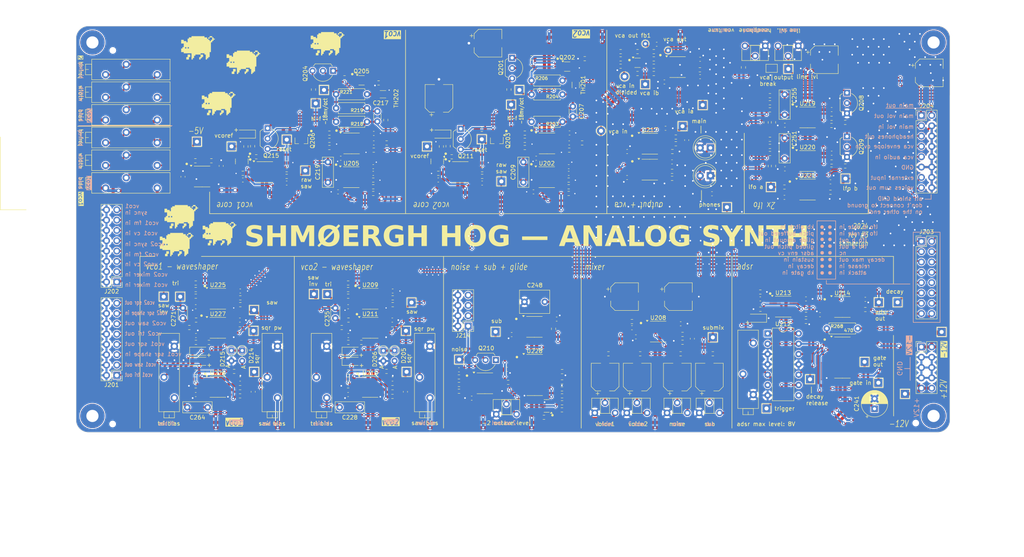
<source format=kicad_pcb>
(kicad_pcb (version 20240108) (generator "pcbnew") (generator_version "8.0")
  (layers (0 "F.Cu" signal) (31 "B.Cu" signal) (34 "B.Paste" user) (35 "F.Paste" user) (36 "B.SilkS" user "B.Silkscreen") (37 "F.SilkS" user "F.Silkscreen") (38 "B.Mask" user) (39 "F.Mask" user) (44 "Edge.Cuts" user))
  (net 0 "")
  (net 1 "GND")
  (net 2 "VCO2_CV")
  (net 3 "+12V")
  (net 4 "-12V")
  (net 5 "Net-(C207-Pad2)")
  (net 6 "/VCO 2/I_REF")
  (net 7 "Net-(C208-Pad2)")
  (net 8 "/VCO 2/RAW_SAW")
  (net 9 "Net-(U203-+)")
  (net 10 "Net-(Q203-G)")
  (net 11 "VCO1_CV")
  (net 12 "Net-(C217-Pad2)")
  (net 13 "/VCO/I_REF")
  (net 14 "Net-(C218-Pad2)")
  (net 15 "Net-(Q205-C2)")
  (net 16 "/VCO/RAW_SAW")
  (net 17 "Net-(U206-+)")
  (net 18 "Net-(Q206-G)")
  (net 19 "Net-(C225-Pad1)")
  (net 20 "Net-(C225-Pad2)")
  (net 21 "Net-(C226-Pad1)")
  (net 22 "Net-(C226-Pad2)")
  (net 23 "Net-(C227-Pad1)")
  (net 24 "Net-(C227-Pad2)")
  (net 25 "/VCO2 Waveshapers/SAW_INV")
  (net 26 "VCO2_TRI")
  (net 27 "Net-(U211A--)")
  (net 28 "Net-(U210B--)")
  (net 29 "VCO2_SQR")
  (net 30 "Net-(C240-Pad1)")
  (net 31 "Net-(U215-S3)")
  (net 32 "Net-(Q202-C2)")
  (net 33 "Net-(U214B-+)")
  (net 34 "GLIDE_AMOUNT")
  (net 35 "/Buffers/LFO_B_IN")
  (net 36 "/VCO1 Waveshapers/SAW_INV")
  (net 37 "Net-(C273-Pad1)")
  (net 38 "Net-(D203-K)")
  (net 39 "Net-(U219A--)")
  (net 40 "/Buffers/LFO_A_IN")
  (net 41 "Net-(U220A--)")
  (net 42 "-5V")
  (net 43 "Net-(D216-K)")
  (net 44 "Net-(Q201-E)")
  (net 45 "Net-(Q201-B)")
  (net 46 "Net-(Q210-E)")
  (net 47 "Net-(Q202-E1)")
  (net 48 "Net-(Q202-B1)")
  (net 49 "Net-(D212-K)")
  (net 50 "Net-(R203-Pad2)")
  (net 51 "VCO1_TRI")
  (net 52 "Net-(U202B--)")
  (net 53 "Net-(U227A--)")
  (net 54 "Net-(U226B--)")
  (net 55 "VCO1_SQR")
  (net 56 "VCO2_SYNC")
  (net 57 "Net-(C274-Pad1)")
  (net 58 "VCO2_SAW")
  (net 59 "Net-(D205-K)")
  (net 60 "Net-(D207-K)")
  (net 61 "Net-(D205-A)")
  (net 62 "KB_GATE")
  (net 63 "VCO1_SAW")
  (net 64 "Net-(D214-K)")
  (net 65 "Net-(D214-A)")
  (net 66 "MAIN_VOL_MAX")
  (net 67 "VCO1_AUDIO")
  (net 68 "VCO1_FM")
  (net 69 "VCO1_SQR_SHAPE")
  (net 70 "VCO2_FM")
  (net 71 "NOISE")
  (net 72 "KB_PITCH")
  (net 73 "ADSR_ENV_CV")
  (net 74 "PITCH_BUFFERED")
  (net 75 "DECAY_MAX")
  (net 76 "GLIDED_PITCH")
  (net 77 "LFO_A_RATE")
  (net 78 "DECAY")
  (net 79 "SUSTAIN")
  (net 80 "LFO_A")
  (net 81 "RELEASE")
  (net 82 "LFO_B")
  (net 83 "SUBMIX")
  (net 84 "VCA_AUDIO_IN")
  (net 85 "VCA_ENV_CV")
  (net 86 "MAIN_OUT")
  (net 87 "HEADPHONES")
  (net 88 "/VCO 2/HI_FREQ_COMP")
  (net 89 "Net-(Q204-E)")
  (net 90 "Net-(Q204-B)")
  (net 91 "/VCO/HI_FREQ_COMP")
  (net 92 "Net-(Q205-E1)")
  (net 93 "Net-(Q205-B1)")
  (net 94 "Net-(Q207-E1)")
  (net 95 "Net-(Q207-B1)")
  (net 96 "Net-(Q207-C2)")
  (net 97 "Net-(Q207-C1)")
  (net 98 "Net-(Q208-C)")
  (net 99 "Net-(Q208-B)")
  (net 100 "Net-(Q209-C)")
  (net 101 "Net-(Q209-B)")
  (net 103 "Net-(Q210-B)")
  (net 104 "/VCO 2/CV_INT")
  (net 105 "Net-(R206-Pad2)")
  (net 106 "Net-(R210-Pad2)")
  (net 107 "/VCO/CV_INT")
  (net 108 "Net-(R218-Pad2)")
  (net 109 "Net-(R221-Pad2)")
  (net 110 "Net-(R225-Pad2)")
  (net 111 "Net-(U207A--)")
  (net 112 "Net-(U207A-+)")
  (net 113 "/Output/AUDIO_IN")
  (net 114 "Net-(U208B--)")
  (net 115 "Net-(U209A--)")
  (net 116 "Net-(R249-Pad2)")
  (net 117 "Net-(R253-Pad2)")
  (net 118 "Net-(U209B--)")
  (net 119 "Net-(R257-Pad2)")
  (net 120 "Net-(U210A-+)")
  (net 121 "Net-(R260-Pad1)")
  (net 122 "Net-(U213A--)")
  (net 123 "Net-(U215-B1)")
  (net 124 "Net-(U214B--)")
  (net 125 "Net-(U217B--)")
  (net 126 "MAIN_VOL_IN")
  (net 127 "Net-(U216B--)")
  (net 128 "Net-(U216A--)")
  (net 129 "Net-(R277-Pad2)")
  (net 130 "Net-(U219A-+)")
  (net 131 "Net-(U220A-+)")
  (net 132 "Net-(R288-Pad1)")
  (net 133 "Net-(R289-Pad1)")
  (net 134 "Net-(U219B-+)")
  (net 135 "Net-(U220B-+)")
  (net 136 "Net-(U221A--)")
  (net 137 "Net-(U221B--)")
  (net 138 "Net-(U222A--)")
  (net 139 "Net-(U223A--)")
  (net 140 "Net-(U225A--)")
  (net 141 "Net-(R303-Pad2)")
  (net 142 "Net-(R307-Pad2)")
  (net 143 "Net-(U225B--)")
  (net 144 "Net-(R311-Pad2)")
  (net 145 "Net-(U226A-+)")
  (net 146 "Net-(R314-Pad1)")
  (net 147 "Net-(D217-K)")
  (net 148 "Net-(RV_ADSR_MAX_VOLTAGE201-Pad2)")
  (net 149 "Net-(U216A-+)")
  (net 150 "Net-(U203-BAL)")
  (net 151 "Net-(U205B--)")
  (net 152 "Net-(U206-BAL)")
  (net 153 "Net-(U212-Pad1)")
  (net 154 "Net-(U215-S2)")
  (net 155 "Net-(U212-Pad10)")
  (net 156 "Net-(U215-B0)")
  (net 161 "Net-(U217A--)")
  (net 162 "Net-(U222B--)")
  (net 163 "Net-(U223B--)")
  (net 164 "Net-(C275-Pad1)")
  (net 165 "Net-(C275-Pad2)")
  (net 166 "VCO1_SYNC")
  (net 167 "VCO2_SQR_SHAPE")
  (net 168 "VCO2_AUDIO")
  (net 169 "EXTERNAL_INPUT")
  (net 170 "NOISE_AUDIO")
  (net 171 "SUB")
  (net 172 "SUB_AUDIO")
  (net 173 "/VCA/VCA_AUDIO_OUT")
  (net 174 "Net-(Q212-B)")
  (net 175 "Net-(Q212-C)")
  (net 176 "Net-(Q213-B)")
  (net 177 "Net-(Q213-C)")
  (net 178 "Net-(Q214-B)")
  (net 179 "Net-(Q214-C)")
  (net 180 "Net-(R318-Pad1)")
  (net 181 "Net-(R319-Pad1)")
  (net 182 "Net-(U228-Reset)")
  (net 183 "Net-(R333-Pad1)")
  (net 184 "Net-(U228-Q0)")
  (net 185 "Net-(R336-Pad2)")
  (net 186 "Net-(U228-Q1)")
  (net 197 "ATTACK")
  (net 199 "Net-(C282-Pad2)")
  (net 200 "Net-(C284-Pad2)")
  (net 201 "Net-(D_NEGATIVE_LIMITER201-K)")
  (net 202 "Net-(R271-Pad2)")
  (net 203 "Net-(R272-Pad1)")
  (net 204 "LFO_B_RATE")
  (footprint "TestPoint:TestPoint_THTPad_2.0x2.0mm_Drill1.0mm" (layer "F.Cu") (at 169.030685 177.292)
    (property "Reference" "TP225" (hide yes))
    (property "Value" "IVCA_A")
  )
  (footprint "Capacitor_SMD:CP_Elec_6.3x5.4" (layer "F.Cu") (at 176.936436 249.428 90)
    (property "Reference" "C227" (hide yes))
    (property "Value" "22uF")
  )
  (footprint "Resistor_SMD:R_0603_1608Metric" (layer "F.Cu") (at 176.574 191.956 180)
    (property "Reference" "R231" (hide yes))
    (property "Value" "4.7k")
  )
  (footprint "Capacitor_SMD:C_0603_1608Metric" (layer "F.Cu") (at 80.806021 201.642814 180)
    (property "Reference" "C220" (hide yes))
    (property "Value" "22p")
  )
  (footprint "Capacitor_SMD:C_0603_1608Metric" (layer "F.Cu") (at 102.235621 189.416)
    (property "Reference" "C211" (hide yes))
    (property "Value" "100n")
  )
  (footprint "Resistor_SMD:R_0603_1608Metric" (layer "F.Cu") (at 105.410621 191.749614 180)
    (property "Reference" "R220" (hide yes))
    (property "Value" "1M")
  )
  (footprint "Resistor_SMD:R_0603_1608Metric" (layer "F.Cu") (at 218.254285 197.445566)
    (property "Reference" "R289" (hide yes))
    (property "Value" "10k")
  )
  (footprint "Shmoergh_Custom_Footprints:R_Axial_DIN0207_L6.3mm_D2.5mm_P7.62mm_Horizontal" (layer "F.Cu") (at 213.723419 237.4522)
    (property "Reference" "R268")
    (property "Value" "470")
  )
  (footprint "Shmoergh_Custom_Footprints:Gyeszno" (layer "F.Cu") (at 58.972 168.334)
    (property "Reference" "G***" (hide yes))
    (property "Value" "LOGO" (hide yes))
  )
  (footprint "Resistor_SMD:R_0603_1608Metric" (layer "F.Cu") (at 58.423344 226.252223 180)
    (property "Reference" "R305" (hide yes))
    (property "Value" "27k")
  )
  (footprint "Capacitor_SMD:C_0603_1608Metric" (layer "F.Cu") (at 203.295285 205.155524)
    (property "Reference" "C279" (hide yes))
    (property "Value" "100n")
  )
  (footprint "Capacitor_THT:C_Rect_L7.0mm_W2.5mm_P5.00mm" (layer "F.Cu") (at 61.342459 256.8702 180)
    (property "Reference" "C264")
    (property "Value" "10p-100p")
  )
  (footprint "Capacitor_SMD:C_0603_1608Metric" (layer "F.Cu") (at 69.383144 228.233423)
    (property "Reference" "C265" (hide yes))
    (property "Value" "100n")
  )
  (footprint "Resistor_SMD:R_0603_1608Metric" (layer "F.Cu") (at 102.108621 204.2034)
    (property "Reference" "R323" (hide yes))
    (property "Value" "1M")
  )
  (footprint "MountingHole:MountingHole_2.1mm" (layer "F.Cu") (at 38.017 168.969)
    (property "Reference" "REF**")
    (property "Value" "MountingHole_1.152mm")
  )
  (footprint "Resistor_SMD:R_0603_1608Metric" (layer "F.Cu") (at 135.49548 178.605014 -90)
    (property "Reference" "R210" (hide yes))
    (property "Value" "510")
  )
  (footprint "TestPoint:TestPoint_THTPad_2.0x2.0mm_Drill1.0mm" (layer "F.Cu") (at 241.979 238.311)
    (property "Reference" "TP236" (hide yes))
    (property "Value" "-12V")
  )
  (footprint "Capacitor_SMD:C_0603_1608Metric" (layer "F.Cu") (at 164.573485 200.279)
    (property "Reference" "C245" (hide yes))
    (property "Value" "100n")
  )
  (footprint "Potentiometer_THT:Potentiometer_ACP_CA6-H2,5_Horizontal" (layer "F.Cu") (at 206.709685 167.839 -90)
    (property "Reference" "RV_LINE_OUT_LVL201" (hide yes))
    (property "Value" "10k")
  )
  (footprint "Resistor_SMD:R_0603_1608Metric" (layer "F.Cu") (at 58.435544 229.503423 180)
    (property "Reference" "R302" (hide yes))
    (property "Value" "15k")
  )
  (footprint "Shmoergh_Custom_Footprints:R_Axial_DIN0207_L6.3mm_D2.5mm_P7.62mm_Horizontal" (layer "F.Cu") (at 148.68308 179.811614 180)
    (property "Reference" "R204")
    (property "Value" "6.2k (50ppm)" (hide yes))
  )
  (footprint "TestPoint:TestPoint_THTPad_2.0x2.0mm_Drill1.0mm" (layer "F.Cu") (at 199.967885 202.615524)
    (property "Reference" "TP230" (hide yes))
    (property "Value" "LFO_A_OUT")
  )
  (footprint "Capacitor_SMD:C_0603_1608Metric" (layer "F.Cu") (at 106.883645 228.233423)
    (property "Reference" "C229" (hide yes))
    (property "Value" "100n")
  )
  (footprint "Resistor_SMD:R_0603_1608Metric" (layer "F.Cu") (at 148.577471 248.0818)
    (property "Reference" "R332" (hide yes))
    (property "Value" "47k")
  )
  (footprint "Resistor_SMD:R_0603_1608Metric" (layer "F.Cu") (at 118.87148 192.625814 90)
    (property "Reference" "R330" (hide yes))
    (property "Value" "47k")
  )
  (footprint "Package_TO_SOT_THT:TO-92L_Inline_Wide" (layer "F.Cu") (at 136.29508 170.784614 -90)
    (property "Reference" "Q201")
    (property "Value" "2N3906")
  )
  (footprint "Resistor_SMD:R_0603_1608Metric" (layer "F.Cu") (at 103.422 176.97)
    (property "Reference" "R340" (hide yes))
    (property "Value" "100k")
  )
  (footprint "Capacitor_THT:CP_Radial_D6.3mm_P2.50mm" (layer "F.Cu") (at 225.469 257.234 90)
    (property "Reference" "C241")
    (property "Value" "10u")
  )
  (footprint "Capacitor_SMD:C_0603_1608Metric" (layer "F.Cu") (at 128.90448 196.689814)
    (property "Reference" "C205" (hide yes))
    (property "Value" "100n")
  )
  (footprint "Package_TO_SOT_THT:TO-92L_Inline_Wide" (layer "F.Cu") (at 218.693285 190.145766 -90)
    (property "Reference" "Q209")
    (property "Value" "BC548C")
  )
  (footprint "TestPoint:TestPoint_THTPad_2.0x2.0mm_Drill1.0mm" (layer "F.Cu") (at 110.31296 248.1326)
    (property "Reference" "TP217" (hide yes))
    (property "Value" "SQR")
  )
  (footprint "Resistor_SMD:R_0603_1608Metric" (layer "F.Cu") (at 72.424021 192.562814 -90)
    (property "Reference" "R329" (hide yes))
    (property "Value" "100k")
  )
  (footprint "Resistor_SMD:R_0603_1608Metric" (layer "F.Cu") (at 150.33408 193.527614 180)
    (property "Reference" "R208" (hide yes))
    (property "Value" "1M")
  )
  (footprint "TestPoint:TestPoint_THTPad_2.0x2.0mm_Drill1.0mm" (layer "F.Cu") (at 128.822 190.847814)
    (property "Reference" "TP204" (hide yes))
    (property "Value" "Reset OUT")
  )
  (footprint "TestPoint:TestPoint_THTPad_2.0x2.0mm_Drill1.0mm" (layer "F.Cu") (at 189.147 207.577)
    (property "Reference" "TP229" (hide yes))
    (property "Value" "PHONES_OUT")
  )
  (footprint "Capacitor_SMD:C_0603_1608Metric" (layer "F.Cu") (at 64.687 197.417 90)
    (property "Reference" "C262" (hide yes))
    (property "Value" "100n")
  )
  (footprint "Resistor_SMD:R_0603_1608Metric" (layer "F.Cu") (at 165.766 235.746 180)
    (property "Reference" "R245" (hide yes))
    (property "Value" "33k")
  )
  (footprint "TestPoint:TestPoint_THTPad_2.0x2.0mm_Drill1.0mm" (layer "F.Cu") (at 178.225 187.638)
    (property "Reference" "TP227" (hide yes))
    (property "Value" "MAINOUT")
  )
  (footprint "TestPoint:TestPoint_THTPad_2.0x2.0mm_Drill1.0mm" (layer "F.Cu") (at 138.08628 178.706614)
    (property "Reference" "TP201" (hide yes))
    (property "Value" "-18mV/V")
  )
  (footprint "Capacitor_SMD:CP_Elec_6.3x5.4" (layer "F.Cu") (at 184.82737 249.428 90)
    (property "Reference" "C275" (hide yes))
    (property "Value" "22uF")
  )
  (footprint "Resistor_SMD:R_0603_1608Metric" (layer "F.Cu") (at 102.108621 200.9014 180)
    (property "Reference" "R325" (hide yes))
    (property "Value" "10k")
  )
  (footprint "Package_SO:SOIC-8_3.9x4.9mm_P1.27mm" (layer "F.Cu") (at 63.858944 251.847393)
    (property "Reference" "U226")
    (property "Value" "TL072")
  )
  (footprint "Package_TO_SOT_SMD:SOT-23" (layer "F.Cu") (at 144.78 256.54 180)
    (property "Reference" "Q212" (hide yes))
    (property "Value" "MMBT5551")
  )
  (footprint "Potentiometer_THT:Potentiometer_ACP_CA6-H2,5_Horizontal" (layer "F.Cu") (at 182.32966 258.25 90)
    (property "Reference" "RV204" (hide yes))
    (property "Value" "100k")
  )
  (footprint "Resistor_SMD:R_0603_1608Metric" (layer "F.Cu") (at 58.512744 235.388193 180)
    (property "Reference" "R310" (hide yes))
    (property "Value" "220k")
  )
  (footprint "TestPoint:TestPoint_THTPad_2.0x2.0mm_Drill1.0mm" (layer "F.Cu") (at 231.14 231.013)
    (property "Reference" "TP_SUSTAIN201" (hide yes))
    (property "Value" "Sustain")
  )
  (footprint "TestPoint:TestPoint_THTPad_2.0x2.0mm_Drill1.0mm" (layer "F.Cu") (at 111.53216 231.0638)
    (property "Reference" "TP211" (hide yes))
    (property "Value" "SAW")
  )
  (footprint "Package_SO:SOIC-8_3.9x4.9mm_P1.27mm" (layer "F.Cu") (at 63.873144 230.138423)
    (property "Reference" "U225")
    (property "Value" "TL072")
  )
  (footprint "Package_SO:SOIC-8_3.9x4.9mm_P1.27mm" (layer "F.Cu") (at 217.561819 232.155022)
    (property "Reference" "U214")
    (property "Value" "TL072")
  )
  (footprint "Resistor_SMD:R_0603_1608Metric" (layer "F.Cu") (at 148.538871 257.5052)
    (property "Reference" "R320" (hide yes))
    (property "Value" "220k")
  )
  (footprint "TestPoint:TestPoint_THTPad_D2.0mm_Drill1.0mm" (layer "F.Cu") (at 158.159 188.781)
    (property "Reference" "TP_VCA_AU_IN202" (hide yes))
    (property "Value" "VCA_IN")
  )
  (footprint "Capacitor_SMD:C_0603_1608Metric" (layer "F.Cu") (at 165.766 237.27 180)
    (property "Reference" "C282" (hide yes))
    (property "Value" "47p")
  )
  (footprint "Potentiometer_THT:Potentiometer_Bourns_3006P_Horizontal" (layer "F.Cu") (at 53.157859 241.8334 90)
    (property "Reference" "RV_TRI_BIAS202" (hide yes))
    (property "Value" "100k")
  )
  (footprint "Resistor_SMD:R_0603_1608Metric" (layer "F.Cu") (at 199.726085 183.6118)
    (property "Reference" "R282" (hide yes))
    (property "Value" "100k")
  )
  (footprint "Shmoergh_Custom_Footprints:Gyeszno" (layer "F.Cu") (at 70.148 171.89)
    (property "Reference" "G***" (hide yes))
    (property "Value" "LOGO" (hide yes))
  )
  (footprint "Resistor_SMD:R_0603_1608Metric" (layer "F.Cu") (at 198.779685 197.446744 90)
    (property "Reference" "R281" (hide yes))
    (property "Value" "100k")
  )
  (footprint "Resistor_SMD:R_0603_1608Metric" (layer "F.Cu") (at 198.774085 186.6974 90)
    (property "Reference" "R279" (hide yes))
    (property "Value" "100k")
  )
  (footprint "Resistor_SMD:R_0603_1608Metric" (layer "F.Cu") (at 185.673992 243.6876)
    (property "Reference" "R338" (hide yes))
    (property "Value" "100k")
  )
  (footprint "Resistor_SMD:R_0603_1608Metric" (layer "F.Cu") (at 171.152085 169.2656)
    (property "Reference" "R241" (hide yes))
    (property "Value" "470k")
  )
  (footprint "Resistor_SMD:R_0603_1608Metric" (layer "F.Cu") (at 69.345344 252.027)
    (property "Reference" "R317" (hide yes))
    (property "Value" "100k")
  )
  (footprint "Capacitor_SMD:C_0603_1608Metric" (layer "F.Cu") (at 93.442221 203.801814)
    (property "Reference" "C214" (hide yes))
    (property "Value" "100n")
  )
  (footprint "Capacitor_SMD:C_0603_1608Metric" (layer "F.Cu") (at 72.561 253.043 90)
    (property "Reference" "C272" (hide yes))
    (property "Value" "33p")
  )
  (footprint "Capacitor_SMD:C_0603_1608Metric" (layer "F.Cu") (at 164.585685 193.8782)
    (property "Reference" "C243" (hide yes))
    (property "Value" "100n")
  )
  (footprint "Shmoergh_Custom_Footprints:Gyeszno" (layer "F.Cu") (at 54.864 209.931)
    (property "Reference" "G***" (hide yes))
    (property "Value" "LOGO" (hide yes))
  )
  (footprint "Shmoergh_Custom_Footprints:Gyeszno" (layer "F.Cu") (at 64.052 182.05)
    (property "Reference" "G***" (hide yes))
    (property "Value" "LOGO" (hide yes))
  )
  (footprint "Capacitor_THT:C_Rect_L7.2mm_W2.5mm_P5.00mm_FKS2_FKP2_MKS2_MKP2" (layer "F.Cu") (at 90.953021 201.475814 90)
    (property "Reference" "C219")
    (property "Value" "2.2nF (foil)")
  )
  (footprint "Package_TO_SOT_SMD:SOT-23_Handsoldering" (layer "F.Cu") (at 84.423754 191.186502 -90)
    (property "Reference" "Q206")
    (property "Value" "MMBFJ111")
  )
  (footprint "TestPoint:TestPoint_THTPad_2.0x2.0mm_Drill1.0mm" (layer "F.Cu") (at 58.718 191.448)
    (property "Reference" "TP237" (hide yes))
    (property "Value" "-5V")
  )
  (footprint "Resistor_SMD:R_0603_1608Metric" (layer "F.Cu") (at 171.152085 174.6504)
    (property "Reference" "R239" (hide yes))
    (property "Value" "10k")
  )
  (footprint "TestPoint:TestPoint_THTPad_2.0x2.0mm_Drill1.0mm" (layer "F.Cu") (at 123.266894 245.10365)
    (property "Reference" "TP219" (hide yes))
    (property "Value" "NOISE")
  )
  (footprint "Package_TO_SOT_THT:TO-92_Inline_Wide" (layer "F.Cu") (at 76.117 188.146 -90)
    (property "Reference" "Q215")
    (property "Value" "J111")
  )
  (footprint "MountingHole:MountingHole_3mm_Pad" (layer "F.Cu") (at 33 167)
    (property "Reference" "H201" (hide yes))
    (property "Value" "MountingHole")
  )
  (footprint "Resistor_SMD:R_0603_1608Metric" (layer "F.Cu") (at 62.274 196.147 180)
    (property "Reference" "R300" (hide yes))
    (property "Value" "240k")
  )
  (footprint "Capacitor_SMD:C_0603_1608Metric" (layer "F.Cu") (at 136.1694 238.9632)
    (property "Reference" "C247" (hide yes))
    (property "Value" "100n")
  )
  (footprint "Resistor_SMD:R_0603_1608Metric" (layer "F.Cu") (at 199.731685 190.855944)
    (property "Reference" "R280" (hide yes))
    (property "Value" "100k")
  )
  (footprint "Capacitor_SMD:C_0603_1608Metric" (layer "F.Cu") (at 147.2438 235.1532)
    (property "Reference" "C246" (hide yes))
    (property "Value" "100n")
  )
  (footprint "TestPoint:TestPoint_THTPad_2.0x2.0mm_Drill1.0mm" (layer "F.Cu") (at 226.4156 250.825)
    (property "Reference" "TP223" (hide yes))
    (property "Value" "Gate1")
  )
  (footprint "Capacitor_SMD:C_0603_1608Metric" (layer "F.Cu") (at 58.423344 232.094223)
    (property "Reference" "C266" (hide yes))
    (property "Value" "100n")
  )
  (footprint "TestPoint:TestPoint_THTPad_D1.5mm_Drill0.7mm" (layer "F.Cu") (at 174.669 168.969)
    (property "Reference" "TP_VCA_OUT201" (hide yes))
    (property "Value" "VCA_OUT")
  )
  (footprint "Resistor_SMD:R_0603_1608Metric" (layer "F.Cu") (at 135.306494 250.72975)
    (property "Reference" "R337" (hide yes))
    (property "Value" "100k")
  )
  (footprint "Capacitor_SMD:C_0603_1608Metric" (layer "F.Cu") (at 174.034 188.146)
    (property "Reference" "C242" (hide yes))
    (property "Value" "100n")
  )
  (footprint "Capacitor_SMD:C_0603_1608Metric" (layer "F.Cu") (at 173.755085 176.7332)
    (property "Reference" "C222" (hide yes))
    (property "Value" "100n")
  )
  (footprint "Connector_PinHeader_2.54mm:PinHeader_2x08_P2.54mm_Vertical" (layer "F.Cu") (at 237 185)
    (property "Reference" "J204")
    (property "Value" "Conn_02x08_Counter_Clockwise")
  )
  (footprint "Resistor_SMD:R_0603_1608Metric" (layer "F.Cu") (at 128.822 188.4 180)
    (property "Reference" "R211" (hide yes))
    (property "Value" "22k")
  )
  (footprint "Capacitor_SMD:C_0603_1608Metric" (layer "F.Cu") (at 203.396885 187.3964)
    (property "Reference" "C254" (hide yes))
    (property "Value" "100n")
  )
  (footprint "Shmoergh_Custom_Footprints:R_Axial_DIN0207_L6.3mm_D2.5mm_P7.62mm_Horizontal" (layer "F.Cu") (at 148.68308 186.542614 180)
    (property "Reference" "R203")
    (property "Value" "91k" (hide yes))
  )
  (footprint "Capacitor_SMD:C_0603_1608Metric" (layer "F.Cu") (at 126.335694 254.61935)
    (property "Reference" "C259" (hide yes))
    (property "Value" "100n")
  )
  (footprint "Capacitor_THT:C_Disc_D3.0mm_W1.6mm_P2.50mm" (layer "F.Cu") (at 103.122181 186.475 90)
    (property "Reference" "C217")
    (property "Value" "100p-1n")
  )
  (footprint "Package_SO:SOIC-8_3.9x4.9mm_P1.27mm" (layer "F.Cu") (at 170.161485 198.336951)
    (property "Reference" "U216" (hide yes))
    (property "Value" "NE5532")
  )
  (footprint "Resistor_SMD:R_0603_1608Metric" (layer "F.Cu") (at 214.901485 196.443944)
    (property "Reference" "R293" (hide yes))
    (property "Value" "47k")
  )
  (footprint "TestPoint:TestPoint_THTPad_2.0x2.0mm_Drill1.0mm" (layer "F.Cu") (at 209.6008 249.9614)
    (property "Reference" "TP220" (hide yes))
    (property "Value" "DR_OUT")
  )
  (footprint "Capacitor_SMD:CP_Elec_6.3x5.4" (layer "F.Cu") (at 167.059525 249.428 90)
    (property "Reference" "C226" (hide yes))
    (property "Value" "22uF")
  )
  (footprint "Capacitor_SMD:C_0603_1608Metric" (layer "F.Cu") (at 179.241 191.067 90)
    (property "Reference" "C276" (hide yes))
    (property "Value" "100p")
  )
  (footprint "Shmoergh_Custom_Footprints:R_Axial_DIN0207_L6.3mm_D2.5mm_P7.62mm_Horizontal" (layer "F.Cu") (at 92.963155 179.764)
    (property "Reference" "R221")
    (property "Value" "4R22 (50ppm)" (hide yes))
  )
  (footprint "Resistor_SMD:R_0603_1608Metric" (layer "F.Cu") (at 123.192642 249.38695 180)
    (property "Reference" "R296" (hide yes))
    (property "Value" "470k")
  )
  (footprint "Capacitor_SMD:C_0603_1608Metric" (layer "F.Cu") (at 95.923845 232.094223)
    (property "Reference" "C230" (hide yes))
    (property "Value" "100n")
  )
  (footprint "Diode_THT:D_DO-34_SOD68_P2.54mm_Vertical_AnodeUp" (layer "F.Cu") (at 67.2084 242.89313 -90)
    (property "Reference" "D215")
    (property "Value" "5.1V")
  )
  (footprint "Resistor_SMD:R_0603_1608Metric" (layer "F.Cu") (at 148.564271 255.7526)
    (property "Reference" "R336" (hide yes))
    (property "Value" "100k")
  )
  (footprint "Resistor_SMD:R_0603_1608Metric" (layer "F.Cu") (at 128.90448 198.340814)
    (property "Reference" "R215" (hide yes))
    (property "Value" "2.2k")
  )
  (footprint "Diode_THT:D_DO-34_SOD68_P2.54mm_Vertical_AnodeUp" (layer "F.Cu") (at 69.853344 242.88606 -90)
    (property "Reference" "D214")
    (property "Value" "5.1V")
  )
  (footprint "TestPoint:TestPoint_THTPad_2.0x2.0mm_Drill1.0mm" (layer "F.Cu") (at 133.648 201.227)
    (property "Reference" "TP233" (hide yes))
    (property "Value" "RAW_SAW")
  )
  (footprint "Potentiometer_THT:Potentiometer_ACP_CA6-H2,5_Horizontal" (layer "F.Cu") (at 174.415 258.25 90)
    (property "Reference" "RV202" (hide yes))
    (property "Value" "100k")
  )
  (footprint "Resistor_SMD:R_0603_1608Metric" (layer "F.Cu") (at 91.313621 191.114614)
    (property "Reference" "R319" (hide yes))
    (property "Value" "100k")
  )
  (footprint "Resistor_SMD:R_0603_1608Metric" (layer "F.Cu") (at 208.598 235.712)
    (property "Reference" "R266" (hide yes))
    (property "Value" "10k")
  )
  (footprint "Resistor_SMD:R_0603_1608Metric" (layer "F.Cu") (at 95.974645 240.874593)
    (property "Reference" "R252" (hide yes))
    (property "Value" "100k")
  )
  (footprint "TestPoint:TestPoint_THTPad_2.0x2.0mm_Drill1.0mm" (layer "F.Cu") (at 72.812459 248.1326)
    (property "Reference" "TP218" (hide yes))
    (property "Value" "SQR")
  )
  (footprint "Package_TO_SOT_THT:TO-92L_Inline_Wide" (layer "F.Cu") (at 92.256 173.98 180)
    (property "Reference" "Q204")
    (property "Value" "2N3906")
  )
  (footprint "Package_DIP:DIP-14_W7.62mm" (layer "F.Cu") (at 199.1614 238.6838)
    (property "Reference" "U212")
    (property "Value" "4002")
  )
  (footprint "Capacitor_SMD:C_0603_1608Metric" (layer "F.Cu") (at 150.20708 197.5994)
    (property "Reference" "C203" (hide yes))
    (property "Value" "100n")
  )
  (footprint "Diode_SMD:D_SOD-123" (layer "F.Cu") (at 96.787445 243.058993)
    (property "Reference" "D204" (hide yes))
    (property "Value" "1N4148")
  )
  (footprint "Package_SO:SOIC-8_3.9x4.9mm_P1.27mm" (layer "F.Cu") (at 101.373645 230.138423)
    (property "Reference" "U209")
    (property "Value" "TL072")
  )
  (footprint "Resistor_SMD:R_0603_1608Metric" (layer "F.Cu") (at 199.731685 192.608544 180)
    (property "Reference" "R285" (hide yes))
    (property "Value" "100k")
  )
  (footprint "Capacitor_SMD:C_0603_1608Metric" (layer "F.Cu") (at 175.634885 196.4182)
    (property "Reference" "C244" (hide yes))
    (property "Value" "100n")
  )
  (footprint "TestPoint:TestPoint_THTPad_2.0x2.0mm_Drill1.0mm" (layer "F.Cu") (at 90.805 228.981)
    (property "Reference" "TP213" (hide yes))
    (property "Value" "TRI")
  )
  (footprint "Capacitor_SMD:CP_Elec_6.3x5.4" (layer "F.Cu") (at 118.281 180.78 90)
    (property "Reference" "C252" (hide yes))
    (property "Value" "47u")
  )
  (footprint "Resistor_SMD:R_0603_1608Metric" (layer "F.Cu") (at 162.985485 169.2656)
    (property "Reference" "R236" (hide yes))
    (property "Value" "10k")
  )
  (footprint "Resistor_SMD:R_0603_1608Metric" (layer "F.Cu") (at 214.895885 185.6946)
    (property "Reference" "R292" (hide yes))
    (property "Value" "47k")
  )
  (footprint "Capacitor_THT:C_Rect_L7.0mm_W2.5mm_P5.00mm" (layer "F.Cu") (at 203.351685 190.565744 -90)
    (property "Reference" "C251")
    (property "Value" "22n-47n (foil)")
  )
  (footprint "Resistor_SMD:R_0603_1608Metric" (layer "F.Cu") (at 69.333144 254.059 180)
    (property "Reference" "R315" (hide yes))
    (property "Value" "240k")
  )
  (footprint "Package_TO_SOT_SMD:SOT-23" (layer "F.Cu") (at 117.85548 196.308814 -90)
    (property "Reference" "Q213" (hide yes))
    (property "Value" "MMBT5551")
  )
  (footprint "Resistor_SMD:R_0603_1608Metric" (layer "F.Cu") (at 139.41208 191.114614)
    (property "Reference" "R318" (hide yes))
    (property "Value" "100k")
  )
  (footprint "Potentiometer_THT:Potentiometer_Bourns_3006P_Horizontal" (layer "F.Cu") (at 48.939 186.109)
    (property "Reference" "R_BIAS203" (hide yes))
    (property "Value" "100k (prec)")
  )
  (footprint "Resistor_SMD:R_0603_1608Metric" (layer "F.Cu") (at 91.313621 192.892614 180)
    (property "Reference" "R217" (hide yes))
    (property "Value" "150k")
  )
  (footprint "Resistor_SMD:R_0603_1608Metric" (layer "F.Cu") (at 144.113944 259.334)
    (property "Reference" "R321" (hide yes))
    (property "Value" "47k")
  )
  (footprint "Resistor_SMD:R_0603_1608Metric" (layer "F.Cu") (at 70.773021 192.625814 90)
    (property "Reference" "R331" (hide yes))
    (property "Value" "47k")
  )
  (footprint "Resistor_SMD:R_0603_1608Metric" (layer "F.Cu") (at 159.981392 243.6876)
    (property "Reference" "R242" (hide yes))
    (property "Value" "100k")
  )
  (footprint "Package_SO:SOIC-16_3.9x9.9mm_P1.27mm" (layer "F.Cu") (at 217.561819 244.6274)
    (property "Reference" "U215" (hide yes))
    (property "Value" "CD4053B")
  )
  (footprint "TestPoint:TestPoint_THTPad_2.0x2.0mm_Drill1.0mm" (layer "F.Cu") (at 223.012 245.6688)
    (property "Reference" "TP222" (hide yes))
    (property "Value" "Gate2")
  )
  (footprint "Capacitor_SMD:C_0603_1608Metric" (layer "F.Cu") (at 106.845845 249.916993)
    (property "Reference" "C233" (hide yes))
    (property "Value" "100n")
  )
  (footprint "Resistor_SMD:R_0603_1608Metric" (layer "F.Cu") (at 121.41148 195.165814)
    (property "Reference" "R212" (hide yes))
    (property "Value" "150k")
  )
  (footprint "Resistor_SMD:R_0603_1608Metric" (layer "F.Cu") (at 96.013245 235.388193 180)
    (property "Reference" "R256" (hide yes))
    (property "Value" "220k")
  )
  (footprint "Resistor_SMD:R_0603_1608Metric" (layer "F.Cu") (at 214.870485 187.4472)
    (property "Reference" "R290" (hide yes))
    (property "Value" "47k")
  )
  (footprint "Resistor_SMD:R_0603_1608Metric" (layer "F.Cu") (at 95.923845 251.593393 180)
    (property "Reference" "R259" (hide yes))
    (property "Value" "220k")
  )
  (footprint "Resistor_SMD:R_0603_1608Metric" (layer "F.Cu") (at 95.04 175.7 180)
    (property "Reference" "R224" (hide yes))
    (property "Value" "1.5k")
  )
  (footprint "Capacitor_SMD:CP_Elec_6.3x7.7" (layer "F.Cu") (at 238.931 174.498)
    (property "Reference" "C260" (hide yes))
    (property "Value" "100u")
  )
  (footprint "Capacitor_SMD:C_0603_1608Metric" (layer "F.Cu") (at 69.294544 235.388193)
    (property "Reference" "C267" (hide yes))
    (property "Value" "100n")
  )
  (footprint "Capacitor_SMD:C_0603_1608Metric" (layer "F.Cu") (at 214.908285 183.5356)
    (property "Reference" "C253" (hide yes))
    (property "Value" "100n")
  )
  (footprint "Package_SO:SOIC-8_3.9x4.9mm_P1.27mm" (layer "F.Cu") (at 129.580294 250.95835)
    (property "Reference" "U222" (hide yes))
    (property "Value" "TL072")
  )
  (footprint "Resistor_SMD:R_0603_1608Metric" (layer "F.Cu") (at 69.396144 229.909823)
    (property "Reference" "R309" (hide yes))
    (property "Value" "100k")
  )
  (footprint "TestPoint:TestPoint_THTPad_2.0x2.0mm_Drill1.0mm" (layer "F.Cu") (at 204.26 173.541)
    (property "Reference" "TP228" (hide yes))
    (property "Value" "MAX_LINEOUT")
  )
  (footprint "Package_TO_SOT_SMD:SOT-363_SC-70-6" (layer "F.Cu") (at 167.138885 172.0088)
    (property "Reference" "Q207" (hide yes))
    (property "Value" "BC847BS")
  )
  (footprint "Resistor_SMD:R_0603_1608Metric" (layer "F.Cu") (at 70.011021 199.229814)
    (property "Reference" "R228" (hide yes))
    (property "Value" "100k")
  )
  (footprint "MountingHole:MountingHole_3mm_Pad" (layer "F.Cu") (at 33 259)
    (property "Reference" "H204" (hide yes))
    (property "Value" "MountingHole")
  )
  (footprint "Potentiometer_THT:Potentiometer_Bourns_3006P_Horizontal" (layer "F.Cu") (at 90.65836 241.8334 90)
    (property "Reference" "RV_TRI_BIAS201" (hide yes))
    (property "Value" "100k")
  )
  (footprint "Package_SO:SOIC-8_3.9x4.9mm_P1.27mm" (layer "F.Cu") (at 202.9968 232.0798)
    (property "Reference" "U213")
    (property "Value" "LM358")
  )
  (footprint "Capacitor_SMD:C_0603_1608Metric" (layer "F.Cu") (at 214.913885 194.284944)
    (property "Reference" "C249" (hide yes))
    (property "Value" "100n")
  )
  (footprint "Capacitor_SMD:C_0603_1608Metric" (layer "F.Cu") (at 212.050019 234.060022)
    (property "Reference" "C239" (hide yes))
    (property "Value" "100n")
  )
  (footprint "Capacitor_SMD:C_0603_1608Metric" (layer "F.Cu") (at 203.402485 198.145744)
    (property "Reference" "C250" (hide yes))
    (property "Value" "100n")
  )
  (footprint "Capacitor_SMD:C_0603_1608Metric" (layer "F.Cu") (at 142.20108 195.521414)
    (property "Reference" "C202" (hide yes))
    (property "Value" "100n")
  )
  (footprint "Capacitor_SMD:C_0603_1608Metric" (layer "F.Cu") (at 94.102621 195.521414)
    (property "Reference" "C212" (hide yes))
    (property "Value" "100n")
  )
  (footprint "Package_SO:SOIC-8_3.9x4.9mm_P1.27mm" (layer "F.Cu") (at 96.774621 191.876614)
    (property "Reference" "U204" (hide yes))
    (property "Value" "TL072")
  )
  (footprint "Capacitor_SMD:C_0603_1608Metric" (layer "F.Cu") (at 171.862 167.445)
    (property "Reference" "C285" (hide yes))
    (property "Value" "47p")
  )
  (footprint "Diode_THT:D_DO-34_SOD68_P2.54mm_Vertical_AnodeUp" (layer "F.Cu") (at 107.353845 242.88606 -90)
    (property "Reference" "D205")
    (property "Value" "5.1V")
  )
  (footprint "Resistor_SMD:R_0603_1608Metric" (layer "F.Cu") (at 102.235621 193.527614 180)
    (property "Reference" "R223" (hide yes))
    (property "Value" "1M")
  )
  (footprint "Resistor_SMD:R_0603_1608Metric" (layer "F.Cu") (at 167.804592 243.6876)
    (property "Reference" "R243" (hide yes))
    (property "Value" "100k")
  )
  (footprint "Package_SO:SOIC-8_3.9x4.9mm_P1.27mm" (layer "F.Cu") (at 96.709354 200.195014)
    (property "Reference" "U205")
    (property "Value" "TL072")
  )
  (footprint "Resistor_SMD:R_0603_1608Metric_Pad0.98x0.95mm_HandSolder" (layer "F.Cu") (at 175.710885 193.8782 180)
    (property "Reference" "R270" (hide yes))
    (property "Value" "100k")
  )
  (footprint "Resistor_SMD:R_0603_1608Metric" (layer "F.Cu") (at 218.248685 186.696222)
    (property "Reference" "R288" (hide yes))
    (property "Value" "10k")
  )
  (footprint "Potentiometer_THT:Potentiometer_Bourns_3006P_Horizontal" (layer "F.Cu") (at 78.552859 241.8334 90)
    (property "Reference" "RV_SAW_BIAS202" (hide yes))
    (property "Value" "10k")
  )
  (footprint "Capacitor_SMD:CP_Elec_6.3x5.4" (layer "F.Cu") (at 177.2 229.616)
    (property "Reference" "C280" (hide yes))
    (property "Value" "47u")
  )
  (footprint "Capacitor_SMD:C_0603_1608Metric" (layer "F.Cu") (at 69.345344 249.916993)
    (property "Reference" "C269" (hide yes))
    (property "Value" "100n")
  )
  (footprint "Package_SO:SOIC-8_3.9x4.9mm_P1.27mm" (layer "F.Cu") (at 123.535987 198.933502)
    (property "Reference" "U203" (hide yes))
    (property "Value" "LM311")
  )
  (footprint "Resistor_SMD:R_0603_1608Metric" (layer "F.Cu") (at 171.152085 171.060533)
    (property "Reference" "R238" (hide yes))
    (property "Value" "10k")
  )
  (footprint "TestPoint:TestPoint_THTPad_D1.5mm_Drill0.7mm" (layer "F.Cu") (at 169.081 167.318)
    (property "Reference" "TP_VCA_OUT202" (hide yes))
    (property "Value" "VCA_OUT_FB")
  )
  (footprint "Package_TO_SOT_SMD:SOT-23_Handsoldering" (layer "F.Cu") (at 132.522213 191.186502 -90)
    (property "Reference" "Q203")
    (property "Value" "MMBFJ111")
  )
  (footprint "Capacitor_SMD:CP_Elec_6.3x5.4" (layer "F.Cu") (at 159.168592 249.428 90)
    (property "Reference" "C225" (hide yes))
    (property "Value" "22uF")
  )
  (footprint "TestPoint:TestPoint_THTPad_2.0x2.0mm_Drill1.0mm" (layer "F.Cu") (at 218.313 200.533)
    (property "Reference" "TP231" (hide yes))
    (property "Value" "LFO_B_OUT")
  )
  (footprint "Resistor_SMD:R_0603_1608Metric" (layer "F.Cu") (at 139.41208 189.336614)
    (property "Reference" "R201" (hide yes))
    (property "Value" "100k")
  )
  (footprint "Capacitor_SMD:C_0603_1608Metric" (layer "F.Cu") (at 95.974645 239.198193)
    (property "Reference" "C232" (hide yes))
    (property "Value" "100n")
  )
  (footprint "Capacitor_SMD:C_0603_1608Metric" (layer "F.Cu") (at 182.543485 171.1452)
    (property "Reference" "C221" (hide yes))
    (property "Value" "100n")
  )
  (footprint "Resistor_SMD:R_1206_3216Metric_Pad1.30x1.75mm_HandSolder" (layer "F.Cu") (at 151.936 177.478 -90)
    (property "Reference" "TH201")
    (property "Value" "PTS120601B100RP100")
  )
  (footprint "TestPoint:TestPoint_THTPad_2.0x2.0mm_Drill1.0mm" (layer "F.Cu") (at 87.947621 182.0164)
    (property "Reference" "TP206" (hide yes))
    (property "Value" "HiFreq")
  )
  (footprint "Capacitor_SMD:C_0603_1608Metric" (layer "F.Cu") (at 58.423344 253.726993)
    (property "Reference" "C270" (hide yes))
    (property "Value" "100n")
  )
  (footprint "Resistor_SMD:R_0603_1608Metric" (layer "F.Cu") (at 105.372645 248.031)
    (property "Reference" "R257" (hide yes))
    (property "Value" "47k")
  )
  (footprint "Resistor_SMD:R_0603_1608Metric" (layer "F.Cu") (at 148.564271 250.6218 180)
    (property "Reference" "R333" (hide yes))
    (property "Value" "47k")
  )
  (footprint "Resistor_SMD:R_0603_1608Metric" (layer "F.Cu") (at 58.337 196.147 180)
    (property "Reference" "R301" (hide yes))
    (property "Value" "100k")
  )
  (footprint "Resistor_SMD:R_0603_1608Metric" (layer "F.Cu") (at 171.152085 172.855466)
    (property "Reference" "R240" (hide yes))
    (property "Value" "470k")
  )
  (footprint "Package_SO:SOIC-8_3.9x4.9mm_P1.27mm" (layer "F.Cu") (at 208.990485 196.215344)
    (property "Reference" "U220")
    (property "Value" "TL072")
  )
  (footprint "Connector_PinHeader_2.54mm:PinHeader_2x08_P2.54mm_Vertical" (layer "F.Cu") (at 39 249 180)
    (property "Reference" "J201")
    (property "Value" "Conn_02x08_Counter_Clockwise")
  )
  (footprint "Resistor_SMD:R_0603_1608Metric" (layer "F.Cu") (at 106.795045 237.572593 180)
    (property "Reference" "R262" (hide yes))
    (property "Value" "100k")
  )
  (footprint "Resistor_SMD:R_0603_1608Metric" (layer "F.Cu") (at 106.896645 229.909823)
    (property "Reference" "R255" (hide yes))
    (property "Value" "100k")
  )
  (footprint "Resistor_SMD:R_0603_1608Metric" (layer "F.Cu") (at 208.6102 233.9848 180)
    (property "Reference" "R265" (hide yes))
    (property "Value" "75k")
  )
  (footprint "Resistor_SMD:R_0603_1608Metric" (layer "F.Cu") (at 214.623685 203.885524 180)
    (property "Reference" "R295" (hide yes))
    (property "Value" "1k")
  )
  (footprint "Diode_SMD:D_SOD-123" (layer "F.Cu") (at 196.5452 234.9246 180)
    (property "Reference" "D207" (hide yes))
    (property "Value" "1N4148")
  )
  (footprint "Shmoergh_Custom_Footprints:R_Axial_DIN0207_L6.3mm_D2.5mm_P7.62mm_Horizontal" (layer "F.Cu") (at 100.583155 183.193 180)
    (property "Reference" "R219")
    (property "Value" "6.2k (50ppm)" (hide yes))
  )
  (footprint "Capacitor_SMD:C_0603_1608Metric" (layer "F.Cu") (at 102.108621 199.2504)
    (property "Reference" "C274" (hide yes))
    (property "Value" "47p")
  )
  (footprint "Resistor_SMD:R_0603_1608Metric" (layer "F.Cu") (at 56.848544 237.216993 180)
    (property "Reference" "R307" (hide yes))
    (property "Value" "100k")
  )
  (footprint "Diode_SMD:D_SOD-123" (layer "F.Cu") (at 118.87148 189.577814 180)
    (property "Reference" "D216" (hide yes))
    (property "Value" "1N4148")
  )
  (footprint "Package_SO:SOIC-8_3.9x4.9mm_P1.27mm" (layer "F.Cu") (at 141.7716 237.0582)
    (property "Reference" "U218" (hide yes))
    (property "Value" "TL072")
  )
  (footprint "Package_SO:SOIC-8_3.9x4.9mm_P1.27mm" (layer "F.Cu") (at 75.437528 198.933502)
    (property "Reference" "U206" (hide yes))
    (property "Value" "LM311")
  )
  (footprint "Resistor_SMD:R_0603_1608Metric" (layer "F.Cu") (at 214.876085 198.196544)
    (property "Reference" "R291" (hide yes))
    (property "Value" "47k")
  )
  (footprint "Package_SO:SOIC-8_3.9x4.9mm_P1.27mm" (layer "F.Cu") (at 101.373645 237.293193)
    (property "Reference" "U211")
    (property "Value" "TL072")
  )
  (footprint "Resistor_SMD:R_0603_1608Metric" (layer "F.Cu") (at 175.647885 198.755)
    (property "Reference" "R273" (hide yes))
    (property "Value" "100")
  )
  (footprint "Package_TO_SOT_SMD:SOT-363_SC-70-6_Handsoldering" (layer "F.Cu") (at 99.231 176.335)
    (property "Reference" "Q205")
    (property "Value" "BC847BS")
  )
  (footprint "Resistor_SMD:R_0603_1608Metric" (layer "F.Cu") (at 95.936045 248.189793)
    (property "Reference" "R258" (hide yes))
    (property "Value" "2.2k")
  )
  (footprint "Capacitor_SMD:C_0603_1608Metric" (layer "F.Cu") (at 197.358 230.1748)
    (property "Reference" "C240" (hide yes))
    (property "Value" "10n")
  )
  (footprint "Resistor_SMD:R_0603_1608Metric" (layer "F.Cu") (at 69.396144 231.586223)
    (property "Reference" "R308" (hide yes))
    (property "Value" "100k")
  )
  (footprint "Potentiometer_THT:Potentiometer_Bourns_3006P_Horizontal" (layer "F.Cu") (at 48.939 202.873)
    (property "Reference" "R_BIAS201" (hide yes))
    (property "Value" "100k (prec)")
  )
  (footprint "Capacitor_THT:C_Rect_L7.2mm_W2.5mm_P5.00mm_FKS2_FKP2_MKS2_MKP2" (layer "F.Cu") (at 139.05148 201.475814 90)
    (property "Reference" "C209")
    (property "Value" "2.2nF (foil)")
  )
  (footprint "Capacitor_SMD:C_0603_1608Metric_Pad1.08x0.95mm_HandSolder" (layer "F.Cu") (at 185.464 204.275 180)
    (property "Reference" "C277" (hide yes))
    (property "Value" "1u")
  )
  (footprint "Capacitor_SMD:C_0603_1608Metric" (layer "F.Cu") (at 150.412 189.289)
    (property "Reference" "C201" (hide yes))
    (property "Value" "100n")
  )
  (footprint "Capacitor_SMD:C_0603_1608Metric" (layer "F.Cu") (at 102.235621 191.749614 180)
    (property "Reference" "C218" (hide yes))
    (property "Value" "100p")
  )
  (footprint "Resistor_SMD:R_0603_1608Metric" (layer "F.Cu") (at 95.936045 229.503423 180)
    (property "Reference" "R248" (hide yes))
    (property "Value" "15k")
  )
  (footprint "Potentiometer_THT:Potentiometer_Bourns_3006P_Horizontal" (layer "F.Cu") (at 116.05336 241.8334 90)
    (property "Reference" "RV_SAW_BIAS201" (hide yes))
    (property "Value" "10k")
  )
  (footprint "Capacitor_SMD:CP_Elec_6.3x5.4" (layer "F.Cu") (at 163.957 229.616)
    (property "Reference" "C281" (hide yes))
    (property "Value" "47u")
  )
  (footprint "Resistor_SMD:R_0603_1608Metric" (layer "F.Cu") (at 120.52248 192.562814 -90)
    (property "Reference" "R328" (hide yes))
    (property "Value" "100k")
  )
  (footprint "Resistor_SMD:R_0603_1608Metric" (layer "F.Cu") (at 175.647885 200.4822 180)
    (property "Reference" "R274" (hide yes))
    (property "Value" "100")
  )
  (footprint "Resistor_SMD:R_0603_1608Metric" (layer "F.Cu") (at 141.06308 170.794614 180)
    (property "Reference" "R209" (hide yes))
    (property "Value" "1.5k")
  )
  (footprint "Capacitor_SMD:C_0603_1608Metric" (layer "F.Cu") (at 180.638 239.975 90)
    (property "Reference" "C283" (hide yes))
    (property "Value" "47p")
  )
  (footprint "Capacitor_SMD:C_0603_1608Metric" (layer "F.Cu") (at 102.108621 197.5994)
    (property "Reference" "C213" (hide yes))
    (property "Value" "100n")
  )
  (footprint "Resistor_SMD:R_0603_1608Metric" (layer "F.Cu") (at 106.833645 254.186 180)
    (property "Reference" "R261" (hide yes))
    (property "Value" "240k")
  )
  (footprint "Capacitor_SMD:C_0603_1608Metric" (layer "F.Cu") (at 128.90448 201.642814 180)
    (property "Reference" "C210" (hide yes))
    (property "Value" "22p")
  )
  (footprint "Shmoergh_Custom_Footprints:Gyeszno" (layer "F.Cu") (at 64.262 214.122)
    (property "Reference" "G***" (hide yes))
    (property "Value" "LOGO" (hide yes))
  )
  (footprint "Resistor_SMD:R_0603_1608Metric" (layer "F.Cu") (at 203.295285 202.615524)
    (property "Reference" "R294" (hide yes))
    (property "Value" "1k")
  )
  (footprint "Potentiometer_THT:Potentiometer_ACP_CA6-H2,5_Horizontal" (layer "F.Cu") (at 164.509 258.25 90)
    (property "Reference" "RV205" (hide yes))
    (property "Value" "100k")
  )
  (footprint "Resistor_SMD:R_0603_1608Metric" (layer "F.Cu") (at 139.41208 192.892614 180)
    (property "Reference" "R202" (hide yes))
    (property "Value" "150k")
  )
  (footprint "Resistor_SMD:R_0603_1608Metric" (layer "F.Cu") (at 106.896645 231.586223)
    (property "Reference" "R254" (hide yes))
    (property "Value" "100k")
  )
  (footprint "Resistor_SMD:R_0603_1608Metric" (layer "F.Cu") (at 162.985485 172.855466 180)
    (property "Reference" "R233" (hide yes))
    (property "Value" "220")
  )
  (footprint "Resistor_SMD:R_0603_1608Metric" (layer "F.Cu") (at 200.602885 186.6852 -90)
    (property "Reference" "R286" (hide yes))
    (property "Value" "100k")
  )
  (footprint "Diode_SMD:D_SOD-123" (layer "F.Cu") (at 70.773021 189.577814 180)
    (property "Reference" "D217" (hide yes))
    (property "Value" "1N4148")
  )
  (footprint "TestPoint:TestPoint_THTPad_2.0x2.0mm_Drill1.0mm" (layer "F.Cu") (at 232.962 253.551)
    (property "Reference" "TP235" (hide yes))
    (property "Value" "12V")
  )
  (footprint "MountingHole:MountingHole_2.1mm" (layer "F.Cu") (at 235.6104 260.7564)
    (property "Reference" "REF**")
    (property "Value" "MountingHole_1.152mm")
  )
  (footprint "Capacitor_SMD:C_0603_1608Metric" (layer "F.Cu") (at 182.543 175.446)
    (property "Reference" "C284" (hide yes))
    (property "Value" "47p")
  )
  (footprint "MountingHole:MountingHole_3mm_Pad" (layer "F.Cu") (at 240 167)
    (property "Reference" "H202" (hide yes))
    (property "Value" "MountingHole")
  )
  (footprint "Potentiometer_THT:Potentiometer_Bourns_3006P_Horizontal" (layer "F.Cu") (at 48.939 180.526)
    (property "Reference" "R_WIDTH201" (hide yes))
    (property "Value" "20k")
  )
  (footprint "Resistor_SMD:R_0603_1608Metric" (layer "F.Cu") (at 80.806021 198.340814)
    (property "Reference" "R230" (hide yes))
    (property "Value" "2.2k")
  )
  (footprint "Resistor_SMD:R_0603_1608Metric" (layer "F.Cu") (at 95.923845 227.877823 180)
    (property "Reference" "R249" (hide yes))
    (property "Value" "15k")
  )
  (footprint "Connector_PinHeader_2.54mm:PinHeader_2x05_P2.54mm_Vertical" (layer "F.Cu") (at 237 242)
    (property "Reference" "J_POWER201" (hide yes))
    (property "Value" "Conn_02x05_Odd_Even")
  )
  (footprint "Shmoergh_Custom_Footprints:Gyeszno" (layer "F.Cu") (at 90.849 167.318)
    (property "Reference" "G***" (hide yes))
    (property "Value" "LOGO" (hide yes))
  )
  (footprint "Resistor_SMD:R_0603_1608Metric" (layer "F.Cu") (at 153.50908 191.749614 180)
    (property "Reference" "R205" (hide yes))
    (property "Value" "1M")
  )
  (footprint "Resistor_SMD:R_0603_1608Metric" (layer "F.Cu") (at 178.218592 238.9124)
    (property "Reference" "R247" (hide yes))
    (property "Value" "100k")
  )
  (footprint "Diode_SMD:D_SOD-123" (layer "F.Cu") (at 59.286944 245.548193)
    (property "Reference" "D212" (hide yes))
    (property "Value" "1N4148")
  )
  (footprint "Shmoergh_Custom_Footprints:R_Axial_DIN0207_L6.3mm_D2.5mm_P7.62mm_Horizontal" (layer "F.Cu") (at 100.584621 186.542614 180)
    (property "Reference" "R218")
    (property "Value" "91k" (hide yes))
  )
  (footprint "Resistor_SMD:R_0603_1608Metric" (layer "F.Cu") (at 223.200619 232.790022 180)
    (property "Reference" "R269" (hide yes))
    (property "Value" "1k")
  )
  (footprint "Shmoergh_Custom_Footprints:Gyeszno" (layer "F.Cu") (at 53.721 216.789)
    (property "Reference" "G***" (hide yes))
    (property "Value" "LOGO" (hide yes))
  )
  (footprint "Connector_PinHeader_2.54mm:PinHeader_2x08_P2.54mm_Vertical" (layer "F.Cu") (at 39 226 180)
    (property "Reference" "J202")
    (property "Value" "Conn_02x08_Counter_Clockwise")
  )
  (footprint "Shmoergh_Custom_Footprints:R_Axial_DIN0207_L6.3mm_D2.5mm_P7.62mm_Horizontal" (layer "F.Cu") (at 141.06308 176.382614)
    (property "Reference" "R206")
    (property "Value" "4R22 (50ppm)" (hide yes))
  )
  (footprint "Resistor_SMD:R_0603_1608Metric" (layer "F.Cu") (at 141.06308 173.334614 180)
    (property "Reference" "R207" (hide yes))
    (property "Value" "1.5k")
  )
  (footprint "Package_TO_SOT_THT:TO-92L_Inline_Wide" (layer "F.Cu") (at 218.687685 179.396422 -90)
    (property "Reference" "Q208")
    (property "Value" "BC548C")
  )
  (footprint "Potentiometer_THT:Potentiometer_Bourns_3006P_Horizontal" (layer "F.Cu") (at 48.939 191.697)
    (property "Reference" "R_HIFREQ202" (hide yes))
    (property "Value" "2k (prec)")
  )
  (footprint "Package_SO:SOIC-8_3.9x4.9mm_P1.27mm" (layer "F.Cu") (at 170.173685 191.9478)
    (property "Reference" "U217")
    (property "Value" "TL072")
  )
  (footprint "Package_SO:SOIC-8_3.9x4.9mm_P1.27mm" (layer "F.Cu") (at 101.359445 251.847393)
    (property "Reference" "U210")
    (property "Value" "TL072")
  )
  (footprint "Resistor_SMD:R_0603_1608Metric" (layer "F.Cu") (at 58.423344 227.877823 180)
    (property "Reference" "R303" (hide yes))
    (property "Value" "15k")
  )
  (footprint "Connector_PinHeader_2.54mm:PinHeader_2x04_P2.54mm_Vertical" (layer "F.Cu") (at 125.476 236.855 180)
    (property "Reference" "J214")
    (property "Value" "Conn_02x04_Counter_Clockwise")
  )
  (footprint "Resistor_SMD:R_0603_1608Metric" (layer "F.Cu") (at 91.313621 189.336614)
    (property "Reference" "R216" (hide yes))
    (property "Value" "100k")
  )
  (footprint "Potentiometer_THT:Potentiometer_ACP_CA6-H2,5_Horizontal" (layer "F.Cu") (at 156.635 258.25 90)
    (property "Reference" "RV201" (hide yes))
    (property "Value" "100k")
  )
  (footprint "TestPoint:TestPoint_THTPad_2.0x2.0mm_Drill1.0mm" (layer "F.Cu") (at 85.388 198.56)
    (property "Reference" "TP234" (hide yes))
    (property "Value" "RAW_SAW")
  )
  (footprint "Package_TO_SOT_SMD:SOT-363_SC-70-6_Handsoldering" (layer "F.Cu") (at 149.835 172.952644)
    (property "Reference" "Q202")
    (property "Value" "BC847BS")
  )
  (footprint "Resistor_SMD:R_0603_1608Metric" (layer "F.Cu") (at 58.423344 251.593393 180)
    (property "Reference" "R313" (hide yes))
    (property "Value" "220k")
  )
  (footprint "Resistor_SMD:R_0603_1608Metric" (layer "F.Cu") (at 69.294544 237.572593 180)
    (property "Reference" "R316" (hide yes))
    (property "Value" "100k")
  )
  (footprint "Resistor_SMD:R_0603_1608Metric" (layer "F.Cu") (at 154.159 171.001)
    (property "Reference" "R339" (hide yes))
    (property "Value" "100k")
  )
  (footprint "TestPoint:TestPoint_THTPad_2.0x2.0mm_Drill1.0mm" (layer "F.Cu") (at 80.816 190.94)
    (property "Reference" "TP208" (hide yes))
    (property "Value" "Reset OUT")
  )
  (footprint "Jumper:SolderJumper-2_P1.3mm_Bridged_Pad1.0x1.5mm" (layer "F.Cu") (at 200.152 173.3804 180)
    (property "Reference" "JP202" (hide yes))
    (property "Value" "Breakpoint")
  )
  (footprint "Resistor_SMD:R_0603_1608Metric" (layer "F.Cu") (at 128.90448 199.991814 180)
    (property "Reference" "R214" (hide yes))
    (property "Value" "330k")
  )
  (footprint "TestPoint:TestPoint_THTPad_2.0x2.0mm_Drill1.0mm" (layer "F.Cu") (at 183.178 182.431)
    (property "Reference" "TP226" (hide yes))
    (property "Value" "IVCA_B")
  )
  (footprint "TestPoint:TestPoint_THTPad_2.0x2.0mm_Drill1.0mm" (layer "F.Cu") (at 136.0424 182.3212)
    (property "Reference" "TP202" (hide yes))
    (property "Value" "HiFreq")
  )
  (footprint "TestPoint:TestPoint_THTPad_2.0x2.0mm_Drill1.0mm" (layer "F.Cu") (at 72.647344 238.0234)
    (property "Reference" "TP216" (hide yes))
    (property "Value" "PW")
  )
  (footprint "Capacitor_SMD:CP_Elec_6.3x5.4" (layer "F.Cu") (at 130.346 167.191)
    (property "Reference" "C256" (hide yes))
    (property "Value" "47u")
  )
  (footprint "MountingHole:MountingHole_3mm_Pad" (layer "F.Cu") (at 240 259)
    (property "Reference" "H203" (hide yes))
    (property "Value" "MountingHole")
  )
  (footprint "Resistor_SMD:R_0603_1608Metric" (layer "F.Cu") (at 167.138885 174.6504 180)
    (property "Reference" "R237" (hide yes))
    (property "Value" "100k")
  )
  (footprint "Resistor_SMD:R_0603_1608Metric" (layer "F.Cu") (at 177.749192 243.6876)
    (property "Reference" "R244" (hide yes))
    (property "Value" "100k")
  )
  (footprint "TestPoint:TestPoint_THTPad_2.0x2.0mm_Drill1.0mm" (layer "F.Cu") (at 185.674 239.649)
    (property "Reference" "TP224" (hide yes))
    (property "Value" "Submix")
  )
  (footprint "Resistor_SMD:R_0603_1608Metric" (layer "F.Cu") (at 94.349045 237.216993 180)
    (property "Reference" "R253" (hide yes))
    (property "Value" "100k")
  )
  (footprint "Capacitor_SMD:C_0603_1608Metric" (layer "F.Cu") (at 135.001 247.523)
    (property "Reference" "C258" (hide yes))
    (property "Value" "100n")
  )
  (footprint "Resistor_SMD:R_0603_1608Metric" (layer "F.Cu") (at 95.923845 226.252223 180)
    (property "Reference" "R251" (hide yes))
    (property "Value" "27k")
  )
  (footprint "Resistor_SMD:R_0603_1608Metric" (layer "F.Cu") (at 58.435544 248.189793)
    (property "Reference" "R312" (hide yes))
    (property "Value" "2.2k")
  )
  (footprint "Capacitor_THT:C_Rect_L7.2mm_W5.5mm_P5.00mm_FKS2_FKP2_MKS2_MKP2" (layer "F.Cu") (at 144.319 230.886 180)
    (property "Reference" "C248")
    (property "Value" "1u (foil or electrolite)")
  )
  (footprint "TestPoint:TestPoint_THTPad_2.0x2.0mm_Drill1.0mm" (layer "F.Cu") (at 87.503 228.981)
    (property "Reference" "TP209" (hide yes))
    (property "Value" "SAWInv")
  )
  (footprint "Resistor_SMD:R_0603_1608Metric" (layer "F.Cu") (at 148.552071 252.349)
    (property "Reference" "R334" (hide yes))
    (property "Value" "47k")
  )
  (footprint "Capacitor_THT:C_Disc_D3.0mm_W2.0mm_P2.50mm" (layer "F.Cu") (at 55.273744 232.419023 -90)
    (property "Reference" "C271")
    (property "Value" "22p")
  )
  (footprint "Resistor_SMD:R_0603_1608Metric" (layer "F.Cu") (at 118.10948 199.229814)
    (property "Reference" "R213" (hide yes))
    (property "Value" "100k")
  )
  (footprint "Resistor_SMD:R_0603_1608Metric" (layer "F.Cu") (at 58.474144 240.874593)
    (property "Reference" "R306" (hide yes))
    (property "Value" "100k")
  )
  (footprint "Diode_THT:D_DO-34_SOD68_P2.54mm_Vertical_AnodeUp" (layer "F.Cu") (at 104.5972 242.9256 -90)
    (property "Reference" "D206")
    (property "Value" "5.1V")
  )
  (footprint "Potentiometer_THT:Potentiometer_ACP_CA6-H2,5_Horizontal" (layer "F.Cu") (at 132.379713 258.572 90)
    (property "Reference" "RV203" (hide yes))
    (property "Value" "100k")
  )
  (footprint "Resistor_SMD:R_1206_3216Metric_Pad1.30x1.75mm_HandSolder" (layer "F.Cu") (at 104.499953 179.764)
    (property "Reference" "TH202")
    (property "Value" "PTS120601B100RP100")
  )
  (footprint "TestPoint:TestPoint_THTPad_2.0x2.0mm_Drill1.0mm" (layer "F.Cu") (at 89.987821 178.706614)
    (property "Reference" "TP205" (hide yes))
    (property "Value" "-18mV/V")
  )
  (footprint "Resistor_SMD:R_0603_1608Metric" (layer "F.Cu") (at 87.397021 178.605014 -90)
    (property "Reference" "R225" (hide yes))
    (property "Value" "510")
  )
  (footprint "Resistor_SMD:R_0603_1608Metric" (layer "F.Cu") (at 178.218592 240.851 180)
    (property "Reference" "R246" (hide yes))
    (property "Value" "100k")
  )
  (footprint "Capacitor_SMD:C_0603_1608Metric" (layer "F.Cu") (at 141.54068 203.801814)
    (property "Reference" "C204" (hide yes))
    (property "Value" "100n")
  )
  (footprint "Capacitor_THT:C_Rect_L7.0mm_W2.5mm_P5.00mm" (layer "F.Cu") (at 98.84296 256.8702 180)
    (property "Reference" "C228")
    (property "Value" "10p-100p")
  )
  (footprint "TestPoint:TestPoint_THTPad_2.0x2.0mm_Drill1.0mm" (layer "F.Cu") (at 110.147845 238.0234)
    (property "Reference" "TP215" (hide yes))
    (property "Value" "PW")
  )
  (footprint "Resistor_SMD:R_0603_1608Metric" (layer "F.Cu") (at 58.423344 249.916993 180)
    (property "Reference" "R314" (hide yes))
    (property "Value" "2.2M")
  )
  (footprint "Package_TO_SOT_THT:TO-92L_Inline_Wide" (layer "F.Cu") (at 132.283894 245.23065 180)
    (property "Reference" "Q210")
    (property "Value" "BC548C")
  )
  (footprint "Package_SO:SOIC-8_3.9x4.9mm_P1.27mm" (layer "F.Cu") (at 59.988 200.0205)
    (property "Reference" "U223" (hide yes))
    (property "Value" "TL072")
  )
  (footprint "Capacitor_SMD:C_0603_1608Metric" (layer "F.Cu") (at 166.737792 239.522)
    (property "Reference" "C224" (hide yes))
    (property "Value" "100n")
  )
  (footprint "Capacitor_SMD:C_0603_1608Metric" (layer "F.Cu") (at 118.10948 200.880814)
    (property "Reference" "C206" (hide yes))
    (property "Value" "100n")
  )
  (footprint "Resistor_SMD:R_0603_1608Metric" (layer "F.Cu") (at 61.674544 240.874593)
    (property "Reference" "R304" (hide yes))
    (property "Value" "100k")
  )
  (footprint "Resistor_SMD:R_0603_1608Metric" (layer "F.Cu") (at 197.358 228.473)
    (property "Reference" "R267" (hide yes))
    (property "Value" "47k")
  )
  (footprint "LED_THT:LED_D5.0mm" (layer "F.Cu") (at 185.088 199.83 180)
    (property "Reference" "D_POSITIVE_LIMITER201" (hide yes))
    (property "Value" "Red LED")
  )
  (footprint "Package_SO:SOIC-16_3.9x9.9mm_P1.27mm" (layer "F.Cu") (at 141.827944 248.92)
    (property "Reference" "U228")
    (property "Value" "CD4040BM96")
  )
  (footprint "Capacitor_SMD:C_0603_1608Metric" (layer "F.Cu") (at 123.192642 247.63435 180)
    (property "Reference" "C257" (hide yes))
    (property "Value" "100n")
  )
  (footprint "TestPoint:TestPoint_THTPad_2.0x2.0mm_Drill1.0mm" (layer "F.Cu") (at 54.61 229.616)
    (property "Reference" "TP214" (hide yes))
    (property "Value" "TRI")
  )
  (footprint "Package_SO:SOIC-8_3.9x4.9mm_P1.27mm" (layer "F.Cu") (at 208.984885 203.250524)
    (property "Reference" "U221")
    (property "Value" "TL072")
  )
  (footprint "TestPoint:TestPoint_THTPad_2.0x2.0mm_Drill1.0mm" (layer "F.Cu") (at 115.33588 192.613014)
    (property "Reference" "TP203" (hide yes))
    (property "Value" "VCOVREF")
  )
  (footprint "Connector_PinHeader_2.54mm:PinHeader_2x08_P2.54mm_Vertical" (layer "F.Cu") (at 237 216)
    (property "Reference" "J203")
    (property "Value" "Conn_02x08_Counter_Clockwise")
  )
  (footprint "Package_SO:SOIC-8_3.9x4.9mm_P1.27mm" (layer "F.Cu") (at 208.984885 185.466)
    (property "Reference" "U219")
    (property "Value" "TL072")
  )
  (footprint "Resistor_SMD:R_0603_1608Metric" (layer "F.Cu") (at 146.4818 237.5408 90)
    (property "Reference" "R277" (hide yes))
    (property "Value" "1k")
  )
  (footprint "Resistor_SMD:R_0603_1608Metric" (layer "F.Cu") (at 95.923845 249.916993 180)
    (property "Reference" "R260" (hide yes))
    (property "Value" "2.2M")
  )
  (footprint "TestPoint:TestPoint_THTPad_2.0x2.0mm_Drill1.0mm" (layer "F.Cu") (at 67.237421 192.613014)
    (property "Reference" "TP207" (hide yes))
    (property "Value" "VCOVREF")
  )
  (footprint "Package_TO_SOT_SMD:SOT-23" (layer "F.Cu") (at 69.757021 196.308814 -90)
    (property "Reference" "Q214" (hide yes))
    (property "Value" "MMBT5551")
  )
  (footprint "Capacitor_SMD:C_0603_1608Metric" (layer "F.Cu") (at 177.761392 236.294088)
    (property "Reference" "C223" (hide yes))
    (property "Value" "100n")
  )
  (footprint "Resistor_SMD:R_0603_1608Metric" (layer "F.Cu") (at 182.492685 173.736)
    (property "Reference" "R234" (hide yes))
    (property "Value" "33k")
  )
  (footprint "Diode_SMD:D_SOD-123" (layer "F.Cu") (at 59.286944 243.058993)
    (property "Reference" "D213" (hide yes))
    (property "Value" "1N4148")
  )
  (footprint "TestPoint:TestPoint_THTPad_2.0x2.0mm_Drill1.0mm" (layer "F.Cu") (at 132.207 238.252)
    (property "Reference" "TP232" (hide yes))
    (property "Value" "SUB")
  )
  (footprint "Resistor_SMD:R_0603_1608Metric" (layer "F.Cu") (at 197.3834 232.7148)
    (property "Reference" "R264" (hide yes))
    (property "Value" "100k")
  )
  (footprint "Capacitor_SMD:C_0603_1608Metric" (layer "F.Cu") (at 95.923845 253.726993)
    (property "Reference" "C234" (hide yes))
    (property "Value" "100n")
  )
  (footprint "TestPoint:TestPoint_THTPad_2.0x2.0mm_Drill1.0mm" (layer "F.Cu") (at 72.771 232.918)
    (property "Reference" "TP212" (hide yes))
    (property "Value" "SAW")
  )
  (footprint "TestPoint:TestPoint_THTPad_2.0x2.0mm_Drill1.0mm" (layer "F.Cu") (at 50.546 229.616)
    (property "Reference" "TP210" (hide yes))
    (property "Value" "SAWInv")
  )
  (footprint "Resistor_SMD:R_0603_1608Metric" (layer "F.Cu") (at 106.845845 252.027)
    (property "Reference" "R263" (hide yes))
    (property "Value" "100k")
  )
  (footprint "Resistor_SMD:R_0603_1608Metric" (layer "F.Cu") (at 73.313021 195.165814)
    (property "Reference" "R227" (hide yes))
    (property "Value" "150k")
  )
  (footprint "Potentiometer_THT:Potentiometer_Bourns_3006P_Horizontal" (layer "F.Cu") (at 48.939 174.933)
    (property "Reference" "R_HIFREQ201" (hide yes))
    (property "Value" "2k (prec)")
  )
  (footprint "Resistor_SMD:R_0603_1608Metric" (layer "F.Cu") (at 150.20708 202.5524)
    (property "Reference" "R326" (hide yes))
    (property "Value" "100k")
  )
  (footprint "Capacitor_SMD:C_0603_1608Metric" (layer "F.Cu") (at 150.20708 199.2504)
    (property "Reference" "C273" (hide yes))
    (property "Value" "47p")
  )
  (footprint "Resistor_SMD:R_0603_1608Metric" (layer "F.Cu") (at 148.564271 254.0508)
    (property "Reference" "R335" (hide yes))
    (property "Value" "100k")
  )
  (footprint "Potentiometer_THT:Potentiometer_Bourns_3006P_Horizontal" (layer "F.Cu") (at 48.939 197.29)
    (property "Reference" "R_WIDTH202" (hide yes))
    (property "Value" "20k")
  )
  (footprint "Resistor_SMD:R_0603_1608Metric" (layer "F.Cu") (at 67.872144 248.031)
    (property "Reference" "R311" (hide yes))
    (property "Value" "47k")
  )
  (footprint "Package_SO:SOIC-8_3.9x4.9mm_P1.27mm" (layer "F.Cu") (at 63.873144 237.293193)
    (property "Reference" "U227")
    (property "Value" "TL072")
  )
  (footprint "Capacitor_SMD:C_0603_1608Metric" (layer "F.Cu") (at 58.474144 239.198193)
    (property "Reference" "C268" (hide yes))
    (property "Value" "100n")
  )
  (footprint "Resistor_SMD:R_0603_1608Metric" (layer "F.Cu") (at 199.731685 194.361144)
    (property "Reference" "R283" (hide yes))
    (property "Value" "100k")
  )
  (footprint "Capacitor_THT:C_Disc_D3.0mm_W1.6mm_P2.50mm" (layer "F.Cu") (at 151.22308 185.252614 90)
    (property "Reference" "C207")
    (property "Value" "100p-1n" (hide yes))
  )
  (footprint "Capacitor_SMD:C_0603_1608Metric" (layer "F.Cu") (at 150.33408 191.749614 180)
    (property "Reference" "C208" (hide yes))
    (property "Value" "100p")
  )
  (footprint "Capacitor_SMD:C_0603_1608Metric" (layer "F.Cu") (at 208.5978 230.1748)
    (property "Reference" "C237" (hide yes))
    (property "Value" "100n")
  )
  (footprint "Package_SO:SOIC-8_3.9x4.9mm_P1.27mm" (layer "F.Cu") (at 144.87308 191.876614)
    (property "Reference" "U201" (hide yes))
    (property "Value" "TL072")
  )
  (footprint "Capacitor_SMD:C_0603_1608Metric" (layer "F.Cu") (at 70.011021 200.880814)
    (property "Reference" "C216" (hide yes))
    (property "Value" "100n")
  )
  (footprint "Resistor_SMD:R_0603_1608Metric" (layer "F.Cu") (at 162.985485 171.060533)
    (property "Reference" "R232" (hide yes))
    (property "Value" "100k")
  )
  (footprint "LED_THT:LED_D5.0mm" (layer "F.Cu") (at 185.083 192.972 180)
    (property "Reference" "D_NEGATIVE_LIMITER201" (hide yes))
    (property "Value" "Red LED")
  )
  (footprint "Package_SO:SOIC-8_3.9x4.9mm_P1.27mm" (layer "F.Cu") (at 172.224192 238.224488)
    (property "Reference" "U208")
    (property "Value" "TL072")
  )
  (footprint "Resistor_SMD:R_0603_1608Metric" (layer "F.Cu") (at 193.211 173.16 -90)
    (property "Reference" "R272" (hide yes))
    (property "Value" "1k")
  )
  (footprint "Capacitor_SMD:C_0603_1608Metric" (layer "F.Cu") (at 110.026 253.043 90)
    (property "Reference" "C236" (hide yes))
    (property "Value" "33p")
  )
  (footprint "Resistor_SMD:R_0603_1608Metric" (layer "F.Cu") (at 123.205042 251.24115)
    (property "Reference" "R298" (hide yes))
    (property "Value" "3.3M")
  )
  (footprint "Resistor_SMD:R_0603_1608Metric" (layer "F.Cu") (at 80.806021 199.991814 180)
    (property "Reference" "R229" (hide yes))
    (property "Value" "330k")
  )
  (footprint "Resistor_SMD:R_0603_1608Metric" (layer "F.Cu") (at 150.20708 200.9014 180)
    (property "Reference" "R324" (hide yes))
    (property "Value" "10k")
  )
  (footprint "Resistor_SMD:R_0603_1608Metric" (layer "F.Cu") (at 123.205042 252.91755)
    (property "Reference" "R297" (hide yes))
    (property "Value" "2.2k")
  )
  (footprint "TestPoint:TestPoint_THTPad_2.0x2.0mm_Drill1.0mm" (layer "F.Cu") (at 198.882 257.1496)
    (property "Reference" "TP221" (hide yes))
    (property "Value" "TRIG")
  )
  (footprint "Capacitor_SMD:C_0603_1608Metric" (layer "F.Cu") (at 55.289 200.084 -90)
    (property "Reference" "C263" (hide yes))
    (property "Value" "100n")
  )
  (footprint "Potentiometer_THT:Potentiometer_Bourns_3006P_Horizontal" (layer "F.Cu") (at 195.6308 241.046 90)
    (property "Reference" "RV_ADSR_MAX_VOLTAGE201" (hide yes))
    (property "Value" "100k")
  )
  (footprint "Potentiometer_THT:Potentiometer_ACP_CA6-H2,5_Horizontal" (layer "F.Cu") (at 198.581685 167.839 -90)
    (property "Reference" "RV_HEADPHONE_LIM201" (hide yes))
    (property "Value" "100k")
  )
  (footprint "Resistor_SMD:R_0603_1608Metric" (layer "F.Cu") (at 199.726085 181.8592 180)
    (property "Reference" "R284" (hide yes))
    (property "Value" "100k")
  )
  (footprint "Resistor_SMD:R_0603_1608Metric" (layer "F.Cu") (at 199.726085 180.1066)
    (property "Reference" "R278" (hide yes))
    (property "Value" "100k")
  )
  (footprint "Capacitor_SMD:C_0603_1608Metric" (layer "F.Cu") (at 214.623685 201.345524)
    (property "Reference" "C278" (hide yes))
    (property "Value" "100n")
  )
  (footprint "TestPoint:TestPoint_THTPad_D2.0mm_Drill1.0mm" (layer "F.Cu") (at 163.957 175.387)
    (property "Reference" "TP_VCA_AU_IN201" (hide yes))
    (property "Value" "VCA_IN_DIV")
  )
  (footprint "Resistor_SMD:R_0603_1608Metric" (layer "F.Cu") (at 99.175045 240.874593)
    (property "Reference" "R250" (hide yes))
    (property "Value" "100k")
  )
  (footprint "Resistor_SMD:R_0603_1608Metric" (layer "F.Cu") (at 102.108621 202.5524)
    (property "Reference" "R327" (hide yes))
    (property "Value" "100k")
  )
  (footprint "Package_TO_SOT_THT:TO-92_Inline_Wide" (layer "F.Cu") (at 123.636 188.273 -90)
    (property "Reference" "Q211")
    (property "Value" "J111")
  )
  (footprint "Resistor_SMD:R_0603_1608Metric" (layer "F.Cu") (at 167.138885 169.2656 180)
    (property "Reference" "R235" (hide yes))
    (property "Value" "100k")
  )
  (footprint "Capacitor_SMD:CP_Elec_6.3x7.7" (layer "F.Cu") (at 213.117 171.255)
    (property "Reference" "C261" (hide yes))
    (property "Value" "100u")
  )
  (footprint "MountingHole:MountingHole_2.1mm" (layer "F.Cu") (at 37.973 260.985)
    (property "Reference" "REF**")
    (property "Value" "MountingHole_1.152mm")
  )
  (footprint "Resistor_SMD:R_0603_1608Metric" (layer "F.Cu") (at 200.608485 197.434544 -90)
    (property "Reference" "R287" (hide yes))
    (property "Value" "100k")
  )
  (footprint "Package_SO:SOIC-8_3.9x4.9mm_P1.27mm" (layer "F.Cu") (at 177.006285 173.0756)
    (property "Reference" "U207" (hide yes))
    (property "Value" "TL072")
  )
  (footprint "Diode_SMD:D_SOD-123" (layer "F.Cu") (at 96.787445 245.548193)
    (property "Reference" "D203" (hide yes))
    (property "Value" "1N4148")
  )
  (footprint "Capacitor_THT:C_Rect_L7.0mm_W2.5mm_P5.00mm" (layer "F.Cu") (at 203.346085 179.8164 -90)
    (property "Reference" "C255")
    (property "Value" "22n-47n (foil)")
  )
  (footprint "Resistor_SMD:R_0603_1608Metric" (layer "F.Cu") (at 176.574 190.305 180)
    (property "Reference" "R271" (hide yes))
    (property "Value" "150")
  )
  (footprint "Capacitor_SMD:C_0603_1608Metric" (layer "F.Cu") (at 223.200619 230.275422)
    (property "Reference" "C238" (hide yes))
    (property "Value" "100n")
  )
  (footprint "Resistor_SMD:R_0603_1608Metric" (layer "F.Cu") (at 150.20708 204.2034)
    (property "Reference" "R322" (hide yes))
    (property "Value" "1M")
  )
  (footprint "Capacitor_SMD:C_0603_1608Metric" (layer "F.Cu") (at 106.795045 235.388193)
    (property "Reference" "C231" (hide yes))
    (property "Value" "100n")
  )
  (footprint "Capacitor_THT:C_Disc_D3.0mm_W2.0mm_P2.50mm" (layer "F.Cu") (at 92.774245 232.419023 -90)
    (property "Reference" "C235")
    (property "Value" "22p")
  )
  (footprint "Capacitor_SMD:C_0603_1608Metric" (layer "F.Cu") (at 80.806021 196.689814)
    (property "Reference" "C215" (hide yes))
    (property "Value" "100n")
  )
  (footprint "Resistor_SMD:R_0603_1608Metric" (layer "F.Cu") (at 80.816 188.527 180)
    (property "Reference" "R226" (hide yes))
    (property "Value" "22k")
  )
  (footprint "Resistor_SMD:R_0603_1608Metric" (layer "F.Cu") (at 105.2 186.114 90)
    (property "Reference" "R222" (hide yes))
    (property "Value" "1.5k")
  )
  (footprint "TestPoint:TestPoint_THTPad_2.0x2.0mm_Drill1.0mm" (layer "F.Cu") (at 226.5172 231.013)
    (property "Reference" "TP_ADSR_OUT201" (hide yes))
    (property "Value" "TestPoint")
  )
  (footprint "Package_SO:SOIC-8_3.9x4.9mm_P1.27mm" (layer "F.Cu") (at 144.807813 200.195014)
    (property "Reference" "U202")
    (property "Value" "TL072")
  )
  (gr_circle (center 212.55442 212.471) (end 212.91363 212.471) (stroke (width 0.15)) (fill solid) (layer "B.SilkS"))
  (gr_circle (center 214.48121 212.471) (end 214.84042 212.471) (stroke (width 0.15)) (fill solid) (layer "B.SilkS"))
  (gr_circle (center 212.57621 215.519) (end 212.93542 215.519) (stroke (width 0.15)) (fill solid) (layer "B.SilkS"))
  (gr_line (start 239.439 183.574) (end 239.439 183.193) (stroke (width 0.15)) (layer "B.SilkS"))
  (gr_line (start 52.622 187.511) (end 29.635 187.511) (stroke (width 0.15)) (layer "B.SilkS"))
  (gr_line (start 232.835 247.328) (end 234.232 247.328) (stroke (width 0.15)) (layer "B.SilkS"))
  (gr_circle (center 212.57621 222.123) (end 212.93542 222.123) (stroke (width 0.15)) (fill solid) (layer "B.SilkS"))
  (gr_line (start 213.614 226.5045) (end 234.188 226.5045) (stroke (width 0.15)) (layer "B.SilkS"))
  (gr_rect (start 234.994 213.7365) (end 241.598 235.9615) (stroke (width 0.15)) (fill none) (layer "B.SilkS"))
  (gr_circle (center 214.503 220.472) (end 214.86221 220.472) (stroke (width 0.15)) (fill solid) (layer "B.SilkS"))
  (gr_circle (center 214.503 213.995) (end 214.86221 213.995) (stroke (width 0.15)) (fill solid) (layer "B.SilkS"))
  (gr_circle (center 212.57621 218.821) (end 212.93542 218.821) (stroke (width 0.15)) (fill solid) (layer "B.SilkS"))
  (gr_circle (center 214.503 222.123) (end 214.86221 222.123) (stroke (width 0.15)) (fill solid) (layer "B.SilkS"))
  (gr_circle (center 214.503 217.17) (end 214.86221 217.17) (stroke (width 0.15)) (fill solid) (layer "B.SilkS"))
  (gr_line (start 213.614 225.6155) (end 213.614 226.5045) (stroke (width 0.15)) (layer "B.SilkS"))
  (gr_circle (center 212.57621 213.995) (end 212.93542 213.995) (stroke (width 0.15)) (fill solid) (layer "B.SilkS"))
  (gr_circle (center 214.503 215.519) (end 214.86221 215.519) (stroke (width 0.15)) (fill solid) (layer "B.SilkS"))
  (gr_circle (center 214.503 223.774) (end 214.86221 223.774) (stroke (width 0.15)) (fill solid) (layer "B.SilkS"))
  (gr_circle (center 212.57621 223.774) (end 212.93542 223.774) (stroke (width 0.15)) (fill solid) (layer "B.SilkS"))
  (gr_line (start 234.232 244.534) (end 234.232 250.249) (stroke (width 0.15)) (layer "B.SilkS"))
  (gr_line (start 239.439 183.193) (end 228.263 183.193) (stroke (width 0.15)) (layer "B.SilkS"))
  (gr_circle (center 214.503 218.821) (end 214.86221 218.821) (stroke (width 0.15)) (fill solid) (layer "B.SilkS"))
  (gr_line (start 239.395 204.47) (end 239.395 205.613) (stroke (width 0.15)) (layer "B.SilkS"))
  (gr_rect (start 211.328 210.947) (end 215.9 225.298) (stroke (width 0.15)) (fill none) (layer "B.SilkS"))
  (gr_circle (center 212.57621 220.472) (end 212.93542 220.472) (stroke (width 0.15)) (fill solid) (layer "B.SilkS"))
  (gr_circle (center 212.57621 217.17) (end 212.93542 217.17) (stroke (width 0.15)) (fill solid) (layer "B.SilkS"))
  (gr_line (start 239.395 205.613) (end 237.871 205.613) (stroke (width 0.15)) (layer "B.SilkS"))
  (gr_circle (center 165.1508 171.3484) (end 165.377985 171.3484) (stroke (width 0.15)) (fill solid) (layer "F.SilkS"))
  (gr_line (start 10.331 208.212) (end 16.681 208.212) (stroke (width 0.15)) (layer "F.SilkS"))
  (gr_circle (center 96.945 174.811) (end 97.172185 174.811) (stroke (width 0.15)) (fill solid) (layer "F.SilkS"))
  (gr_circle (center 147.491 171.001) (end 147.718185 171.001) (stroke (width 0.15)) (fill solid) (layer "F.SilkS"))
  (gr_circle (center 98.0948 233.934) (end 98.321985 233.934) (stroke (width 0.15)) (fill solid) (layer "F.SilkS"))
  (gr_circle (center 60.7568 248.6152) (end 60.983985 248.6152) (stroke (width 0.15)) (fill solid) (layer "F.SilkS"))
  (gr_circle (center 213.2076 230.2764) (end 213.434785 230.2764) (stroke (width 0.15)) (fill solid) (layer "F.SilkS"))
  (gr_line (start 230.124 219.71) (end 230.124 226.441) (stroke (width 0.15)) (layer "F.SilkS"))
  (gr_circle (center 141.0716 188.6712) (end 141.298785 188.6712) (stroke (width 0.15)) (fill solid) (layer "F.SilkS"))
  (gr_circle (center 199.7964 228.854) (end 200.023585 228.854) (stroke (width 0.15)) (fill solid) (layer "F.SilkS"))
  (gr_circle (center 59.8424 234.2896) (end 60.069585 234.2896) (stroke (width 0.15)) (fill solid) (layer "F.SilkS"))
  (gr_circle (center 204.6224 201.2696) (end 204.849585 201.2696) (stroke (width 0.15)) (fill solid) (layer "F.SilkS"))
  (gr_circle (center 93.0656 188.722) (end 93.292785 188.722) (stroke (width 0.15)) (fill solid) (layer "F.SilkS"))
  (gr_circle (center 98.2472 248.5644) (end 98.474385 248.5644) (stroke (width 0.15)) (fill solid) (layer "F.SilkS"))
  (gr_circle (center 205.3844 192.9384) (end 205.611585 192.9384) (stroke (width 0.15)) (fill solid) (layer "F.SilkS"))
  (gr_line (start 61.849 209.169) (end 61.849 203.835) (stroke (width 0.15)) (layer "F.SilkS"))
  (gr_line (start 193.411137 209.169) (end 193.411137 189.357) (stroke (width 0.15)) (layer "F.SilkS"))
  (gr_line (start 190.373 262.001) (end 190.373 219.71) (stroke (width 0.15)) (layer "F.SilkS"))
  (gr_circle (center 71.7804 194.4116) (end 72.007585 194.4116) (stroke (width 0.15)) (fill solid) (layer "F.SilkS"))
  (gr_circle (center 125.1712 249.0724) (end 125.398385 249.0724) (stroke (width 0.15)) (fill solid) (layer "F.SilkS"))
  (gr_circle (center 137.3124 235.1024) (end 137.539585 235.1024) (stroke (width 0.15)) (fill solid) (layer "F.SilkS"))
  (gr_line (start 59.817 219.71) (end 82.677 219.71) (stroke (width 0.15)) (layer "F.SilkS"))
  (gr_circle (center 97.7392 226.9744) (end 97.966385 226.9744) (stroke (width 0.15)) (fill solid) (layer "F.SilkS"))
  (gr_circle (center 134.874 188.8236) (end 135.101185 188.8236) (stroke (width 0.15)) (fill solid) (layer "F.SilkS"))
  (gr_circle (center 167.9956 236.1184) (end 168.222785 236.1184) (stroke (width 0.15)) (fill solid) (layer "F.SilkS"))
  (gr_line (start 10.331 190.305) (end 10.331 208.212) (stroke (width 0.15)) (layer "F.SilkS"))
  (gr_line (start 153.289 262.001) (end 153.289 219.71) (stroke (width 0.15)) (layer "F.SilkS"))
  (gr_circle (center 172.7708 170.1292) (end 172.997985 170.1292) (stroke (width 0.15)) (fill solid) (layer "F.SilkS"))
  (gr_circle (center 137.4648 244.5004) (end 137.691985 244.5004) (stroke (width 0.15)) (fill solid) (layer "F.SilkS"))
  (gr_circle (center 60.6552 227.0252) (end 60.882385 227.0252) (stroke (width 0.15)) (fill solid) (layer "F.SilkS"))
  (gr_line (start 82.677 219.71) (end 230.124 219.71) (stroke (width 0.15)) (layer "F.SilkS"))
  (gr_line (start 61.849 209.169) (end 223.901 209.169) (stroke (width 0.15)) (layer "F.SilkS"))
  (gr_line (start 182.88 205.867) (end 182.88 203.454) (stroke (width 0.15)) (layer "F.SilkS"))
  (gr_circle (center 146.203815 258.826) (end 146.431 258.826) (stroke (width 0.15)) (fill solid) (layer "F.SilkS"))
  (gr_circle (center 213.2076 240.1824) (end 213.434785 240.1824) (stroke (width 0.15)) (fill solid) (layer "F.SilkS"))
  (gr_line (start 223.901 209.169) (end 223.901 189.357) (stroke (width 0.15)) (layer "F.SilkS"))
  (gr_line (start 230.168 259.012) (end 230.124 239.141) (stroke (width 0.15)) (layer "F.SilkS"))
  (gr_line (start 52.368 187.638) (end 29.381 187.638) (stroke (width 0.15)) (layer "F.SilkS"))
  (gr_circle (center 205.3336 182.2704) (end 205.560785 182.2704) (stroke (width 0.15)) (fill solid) (layer "F.SilkS"))
  (gr_circle (center 141.0208 197.0024) (end 141.247985 197.0024) (stroke (width 0.15)) (fill solid) (layer "F.SilkS"))
  (gr_circle (center 165.862 196.2912) (end 166.089185 196.2912) (stroke (width 0.15)) (fill solid) (layer "F.SilkS"))
  (gr_line (start 110.06055 209.169) (end 110.06055 163.957) (stroke (width 0.15)) (layer "F.SilkS"))
  (gr_line (start 44.704 262.001) (end 44.704 219.71) (stroke (width 0.15)) (layer "F.SilkS"))
  (gr_circle (center 71.8312 195.834) (end 72.058385 195.834) (stroke (width 0.15)) (fill solid) (layer "F.SilkS"))
  (gr_line (start 44.704 219.71) (end 48.387 219.71) (stroke (width 0.15)) (layer "F.SilkS"))
  (gr_circle (center 56.2034 196.9217) (end 56.430585 196.9217) (stroke (width 0.15)) (fill solid) (layer "F.SilkS"))
  (gr_circle (center 86.868 188.8236) (end 87.095185 188.8236) (stroke (width 0.15)) (fill solid) (layer "F.SilkS"))
  (gr_line (start 119.40601 262.001) (end 119.40601 219.71) (stroke (width 0.15)) (layer "F.SilkS"))
  (gr_circle (center 165.8112 189.992) (end 166.038385 189.992) (stroke (width 0.15)) (fill solid) (layer "F.SilkS"))
  (gr_circle (center 92.964 197.104) (end 93.191185 197.104) (stroke (width 0.15)) (fill solid) (layer "F.SilkS"))
  (gr_line (start 182.753 189.357) (end 182.753 187.579) (stroke (width 0.15)) (layer "F.SilkS"))
  (gr_circle (center 119.9388 194.4116) (end 120.165985 194.4116) (stroke (width 0.15)) (fill solid) (layer "F.SilkS"))
  (gr_line (start 209.931 253.365) (end 209.931 251.841) (stroke (width 0.15)) (layer "F.SilkS"))
  (gr_line (start 159.588565 209.169) (end 159.588565 163.957) (stroke (width 0.15)) (layer "F.SilkS"))
  (gr_circle (center 119.9388 195.7832) (end 120.165985 195.7832) (stroke (width 0.15)) (fill solid) (layer "F.SilkS"))
  (gr_line (start 82.677 262.001) (end 82.677 219.71) (stroke (width 0.15)) (layer "F.SilkS"))
  (gr_arc (start 241 163) (mid 243.12132 163.87868) (end 244 166) (stroke (width 0.1)) (layer "Edge.Cuts"))
  (gr_line (start 244 260) (end 244 166) (stroke (width 0.1)) (layer "Edge.Cuts"))
  (gr_arc (start 29 166) (mid 29.87868 163.87868) (end 32 163) (stroke (width 0.1)) (layer "Edge.Cuts"))
  (gr_line (start 32 263) (end 241 263) (stroke (width 0.1)) (layer "Edge.Cuts"))
  (gr_line (start 241 163) (end 32 163) (stroke (width 0.1)) (layer "Edge.Cuts"))
  (gr_line (start 29 166) (end 29 260) (stroke (width 0.1)) (layer "Edge.Cuts"))
  (gr_arc (start 32 263) (mid 29.87868 262.12132) (end 29 260) (stroke (width 0.1)) (layer "Edge.Cuts"))
  (gr_arc (start 244 260) (mid 243.12132 262.12132) (end 241 263) (stroke (width 0.1)) (layer "Edge.Cuts"))
  (gr_text "vca envelope cv in" (at 235.204 193.167 0) (layer "B.SilkS") (effects (font (size 1 1)) (justify left bottom mirror)))
  (gr_text "vco1 sqr out" (at 40.933294 241.808 0) (layer "B.SilkS") (effects (font (size 1 1)) (justify right bottom mirror)))
  (gr_text "vca tune" (at 187.623 163.508 180) (layer "B.SilkS") (effects (font (size 1 0.7)) (justify bottom mirror)))
  (gr_text "main vol in" (at 235.204 188.341 0) (layer "B.SilkS") (effects (font (size 1 1)) (justify left bottom mirror)))
  (gr_text "vco1 fm in" (at 40.938 212.022 0) (layer "B.SilkS") (effects (font (size 1 1)) (justify right bottom mirror)))
  (gr_text "hi-freq" (at 29.635 173.922 -90) (layer "B.SilkS") (effects (font (size 1 0.7)) (justify bottom mirror)))
  (gr_text "all shield GND\ndon't connect to ground\non the other end!" (at 237.363 209.296 0) (layer "B.SilkS") (effects (font (size 1 1)) (justify left bottom mirror)))
  (gr_text "vco1 cv in" (at 40.938 214.562 0) (layer "B.SilkS") (effects (font (size 1 1)) (justify right bottom mirror)))
  (gr_text "GND" (at 235.204 198.374 0) (layer "B.SilkS") (effects (font (size 1 1)) (justify left bottom mirror)))
  (gr_text "headphones" (at 196.259 163.508 180) (layer "B.SilkS") (effects (font (size 1 0.7)) (justify bottom mirror)))
  (gr_text "width" (at 29.508 196.274 270) (layer "B.SilkS") (effects (font (size 1 1)) (justify bottom mirror)))
  (gr_text "vco1\nsync in" (at 40.938 209.482 0) (layer "B.SilkS") (effects (font (size 1 1)) (justify right bottom mirror)))
  (gr_text "tri bias" (at 51.225 261.425 0) (layer "B.SilkS") (effects (font (size 1 0.7)) (justify bottom mirror)))
  (gr_text "vco2 sqr out" (at 40.933294 231.648 0) (layer "B.SilkS") (effects (font (size 1 0.75)) (justify right bottom mirror)))
  (gr_text "vco1 mixer in" (at 40.938 227.262 0) (layer "B.SilkS") (effects (font (size 1 1)) (justify right bottom mirror)))
  (gr_text "external input" (at 235.204 200.914 0) (layer "B.SilkS") (effects (font (size 1 1)) (justify left bottom mirror)))
  (gr_text "vco2 sync in" (at 40.938 217.229 0) (layer "B.SilkS") (effects (font (size 1 1)) (justify right bottom mirror)))
  (gr_text "vco1 saw out" (at 40.933294 246.888 0) (layer "B.SilkS") (effects (font (size 1 0.75)) (justify right bottom mirror)))
  (gr_text "vco1 tri out" (at 40.933294 249.428 0) (layer "B.SilkS") (effects (font (size 1 0.75)) (justify right bottom mirror)))
  (gr_text "main vol out" (at 235.204 185.674 0) (layer "B.SilkS") (effects (font (size 1 1)) (justify left bottom mirror)))
  (gr_text "vco1" (at 68.37 261.171 0) (layer "B.SilkS" knockout) (effects (font (size 1 1)) (justify bottom mirror)))
  (gr_text "hi-freq" (at 29.508 190.559 -90) (layer "B.SilkS") (effects (font (size 1 0.7)) (justify bottom mirror)))
  (gr_text "sub" (at 184.956 261.552 0) (layer "B.SilkS") (effects (font (size 1 0.7)) (justify bottom mirror)))
  (gr_text "vco2 sqr shape in" (at 40.933294 234.188 0) (layer "B.SilkS") (effects (font (size 1 0.75)) (justify right bottom mirror)))
  (gr_text "voices sum out" (at 235.204 203.327 0) (layer "B.SilkS") (effects (font (size 1 1)) (justify left bottom mirror)))
  (gr_text "vco2 tri out" (at 40.933294 239.268 0) (layer "B.SilkS") (effects (font (size 1 1)) (justify right bottom mirror)))
  (gr_text "vco2" (at 106.47 261.044 0) (layer "B.SilkS" knockout) (effects (font (size 1 1)) (justify bottom mirror)))
  (gr_text "vca audio in" (at 235.204 195.834 0) (layer "B.SilkS") (effects (font (size 1 1)) (justify left bottom mirror)))
  (gr_text "line max" (at 204.387 163.508 180) (layer "B.SilkS") (effects (font (size 1 0.7)) (justify bottom mirror)))
  (gr_text "bias" (at 29.508 201.608 -90) (layer "B.SilkS") (effects (font (size 1 1)) (justify bottom mirror)))
  (gr_text "kb pitch in\npitch buffered out\nglide amount in\nglided pitch out\nadsr env cv \nsustain in\ndecay in\nkb gate in" (at 210.693 224.282 0) (layer "B.SilkS") (effects (font (size 1 1)) (justify left bottom mirror)))
  (gr_text "voice 1" (at 159.048 261.552 0) (layer "B.SilkS") (effects (font (size 1 0.7)) (justify bottom mirror)))
  (gr_text "vco2 fm in" (at 40.938 219.769 0) (layer "B.SilkS") (effects (font (size 1 1)) (justify right bottom mirror)))
  (gr_text "vco1" (at 31.54 201.608 -90) (layer "B.SilkS" knockout) (effects (font (size 1 1)) (justify bottom mirror)))
  (gr_text "-2 oct level" (at 134.664 261.298 0) (layer "B.SilkS") (effects (font (size 1 0.7)) (justify bottom mirror)))
  (gr_text "tri bias" (at 89.325 261.425 0) (layer "B.SilkS") (effects (font (size 1 0.7)) (justify bottom mirror)))
  (gr_text "vco1 sqr shape in" (at 40.933294 244.348 0) (layer "B.SilkS") (effects (font (size 1 1)) (justify right bottom mirror)))
  (gr_text "+12V" (at 236.518 254.44 90) (layer "B.SilkS") (effects (font (size 1.2 1.2)) (justify left bottom mirror)))
  (gr_text "vco2" (at 31.667 184.971 270) (layer "B.SilkS" knockout) (effects (font (size 1 1)) (justify bottom mirror)))
  (gr_text "GND" (at 230.93 249.233 270) (layer "B.SilkS") (effects (font (size 1.2 1.2)) (justify left bottom mirror)))
  (gr_text "vco2 cv in" (at 40.938 222.182 0) (layer "B.SilkS") (effects (font (size 1 1)) (justify right bottom mirror)))
  (gr_text "saw bias" (at 77.006 261.425 0) (layer "B.SilkS") (effects (font (size 1 0.7)) (justify bottom mirror)))
  (gr_text "noise" (at 176.955 261.552 0) (layer "B.SilkS") (effects (font (size 1 0.7)) (justify bottom mirror)))
  (gr_text "-12V" (at 234.74 239 90) (layer "B.SilkS" knockout) (effects (font (size 1.2 1.2)) (justify left bottom mirror)))
  (gr_text "vco2 mixer in" (at 40.938 224.722 0) (layer "B.SilkS") (effects (font (size 1 1)) (justify right bottom mirror)))
  (gr_text "headphones out" (at 235.204 190.754 0) (layer "B.SilkS") (effects (font (size 1 1)) (justify left bottom mirror)))
  (gr_text "main out" (at 235.204 183.066 0) (layer "B.SilkS") (effects (font (size 1 1)) (justify left bottom mirror)))
  (gr_text "voice 2" (at 166.922 261.552 0) (layer "B.SilkS") (effects (font (size 1 0.7)) (justify bottom mirror)))
  (gr_text "saw bias" (at 115.106 261.298 0) (layer "B.SilkS") (effects (font (size 1 0.7)) (justify bottom mirror)))
  (gr_text "lfo b rate in\nlfo a rate in\nlfo b out\nlfo a out\nnc\ndecay max out\nrelease in\nattack in" (at 216.662 224.282 0) (layer "B.SilkS") (effects (font (size 1 1)) (justify right bottom mirror)))
  (gr_text "vco2 saw out" (at 40.933294 236.728 0) (layer "B.SilkS") (effects (font (size 1 1)) (justify right bottom mirror)))
  (gr_text "bias" (at 29.635 184.971 -90) (layer "B.SilkS") (effects (font (size 1 1)) (justify bottom mirror)))
  (gr_text "width" (at 29.635 179.637 270) (layer "B.SilkS") (effects (font (size 1 1)) (justify bottom mirror)))
  (gr_text "+" (at 193.4972 236.474 0) (layer "F.SilkS") (effects (font (size 1 1)) (justify left bottom)))
  (gr_text "+" (at 67.6656 189.0776 0) (layer "F.SilkS") (effects (font (size 1 1)) (justify left bottom)))
  (gr_text "voice2" (at 167.259 260.985 0) (layer "F.SilkS") (effects (font (size 1 1))))
  (gr_text "vca in\ndivided" (at 161.671 178.494 0) (layer "F.SilkS") (effects (font (size 1 1)) (justify left)))
  (gr_text "+" (at 61.0616 247.0404 0) (layer "F.SilkS") (effects (font (size 1 1)) (justify left bottom)))
  (gr_text "SHMØERGH HOG — ANALOG SYNTH" (at 70.358 218 0) (layer "F.SilkS") (effects (font (size 5 5) (thickness 1) (bold yes)) (justify left bottom)))
  (gr_text "-5V" (at 56.432 188.781 0) (layer "F.SilkS") (effects (font (size 1.6 1.2) (thickness 0.15) (italic yes)) (justify left)))
  (gr_text "vco1" (at 30.143 205.545 -90) (layer "F.SilkS" knockout) (effects (font (size 1 1))))
  (gr_text "-18mv/oct" (at 90.297 187.325 90) (layer "F.SilkS") (effects (font (size 1 0.75)) (justify left)))
  (gr_text "saw bias" (at 77.216 260.858 0) (layer "F.SilkS") (effects (font (size 1 1))))
  (gr_text "raw\nsaw" (at 85.642 201.608 0) (layer "F.SilkS") (effects (font (size 1 1))))
  (gr_text "vcoref" (at 113.538 194.945 0) (layer "F.SilkS") (effects (font (size 1 1))))
  (gr_text "vca out fb1" (at 161.461 165.286 0) (layer "F.SilkS") (effects (font (size 1 1)) (justify left)))
  (gr_text "2x lfo" (at 195.588003 207.137 180) (layer "F.SilkS") (effects (font (size 1.6 1.2) (thickness 0.15) (italic yes)) (justify right)))
  (gr_text "vco1 - waveshaper" (at 54.991 222.123 0) (layer "F.SilkS") (effects (font (size 1.6 1.2) (thickness 0.15) (italic yes))))
  (gr_text "tri bias" (at 51.816 260.858 0) (layer "F.SilkS") (effects (font (size 1 1))))
  (gr_text "tri" (at 53.467 226.314 0) (layer "F.SilkS") (effects (font (size 1 1))))
  (gr_text "sqr" (at 73.406 244.983 90) (layer "F.SilkS") (effects (font (size 1 1))))
  (gr_text "vca ia" (at 176.193 183.955 0) (layer "F.SilkS") (effects (font (size 1 1)) (justify left)))
  (gr_text "+" (at 60.936944 244.548193 0) (layer "F.SilkS") (effects (font (size 1 1)) (justify left bottom)))
  (gr_text "vco2 - waveshaper" (at 93.091 222.25 0) (layer "F.SilkS") (effects (font (size 1.6 1.2) (thickness 0.15) (italic yes))))
  (gr_text "-18mv/oct" (at 138.557 187.198 90) (layer "F.SilkS") (effects (font (size 1 0.75)) (justify left)))
  (gr_text "vco2" (at 106.299 260.477 0) (layer "F.SilkS" knockout) (effects (font (size 1.6 1.2) (thickness 0.24) (bold yes) (italic yes))))
  (gr_text "vca|output\nbreak" (at 197.104 176.3776 0) (layer "F.SilkS") (effects (font (size 1 1)) (justify left)))
  (gr_text "sqr pw" (at 77.088361 237.236 0) (layer "F.SilkS") (effects (font (size 1 1))))
  (gr_text "adsr" (at 193.548 222.123 0) (layer "F.SilkS") (effects (font (size 1.6 1.2) (thickness 0.15) (italic yes))))
  (gr_text "gate in" (at 219.202 250.825 0) (layer "F.SilkS") (effects (font (size 1 1)) (justify left)))
  (gr_text "mixer" (at 156.561058 222.25 0) (layer "F.SilkS") (effects (font (size 1.6 1.2) (thickness 0.15) (italic yes))))
  (gr_text "saw\ninv" (at 50.546 232.537 0) (layer "F.SilkS") (effects (font (size 1 1))))
  (gr_text "saw bias" (at 114.808 260.731 0) (layer "F.SilkS") (effects (font (size 1 1))))
  (gr_text "+" (at 98.437445 244.548193 0) (layer "F.SilkS") (effects (font (size 1 1)) (justify left bottom)))
  (gr_text "noise" (at 123.317 242.57 0) (layer "F.SilkS") (effects (font (size 1 1))))
  (gr_text "vco2" (at 153.364798 164.846 180) (layer "F.SilkS" knockout) (effects (font (size 1.6 1.2) (thickness 0.24) (bold yes) (italic yes))))
  (gr_text "vca ib" (at 167.64 179.451 0) (layer "F.SilkS") (effects (font (size 1 1)) (justify left)))
  (gr_text "vca in" (at 159.937 188.908 0) (layer "F.SilkS") (effects (font (size 1 1)) (justify left)))
  (gr_text "vco2 core" (at 111.887 207.137 180) (layer "F.SilkS") (effects (font (size 1.6 1.2) (thickness 0.15) (italic yes)) (justify right)))
  (gr_text "tri" (at 91.059 226.568 0) (layer "F.SilkS") (effects (font (size 1 1))))
  (gr_text "output + vca" (at 161.357233 207.137 180) (layer "F.SilkS") (effects (font (size 1.6 1.2) (thickness 0.15) (italic yes)) (justify right)))
  (gr_text "saw\ninv" (at 87.376 225.679 0) (layer "F.SilkS") (effects (font (size 1 1))))
  (gr_text "vcoref" (at 65.322 189.924 0) (layer "F.SilkS") (effects (font (size 1 1))))
  (gr_text "+" (at 115.7732 189.0776 0) (layer "F.SilkS") (effects (font (size 1 1)) (justify left bottom)))
  (gr_text "-12V" (at 228.898 260.917 0) (layer "F.SilkS") (effects (font (size 1.6 1.2) (thickness 0.15) (italic yes)) (justify left)))
  (gr_text "hi-freq" (at 30.143 173.795 -90) (layer "F.SilkS") (effects (font (size 1 0.75))))
  (gr_text "line lvl" (at 206.165 175.446 0) (layer "F.SilkS") (effects (font (size 1 1)) (justify left)))
  (gr_text "vco1" (at 106.851 165.032 180) (layer "F.SilkS" knockout) (effects (font (size 1.6 1.2) (thickness 0.24) (bold yes) (italic yes))))
  (gr_text "vca tune" (at 187.706 164.084 180) (layer "F.SilkS") (effects (font (size 1 1))))
  (gr_text "decay\nrelease" (at 208.534 255.016 0) (layer "F.SilkS") (effects (font (size 1 1)) (justify left)))
  (gr_text "hi-freq" (at 30.155067 190.432 -90) (layer "F.SilkS") (effects (font (size 1 0.75))))
  (gr_text "trigger" (at 203.327 257.175 0) (layer "F.SilkS") (effects (font (size 1 1))))
  (gr_text "tri bias" (at 89.408 260.858 0) (layer "F.SilkS") (effects (font (size 1 1))))
  (gr_text "-2 octave level" (at 134.874 260.731 0) (layer "F.SilkS") (effects (font (size 1 1))))
  (gr_text "gate\nout" (at 225.044 245.491 0) (layer "F.SilkS") (effects (font (size 1 1)) (justify left)))
  (gr_text "adsr max level: 8V" (at 198.752525 260.985 0) (layer "F.SilkS") (effects (font (size 1 1))))
  (gr_text "+12V" (at 242.463503 255.031031 90) (layer "F.SilkS") (effects (font (size 1.6 1.2) (thickness 0.15) (italic yes)) (justify left)))
  (gr_text "bias" (at 30.130933 184.971 -90) (layer "F.SilkS") (effects (font (size 1 1))))
  (gr_text "reset" (at 128.27 193.421 0) (layer "F.SilkS") (effects (font (size 1 1))))
  (gr_text "-12V" (at 242.605045 242.6603 90) (layer "F.SilkS" knockout) (effects (font (size 1.3 1))))
  (gr_text "hi-f" (at 86.741 185.801 0) (layer "F.SilkS") (effects (font (size 1 0.75)) (justify left)))
  (gr_text "width" (at 30.130933 179.51 270) (layer "F.SilkS") (effects (font (size 1 1))))
  (gr_text "noise + sub + glide" (at 130.6 222.25 0) (layer "F.SilkS") (effects (font (size 1.6 1.2) (thickness 0.15) (italic yes))))
  (gr_text "saw" (at 77.216 231.013 0) (layer "F.SilkS") (effects (font (size 1 1))))
  (gr_text "raw\nsaw" (at 133.648 197.925 0) (layer "F.SilkS") (effects (font (size 1 1))))
  (gr_text "sub" (at 132.461 235.585 0) (layer "F.SilkS") (effects (font (size 1 1))))
  (gr_text "2024\nrev #3\nshmøergh" (at 224 214.376 0) (layer "F.SilkS") (effects (font (size 1.3 1) (thickness 0.15) (italic yes)) (justify right)))
  (gr_text "vco1" (at 67.818 260.604 0) (layer "F.SilkS" knockout) (effects (font (size 1.6 1.2) (thickness 0.24) (bold yes) (italic yes))))
  (gr_text "+" (at 98.5012 247.0912 0) (layer "F.SilkS") (effects (font (size 1 1)) (justify left bottom)))
  (gr_text "submix" (at 185.801 237.236 0) (layer "F.SilkS") (effects (font (size 1 1))))
  (gr_text "reset" (at 80.137 193.294 0) (layer "F.SilkS") (effects (font (size 1 1))))
  (gr_text "vco1 core" (at 63.5 207.137 180) (layer "F.SilkS") (effects (font (size 1.6 1.2) (thickness 0.15) (italic yes)) (justify right)))
  (gr_text "sub" (at 184.912 260.985 0) (layer "F.SilkS") (effects (font (size 1 1))))
  (gr_text "hi-f" (at 135.001 185.674 0) (layer "F.SilkS") (effects (font (size 1 0.75)) (justify left)))
  (gr_text "lfo b" (at 217.551 202.946 0) (layer "F.SilkS") (effects (font (size 1 1)) (justify left)))
  (gr_text "saw" (at 111.633 233.299 0) (layer "F.SilkS") (effects (font (size 1 1))))
  (gr_text "phones" (at 182.162 206.942 0) (layer "F.SilkS") (effects (font (size 1 1)) (justify left)))
  (gr_text "width" (at 30.143 196.147 270) (layer "F.SilkS") (effects (font (size 1 1))))
  (gr_text "bias" (at 30.143 201.608 -90) (layer "F.SilkS") (effects (font (size 1 1))))
  (gr_text "noise" (at 176.911 260.985 0) (layer "F.SilkS") (effects (font (size 1 1))))
  (gr_text "sqr pw" (at 114.680361 237.49 0) (layer "F.SilkS") (effects (font (size 1 1))))
  (gr_text "main" (at 180.384 186.368 0) (layer "F.SilkS") (effects (font (size 1 1)) (justify left)))
  (gr_text "headphone" (at 196.088 164.084 180) (layer "F.SilkS") (effects (font (size 1 1))))
  (gr_text "vca out" (at 173.399 166.175 0) (layer "F.SilkS") (effects (font (size 1 1)) (justify left)))
  (gr_text "2" (at 30.016 170.747 270) (layer "F.SilkS" knockout) (effects (font (size 1 1))))
  (gr_text "line lvl." (at 204.343 164.084 180) (layer "F.SilkS") (effects (font (size 1 1))))
  (gr_text "voice1" (at 159.131 260.985 0) (layer "F.SilkS") (effects (font (size 1 1))))
  (gr_text "sqr" (at 110.871 244.856 90) (layer "F.SilkS") (effects (font (size 1 1))))
  (gr_text "lfo a" (at 194.31 202.565 0) (layer "F.SilkS") (effects (font (size 1 1)) (justify left)))
  (gr_text "adsr\nout" (at 225.552 234.188 0) (layer "F.SilkS") (effects (font (size 1 1)) (justify left)))
  (gr_text "decay" (at 228.219 228.346 0) (layer "F.SilkS") (effects (font (size 1 1)) (justify left)))
  (segment (start 54.102 247.396) (end 54.102 247.4468) (width 0.508) (layer "F.Cu") (net 1))
  (segment (start 152.490644 172.952644) (end 152.825 173.287) (width 0.381) (layer "F.Cu") (net 1))
  (segment (start 107.570045 235.388193) (end 108.268245 235.388193) (width 0.508) (layer "F.Cu") (net 1))
  (segment (start 241.631 174.498) (end 239.371 174.498) (width 0.762) (layer "F.Cu") (net 1))
  (segment (start 215.398685 199.7916) (end 215.701085 199.4892) (width 0.508) (layer "F.Cu") (net 1))
  (segment (start 62.463 201.9255) (end 64.052 201.9255) (width 0.508) (layer "F.Cu") (net 1))
  (segment (start 70.158144 228.233423) (end 71.174144 228.233423) (width 0.508) (layer "F.Cu") (net 1))
  (segment (start 165.322285 192.5828) (end 165.296885 192.5574) (width 0.508) (layer "F.Cu") (net 1))
  (segment (start 163.798485 201.3202) (end 163.772885 201.3458) (width 0.508) (layer "F.Cu") (net 1))
  (segment (start 151.81508 200.9014) (end 151.85308 200.9394) (width 0.508) (layer "F.Cu") (net 1))
  (segment (start 209.423 236.3978) (end 209.3976 236.4232) (width 0.508) (layer "F.Cu") (net 1))
  (segment (start 91.765821 203.801814) (end 92.667221 203.801814) (width 0.508) (layer "F.Cu") (net 1))
  (segment (start 100.033621 193.781614) (end 100.325621 194.073614) (width 0.508) (layer "F.Cu") (net 1))
  (segment (start 56.753337 251.593393) (end 56.746944 251.587) (width 0.508) (layer "F.Cu") (net 1))
  (segment (start 142.332813 200.830014) (end 141.10888 200.830014) (width 0.508) (layer "F.Cu") (net 1))
  (segment (start 82.236021 196.689814) (end 82.325021 196.600814) (width 0.508) (layer "F.Cu") (net 1))
  (segment (start 58.931344 237.928193) (end 61.398144 237.928193) (width 0.508) (layer "F.Cu") (net 1))
  (segment (start 93.556621 192.511614) (end 93.086621 192.041614) (width 0.508) (layer "F.Cu") (net 1))
  (segment (start 102.933621 200.9014) (end 103.716621 200.9014) (width 0.508) (layer "F.Cu") (net 1))
  (segment (start 103.834445 254.271593) (end 103.848645 254.285793) (width 0.508) (layer "F.Cu") (net 1))
  (segment (start 102.883621 197.5994) (end 102.883621 196.5124) (width 0.508) (layer "F.Cu") (net 1))
  (segment (start 176.623385 193.8782) (end 177.4458 193.8782) (width 0.508) (layer "F.Cu") (net 1))
  (segment (start 130.33448 196.689814) (end 130.42348 196.600814) (width 0.508) (layer "F.Cu") (net 1))
  (segment (start 215.398685 199.7916) (end 215.398685 201.345524) (width 0.508) (layer "F.Cu") (net 1))
  (segment (start 178.536392 236.294088) (end 179.414504 236.294088) (width 0.508) (layer "F.Cu") (net 1))
  (segment (start 100.561 176.335) (end 101.962 176.335) (width 0.381) (layer "F.Cu") (net 1))
  (segment (start 151.165 172.952644) (end 152.490644 172.952644) (width 0.381) (layer "F.Cu") (net 1))
  (segment (start 239.395 187.648372) (end 238.262372 188.781) (width 0.508) (layer "F.Cu") (net 1))
  (segment (start 69.236021 199.279814) (end 69.186021 199.229814) (width 0.508) (layer "F.Cu") (net 1))
  (segment (start 199.4154 234.0864) (end 199.4154 234.9246) (width 0.508) (layer "F.Cu") (net 1))
  (segment (start 72.9996 224.3836) (end 74.4728 225.8568) (width 0.381) (layer "F.Cu") (net 1))
  (segment (start 210.417 171.255) (end 212.642 171.255) (width 0.762) (layer "F.Cu") (net 1))
  (segment (start 117.33448 199.279814) (end 117.28448 199.229814) (width 0.508) (layer "F.Cu") (net 1))
  (segment (start 169.233885 172.212) (end 169.030685 172.0088) (width 0.254) (layer "F.Cu") (net 1))
  (segment (start 145.7073 255.6002) (end 144.266344 255.6002) (width 0.508) (layer "F.Cu") (net 1))
  (segment (start 183.318485 171.1452) (end 183.318485 170.2438) (width 0.508) (layer "F.Cu") (net 1))
  (segment (start 158.687073 181.674697) (end 162.362885 177.998885) (width 0.508) (layer "F.Cu") (net 1))
  (segment (start 118.87148 191.800814) (end 117.87648 191.800814) (width 0.508) (layer "F.Cu") (net 1))
  (segment (start 198.9582 228.473) (end 198.9836 228.4476) (width 0.508) (layer "F.Cu") (net 1))
  (segment (start 195.707 232.7148) (end 195.6816 232.6894) (width 0.508) (layer "F.Cu") (net 1))
  (segment (start 142.39808 192.511614) (end 141.65508 192.511614) (width 0.508) (layer "F.Cu") (net 1))
  (segment (start 199.517 233.9848) (end 199.4154 234.0864) (width 0.508) (layer "F.Cu") (net 1))
  (segment (start 196.5584 232.7148) (end 195.707 232.7148) (width 0.508) (layer "F.Cu") (net 1))
  (segment (start 175.693706 240.129488) (end 176.063302 240.499084) (width 0.508) (layer "F.Cu") (net 1))
  (segment (start 94.234354 200.830014) (end 93.010421 200.830014) (width 0.508) (layer "F.Cu") (net 1))
  (segment (start 57.699144 239.198193) (end 57.699144 239.160393) (width 0.508) (layer "F.Cu") (net 1))
  (segment (start 223.975619 230.989181) (end 223.9264 231.0384) (width 0.508) (layer "F.Cu") (net 1))
  (segment (start 201.700685 198.145744) (end 201.649885 198.196544) (width 0.508) (layer "F.Cu") (net 1))
  (segment (start 166.624 238.506) (end 168.148 238.506) (width 0.508) (layer "F.Cu") (net 1))
  (segment (start 217.752463 194.284944) (end 218.693285 195.225766) (width 0.508) (layer "F.Cu") (net 1))
  (segment (start 129.72948 196.739814) (end 129.67948 196.689814) (width 0.508) (layer "F.Cu") (net 1))
  (segment (start 135.3944 238.9632) (end 135.3944 239.8646) (width 0.508) (layer "F.Cu") (net 1))
  (segment (start 239.371 174.498) (end 239.312 174.557) (width 0.762) (layer "F.Cu") (net 1))
  (segment (start 74.0156 223.3168) (end 74.0156 223.3676) (width 0.381) (layer "F.Cu") (net 1))
  (segment (start 169.030685 172.0088) (end 168.088885 172.0088) (width 0.381) (layer "F.Cu") (net 1))
  (segment (start 238.262372 188.781) (end 237.915 188.781) (width 0.508) (layer "F.Cu") (net 1))
  (segment (start 201.695085 187.3964) (end 201.644285 187.4472) (width 0.508) (layer "F.Cu") (net 1))
  (segment (start 94.253838 251.593393) (end 94.247445 251.587) (width 0.508) (layer "F.Cu") (net 1))
  (segment (start 55.4228 246.0752) (end 54.102 247.396) (width 0.508) (layer "F.Cu") (net 1))
  (segment (start 81.581021 196.689814) (end 82.236021 196.689814) (width 0.508) (layer "F.Cu") (net 1))
  (segment (start 57.648344 254.577593) (end 57.661344 254.590593) (width 0.508) (layer "F.Cu") (net 1))
  (segment (start 192.0748 221.5388) (end 188.5188 221.5388) (width 0.508) (layer "F.Cu") (net 1))
  (segment (start 168.148 238.506) (end 168.501488 238.859488) (width 0.508) (layer "F.Cu") (net 1))
  (segment (start 209.423 235.712) (end 209.423 236.3978) (width 0.508) (layer "F.Cu") (net 1))
  (segment (start 217.746863 183.5356) (end 218.687685 184.476422) (width 0.508) (layer "F.Cu") (net 1))
  (segment (start 66.333944 253.752393) (end 66.333944 254.271593) (width 0.508) (layer "F.Cu") (net 1))
  (segment (start 57.699144 239.160393) (end 58.931344 237.928193) (width 0.508) (layer "F.Cu") (net 1))
  (segment (start 57.648344 253.726993) (end 57.648344 254.577593) (width 0.508) (layer "F.Cu") (net 1))
  (segment (start 141.43908 196.283414) (end 141.42608 196.270414) (width 0.508) (layer "F.Cu") (net 1))
  (segment (start 161.157 229.616) (end 159.116 229.616) (width 0.762) (layer "F.Cu") (net 1))
  (segment (start 169.233885 172.212) (end 169.877351 172.855466) (width 0.508) (layer "F.Cu") (net 1))
  (segment (start 177.4458 193.8782) (end 177.463 193.861) (width 0.508) (layer "F.Cu") (net 1))
  (segment (start 57.598344 251.593393) (end 56.753337 251.593393) (width 0.508) (layer "F.Cu") (net 1))
  (segment (start 202.520285 205.155524) (end 201.999885 205.155524) (width 0.508) (layer "F.Cu") (net 1))
  (segment (start 61.398144 230.773423) (end 58.969144 230.773423) (width 0.508) (layer "F.Cu") (net 1))
  (segment (start 176.409885 196.4182) (end 176.409885 196.7108) (width 0.508) (layer "F.Cu") (net 1))
  (segment (start 66.348144 232.043423) (end 67.414944 232.043423) (width 0.508) (layer "F.Cu") (net 1))
  (segment (start 183.318485 170.2438) (end 183.305485 170.2308) (width 0.508) (layer "F.Cu") (net 1))
  (segment (start 172.231085 176.7332) (end 172.180285 176.6824) (width 0.508) (layer "F.Cu") (net 1))
  (segment (start 184.7596 221.5896) (end 186.6392 221.5896) (width 0.508) (layer "F.Cu") (net 1))
  (segment (start 165.962792 239.167208) (end 166.624 238.506) (width 0.508) (layer "F.Cu") (net 1))
  (segment (start 96.469645 230.773423) (end 95.148845 232.094223) (width 0.508) (layer "F.Cu") (net 1))
  (segment (start 198.183 228.473) (end 198.9582 228.473) (width 0.508) (layer "F.Cu") (net 1))
  (segment (start 147.727071 252.276599) (end 148.523571 251.480099) (width 0.508) (layer "F.Cu") (net 1))
  (segment (start 150.98208 197.5994) (end 150.98208 196.5124) (width 0.508) (layer "F.Cu") (net 1))
  (segment (start 125.560694 254.61935) (end 125.560694 252.37295) (width 0.508) (layer "F.Cu") (net 1))
  (segment (start 95.148845 232.094223) (end 95.148845 232.944823) (width 0.508) (layer "F.Cu") (net 1))
  (segment (start 177.996885 174.9806) (end 177.971485 175.006) (width 0.508) (layer "F.Cu") (net 1))
  (segment (start 148.13208 193.781614) (end 148.42408 194.073614) (width 0.508) (layer "F.Cu") (net 1))
  (segment (start 58.969144 230.773423) (end 57.648344 232.094223) (width 0.508) (layer "F.Cu") (net 1))
  (segment (start 68.807021 195.371314) (end 68.807021 198.850814) (width 0.508) (layer "F.Cu") (net 1))
  (segment (start 151.936 189.289) (end 151.187 189.289) (width 0.508) (layer "F.Cu") (net 1))
  (segment (start 95.148845 232.944823) (end 95.161845 232.957823) (width 0.508) (layer "F.Cu") (net 1))
  (segment (start 129.67948 196.689814) (end 130.33448 196.689814) (width 0.508) (layer "F.Cu") (net 1))
  (segment (start 53.1876 245.7196) (end 51.659687 247.247513) (width 0.508) (layer "F.Cu") (net 1))
  (segment (start 147.34808 193.781614) (end 148.13208 193.781614) (width 0.508) (layer "F.Cu") (net 1))
  (segment (start 57.648344 232.094223) (end 57.648344 232.944823) (width 0.508) (layer "F.Cu") (net 1))
  (segment (start 213.8426 249.0724) (end 215.086819 249.0724) (width 0.508) (layer "F.Cu") (net 1))
  (segment (start 149.402471 248.0818) (end 149.402471 248.990873) (width 0.508) (layer "F.Cu") (net 1))
  (segment (start 153.334 171.001) (end 152.508 171.001) (width 0.381) (layer "F.Cu") (net 1))
  (segment (start 172.980085 176.7332) (end 172.231085 176.7332) (width 0.508) (layer "F.Cu") (net 1))
  (segment (start 163.577566 179.018664) (end 159.811115 182.785115) (width 0.508) (layer "F.Cu") (net 1))
  (segment (start 135.763 248.412) (end 135.776 248.399) (width 0.508) (layer "F.Cu") (net 1))
  (segment (start 69.186021 199.229814) (end 68.393021 199.229814) (width 0.508) (layer "F.Cu") (net 1))
  (segment (start 145.7175 255.59) (end 145.7073 255.6002) (width 0.508) (layer "F.Cu") (net 1))
  (segment (start 95.148845 253.726993) (end 95.148845 254.577593) (width 0.508) (layer "F.Cu") (net 1))
  (segment (start 213.6902 248.92) (end 213.8426 249.0724) (width 0.508) (layer "F.Cu") (net 1))
  (segment (start 162.160485 173.8254) (end 162.172685 173.8376) (width 0.508) (layer "F.Cu") (net 1))
  (segment (start 149.402471 248.990873) (end 149.397144 248.9962) (width 0.508) (layer "F.Cu") (net 1))
  (segment (start 116.90548 195.371314) (end 116.90548 198.850814) (width 0.508) (layer "F.Cu") (net 1))
  (segment (start 202.621885 187.3964) (end 201.695085 187.3964) (width 0.508) (layer "F.Cu") (net 1))
  (segment (start 215.086819 247.8024) (end 213.6902 247.8024) (width 0.508) (layer "F.Cu") (net 1))
  (segment (start 118.1608 224.282) (end 118.1608 222.3008) (width 0.381) (layer "F.Cu") (net 1))
  (segment (start 104.864645 239.198193) (end 105.271045 239.604593) (width 0.508) (layer "F.Cu") (net 1))
  (segment (start 151.0792 219.9132) (end 156.7688 219.9132) (width 0.508) (layer "F.Cu") (net 1))
  (segment (start 95.148845 254.577593) (end 95.161845 254.590593) (width 0.508) (layer "F.Cu") (net 1))
  (segment (start 117.22148 191.145814) (end 117.22148 189.577814) (width 0.508) (layer "F.Cu") (net 1))
  (segment (start 70.120344 249.916993) (end 70.120344 249.797086) (width 0.508) (layer "F.Cu") (net 1))
  (segment (start 53.1876 245.2624) (end 53.1876 245.7196) (width 0.508) (layer "F.Cu") (net 1))
  (segment (start 165.962792 240.411) (end 165.962792 239.522) (width 0.508) (layer "F.Cu") (net 1))
  (segment (start 200.602885 187.5102) (end 201.581285 187.5102) (width 0.508) (layer "F.Cu") (net 1))
  (segment (start 69.236021 200.880814) (end 69.236021 199.279814) (width 0.508) (layer "F.Cu") (net 1))
  (segment (start 95.199645 239.198193) (end 95.199645 239.160393) (width 0.508) (layer "F.Cu") (net 1))
  (segment (start 139.319 253.398944) (end 139.352944 253.365) (width 0.508) (layer "F.Cu") (net 1))
  (segment (start 115.316 222.3008) (end 115.316 224.282) (width 0.381) (layer "F.Cu") (net 1))
  (segment (start 69.123021 191.145814) (end 69.123021 189.577814) (width 0.508) (layer "F.Cu") (net 1))
  (segment (start 104.915445 232.043423) (end 105.271045 232.399023) (width 0.508) (layer "F.Cu") (net 1))
  (segment (start 151.68808 204.2034) (end 151.72608 204.2414) (width 0.508) (layer "F.Cu") (net 1))
  (segment (start 213.6902 246.6848) (end 213.6902 247.8024) (width 0.508) (layer "F.Cu") (net 1))
  (segment (start 139.319 254) (end 139.319 253.398944) (width 0.508) (layer "F.Cu") (net 1))
  (segment (start 156.718 222.3516) (end 156.7688 222.3008) (width 0.508) (layer "F.Cu") (net 1))
  (segment (start 215.701085 199.4892) (end 215.701085 198.196544) (width 0.508) (layer "F.Cu") (net 1))
  (segment (start 124.718094 254.61935) (end 124.689294 254.59055) (width 0.508) (layer "F.Cu") (net 1))
  (segment (start 101.962 176.335) (end 102.597 176.97) (width 0.381) (layer "F.Cu") (net 1))
  (segment (start 51.659687 247.247513) (end 51.616713 247.247513) (width 0.508) (layer "F.Cu") (net 1))
  (segment (start 167.698685 192.5828) (end 165.322285 192.5828) (width 0.508) (layer "F.Cu") (net 1))
  (segment (start 179.414504 236.294088) (end 179.437792 236.2708) (width 0.508) (layer "F.Cu") (net 1))
  (segment (start 107.620845 249.797086) (end 106.913506 249.089747) (width 0.508) (layer "F.Cu") (net 1))
  (segment (start 215.683285 183.5356) (end 217.746863 183.5356) (width 0.508) (layer "F.Cu") (net 1))
  (segment (start 127.254 214.6808) (end 125.5776 214.6808) (width 0.508) (layer "F.Cu") (net 1))
  (segment (start 103.848645 232.043423) (end 104.915445 232.043423) (width 0.508) (layer "F.Cu") (net 1))
  (segment (start 102.883621 196.5124) (end 102.865621 196.4944) (width 0.508) (layer "F.Cu") (net 1))
  (segment (start 117.87648 191.800814) (end 117.22148 191.145814) (width 0.508) (layer "F.Cu") (net 1))
  (segment (start 107.620845 249.916993) (end 107.620845 249.797086) (width 0.508) (layer "F.Cu") (net 1))
  (segment (start 129.72948 198.340814) (end 129.72948 196.739814) (width 0.508) (layer "F.Cu") (net 1))
  (segment (start 215.688885 194.284944) (end 217.752463 194.284944) (width 0.508) (layer "F.Cu") (net 1))
  (segment (start 213.6902 248.92) (end 213.6902 249.6566) (width 0.508) (layer "F.Cu") (net 1))
  (segment (start 107.658645 228.233423) (end 108.674645 228.233423) (width 0.508) (layer "F.Cu") (net 1))
  (segment (start 213.8426 246.5324) (end 213.6902 246.6848) (width 0.508) (layer "F.Cu") (net 1))
  (segment (start 141.10888 200.830014) (end 141.08348 200.855414) (width 0.508) (layer "F.Cu") (net 1))
  (segment (start 74.0156 223.3676) (end 75.4888 224.8408) (width 0.381) (layer "F.Cu") (net 1))
  (segment (start 201.581285 187.5102) (end 201.644285 187.4472) (width 0.508) (layer "F.Cu") (net 1))
  (segment (start 165.131485 192.5574) (end 165.296885 192.5574) (width 0.508) (layer "F.Cu") (net 1))
  (segment (start 81.631021 196.739814) (end 81.581021 196.689814) (width 0.508) (layer "F.Cu") (net 1))
  (segment (start 96.431845 237.928193) (end 98.898645 237.928193) (width 0.508) (layer "F.Cu") (net 1))
  (segment (start 125.560694 252.37295) (end 126.340294 251.59335) (width 0.508) (layer "F.Cu") (net 1))
  (segment (start 201.586885 198.259544) (end 201.649885 198.196544) (width 0.508) (layer "F.Cu") (net 1))
  (segment (start 116.90548 198.850814) (end 117.28448 199.229814) (width 0.508) (layer "F.Cu") (net 1))
  (segment (start 126.340294 251.59335) (end 127.105294 251.59335) (width 0.508) (layer "F.Cu") (net 1))
  (segment (start 200.5218 233.9848) (end 199.517 233.9848) (width 0.508) (layer "F.Cu") (net 1))
  (segment (start 162.160485 172.855466) (end 162.160485 173.8254) (width 0.508) (layer "F.Cu") (net 1))
  (segment (start 165.962792 239.522) (end 165.962792 239.167208) (width 0.508) (layer "F.Cu") (net 1))
  (segment (start 102.933621 204.2034) (end 103.589621 204.2034) (width 0.508) (layer "F.Cu") (net 1))
  (segment (start 117.33448 200.880814) (end 117.33448 199.279814) (width 0.508) (layer "F.Cu") (net 1))
  (segment (start 103.881621 189.416) (end 103.010621 189.416) (width 0.508) (layer "F.Cu") (net 1))
  (segment (start 148.0188 235.1532) (end 148.0188 234.2518) (width 0.508) (layer "F.Cu") (net 1))
  (segment (start 141.65508 192.511614) (end 141.18508 192.041614) (width 0.508) (layer "F.Cu") (net 1))
  (segment (start 181.4576 221.5896) (end 183.2864 221.5896) (width 0.508) (layer "F.Cu") (net 1))
  (segment (start 215.695485 187.4472) (end 215.695485 188.196) (width 0.508) (layer "F.Cu") (net 1))
  (segment (start 103.834445 253.752393) (end 103.834445 254.271593) (width 0.508) (layer "F.Cu") (net 1))
  (segment (start 184.658 218.7448) (end 186.69 218.7448) (width 0.762) (layer "F.Cu") (net 1))
  (segment (start 93.340621 196.283414) (end 93.327621 196.270414) (width 0.508) (layer "F.Cu") (net 1))
  (segment (start 68.393021 199.229814) (end 68.355021 199.267814) (width 0.508) (layer "F.Cu") (net 1))
  (segment (start 69.778021 191.800814) (end 69.123021 191.145814) (width 0.508) (layer "F.Cu") (net 1))
  (segment (start 169.877351 172.855466) (end 170.327085 172.855466) (width 0.508) (layer "F.Cu") (net 1))
  (segment (start 175.812 188.146) (end 174.809 188.146) (width 0.508) (layer "F.Cu") (net 1))
  (segment (start 202.627485 198.145744) (end 201.700685 198.145744) (width 0.508) (layer "F.Cu") (net 1))
  (segment (start 211.275019 234.060022) (end 211.275019 233.250381) (width 0.508) (layer "F.Cu") (net 1))
  (segment (start 70.120344 249.797086) (end 69.413005 249.089747) (width 0.508) (layer "F.Cu") (net 1))
  (segment (start 180 229.616) (end 182.23 229.616) (width 0.762) (layer "F.Cu") (net 1))
  (segment (start 211.275019 233.250381) (end 211.2772 233.2482) (width 0.508) (layer "F.Cu") (net 1))
  (segment (start 201.999885 205.155524) (end 201.669685 205.485724) (width 0.508) (layer "F.Cu") (net 1))
  (segment (start 68.807021 198.850814) (end 69.186021 199.229814) (width 0.508) (layer "F.Cu") (net 1))
  (segment (start 151.03208 200.9014) (end 151.81508 200.9014) (width 0.508) (layer "F.Cu") (net 1))
  (segment (start 215.086819 246.5324) (end 213.8426 246.5324) (width 0.508) (layer "F.Cu") (net 1))
  (segment (start 66.348144 239.198193) (end 67.364144 239.198193) (width 0.508) (layer "F.Cu") (net 1))
  (segment (start 176.409885 196.7108) (end 176.930085 197.231) (width 0.508) (layer "F.Cu") (net 1))
  (segment (start 94.299621 192.511614) (end 93.556621 192.511614) (width 0.508) (layer "F.Cu") (net 1))
  (segment (start 179.481285 174.9806) (end 177.996885 174.9806) (width 0.508) (layer "F.Cu") (net 1))
  (segment (start 70.069544 235.388193) (end 70.767744 235.388193) (width 0.508) (layer "F.Cu") (net 1))
  (segment (start 168.501488 238.859488) (end 169.749192 238.859488) (width 0.508) (layer "F.Cu") (net 1))
  (segment (start 151.0792 222.3516) (end 156.718 222.3516) (width 0.508) (layer "F.Cu") (net 1))
  (segment (start 93.327621 196.270414) (end 93.327621 195.521414) (width 0.508) (layer "F.Cu") (net 1))
  (segment (start 116.7384 224.282) (end 116.7384 222.3008) (width 0.381) (layer "F.Cu") (net 1))
  (segment (start 116.49148 199.229814) (end 116.45348 199.267814) (width 0.508) (layer "F.Cu") (net 1))
  (segment (start 98.898645 230.773423) (end 96.469645 230.773423) (width 0.508) (layer "F.Cu") (net 1))
  (segment (start 139.86428 203.801814) (end 140.76568 203.801814) (width 0.508) (layer "F.Cu") (net 1))
  (segment (start 95.148845 251.643393) (end 95.098845 251.593393) (width 0.508) (layer "F.Cu") (net 1))
  (segment (start 57.648344 251.643393) (end 57.598344 251.593393) (width 0.508) (layer "F.Cu") (net 1))
  (segment (start 141.42608 196.270414) (end 141.42608 195.521414) (width 0.508) (layer "F.Cu") (net 1))
  (segment (start 57.648344 232.944823) (end 57.661344 232.957823) (width 0.508) (layer "F.Cu") (net 1))
  (segment (start 213.6902 247.8024) (end 213.6902 248.92) (width 0.508) (layer "F.Cu") (net 1))
  (segment (start 148.0188 234.2518) (end 148.0058 234.2388) (width 0.508) (layer "F.Cu") (net 1))
  (segment (start 67.414944 232.043423) (end 67.770544 232.399023) (width 0.508) (layer "F.Cu") (net 1))
  (segment (start 163.810685 193.8782) (end 165.131485 192.5574) (width 0.508) (layer "F.Cu") (net 1))
  (segment (start 174.699192 240.129488) (end 175.693706 240.129488) (width 0.508) (layer "F.Cu") (net 1))
  (segment (start 163.798485 200.279) (end 163.798485 201.3202) (width 0.508) (layer "F.Cu") (net 1))
  (segment (start 99.249621 193.781614) (end 100.033621 193.781614) (width 0.508) (layer "F.Cu") (net 1))
  (segment (start 135.3944 239.8646) (end 135.4074 239.8776) (width 0.508) (layer "F.Cu") (net 1))
  (segment (start 103.848645 239.198193) (end 104.864645 239.198193) (width 0.508) (layer "F.Cu") (net 1))
  (segment (start 95.199645 239.160393) (end 96.431845 237.928193) (width 0.508) (layer "F.Cu") (net 1))
  (segment (start 95.098845 251.593393) (end 94.253838 251.593393) (width 0.508) (layer "F.Cu") (net 1))
  (segment (start 200.608485 198.259544) (end 201.586885 198.259544) (width 0.508) (layer "F.Cu") (net 1))
  (segment (start 81.631021 198.340814) (end 81.631021 196.739814) (width 0.508) (layer "F.Cu") (net 1))
  (segment (start 103.716621 200.9014) (end 103.754621 200.9394) (width 0.508) (layer "F.Cu") (net 1))
  (segment (start 66.333944 254.271593) (end 66.348144 254.285793) (width 0.508) (layer "F.Cu") (net 1))
  (segment (start 147.727071 252.349) (end 147.727071 252.276599) (width 0.508) (layer "F.Cu") (net 1))
  (segment (start 150.98208 196.5124) (end 150.96408 196.4944) (width 0.508) (layer "F.Cu") (net 1))
  (segment (start 132.055294 252.86335) (end 133.350694 252.86335) (width 0.508) (layer "F.Cu") (net 1))
  (segment (start 223.975619 230.275422) (end 223.975619 230.989181) (width 0.508) (layer "F.Cu") (net 1))
  (segment (start 215.695485 188.196) (end 215.708685 188.2092) (width 0.508) (layer "F.Cu") (net 1))
  (segment (start 67.364144 239.198193) (end 67.770544 239.604593) (width 0.508) (layer "F.Cu") (net 1))
  (segment (start 209.3728 230.1748) (end 210.2104 230.1748) (width 0.508) (layer "F.Cu") (net 1))
  (segment (start 72.0344 225.4504) (end 73.406 226.822) (width 0.381) (layer "F.Cu") (net 1))
  (segment (start 135.776 248.399) (end 135.776 247.523) (width 0.508) (layer "F.Cu") (net 1))
  (segment (start 93.010421 200.830014) (end 92.985021 200.855414) (width 0.508) (layer "F.Cu") (net 1))
  (segment (start 125.560694 254.61935) (end 124.718094 254.61935) (width 0.508) (layer "F.Cu") (net 1))
  (segment (start 70.773021 191.800814) (end 69.778021 191.800814) (width 0.508) (layer "F.Cu") (net 1))
  (segment (start 117.28448 199.229814) (end 116.49148 199.229814) (width 0.508) (layer "F.Cu") (net 1))
  (segment (start 103.589621 204.2034) (end 103.627621 204.2414) (width 0.508) (layer "F.Cu") (net 1))
  (segment (start 55.4228 245.2624) (end 55.4228 246.0752) (width 0.508) (layer "F.Cu") (net 1))
  (segment (start 151.03208 204.2034) (end 151.68808 204.2034) (width 0.508) (layer "F.Cu") (net 1))
  (via (at 177.463 193.861) (size 0.8) (drill 0.4) (layers "F.Cu" "B.Cu") (net 1))
  (via (at 162.362885 177.998885) (size 0.8) (drill 0.4) (layers "F.Cu" "B.Cu") (net 1))
  (via (at 232.962 182.558) (size 0.8) (drill 0.4) (layers "F.Cu" "B.Cu") (net 1))
  (via (at 227.882 209.228) (size 0.8) (drill 0.4) (layers "F.Cu" "B.Cu") (net 1))
  (via (at 215.398685 199.7916) (size 0.8) (drill 0.4) (layers "F.Cu" "B.Cu") (net 1))
  (via (at 156.7688 222.3008) (size 0.6) (drill 0.3) (layers "F.Cu" "B.Cu") (net 1))
  (via (at 178.352 183.32) (size 0.8) (drill 0.4) (layers "F.Cu" "B.Cu") (net 1))
  (via (at 213.15 167.445) (size 0.8) (drill 0.4) (layers "F.Cu" "B.Cu") (net 1))
  (via (at 118.1608 222.3008) (size 0.6) (drill 0.3) (layers "F.Cu" "B.Cu") (net 1))
  (via (at 224.58 193.734) (size 0.8) (drill 0.4) (layers "F.Cu" "B.Cu") (net 1))
  (via (at 234.105 172.525) (size 0.8) (drill 0.4) (layers "F.Cu" "B.Cu") (net 1))
  (via (at 205.784 171.128) (size 0.8) (drill 0.4) (layers "F.Cu" "B.Cu") (net 1))
  (via (at 234.105 164.905) (size 0.8) (drill 0.4) (layers "F.Cu" "B.Cu") (net 1))
  (via (at 226.104 207.196) (size 0.8) (drill 0.4) (layers "F.Cu" "B.Cu") (net 1))
  (via (at 237.915 213.165) (size 0.8) (drill 0.4) (layers "F.Cu" "B.Cu") (net 1))
  (via (at 157.016 204.91) (size 0.8) (drill 0.4) (layers "F.Cu" "B.Cu") (net 1))
  (via (at 124.689294 254.59055) (size 0.8) (drill 0.4) (layers "F.Cu" "B.Cu") (net 1))
  (via (at 169.97 215.832) (size 0.8) (drill 0.4) (layers "F.Cu" "B.Cu") (net 1))
  (via (at 184.7596 221.5896) (size 0.6) (drill 0.3) (layers "F.Cu" "B.Cu") (net 1))
  (via (at 220.77 201.735) (size 0.8) (drill 0.4) (layers "F.Cu" "B.Cu") (net 1))
  (via (at 206.165 181.415) (size 0.8) (drill 0.4) (layers "F.Cu" "B.Cu") (net 1))
  (via (at 74.4728 225.8568) (size 0.6) (drill 0.3) (layers "F.Cu" "B.Cu") (net 1))
  (via (at 186.69 218.7448) (size 0.8128) (drill 0.4064) (layers "F.Cu" "B.Cu") (net 1))
  (via (at 172.51 212.53) (size 0.8) (drill 0.4) (layers "F.Cu" "B.Cu") (net 1))
  (via (at 149.397144 248.9962) (size 0.8) (drill 0.4) (layers "F.Cu" "B.Cu") (net 1))
  (via (at 186.48 208.085) (size 0.8) (drill 0.4) (layers "F.Cu" "B.Cu") (net 1))
  (via (at 173.78 209.99) (size 0.8) (drill 0.4) (layers "F.Cu" "B.Cu") (net 1))
  (via (at 224.326 208.974) (size 0.8) (drill 0.4) (layers "F.Cu" "B.Cu") (net 1))
  (via (at 174.415 184.59) (size 0.8) (drill 0.4) (layers "F.Cu" "B.Cu") (net 1))
  (via (at 69.434521 191.457314) (size 0.635) (drill 0.3) (layers "F.Cu" "B.Cu") (net 1))
  (via (at 158.687073 181.674697) (size 0.8) (drill 0.4) (layers "F.Cu" "B.Cu") (net 1))
  (via (at 229.152 200.084) (size 0.8) (drill 0.4) (layers "F.Cu" "B.Cu") (net 1))
  (via (at 211.88 169.35) (size 0.8) (drill 0.4) (layers "F.Cu" "B.Cu") (net 1))
  (via (at 157.016 215.07) (size 0.8) (drill 0.4) (layers "F.Cu" "B.Cu") (net 1))
  (via (at 106.025378 178.748) (size 0.635) (drill 0.3048) (layers "F.Cu" "B.Cu") (net 1))
  (via (at 159.81 192.21) (size 0.8) (drill 0.4) (layers "F.Cu" "B.Cu") (net 1))
  (via (at 135.763 248.412) (size 0.8) (drill 0.4) (layers "F.Cu" "B.Cu") (net 1))
  (via (at 180.13 215.832) (size 0.8) (drill 0.4) (layers "F.Cu" "B.Cu") (net 1))
  (via (at 215.499511 216.34) (size 0.8) (drill 0.4) (layers "F.Cu" "B.Cu") (net 1))
  (via (at 186.48 179.637) (size 0.8) (drill 0.4) (layers "F.Cu" "B.Cu") (net 1))
  (via (at 157.016 194.75) (size 0.8) (drill 0.4) (layers "F.Cu" "B.Cu") (net 1))
  (via (at 228.136 205.418) (size 0.8) (drill 0.4) (layers "F.Cu" "B.Cu") (net 1))
  (via (at 179.437792 236.2708) (size 0.8) (drill 0.4) (layers "F.Cu" "B.Cu") (net 1))
  (via (at 183.2864 221.5896) (size 0.6) (drill 0.3) (layers "F.Cu" "B.Cu") (net 1))
  (via (at 231.438 212.022) (size 0.8) (drill 0.4) (layers "F.Cu" "B.Cu") (net 1))
  (via (at 201.974 191.829) (size 0.8) (drill 0.4) (layers "F.Cu" "B.Cu") (net 1))
  (via (at 156.7688 219.9132) (size 0.6) (drill 0.3) (layers "F.Cu" "B.Cu") (net 1))
  (via (at 166.16 204.91) (size 0.8) (drill 0.4) (layers "F.Cu" "B.Cu") (net 1))
  (via (at 167.43 212.53) (size 0.8) (drill 0.4) (layers "F.Cu" "B.Cu") (net 1))
  (via (at 159.81 207.45) (size 0.8) (drill 0.4) (layers "F.Cu" "B.Cu") (net 1))
  (via (at 157.016 207.45) (size 0.8) (drill 0.4) (layers "F.Cu" "B.Cu") (net 1))
  (via (at 73.406 226.822) (size 0.6) (drill 0.3) (layers "F.Cu" "B.Cu") (net 1))
  (via (at 235.121 216.975) (size 0.8) (drill 0.4) (layers "F.Cu" "B.Cu") (net 1))
  (via (at 185.21 194.75) (size 0.8) (drill 0.4) (layers "F.Cu" "B.Cu") (net 1))
  (via (at 152.508 171.001) (size 0.8) (drill 0.4) (layers "F.Cu" "B.Cu") (net 1))
  (via (at 226.612 172.017) (size 0.8) (drill 0.4) (layers "F.Cu" "B.Cu") (net 1))
  (via (at 219.968781 170.025993) (size 0.8) (drill 0.4) (layers "F.Cu" "B.Cu") (net 1))
  (via (at 171.875 184.59) (size 0.8) (drill 0.4) (layers "F.Cu" "B.Cu") (net 1))
  (via (at 168.7 209.99) (size 0.8) (drill 0.4) (layers "F.Cu" "B.Cu") (net 1))
  (via (at 211.2772 233.2482) (size 0.8) (drill 0.4) (layers "F.Cu" "B.Cu") (net 1))
  (via (at 214.42 205.545) (size 0.8) (drill 0.4) (layers "F.Cu" "B.Cu") (net 1))
  (via (at 127.254 214.6808) (size 0.6) (drill 0.3) (layers "F.Cu" "B.Cu") (net 1))
  (via (at 192.83 194.75) (size 0.8) (drill 0.4) (layers "F.Cu" "B.Cu") (net 1))
  (via (at 184.658 218.7448) (size 0.8128) (drill 0.4064) (layers "F.Cu" "B.Cu") (net 1))
  (via (at 67.770544 239.604593) (size 0.8128) (drill 0.4064) (layers "F.Cu" "B.Cu") (net 1))
  (via (at 208.578 168.842) (size 0.8) (drill 0.4) (layers "F.Cu" "B.Cu") (net 1))
  (via (at 239.185 172.525) (size 0.8) (drill 0.4) (layers "F.Cu" "B.Cu") (net 1))
  (via (at 178.86 202.37) (size 0.8) (drill 0.4) (layers "F.Cu" "B.Cu") (net 1))
  (via (at 225.215 166.175) (size 0.8) (drill 0.4) (layers "F.Cu" "B.Cu") (net 1))
  (via (at 139.86428 203.801814) (size 0.635) (drill 0.3048) (layers "F.Cu" "B.Cu") (net 1))
  (via (at 151.936 189.289) (size 0.635) (drill 0.3048) (layers "F.Cu" "B.Cu") (net 1))
  (via (at 202.976155 216.34) (size 0.8) (drill 0.4) (layers "F.Cu" "B.Cu") (net 1))
  (via (at 218.865 203.64) (size 0.8) (drill 0.4) (layers "F.Cu" "B.Cu") (net 1))
  (via (at 57.661344 254.590593) (size 0.8128) (drill 0.4064) (layers "F.Cu" "B.Cu") (net 1))
  (via (at 72.9996 224.3836) (size 0.6) (drill 0.3) (layers "F.Cu" "B.Cu") (net 1))
  (via (at 172.51 207.45) (size 0.8) (drill 0.4) (layers "F.Cu" "B.Cu") (net 1))
  (via (at 226.485 168.08) (size 0.8) (drill 0.4) (layers "F.Cu" "B.Cu") (net 1))
  (via (at 95.161845 254.590593) (size 0.8128) (drill 0.4064) (layers "F.Cu" "B.Cu") (net 1))
  (via (at 197.91 213.038) (size 0.8) (drill 0.4) (layers "F.Cu" "B.Cu") (net 1))
  (via (at 96.431845 237.928193) (size 0.8128) (drill 0.4064) (layers "F.Cu" "B.Cu") (net 1))
  (via (at 157.016 186.622) (size 0.8) (drill 0.4) (layers "F.Cu" "B.Cu") (net 1))
  (via (at 159.81 184.59) (size 0.8) (drill 0.4) (layers "F.Cu" "B.Cu") (net 1))
  (via (at 102.533 177.605) (size 0.8) (drill 0.4) (layers "F.Cu" "B.Cu") (net 1))
  (via (at 163.772885 201.3458) (size 0.8) (drill 0.4) (layers "F.Cu" "B.Cu") (net 1))
  (via (at 163.62 204.91) (size 0.8) (drill 0.4) (layers "F.Cu" "B.Cu") (net 1))
  (via (at 183.305485 170.2308) (size 0.8) (drill 0.4) (layers "F.Cu" "B.Cu") (net 1))
  (via (at 185.21 213.038) (size 0.8) (drill 0.4) (layers "F.Cu" "B.Cu") (net 1))
  (via (at 182.23 229.616) (size 0.8) (drill 0.4) (layers "F.Cu" "B.Cu") (net 1))
  (via (at 210.61 213.038) (size 0.8) (drill 0.4) (layers "F.Cu" "B.Cu") (net 1))
  (via (at 216.96 180.78) (size 0.8) (drill 0.4) (layers "F.Cu" "B.Cu") (net 1))
  (via (at 234.74 199.068) (size 0.8) (drill 0.4) (layers "F.Cu" "B.Cu") (net 1))
  (via (at 186.6392 221.5896) (size 0.6) (drill 0.3) (layers "F.Cu" "B.Cu") (net 1))
  (via (at 118.1608 224.282) (size 0.6) (drill 0.3) (layers "F.Cu" "B.Cu") (net 1))
  (via (at 161.08 189.67) (size 0.8) (drill 0.4) (layers "F.Cu" "B.Cu") (net 1))
  (via (at 190.276155 215.832) (size 0.8) (drill 0.4) (layers "F.Cu" "B.Cu") (net 1))
  (via (at 200.436155 216.34) (size 0.8) (drill 0.4) (layers "F.Cu" "B.Cu") (net 1))
  (via (at 189.02 200.465) (size 0.8) (drill 0.4) (layers "F.Cu" "B.Cu") (net 1))
  (via (at 179.495 177.605) (size 0.8) (drill 0.4) (layers "F.Cu" "B.Cu") (net 1))
  (via (at 159.81 194.75) (size 0.8) (drill 0.4) (layers "F.Cu" "B.Cu") (net 1))
  (via (at 187.736155 215.832) (size 0.8) (drill 0.4) (layers "F.Cu" "B.Cu") (net 1))
  (via (at 75.4888 224.8408) (size 0.6) (drill 0.3) (layers "F.Cu" "B.Cu") (net 1))
  (via (at 169.97 207.45) (size 0.8) (drill 0.4) (layers "F.Cu" "B.Cu") (net 1))
  (via (at 172.51 215.832) (size 0.8) (drill 0.4) (layers "F.Cu" "B.Cu") (net 1))
  (via (at 157.016 184.336) (size 0.8) (drill 0.4) (layers "F.Cu" "B.Cu") (net 1))
  (via (at 171.24 201.735) (size 0.8) (drill 0.4) (layers "F.Cu" "B.Cu") (net 1))
  (via (at 235.375 213.165) (size 0.8) (drill 0.4) (layers "F.Cu" "B.Cu") (net 1))
  (via (at 239.185 209.355) (size 0.8) (drill 0.4) (layers "F.Cu" "B.Cu") (net 1))
  (via (at 191.56 189.035) (size 0.8) (drill 0.4) (layers "F.Cu" "B.Cu") (net 1))
  (via (at 92.985021 200.855414) (size 0.8128) (drill 0.4064) (layers "F.Cu" "B.Cu") (net 1))
  (via (at 103.754621 200.9394) (size 0.635) (drill 0.3048) (layers "F.Cu" "B.Cu") (net 1))
  (via (at 190.29 213.038) (size 0.8) (drill 0.4) (layers "F.Cu" "B.Cu") (net 1))
  (via (at 186.48 172.525) (size 0.8) (drill 0.4) (layers "F.Cu" "B.Cu") (net 1))
  (via (at 183.94 189.035) (size 0.8) (drill 0.4) (layers "F.Cu" "B.Cu") (net 1))
  (via (at 162.35 212.53) (size 0.8) (drill 0.4) (layers "F.Cu" "B.Cu") (net 1))
  (via (at 144.266344 255.6002) (size 0.8) (drill 0.4) (layers "F.Cu" "B.Cu") (net 1))
  (via (at 82.325021 196.600814) (size 0.635) (drill 0.3048) (layers "F.Cu" "B.Cu") (net 1))
  (via (at 188.385 178.24) (size 0.8) (drill 0.4) (layers "F.Cu" "B.Cu") (net 1))
  (via (at 163.577566 179.018664) (size 0.8) (drill 0.4) (layers "F.Cu" "B.Cu") (net 1))
  (via (at 189.909 172.017) (size 0.8) (drill 0.4) (layers "F.Cu" "B.Cu") (net 1))
  (via (at 225.215 178.24) (size 0.8) (drill 0.4) (layers "F.Cu" "B.Cu") (net 1))
  (via (at 205.53 213.038) (size 0.8) (drill 0.4) (layers "F.Cu" "B.Cu") (net 1))
  (via (at 199.815 175.065) (size 0.8) (drill 0.4) (layers "F.Cu" "B.Cu") (net 1))
  (via (at 56.746944 251.587) (size 0.8128) (drill 0.4064) (layers "F.Cu" "B.Cu") (net 1))
  (via (at 228.644 189.416) (size 0.8) (drill 0.4) (layers "F.Cu" "B.Cu") (net 1))
  (via (at 57.661344 232.957823) (size 0.635) (drill 0.3048) (layers "F.Cu" "B.Cu") (net 1))
  (via (at 177.971485 175.006) (size 0.8) (drill 0.4) (layers "F.Cu" "B.Cu") (net 1))
  (via (at 166.16 209.99) (size 0.8) (drill 0.4) (layers "F.Cu" "B.Cu") (net 1))
  (via (at 189.02 192.845) (size 0.8) (drill 0.4) (layers "F.Cu" "B.Cu") (net 1))
  (via (at 210.2104 230.1748) (size 0.8) (drill 0.4) (layers "F.Cu" "B.Cu") (net 1))
  (via (at 190.29 190.94) (size 0.8) (drill 0.4) (layers "F.Cu" "B.Cu") (net 1))
  (via (at 201.644285 187.4472) (size 0.8) (drill 0.4) (layers "F.Cu" "B.Cu") (net 1))
  (via (at 159.81 197.29) (size 0.8) (drill 0.4) (layers "F.Cu" "B.Cu") (net 1))
  (via (at 192.83 183.955) (size 0.8) (drill 0.4) (layers "F.Cu" "B.Cu") (net 1))
  (via (at 164.89 212.53) (size 0.8) (drill 0.4) (layers "F.Cu" "B.Cu") (net 1))
  (via (at 224.58 190.686) (size 0.8) (drill 0.4) (layers "F.Cu" "B.Cu") (net 1))
  (via (at 235.375 170.62) (size 0.8) (drill 0.4) (layers "F.Cu" "B.Cu") (net 1))
  (via (at 233.978 189.035) (size 0.8) (drill 0.4) (layers "F.Cu" "B.Cu") (net 1))
  (via (at 108.268245 235.388193) (size 0.8128) (drill 0.4064) (layers "F.Cu" "B.Cu") (net 1))
  (via (at 135.4074 239.8776) (size 0.8) (drill 0.4) (layers "F.Cu" "B.Cu") (net 1))
  (via (at 215.708685 188.2092) (size 0.8) (drill 0.4) (layers "F.Cu" "B.Cu") (net 1))
  (via (at 233.216 209.99) (size 0.8) (drill 0.4) (layers "F.Cu" "B.Cu") (net 1))
  (via (at 103.627621 204.2414) (size 0.635) (drill 0.3048) (layers "F.Cu" "B.Cu") (net 1))
  (via (at 93.340621 196.283414) (size 0.635) (drill 0.3048) (layers "F.Cu" "B.Cu") (net 1))
  (via (at 213.072644 216.34) (size 0.8) (drill 0.4) (layers "F.Cu" "B.Cu") (net 1))
  (via (at 117.53298 191.457314) (size 0.635) (drill 0.3048) (layers "F.Cu" "B.Cu") (net 1))
  (via (at 196.64 175.065) (size 0.8) (drill 0.4) (layers "F.Cu" "B.Cu") (net 1))
  (via (at 182.67 190.94) (size 0.8) (drill 0.4) (layers "F.Cu" "B.Cu") (net 1))
  (via (at 176.32 209.99) (size 0.8) (drill 0.4) (layers "F.Cu" "B.Cu") (net 1))
  (via (at 157.016 197.29) (size 0.8) (drill 0.4) (layers "F.Cu" "B.Cu") (net 1))
  (via (at 116.45348 199.267814) (size 0.635) (drill 0.3048) (layers "F.Cu" "B.Cu") (net 1))
  (via (at 225.175781 170.025993) (size 0.8) (drill 0.4) (layers "F.Cu" "B.Cu") (net 1))
  (via (at 118.281 176.081) (size 1.016) (drill 0.635) (layers "F.Cu" "B.Cu") (net 1))
  (via (at 225.215 182.05) (size 0.8) (drill 0.4) (layers "F.Cu" "B.Cu") (net 1))
  (via (at 162.35 207.45) (size 0.8) (drill 0.4) (layers "F.Cu" "B.Cu") (net 1))
  (via (at 177.59 212.53) (size 0.8) (drill 0.4) (layers "F.Cu" "B.Cu") (net 1))
  (via (at 67.770544 232.399023) (size 0.635) (drill 0.3048) (layers "F.Cu" "B.Cu") (net 1))
  (via (at 116.7384 224.282) (size 0.6) (drill 0.3) (layers "F.Cu" "B.Cu") (net 1))
  (via (at 184.575 208.085) (size 0.8) (drill 0.4) (layers "F.Cu" "B.Cu") (net 1))
  (via (at 213.15 213.038) (size 0.8) (drill 0.4) (layers "F.Cu" "B.Cu") (net 1))
  (via (at 175.812 188.146) (size 0.8) (drill 0.4) (layers "F.Cu" "B.Cu") (net 1))
  (via (at 163.62 187.13) (size 0.8) (drill 0.4) (layers "F.Cu" "B.Cu") (net 1))
  (via (at 164.89 207.45) (size 0.8) (drill 0.4) (layers "F.Cu" "B.Cu") (net 1))
  (via (at 220.516 216.34) (size 0.8) (drill 0.4) (layers "F.Cu" "B.Cu") (net 1))
  (via (at 180.13 169.35) (size 0.8) (drill 0.4) (layers "F.Cu" "B.Cu") (net 1))
  (via (at 180.765 198.56) (size 0.8) (drill 0.4) (layers "F.Cu" "B.Cu") (net 1))
  (via (at 175.685 183.32) (size 0.8) (drill 0.4) (layers "F.Cu" "B.Cu") (net 1))
  (via (at 201.649885 198.196544) (size 0.8) (drill 0.4) (layers "F.Cu" "B.Cu") (net 1))
  (via (at 232.835 216.975) (size 0.8) (drill 0.4) (layers "F.Cu" "B.Cu") (net 1))
  (via (at 71.174144 228.233423) (size 0.635) (drill 0.3048) (layers "F.Cu" "B.Cu") (net 1))
  (via (at 200.45 213.038) (size 0.8) (drill 0.4) (layers "F.Cu" "B.Cu") (net 1))
  (via (at 230.676 187.384) (size 0.8) (drill 0.4) (layers "F.Cu" "B.Cu") (net 1))
  (via (at 125.647 167.191) (size 1.016) (drill 0.635) (layers "F.Cu" "B.Cu") (net 1))
  (via (at 175.05 212.53) (size 0.8) (drill 0.4) (layers "F.Cu" "B.Cu") (net 1))
  (via (at 236.645 172.525) (size 0.8) (drill 0.4) (layers "F.Cu" "B.Cu") (net 1))
  (via (at 169.233885 172.212) (size 0.8) (drill 0.4) (layers "F.Cu" "B.Cu") (net 1))
  (via (at 223.945 180.145) (size 0.8) (drill 0.4) (layers "F.Cu" "B.Cu") (net 1))
  (via (at 162.172685 173.8376) (size 0.8) (drill 0.4) (layers "F.Cu" "B.Cu") (net 1))
  (via (at 206.165 192.21) (size 0.8) (drill 0.4) (layers "F.Cu" "B.Cu") (net 1))
  (via (at 181.4 189.035) (size 0.8) (drill 0.4) (layers "F.Cu" "B.Cu") (net 1))
  (via (at 182.67 215.832) (size 0.8) (drill 0.4) (layers "F.Cu" "B.Cu") (net 1))
  (via (at 70.767744 235.388193) (size 0.8128) (drill 0.4064) (layers "F.Cu" "B.Cu") (net 1))
  (via (at 192.83 208.72) (size 0.8) (drill 0.4) (layers "F.Cu" "B.Cu") (net 1))
  (via (at 115.316 224.282) (size 0.6) (drill 0.3) (layers "F.Cu" "B.Cu") (net 1))
  (via (at 174.542 167.064) (size 0.8) (drill 0.4) (layers "F.Cu" "B.Cu") (net 1))
  (via (at 186.48 196.655) (size 0.8) (drill 0.4) (layers "F.Cu" "B.Cu") (net 1))
  (via (at 235.375 166.81) (size 0.8) (drill 0.4) (layers "F.Cu" "B.Cu") (net 1))
  (via (at 171.24 204.91) (size 0.8) (drill 0.4) (layers "F.Cu" "B.Cu") (net 1))
  (via (at 159.302 214.308) (size 0.8) (drill 0.4) (layers "F.Cu" "B.Cu") (net 1))
  (via (at 186.48 174.811) (size 0.8) (drill 0.4) (layers "F.Cu" "B.Cu") (net 1))
  (via (at 228.898 203.132) (size 0.8) (drill 0.4) (layers "F.Cu" "B.Cu") (net 1))
  (via (at 141.08348 200.855414) (size 0.8128) (drill 0.4064) (layers "F.Cu" "B.Cu") (net 1))
  (via (at 157.016 202.37) (size 0.8) (drill 0.4) (layers "F.Cu" "B.Cu") (net 1))
  (via (at 173.78 204.91) (size 0.8) (drill 0.4) (layers "F.Cu" "B.Cu") (net 1))
  (via (at 175.05 178.24) (size 0.8) (drill 0.4) (layers "F.Cu" "B.Cu") (net 1))
  (via (at 221.405 172.017) (size 0.8) (drill 0.4) (layers "F.Cu" "B.Cu") (net 1))
  (via (at 180.765 183.193) (size 0.8) (drill 0.4) (layers "F.Cu" "B.Cu") (net 1))
  (via (at 226.485 180.145) (size 0.8) (drill 0.4) (layers "F.Cu" "B.Cu") (net 1))
  (via (at 64.687 196.02) (size 0.8) (drill 0.4) (layers "F.Cu" "B.Cu") (net 1))
  (via (at 192.816155 215.832) (size 0.8) (drill 0.4) (layers "F.Cu" "B.Cu") (net 1))
  (via (at 177.59 207.45) (size 0.8) (drill 0.4) (layers "F.Cu" "B.Cu") (net 1))
  (via (at 141.18508 192.041614) (size 0.635) (drill 0.3048) (layers "F.Cu" "B.Cu") (net 1))
  (via (at 58.931344 237.928193) (size 0.8128) (drill 0.4064) (layers "F.Cu" "B.Cu") (net 1))
  (via (at 185.21 190.94) (size 0.8) (drill 0.4) (layers "F.Cu" "B.Cu") (net 1))
  (via (at 230.295 216.975) (size 0.8) (drill 0.4) (layers "F.Cu" "B.Cu") (net 1))
  (via (at 188.5188 221.5388) (size 0.6) (drill 0.3) (layers "F.Cu" "B.Cu") (net 1))
  (via (at 93.086621 192.041614) (size 0.635) (drill 0.3048) (layers "F.Cu" "B.Cu") (net 1))
  (via (at 187.75 198.56) (size 0.8) (drill 0.4) (layers "F.Cu" "B.Cu") (net 1))
  (via (at 159.811115 182.785115) (size 0.8) (drill 0.4) (layers "F.Cu" "B.Cu") (net 1))
  (via (at 218.23 213.038) (size 0.8) (drill 0.4) (layers "F.Cu" "B.Cu") (net 1))
  (via (at 227.755 216.975) (size 0.8) (drill 0.4) (layers "F.Cu" "B.Cu") (net 1))
  (via (at 184.956 168.715) (size 0.8) (drill 0.4) (layers "F.Cu" "B.Cu") (net 1))
  (via (at 198.9836 228.4476) (size 0.8) (drill 0.4) (layers "F.Cu" "B.Cu") (net 1))
  (via (at 181.4576 221.5896) (size 0.6) (drill 0.3) (layers "F.Cu" "B.Cu") (net 1))
  (via (at 202.99 213.038) (size 0.8) (drill 0.4) (layers "F.Cu" "B.Cu") (net 1))
  (via (at 223.945 183.955) (size 0.8) (drill 0.4) (layers "F.Cu" "B.Cu") (net 1))
  (via (at 188.385 180.78) (size 0.8) (drill 0.4) (layers "F.Cu" "B.Cu") (net 1))
  (via (at 195.37 213.038) (size 0.8) (drill 0.4) (layers "F.Cu" "B.Cu") (net 1))
  (via (at 182.289 168.588) (size 0.8) (drill 0.4) (layers "F.Cu" "B.Cu") (net 1))
  (via (at 188.385 168.715) (size 0.8) (drill 0.4) (layers "F.Cu" "B.Cu") (net 1))
  (via (at 224.326 212.784) (size 0.8) (drill 0.4) (layers "F.Cu" "B.Cu") (net 1))
  (via (at 230.676 184.082) (size 0.8) (drill 0.4) (layers "F.Cu" "B.Cu") (net 1))
  (via (at 160.318 216.594) (size 0.8) (drill 0.4) (layers "F.Cu" "B.Cu") (net 1))
  (via (at 191.56 200.465) (size 0.8) (drill 0.4) (layers "F.Cu" "B.Cu") (net 1))
  (via (at 207.308 173.414) (size 0.8) (drill 0.4) (layers "F.Cu" "B.Cu") (net 1))
  (via (at 201.669685 205.485724) (size 0.8) (drill 0.4) (layers "F.Cu" "B.Cu") (net 1))
  (via (at 194.735 177.605) (size 0.8) (drill 0.4) (layers "F.Cu" "B.Cu") (net 1))
  (via (at 190.29 202.37) (size 0.8) (drill 0.4) (layers "F.Cu" "B.Cu") (net 1))
  (via (at 182.67 206.18) (size 0.8) (drill 0.4) (layers "F.Cu" "B.Cu") (net 1))
  (via (at 239.82 176.335) (size 0.8) (drill 0.4) (layers "F.Cu" "B.Cu") (net 1))
  (via (at 191.56 196.655) (size 0.8) (drill 0.4) (layers "F.Cu" "B.Cu") (net 1))
  (via (at 187.75 213.038) (size 0.8) (drill 0.4) (layers "F.Cu" "B.Cu") (net 1))
  (via (at 161.08 187.13) (size 0.8) (drill 0.4) (layers "F.Cu" "B.Cu") (net 1))
  (via (at 221.278 168.08) (size 0.8) (drill 0.4) (layers "F.Cu" "B.Cu") (net 1))
  (via (at 232.454 203.132) (size 0.8) (drill 0.4) (layers "F.Cu" "B.Cu") (net 1))
  (via (at 229.406 214.054) (size 0.8) (drill 0.4) (layers "F.Cu" "B.Cu") (net 1))
  (via (at 157.016 212.53) (size 0.8) (drill 0.4) (layers "F.Cu" "B.Cu") (net 1))
  (via (at 229.66 207.45) (size 0.8) (drill 0.4) (layers "F.Cu" "B.Cu") (net 1))
  (via (at 125.5776 214.6808) (size 0.6) (drill 0.3) (layers "F.Cu" "B.Cu") (net 1))
  (via (at 192.0748 221.5388) (size 0.6) (drill 0.3) (layers "F.Cu" "B.Cu") (net 1))
  (via (at 180.13 212.53) (size 0.8) (drill 0.4) (layers "F.Cu" "B.Cu") (net 1))
  (via (at 182.67 212.53) (size 0.8) (drill 0.4) (layers "F.Cu" "B.Cu") (net 1))
  (via (at 237.915 170.62) (size 0.8) (drill 0.4) (layers "F.Cu" "B.Cu") (net 1))
  (via (at 100.325621 194.073614) (size 0.635) (drill 0.3048) (layers "F.Cu" "B.Cu") (net 1))
  (via (at 173.78 201.735) (size 0.8) (drill 0.4) (layers "F.Cu" "B.Cu") (net 1))
  (via (at 236.645 209.355) (size 0.8) (drill 0.4) (layers "F.Cu" "B.Cu") (net 1))
  (via (at 190.29 194.75) (size 0.8) (drill 0.4) (layers "F.Cu" "B.Cu") (net 1))
  (via (at 235.502 183.32) (size 0.8) (drill 0.4) (layers "F.Cu" "B.Cu") (net 1))
  (via (at 184.956 173.668) (size 0.8) (drill 0.4) (layers "F.Cu" "B.Cu") (net 1))
  (via (at 235.248 207.704) (size 0.8) (drill 0.4) (layers "F.Cu" "B.Cu") (net 1))
  (via (at 236.645 164.905) (size 0.8) (drill 0.4) (layers "F.Cu" "B.Cu") (net 1))
  (via (at 230.676 197.544) (size 0.8) (drill 0.4) (layers "F.Cu" "B.Cu") (net 1))
  (via (at 222.548 211.006) (size 0.8) (drill 0.4) (layers "F.Cu" "B.Cu") (net 1))
  (via (at 180.765 204.275) (size 0.8) (drill 0.4) (layers "F.Cu" "B.Cu") (net 1))
  (via (at 242.36 176.335) (size 0.8) (drill 0.4) (layers "F.Cu" "B.Cu") (net 1))
  (via (at 94.247445 251.587) (size 0.8128) (drill 0.4064) (layers "F.Cu" "B.Cu") (net 1))
  (via (at 232.708 195.512) (size 0.8) (drill 0.4) (layers "F.Cu" "B.Cu") (net 1))
  (via (at 72.0344 225.4504) (size 0.6) (drill 0.3) (layers "F.Cu" "B.Cu") (net 1))
  (via (at 178.86 199.83) (size 0.8) (drill 0.4) (layers "F.Cu" "B.Cu") (net 1))
  (via (at 176.063302 240.499084) (size 0.8) (drill 0.4) (layers "F.Cu" "B.Cu") (net 1))
  (via (at 130.42348 196.600814) (size 0.635) (drill 0.3048) (layers "F.Cu" "B.Cu") (net 1))
  (via (at 191.56 192.845) (size 0.8) (drill 0.4) (layers "F.Cu" "B.Cu") (net 1))
  (via (at 159.81 199.83) (size 0.8) (drill 0.4) (layers "F.Cu" "B.Cu") (net 1))
  (via (at 159.81 202.37) (size 0.8) (drill 0.4) (layers "F.Cu" "B.Cu") (net 1))
  (via (at 188.385 183.32) (size 0.8) (drill 0.4) (layers "F.Cu" "B.Cu") (net 1))
  (via (at 168.7 204.91) (size 0.8) (drill 0.4) (layers "F.Cu" "B.Cu") (net 1))
  (via (at 220.008 166.175) (size 0.8) (drill 0.4) (layers "F.Cu" "B.Cu") (net 1))
  (via (at 233.724 191.575) (size 0.8) (drill 0.4) (layers "F.Cu" "B.Cu") (net 1))
  (via (at 197.896155 216.34) (size 0.8) (drill 0.4) (layers "F.Cu" "B.Cu") (net 1))
  (via (at 176.930085 197.231) (size 0.8) (drill 0.4) (layers "F.Cu" "B.Cu") (net 1))
  (via (at 162.35 215.832) (size 0.8) (drill 0.4) (layers "F.Cu" "B.Cu") (net 1))
  (via (at 205.516155 216.34) (size 0.8) (drill 0.4) (layers "F.Cu" "B.Cu") (net 1))
  (via (at 139.319 254) (size 0.8) (drill 0.4) (layers "F.Cu" "B.Cu") (net 1))
  (via (at 180.765 201.1) (size 0.8) (drill 0.4) (layers "F.Cu" "B.Cu") (net 1))
  (via (at 234.994 194.242) (size 0.8) (drill 0.4) (layers "F.Cu" "B.Cu") (net 1))
  (via (at 141.43908 196.283414) (size 0.635) (drill 0.3048) (layers "F.Cu" "B.Cu") (net 1))
  (via (at 103.881621 189.416) (size 0.635) (drill 0.3048) (layers "F.Cu" "B.Cu") (net 1))
  (via (at 168.065 183.32) (size 0.8) (drill 0.4) (layers "F.Cu" "B.Cu") (net 1))
  (via (at 227.755 178.24) (size 0.8) (drill 0.4) (layers "F.Cu" "B.Cu") (net 1))
  (via (at 182.035 177.605) (size 0.8) (drill 0.4) (layers "F.Cu" "B.Cu") (net 1))
  (via (at 204.26 189.035) (size 0.8) (drill 0.4) (layers "F.Cu" "B.Cu") (net 1))
  (via (at 226.612 191.702) (size 0.8) (drill 0.4) (layers "F.Cu" "B.Cu") (net 1))
  (via (at 185.196155 215.578) (size 0.8) (drill 0.4) (layers "F.Cu" "B.Cu") (net 1))
  (via (at 178.86 197.29) (size 0.8) (drill 0.4) (layers "F.Cu" "B.Cu") (net 1))
  (via (at 151.936 178.24) (size 0.635) (drill 0.3048) (layers "F.Cu" "B.Cu") (net 1))
  (via (at 215.69 167.445) (size 0.8) (drill 0.4) (layers "F.Cu" "B.Cu") (net 1))
  (via (at 192.83 190.94) (size 0.8) (drill 0.4) (layers "F.Cu" "B.Cu") (net 1))
  (via (at 216.325 191.575) (size 0.8) (drill 0.4) (layers "F.Cu" "B.Cu") (net 1))
  (via (at 237.28 205.418) (size 0.8) (drill 0.4) (layers "F.Cu" "B.Cu") (net 1))
  (via (at 185.21 202.37) (size 0.8) (drill 0.4) (layers "F.Cu" "B.Cu") (net 1))
  (via (at 239.312 174.557) (size 0.8) (drill 0.4) (layers "F.Cu" "B.Cu") (net 1))
  (via (at 161.08 209.99) (size 0.8) (drill 0.4) (layers "F.Cu" "B.Cu") (net 1))
  (via (at 184.575 177.605) (size 0.8) (drill 0.4) (layers "F.Cu" "B.Cu") (net 1))
  (via (at 187.75 202.37) (size 0.8) (drill 0.4) (layers "F.Cu" "B.Cu") (net 1))
  (via (at 167.43 215.832) (size 0.8) (drill 0.4) (layers "F.Cu" "B.Cu") (net 1))
  (via (at 213.6902 249.6566) (size 0.8) (drill 0.4) (layers "F.Cu" "B.Cu") (net 1))
  (via (at 173.145 183.32) (size 0.8) (drill 0.4) (layers "F.Cu" "B.Cu") (net 1))
  (via (at 220.77 213.038) (size 0.8) (drill 0.4) (layers "F.Cu" "B.Cu") (net 1))
  (via (at 214.42 180.78) (size 0.8) (drill 0.4) (layers "F.Cu" "B.Cu") (net 1))
  (via (at 232.835 213.165) (size 0.8) (drill 0.4) (layers "F.Cu" "B.Cu") (net 1))
  (via (at 175.05 207.45) (size 0.8) (drill 0.4) (layers "F.Cu" "B.Cu") (net 1))
  (via (at 108.674645 228.233423) (size 0.635) (drill 0.3048) (layers "F.Cu" "B.Cu") (net 1))
  (via (at 69.413005 249.089747) (size 0.8128) (drill 0.4064) (layers "F.Cu" "B.Cu") (net 1))
  (via (at 105.271045 232.399023) (size 0.635) (drill 0.3048) (layers "F.Cu" "B.Cu") (net 1))
  (via (at 199.4154 234.9246) (size 0.8) (drill 0.4) (layers "F.Cu" "B.Cu") (net 1))
  (via (at 239.82 211.26) (size 0.8) (drill 0.4) (layers "F.Cu" "B.Cu") (net 1))
  (via (at 58.591 200.6555) (size 0.8) (drill 0.4) (layers "F.Cu" "B.Cu") (net 1))
  (via (at 192.83 187.13) (size 0.8) (drill 0.4) (layers "F.Cu" "B.Cu") (net 1))
  (via (at 190.29 198.56) (size 0.8) (drill 0.4) (layers "F.Cu" "B.Cu") (net 1))
  (via (at 229.025 168.08) (size 0.8) (drill 0.4) (layers "F.Cu" "B.Cu") (net 1))
  (via (at 227.755 166.175) (size 0.8) (drill 0.4) (layers "F.Cu" "B.Cu") (net 1))
  (via (at 151.0792 219.9132) (size 0.6) (drill 0.3) (layers "F.Cu" "B.Cu") (net 1))
  (via (at 157.016 181.288) (size 0.8) (drill 0.4) (layers "F.Cu" "B.Cu") (net 1))
  (via (at 189.02 196.655) (size 0.8) (drill 0.4) (layers "F.Cu" "B.Cu") (net 1))
  (via (at 208.07 213.038) (size 0.8) (drill 0.4) (layers "F.Cu" "B.Cu") (net 1))
  (via (at 74.0156 223.3168) (size 0.6) (drill 0.3) (layers "F.Cu" "B.Cu") (net 1))
  (via (at 188.385 173.16) (size 0.8) (drill 0.4) (layers "F.Cu" "B.Cu") (net 1))
  (via (at 157.016 192.21) (size 0.8) (drill 0.4) (layers "F.Cu" "B.Cu") (net 1))
  (via (at 55.4228 245.2624) (size 0.8) (drill 0.4) (layers "F.Cu" "B.Cu") (net 1))
  (via (at 223.9264 231.0384) (size 0.8) (drill 0.4) (layers "F.Cu" "B.Cu") (net 1))
  (via (at 172.180285 176.6824) (size 0.8) (drill 0.4) (layers "F.Cu" "B.Cu") (net 1))
  (via (at 186.48 184.336) (size 0.8) (drill 0.4) (layers "F.Cu" "B.Cu") (net 1))
  (via (at 224.072 172.017) (size 0.8) (drill 0.4) (layers "F.Cu" "B.Cu") (net 1))
  (via (at 199.434 170.366) (size 0.8) (drill 0.4) (layers "F.Cu" "B.Cu") (net 1))
  (via (at 234.105 168.715) (size 0.8) (drill 0.4) (layers "F.Cu" "B.Cu") (net 1))
  (via (at 214.42 169.35) (size 0.8) (drill 0.4) (layers "F.Cu" "B.Cu") (net 1))
  (via (at 151.72608 204.2414) (size 0.635) (drill 0.3048) (layers "F.Cu" "B.Cu") (net 1))
  (via (at 206.8 189.035) (size 0.8) (drill 0.4) (layers "F.Cu" "B.Cu") (net 1))
  (via (at 150.96408 196.4944) (size 0.635) (drill 0.3048) (layers "F.Cu" "B.Cu") (net 1))
  (via (at 188.385 175.573) (size 0.8) (drill 0.4) (layers "F.Cu" "B.Cu") (net 1))
  (via (at 184.956 171.255) (size 0.8) (drill 0.4) (layers "F.Cu" "B.Cu") (net 1))
  (via (at 148.0058 234.2388) (size 0.8) (drill 0.4) (layers "F.Cu" "B.Cu") (net 1))
  (via (at 148.523571 251.480099) (size 0.8) (drill 0.4) (layers "F.Cu" "B.Cu") (net 1))
  (via (at 54.102 247.4468) (size 0.8) (drill 0.4) (layers "F.Cu" "B.Cu") (net 1))
  (via (at 102.865621 196.4944) (size 0.635) (drill 0.3048) (layers "F.Cu" "B.Cu") (net 1))
  (via (at 226.612 188.654) (size 0.8) (drill 0.4) (layers "F.Cu" "B.Cu") (net 1))
  (via (at 151.0792 222.3516) (size 0.6) (drill 0.3) (layers "F.Cu" "B.Cu") (net 1))
  (via (at 133.807894 252.85065) (size 0.8) (drill 0.4) (layers "F.Cu" "B.Cu") (net 1))
  (via (at 186.48 182.05) (size 0.8) (drill 0.4) (layers "F.Cu" "B.Cu") (net 1))
  (via (at 190.29 176.97) (size 0.8) (drill 0.4) (layers "F.Cu" "B.Cu") (net 1))
  (via (at 222.675 178.24) (size 0.8) (drill 0.4) (layers "F.Cu" "B.Cu") (net 1))
  (via (at 240.455 170.62) (size 0.8) (drill 0.4) (layers "F.Cu" "B.Cu") (net 1))
  (via (at 229.152 172.017) (size 0.8) (drill 0.4) (layers "F.Cu" "B.Cu") (net 1))
  (via (at 148.42408 194.073614) (size 0.635) (drill 0.3048) (layers "F.Cu" "B.Cu") (net 1))
  (via (at 152.825 173.287) (size 0.635) (drill 0.3048) (layers "F.Cu" "B.Cu") (net 1))
  (via (at 116.7384 222.3008) (size 0.6) (drill 0.3) (layers "F.Cu" "B.Cu") (net 1))
  (via (at 204.006 167.572) (size 0.8) (drill 0.4) (layers "F.Cu" "B.Cu") (net 1))
  (via (at 55.289 198.687) (size 0.8) (drill 0.4) (layers "F.Cu" "B.Cu") (net 1))
  (via (at 222.548 214.562) (size 0.8) (drill 0.4) (layers "F.Cu" "B.Cu") (net 1))
  (via (at 226.104 211.006) (size 0.8) (drill 0.4) (layers "F.Cu" "B.Cu") (net 1))
  (via (at 165.296885 192.5574) (size 0.8) (drill 0.4) (layers "F.Cu" "B.Cu") (net 1))
  (via (at 195.356155 216.34) (size 0.8) (drill 0.4) (layers "F.Cu" "B.Cu") (net 1))
  (via (at 210.532644 216.34) (size 0.8) (drill 0.4) (layers "F.Cu" "B.Cu") (net 1))
  (via (at 207.992644 216.34) (size 0.8) (drill 0.4) (layers "F.Cu" "B.Cu") (net 1))
  (via (at 103.848645 254.285793) (size 0.8128) (drill 0.4064) (layers "F.Cu" "B.Cu") (net 1))
  (via (at 238.55 207.45) (size 0.8) (drill 0.4) (layers "F.Cu" "B.Cu") (net 1))
  (via (at 176.955 184.59) (size 0.8) (drill 0.4) (layers "F.Cu" "B.Cu") (net 1))
  (via (at 189.02 189.035) (size 0.8) (drill 0.4) (layers "F.Cu" "B.Cu") (net 1))
  (via (at 212.642 171.255) (size 0.8) (drill 0.4) (layers "F.Cu" "B.Cu") (net 1))
  (via (at 192.83 180.78) (size 0.8) (drill 0.4) (layers "F.Cu" "B.Cu") (net 1))
  (via (at 177.59 172.525) (size 0.8) (drill 0.4) (layers "F.Cu" "B.Cu") (net 1))
  (via (at 161.08 204.91) (size 0.8) (drill 0.4) (layers "F.Cu" "B.Cu") (net 1))
  (via (at 165.962792 240.411) (size 0.8) (drill 0.4) (layers "F.Cu" "B.Cu") (net 1))
  (via (at 222.635781 170.025993) (size 0.8) (drill 0.4) (layers "F.Cu" "B.Cu") (net 1))
  (via (at 187.75 190.94) (size 0.8) (drill 0.4) (layers "F.Cu" "B.Cu") (net 1))
  (via (at 215.69 213.038) (size 0.8) (drill 0.4) (layers "F.Cu" "B.Cu") (net 1))
  (via (at 237.28 211.26) (size 0.8) (drill 0.4) (layers "F.Cu" "B.Cu") (net 1))
  (via (at 188.385 170.874) (size 0.8) (drill 0.4) (layers "F.Cu" "B.Cu") (net 1))
  (via (at 51.616713 247.247513) (size 0.8) (drill 0.4) (layers "F.Cu" "B.Cu") (net 1))
  (via (at 184.575 179.51) (size 0.8) (drill 0.4) (layers "F.Cu" "B.Cu") (net 1))
  (via (at 216.96 205.545) (size 0.8) (drill 0.4) (layers "F.Cu" "B.Cu") (net 1))
  (via (at 186.48 170.366) (size 0.8) (drill 0.4) (layers "F.Cu" "B.Cu") (net 1))
  (via (at 157.016 209.99) (size 0.8) (drill 0.4) (layers "F.Cu" "B.Cu") (net 1))
  (via (at 210.61 167.445) (size 0.8) (drill 0.4) (layers "F.Cu" "B.Cu") (net 1))
  (via (at 170.605 183.32) (size 0.8) (drill 0.4) (layers "F.Cu" "B.Cu") (net 1))
  (via (at 183.94 196.655) (size 0.8) (drill 0.4) (layers "F.Cu" "B.Cu") (net 1))
  (via (at 233.216 200.592) (size 0.8) (drill 0.4) (layers "F.Cu" "B.Cu") (net 1))
  (via (at 231.438 205.672) (size 0.8) (drill 0.4) (layers "F.Cu" "B.Cu") (net 1))
  (via (at 106.913506 249.089747) (size 0.8128) (drill 0.4064) (layers "F.Cu" "B.Cu") (net 1))
  (via (at 157.016 199.83) (size 0.8) (drill 0.4) (layers "F.Cu" "B.Cu") (net 1))
  (via (at 151.85308 200.9394) (size 0.635) (drill 0.3048) (layers "F.Cu" "B.Cu") (net 1))
  (via (at 232.835 166.81) (size 0.8) (drill 0.4) (layers "F.Cu" "B.Cu") (net 1))
  (via (at 228.644 186.368) (size 0.8) (drill 0.4) (layers "F.Cu" "B.Cu") (net 1))
  (via (at 68.355021 199.267814) (size 0.635) (drill 0.3048) (layers "F.Cu" "B.Cu") (net 1))
  (via (at 164.89 215.832) (size 0.8) (drill 0.4) (layers "F.Cu" "B.Cu") (net 1))
  (via (at 186.48 189.035) (size 0.8) (drill 0.4) (layers "F.Cu" "B.Cu") (net 1))
  (via (at 64.052 201.9255) (size 0.8) (drill 0.4) (layers "F.Cu" "B.Cu") (net 1))
  (via (at 201.974 193.861) (size 0.8) (drill 0.4) (layers "F.Cu" "B.Cu") (net 1))
  (via (at 177.59 215.832) (size 0.8) (drill 0.4) (layers "F.Cu" "B.Cu") (net 1))
  (via (at 172.129 178.24) (size 0.8) (drill 0.4) (layers "F.Cu" "B.Cu") (net 1))
  (via (at 209.3976 236.4232) (size 0.8) (drill 0.4) (layers "F.Cu" "B.Cu") (net 1))
  (via (at 95.161845 232.957823) (size 0.635) (drill 0.3048) (layers "F.Cu" "B.Cu") (net 1))
  (via (at 231.565 164.905) (size 0.8) (drill 0.4) (layers "F.Cu" "B.Cu") (net 1))
  (via (at 227.715781 170.025993) (size 0.8) (drill 0.4) (layers "F.Cu" "B.Cu") (net 1))
  (via (at 175.05 215.832) (size 0.8) (drill 0.4) (layers "F.Cu" "B.Cu") (net 1))
  (via (at 159.116 229.616) (size 0.8) (drill 0.4) (layers "F.Cu" "B.Cu") (net 1))
  (via (at 232.962 185.352) (size 0.8) (drill 0.4) (layers "F.Cu" "B.Cu") (net 1))
  (via (at 66.348144 254.285793) (size 0.8128) (drill 0.4064) (layers "F.Cu" "B.Cu") (net 1))
  (via (at 171.24 209.99) (size 0.8) (drill 0.4) (layers "F.Cu" "B.Cu") (net 1))
  (via (at 186.48 177.224) (size 0.8) (drill 0.4) (layers "F.Cu" "B.Cu") (net 1))
  (via (at 195.6816 232.6894) (size 0.8) (drill 0.4) (layers "F.Cu" "B.Cu") (net 1))
  (via (at 166.668 167.318) (size 0.8) (drill 0.4) (layers "F.Cu" "B.Cu") (net 1))
  (via (at 167.43 207.45) (size 0.8) (drill 0.4) (layers "F.Cu" "B.Cu") (net 1))
  (via (at 222.675 166.175) (size 0.8) (drill 0.4) (layers "F.Cu" "B.Cu") (net 1))
  (via (at 163.62 209.99) (size 0.8) (drill 0.4) (layers "F.Cu" "B.Cu") (net 1))
  (via (at 187.75 194.75) (size 0.8) (drill 0.4) (layers "F.Cu" "B.Cu") (net 1))
  (via (at 179.368 181.669) (size 0.8) (drill 0.4) (layers "F.Cu" "B.Cu") (net 1))
  (via (at 213.785 190.305) (size 0.8) (drill 0.4) (layers "F.Cu" "B.Cu") (net 1))
  (via (at 222.675 182.05) (size 0.8) (drill 0.4) (layers "F.Cu" "B.Cu") (net 1))
  (via (at 217.976 216.34) (size 0.8) (drill 0.4) (layers "F.Cu" "B.Cu") (net 1))
  (via (at 241.725 172.525) (size 0.8) (drill 0.4) (layers "F.Cu" "B.Cu") (net 1))
  (via (at 91.765821 203.801814) (size 0.635) (drill 0.3048) (layers "F.Cu" "B.Cu") (net 1))
  (via (at 223.945 168.08) (size 0.8) (drill 0.4) (layers "F.Cu" "B.Cu") (net 1))
  (via (at 105.271045 239.604593) (size 0.8128) (drill 0.4064) (layers "F.Cu" "B.Cu") (net 1))
  (via (at 115.316 222.3008) (size 0.6) (drill 0.3) (layers "F.Cu" "B.Cu") (net 1))
  (via (at 53.1876 245.2624) (size 0.8) (drill 0.4) (layers "F.Cu" "B.Cu") (net 1))
  (via (at 169.97 212.53) (size 0.8) (drill 0.4) (layers "F.Cu" "B.Cu") (net 1))
  (via (at 234.74 211.26) (size 0.8) (drill 0.4) (layers "F.Cu" "B.Cu") (net 1))
  (via (at 192.83 213.038) (size 0.8) (drill 0.4) (layers "F.Cu" "B.Cu") (net 1))
  (via (at 178.86 209.99) (size 0.8) (drill 0.4) (layers "F.Cu" "B.Cu") (net 1))
  (segment (start 149.93308 186.542614) (end 151.22308 185.252614) (width 0.508) (layer "F.Cu") (net 2))
  (segment (start 146.74008 188.485614) (end 148.68308 186.542614) (width 0.508) (layer "F.Cu") (net 2))
  (segment (start 155.365 213.588142) (end 154.780342 214.1728) (width 0.381) (layer "F.Cu") (net 2))
  (segment (start 142.39808 191.241614) (end 140.36408 191.241614) (width 0.508) (layer "F.Cu") (net 2))
  (segment (start 155.365 186.185614) (end 155.365 213.588142) (width 0.381) (layer "F.Cu") (net 2))
  (segment (start 128.6764 214.1728) (end 128.2192 213.7156) (width 0.381) (layer "F.Cu") (net 2))
  (segment (start 41.057 220.92) (end 39 220.92) (width 0.381) (layer "F.Cu") (net 2))
  (segment (start 148.68308 186.542614) (end 149.93308 186.542614) (width 0.508) (layer "F.Cu") (net 2))
  (segment (start 140.36408 191.241614) (end 140.23708 191.114614) (width 0.508) (layer "F.Cu") (net 2))
  (segment (start 140.23708 191.114614) (end 140.23708 192.892614) (width 0.508) (layer "F.Cu") (net 2))
  (segment (start 146.27408 188.485614) (end 146.74008 188.485614) (width 0.508) (layer "F.Cu") (net 2))
  (segment (start 141.08808 188.485614) (end 140.23708 189.336614) (width 0.508) (layer "F.Cu") (net 2))
  (segment (start 124.632142 214.0204) (end 47.9566 214.0204) (width 0.381) (layer "F.Cu") (net 2))
  (segment (start 154.432 185.252614) (end 155.365 186.185614) (width 0.381) (layer "F.Cu") (net 2))
  (segment (start 47.9566 214.0204) (end 41.057 220.92) (width 0.381) (layer "F.Cu") (net 2))
  (segment (start 140.23708 191.114614) (end 140.23708 189.336614) (width 0.508) (layer "F.Cu") (net 2))
  (segment (start 154.780342 214.1728) (end 128.6764 214.1728) (width 0.381) (layer "F.Cu") (net 2))
  (segment (start 128.2192 213.7156) (end 124.936942 213.7156) (width 0.381) (layer "F.Cu") (net 2))
  (segment (start 142.24 188.485614) (end 141.08808 188.485614) (width 0.508) (layer "F.Cu") (net 2))
  (segment (start 124.936942 213.7156) (end 124.632142 214.0204) (width 0.381) (layer "F.Cu") (net 2))
  (via (at 142.24 188.485614) (size 0.635) (drill 0.3048) (layers "F.Cu" "B.Cu") (net 2))
  (via (at 154.432 185.252614) (size 0.8) (drill 0.4) (layers "F.Cu" "B.Cu") (net 2))
  (via (at 146.27408 188.485614) (size 0.635) (drill 0.3048) (layers "F.Cu" "B.Cu") (net 2))
  (segment (start 154.432 185.252614) (end 151.22308 185.252614) (width 0.508) (layer "B.Cu") (net 2))
  (segment (start 142.24 188.485614) (end 146.27408 188.485614) (width 0.508) (layer "B.Cu") (net 2))
  (segment (start 38.094596 201.939596) (end 37.128 200.973) (width 0.762) (layer "F.Cu") (net 3))
  (segment (start 228.219 164.338) (end 231.0638 167.1828) (width 0.762) (layer "F.Cu") (net 3))
  (segment (start 211.459885 183.561) (end 214.107885 183.561) (width 0.762) (layer "F.Cu") (net 3))
  (segment (start 97.295235 198.290014) (end 99.184354 198.290014) (width 0.762) (layer "F.Cu") (net 3))
  (segment (start 102.019345 260.565655) (end 101.981 260.604) (width 0.762) (layer "F.Cu") (net 3))
  (segment (start 76.610021 204.982814) (end 81.618421 204.982814) (width 0.762) (layer "F.Cu") (net 3))
  (segment (start 145.37608 198.2724) (end 145.393694 198.290014) (width 0.762) (layer "F.Cu") (net 3))
  (segment (start 177.673 164.338) (end 228.219 164.338) (width 0.762) (layer "F.Cu") (net 3))
  (segment (start 76.462021 197.489814) (end 74.138021 195.165814) (width 0.762) (layer "F.Cu") (net 3))
  (segment (start 77.912528 197.028502) (end 79.692333 197.028502) (width 0.762) (layer "F.Cu") (net 3))
  (segment (start 124.70848 202.950814) (end 123.94648 202.188814) (width 0.762) (layer "F.Cu") (net 3))
  (segment (start 121.964 188.4) (end 120.44 186.876) (width 0.762) (layer "F.Cu") (net 3))
  (segment (start 132.69565 249.05335) (end 134.226 247.523) (width 0.762) (layer "F.Cu") (net 3))
  (segment (start 126.070663 206.248) (end 124.769977 204.947314) (width 0.762) (layer "F.Cu") (net 3))
  (segment (start 206.7814 238.6838) (end 203.6826 238.6838) (width 0.762) (layer "F.Cu") (net 3))
  (segment (start 101.457235 195.131) (end 103.060621 193.527614) (width 0.762) (layer "F.Cu") (net 3))
  (segment (start 144.766493 204.967507) (end 144.73974 204.967507) (width 0.762) (layer "F.Cu") (net 3))
  (segment (start 101.105445 232.4862) (end 102.019845 233.4006) (width 0.762) (layer "F.Cu") (net 3))
  (segment (start 144.165084 205.568916) (end 143.486 206.248) (width 0.762) (layer "F.Cu") (net 3))
  (segment (start 214.107885 183.561) (end 214.133285 183.5356) (width 0.762) (layer "F.Cu") (net 3))
  (segment (start 132.055294 249.05335) (end 130.531294 249.05335) (width 0.762) (layer "F.Cu") (net 3))
  (segment (start 76.483021 197.489814) (end 76.462021 197.489814) (width 0.762) (layer "F.Cu") (net 3))
  (segment (start 63.099 196.845) (end 63.099 196.147) (width 0.762) (layer "F.Cu") (net 3))
  (segment (start 33.704 205.159) (end 48.939 205.159) (width 0.762) (layer "F.Cu") (net 3))
  (segment (start 99.184354 198.290014) (end 100.117393 198.290014) (width 0.762) (layer "F.Cu") (net 3))
  (segment (start 75.848021 202.188814) (end 75.848021 198.124814) (width 0.762) (layer "F.Cu") (net 3))
  (segment (start 132.055294 249.05335) (end 132.69565 249.05335) (width 0.762) (layer "F.Cu") (net 3))
  (segment (start 100.905007 189.971614) (end 101.460621 189.416) (width 0.762) (layer "F.Cu") (net 3))
  (segment (start 48.953 202.365) (end 48.953 202.873) (width 0.762) (layer "F.Cu") (net 3))
  (segment (start 103.848645 235.388193) (end 102.070645 235.388193) (width 0.762) (layer "F.Cu") (net 3))
  (segment (start 65.459144 249.942393) (end 66.333944 249.942393) (width 0.762) (layer "F.Cu") (net 3))
  (segment (start 172.630592 260.566408) (end 172.593 260.604) (width 0.762) (layer "F.Cu") (net 3))
  (segment (start 220.036819 240.1824) (end 218.2368 240.1824) (width 0.762) (layer "F.Cu") (net 3))
  (segment (start 123.967642 247.63435) (end 123.967642 247.606322) (width 0.508) (layer "F.Cu") (net 3))
  (segment (start 67.735 187.13) (end 72.294273 187.13) (width 0.762) (layer "F.Cu") (net 3))
  (segment (start 211.465485 194.310344) (end 209.625029 194.310344) (width 0.762) (layer "F.Cu") (net 3))
  (segment (start 166.313885 177.669689) (end 162.231943 181.751631) (width 0.762) (layer "F.Cu") (net 3))
  (segment (start 32.048 189.797) (end 33.577 188.268) (width 0.762) (layer "F.Cu") (net 3))
  (segment (start 126.010987 197.028502) (end 127.790792 197.028502) (width 0.762) (layer "F.Cu") (net 3))
  (segment (start 126.695894 246.75465) (end 128.232594 246.75465) (width 0.508) (layer "F.Cu") (net 3))
  (segment (start 109.01 193.48) (end 108.502 193.48) (width 0.762) (layer "F.Cu") (net 3))
  (segment (start 105.5275 193.48) (end 103.108235 193.48) (width 0.508) (layer "F.Cu") (net 3))
  (segment (start 99.249621 189.971614) (end 100.905007 189.971614) (width 0.762) (layer "F.Cu") (net 3))
  (segment (start 232.581 248.979) (end 234.791 251.189) (width 0.762) (layer "F.Cu") (net 3))
  (segment (start 203.6826 230.989) (end 203.6826 238.6838) (width 0.762) (layer "F.Cu") (net 3))
  (segment (start 142.24 260.604) (end 172.593 260.604) (width 0.762) (layer "F.Cu") (net 3))
  (segment (start 170.746236 185.865551) (end 170.746236 195.644551) (width 0.762) (layer "F.Cu") (net 3))
  (segment (start 122.23648 195.165814) (end 121.964 194.893334) (width 0.762) (layer "F.Cu") (net 3))
  (segment (start 209.594 181.288) (end 209.594 183.535115) (width 0.762) (layer "F.Cu") (net 3))
  (segment (start 209.594 183.535115) (end 209.619885 183.561) (width 0.762) (layer "F.Cu") (net 3))
  (segment (start 142.3162 259.334) (end 142.3162 260.5278) (width 0.762) (layer "F.Cu") (net 3))
  (segment (start 145.37608 198.2724) (end 145.37608 204.35792) (width 0.762) (layer "F.Cu") (net 3))
  (segment (start 32.639 206.224) (end 33.704 205.159) (width 0.762) (layer "F.Cu") (net 3))
  (segment (start 43.053 260.604) (end 32.639 250.19) (width 0.762) (layer "F.Cu") (net 3))
  (segment (start 143.486 206.248) (end 126.070663 206.248) (width 0.762) (layer "F.Cu") (net 3))
  (segment (start 97.277621 190.861379) (end 98.167386 189.971614) (width 0.762) (layer "F.Cu") (net 3))
  (segment (start 181.768485 171.1452) (end 179.506685 171.1452) (width 0.762) (layer "F.Cu") (net 3))
  (segment (start 98.167386 189.971614) (end 99.249621 189.971614) (width 0.762) (layer "F.Cu") (net 3))
  (segment (start 64.519344 235.337393) (end 64.519344 260.600656) (width 0.762) (layer "F.Cu") (net 3))
  (segment (start 145.37608 166.78992) (end 145.415 166.751) (width 0.762) (layer "F.Cu") (net 3))
  (segment (start 218.2114 257.1256) (end 218.2114 240.2078) (width 0.762) (layer "F.Cu") (net 3))
  (segment (start 203.6826 238.6838) (end 203.6826 260.5786) (width 0.762) (layer "F.Cu") (net 3))
  (segment (start 176.616 229.616) (end 176.998621 229.998621) (width 0.762) (layer "F.Cu") (net 3))
  (segment (start 174.699192 236.319488) (end 173.724192 236.319488) (width 0.762) (layer "F.Cu") (net 3))
  (segment (start 74.138021 188.973748) (end 74.138021 195.165814) (width 0.762) (layer "F.Cu") (net 3))
  (segment (start 101.105445 228.5238) (end 101.105445 232.4862) (width 0.762) (layer "F.Cu") (net 3))
  (segment (start 173.259 189.432485) (end 172.648685 190.0428) (width 0.762) (layer "F.Cu") (net 3))
  (segment (start 211.396 173.922) (end 210.102 173.922) (width 0.762) (layer "F.Cu") (net 3))
  (segment (start 38.094596 205.159) (end 38.094596 201.939596) (width 0.762) (layer "F.Cu") (net 3))
  (segment (start 237 252.16) (end 235.609 253.551) (width 0.762) (layer "F.Cu") (net 3))
  (segment (start 174.724592 236.294088) (end 174.699192 236.319488) (width 0.762) (layer "F.Cu") (net 3))
  (segment (start 63.895321 228.233423) (end 63.604944 228.5238) (width 0.762) (layer "F.Cu") (net 3))
  (segment (start 214.733 260.604) (end 218.2114 257.1256) (width 0.762) (layer "F.Cu") (net 3))
  (segment (start 166.313885 174.6504) (end 166.313885 177.669689) (width 0.762) (layer "F.Cu") (net 3))
  (segment (start 174.4 229.616) (end 176.616 229.616) (width 0.762) (layer "F.Cu") (net 3))
  (segment (start 145.37608 169.308614) (end 145.37608 195.216614) (width 0.762) (layer "F.Cu") (net 3))
  (segment (start 124.58148 197.489814) (end 125.042792 197.028502) (width 0.762) (layer "F.Cu") (net 3))
  (segment (start 130.499294 249.08535) (end 130.499294 260.547294) (width 0.762) (layer "F.Cu") (net 3))
  (segment (start 66.348144 228.233423) (end 63.895321 228.233423) (width 0.762) (layer "F.Cu") (net 3))
  (segment (start 209.619885 200.5282) (end 209.619885 194.3052) (width 0.762) (layer "F.Cu") (net 3))
  (segment (start 237 252.16) (end 239.54 252.16) (width 0.762) (layer "F.Cu") (net 3))
  (segment (start 33.577 188.268) (end 37.459596 188.268) (width 0.762) (layer "F.Cu") (net 3))
  (segment (start 101.981 260.604) (end 130.556 260.604) (width 0.762) (layer "F.Cu") (net 3))
  (segment (start 235.609 253.551) (end 232.962 253.551) (width 0.762) (layer "F.Cu") (net 3))
  (segment (start 162.231943 181.751631) (end 162.051631 181.751631) (width 0.762) (layer "F.Cu") (net 3))
  (segment (start 130.499294 260.547294) (end 130.556 260.604) (width 0.762) (layer "F.Cu") (net 3))
  (segment (start 173.724192 236.319488) (end 172.630592 237.413088) (width 0.762) (layer "F.Cu") (net 3))
  (segment (start 149.47008 195.216614) (end 145.37608 195.216614) (width 0.508) (layer "F.Cu") (net 3))
  (segment (start 62.5395 198.192) (end 62.463 198.1155) (width 0.762) (layer "F.Cu") (net 3))
  (segment (start 122.25748 195.165814) (end 124.58148 197.489814) (width 0.762) (layer "F.Cu") (net 3))
  (segment (start 63.604944 232.4862) (end 64.519344 233.4006) (width 0.762) (layer "F.Cu") (net 3))
  (segment (start 231.0638 167.1828) (end 231.0638 171.323) (width 0.762) (layer "F.Cu") (net 3))
  (segment (start 115.614 186.876) (end 109.01 193.48) (width 0.762) (layer "F.Cu") (net 3))
  (segment (start 76.483021 197.489814) (end 76.944333 197.028502) (width 0.762) (layer "F.Cu") (net 3))
  (segment (start 230.564 173.922) (end 231.14 174.498) (width 0.762) (layer "F.Cu") (net 3))
  (segment (start 145.37608 204.35792) (end 144.766493 204.967507) (width 0.762) (layer "F.Cu") (net 3))
  (segment (start 171.533636 196.431951) (end 172.636485 196.431951) (width 0.762) (layer "F.Cu") (net 3))
  (segment (start 63.604944 228.5238) (end 63.604944 232.4862) (width 0.762) (layer "F.Cu") (net 3))
  (segment (start 76.610021 202.950814) (end 75.848021 202.188814) (width 0.762) (layer "F.Cu") (net 3))
  (segment (start 123.967642 247.606322) (end 124.850798 246.723166) (width 0.508) (layer "F.Cu") (net 3))
  (segment (start 100.117393 198.290014) (end 100.808007 197.5994) (width 0.762) (layer "F.Cu") (net 3))
  (segment (start 64.519344 260.600656) (end 64.516 260.604) (width 0.762) (layer "F.Cu") (net 3))
  (segment (start 37.128 200.973) (end 33.191 200.973) (width 0.762) (layer "F.Cu") (net 3))
  (segment (start 63.544 197.29) (end 63.099 196.845) (width 0.762) (layer "F.Cu") (net 3))
  (segment (start 211.459885 183.561) (end 209.619885 183.561) (width 0.762) (layer "F.Cu") (net 3))
  (segment (start 147.282813 198.290014) (end 148.215852 198.290014) (width 0.762) (layer "F.Cu") (net 3))
  (segment (start 124.017642 247.68435) (end 123.967642 247.63435) (width 0.508) (layer "F.Cu") (net 3))
  (segment (start 220.036819 230.250022) (end 222.400219 230.250022) (width 0.762) (layer "F.Cu") (net 3))
  (segment (start 172.648685 190.0428) (end 170.746236 190.0428) (width 0.762) (layer "F.Cu") (net 3))
  (segment (start 103.848645 228.233423) (end 106.108645 228.233423) (width 0.889) (layer "F.Cu") (net 3))
  (segment (start 79.692333 197.028502) (end 80.031021 196.689814) (width 0.762) (layer "F.Cu") (net 3))
  (segment (start 81.618421 204.982814) (end 83.036007 206.4004) (width 0.762) (layer "F.Cu") (net 3))
  (segment (start 122.23648 195.165814) (end 122.25748 195.165814) (width 0.508) (layer "F.Cu") (net 3))
  (segment (start 234.791 251.189) (end 236.029 251.189) (width 0.762) (layer "F.Cu") (net 3))
  (segment (start 179.506685 171.1452) (end 179.481285 171.1706) (width 0.762) (layer "F.Cu") (net 3))
  (segment (start 148.215852 198.290014) (end 148.906466 197.5994) (width 0.762) (layer "F.Cu") (net 3))
  (segment (start 220.036819 230.250022) (end 219.061819 230.250022) (width 0.762) (layer "F.Cu") (net 3))
  (segment (start 66.084 204.139459) (end 66.084 198.56) (width 0.762) (layer "F.Cu") (net 3))
  (segment (start 48.553 186.495) (end 48.939 186.109) (width 0.762) (layer "F.Cu") (net 3))
  (segment (start 102.070645 235.388193) (end 102.019345 235.439493) (width 0.762) (layer "F.Cu") (net 3))
  (segment (start 177.673 170.643515) (end 177.673 166.878) (width 0.762) (layer "F.Cu") (net 3))
  (segment (start 64.525737 249.916993) (end 68.570344 249.916993) (width 0.762) (layer "F.Cu") (net 3))
  (segment (start 64.570144 235.388193) (end 64.519344 235.337393) (width 0.762) (layer "F.Cu") (net 3))
  (segment (start 203.708 260.604) (end 214.733 260.604) (width 0.762) (layer "F.Cu") (net 3))
  (segment (start 123.94648 202.188814) (end 123.94648 198.124814) (width 0.762) (layer "F.Cu") (net 3))
  (segment (start 209.625029 194.310344) (end 209.619885 194.3052) (width 0.762) (layer "F.Cu") (net 3))
  (segment (start 72.294273 187.13) (end 74.138021 188.973748) (width 0.762) (layer "F.Cu") (net 3))
  (segment (start 211.459885 201.345524) (end 210.437209 201.345524) (width 0.762) (layer "F.Cu") (net 3))
  (segment (start 145.37608 195.216614) (end 145.37608 198.2724) (width 0.762) (layer "F.Cu") (net 3))
  (segment (start 209.619885 194.3052) (end 209.619885 183.561) (width 0.762) (layer "F.Cu") (net 3))
  (segment (start 118.281 183.58) (end 118.281 186.876) (width 0.762) (layer "F.Cu") (net 3))
  (segment (start 48.939 205.159) (end 65.064459 205.159) (width 0.762) (layer "F.Cu") (net 3))
  (segment (start 142.3162 260.5278) (end 142.24 260.604) (width 0.762) (layer "F.Cu") (net 3))
  (segment (start 143.288944 259.334) (end 142.3162 259.334) (width 0.762) (layer "F.Cu") (net 3))
  (segment (start 207.8228 230.1748) (end 205.4718 230.1748) (width 0.762) (layer "F.Cu") (net 3))
  (segment (start 148.954386 189.971614) (end 149.637 189.289) (width 0.762) (layer "F.Cu") (net 3))
  (segment (start 173.259 188.146) (end 173.259 189.432485) (width 0.762) (layer "F.Cu") (net 3))
  (segment (start 209.4352 233.9848) (end 209.4352 231.7872) (width 0.508) (layer "F.Cu") (net 3))
  (segment (start 124.017642 249.38695) (end 124.017642 247.68435) (width 0.508) (layer "F.Cu") (net 3))
  (segment (start 32.048 199.83) (end 32.048 189.797) (width 0.762) (layer "F.Cu") (net 3))
  (segment (start 48.953 205.145) (end 48.953 202.873) (width 0.762) (layer "F.Cu") (net 3))
  (segment (start 100.808007 197.5994) (end 101.333621 197.5994) (width 0.762) (layer "F.Cu") (net 3))
  (segment (start 174.859885 196.4182) (end 172.650236 196.4182) (width 0.762) (layer "F.Cu") (net 3))
  (segment (start 165.212 184.912) (end 169.792685 184.912) (width 0.762) (layer "F.Cu") (net 3))
  (segment (start 144.73974 204.967507) (end 144.165084 205.542163) (width 0.762) (layer "F.Cu") (net 3))
  (segment (start 142.3162 235.8136) (end 142.3162 244.475) (width 0.762) (layer "F.Cu") (net 3))
  (segment (start 66.348144 228.233423) (end 68.608144 228.233423) (width 0.889) (layer "F.Cu") (net 3))
  (segment (start 177.717485 170.688) (end 177.673 170.643515) (width 0.762) (layer "F.Cu") (net 3))
  (segment (start 102.959645 249.942393) (end 103.834445 249.942393) (width 0.762) (layer "F.Cu") (net 3))
  (segment (start 33.191 200.973) (end 32.048 199.83) (width 0.762) (layer "F.Cu") (net 3))
  (segment (start 225.4354 240.1824) (end 220.036819 240.1824) (width 0.762) (layer "F.Cu") (net 3))
  (segment (start 39.232596 186.495) (end 48.553 186.495) (width 0.762) (layer "F.Cu") (net 3))
  (segment (start 211.465485 194.310344) (end 214.113485 194.310344) (width 0.762) (layer "F.Cu") (net 3))
  (segment (start 65.064459 205.159) (end 66.084 204.139459) (width 0.762) (layer "F.Cu") (net 3))
  (segment (start 32.639 250.19) (end 32.639 206.224) (width 0.762) (layer "F.Cu") (net 3))
  (segment (start 218.2368 240.1824) (end 218.2114 240.2078) (width 0.762) (layer "F.Cu") (net 3))
  (segment (start 103.848645 228.233423) (end 101.395822 228.233423) (width 0.762) (layer "F.Cu") (net 3))
  (segment (start 159.004 164.338) (end 177.673 164.338) (width 0.762) (layer "F.Cu") (net 3))
  (segment (start 121.964 194.893334) (end 121.964 188.4) (width 0.762) (layer "F.Cu") (net 3))
  (segment (start 214.113485 194.310344) (end 214.138885 194.284944) (width 0.762) (layer "F.Cu") (net 3))
  (segment (start 204.4968 230.1748) (end 203.6826 230.989) (width 0.762) (layer "F.Cu") (net 3))
  (segment (start 145.393694 198.290014) (end 147.282813 198.290014) (width 0.762) (layer "F.Cu") (net 3))
  (segment (start 205.4718 230.1748) (end 204.4968 230.1748) (width 0.762) (layer "F.Cu") (net 3))
  (segment (start 142.3162 244.475) (end 142.3162 259.334) (width 0.762) (layer "F.Cu") (net 3))
  (segment (start 65.716 198.192) (end 64.687 198.192) (width 0.762) (layer "F.Cu") (net 3))
  (segment (start 170.746236 195.644551) (end 171.533636 196.431951) (width 0.762) (layer "F.Cu") (net 3))
  (segment (start 158.496 178.196) (end 158.496 166.751) (width 0.762) (layer "F.Cu") (net 3))
  (segment (start 63.544 197.29) (end 63.544 198.192) (width 0.762) (layer "F.Cu") (net 3))
  (segment (start 144.302944 244.475) (end 142.3162 244.475) (width 0.762) (layer "F.Cu") (net 3))
  (segment (start 145.37608 169.308614) (end 145.37608 166.78992) (width 0.762) (layer "F.Cu") (net 3))
  (segment (start 75.848021 198.124814) (end 76.483021 197.489814) (width 0.762) (layer "F.Cu") (net 3))
  (segment (start 66.348144 235.388193) (end 64.570144 235.388193) (width 0.762) (layer "F.Cu") (net 3))
  (segment (start 48.939 205.159) (end 48.953 205.145) (width 0.762) (layer "F.Cu") (net 3))
  (segment (start 145.415 164.338) (end 159.004 164.338) (width 0.762) (layer "F.Cu") (net 3))
  (segment (start 158.496 166.751) (end 163.799285 166.751) (width 0.762) (layer "F.Cu") (net 3))
  (segment (start 142.9766 235.1532) (end 142.3162 235.8136) (width 0.762) (layer "F.Cu") (net 3))
  (segment (start 63.099 196.147) (end 63.099 191.766) (width 0.762) (layer "F.Cu") (net 3))
  (segment (start 64.687 198.192) (end 63.544 198.192) (width 0.762) (layer "F.Cu") (net 3))
  (segment (start 226.6755 241.4225) (end 225.4354 240.1824) (width 0.762) (layer "F.Cu") (net 3))
  (segment (start 145.46508 189.971614) (end 148.954386 189.971614) (width 0.762) (layer "F.Cu") (net 3))
  (segment (start 64.519344 233.4006) (end 64.519344 235.337393) (width 0.762) (layer "F.Cu") (net 3))
  (segment (start 210.437209 201.345524) (end 209.619885 200.5282) (width 0.762) (layer "F.Cu") (net 3))
  (segment (start 213.848685 201.345524) (end 211.459885 201.345524) (width 0.762) (layer "F.Cu") (net 3))
  (segment (start 231.14 174.498) (end 236.231 174.498) (width 0.762) (layer "F.Cu") (net 3))
  (segment (start 83.036007 206.4004) (end 95.209094 206.4004) (width 0.762) (layer "F.Cu") (net 3))
  (segment (start 102.019345 235.439493) (end 102.019345 260.565655) (width 0.762) (layer "F.Cu") (net 3))
  (segment (start 125.042792 197.028502) (end 126.010987 197.028502) (width 0.762) (layer "F.Cu") (net 3))
  (segment (start 103.108235 193.48) (end 103.060621 193.527614) (width 0.508) (layer "F.Cu") (net 3))
  (segment (start 74.138021 195.165814) (end 74.159021 195.165814) (width 0.508) (layer "F.Cu") (net 3))
  (segment (start 68.519544 235.388193) (end 66.348144 235.388193) (width 0.762) (layer "F.Cu") (net 3))
  (segment (start 232.581 242.883) (end 232.581 248.979) (width 0.762) (layer "F.Cu") (net 3))
  (segment (start 203.6826 260.5786) (end 203.708 260.604) (width 0.762) (layer "F.Cu") (net 3))
  (segment (start 95.209094 206.4004) (end 97.277621 204.331873) (width 0.762) (layer "F.Cu") (net 3))
  (segment (start 102.026238 249.916993) (end 106.070845 249.916993) (width 0.762) (layer "F.Cu") (net 3))
  (segment (start 130.556 260.604) (end 142.24 260.604) (width 0.762) (layer "F.Cu") (net 3))
  (segment (start 159.727369 179.427369) (end 158.496 178.196) (width 0.762) (layer "F.Cu") (net 3))
  (segment (start 97.277621 195.131) (end 97.277621 190.861379) (width 0.762) (layer "F.Cu") (net 3))
  (segment (start 120.44 186.876) (end 118.281 186.876) (width 0.762) (layer "F.Cu") (net 3))
  (segment (start 106.020045 235.388193) (end 103.848645 235.388193) (width 0.762) (layer "F.Cu") (net 3))
  (segment (start 144.165084 205.542163) (end 144.165084 205.568916) (width 0.762) (layer "F.Cu") (net 3))
  (segment (start 179.481285 171.1706) (end 178.200085 171.1706) (width 0.762) (layer "F.Cu") (net 3))
  (segment (start 97.277621 204.331873) (end 97.277621 195.131) (width 0.762) (layer "F.Cu") (net 3))
  (segment (start 37.459596 188.268) (end 39.232596 186.495) (width 0.762) (layer "F.Cu") (net 3))
  (segment (start 102.019845 233.4006) (end 102.019845 235.337393) (width 0.762) (layer "F.Cu") (net 3))
  (segment (start 178.200085 171.1706) (end 177.717485 170.688) (width 0.762) (layer "F.Cu") (net 3))
  (segment (start 169.792685 184.912) (end 170.746236 185.865551) (width 0.762) (layer "F.Cu") (net 3))
  (segment (start 231.438 241.74) (end 232.581 242.883) (width 0.762) (layer "F.Cu") (net 3))
  (segment (start 172.593 260.604) (end 204.978 260.604) (width 0.762) (layer "F.Cu") (net 3))
  (segment (start 172.630592 237.413088) (end 172.630592 260.566408) (width 0.762) (layer "F.Cu") (net 3))
  (segment (start 64.516 260.604) (end 43.053 260.604) (width 0.762) (layer "F.Cu") (net 3))
  (segment (start 176.998621 229.998621) (end 176.998621 236.281859) (width 0.762) (layer "F.Cu") (net 3))
  (segment (start 146.4688 235.1532) (end 144.2466 235.1532) (width 0.762) (layer "F.Cu") (net 3))
  (segment (start 151.15908 193.527614) (end 149.47008 195.216614) (width 0.508) (layer "F.Cu") (net 3))
  (segment (start 97.277621 195.131) (end 101.457235 195.131) (width 0.762) (layer "F.Cu") (net 3))
  (segment (start 211.396 173.922) (end 230.564 173.922) (width 0.762) (layer "F.Cu") (net 3))
  (segment (start 130.531294 249.05335) (end 130.499294 249.08535) (width 0.762) (layer "F.Cu") (net 3))
  (segment (start 176.998621 236.281859) (end 176.986392 236.294088) (width 0.762) (layer "F.Cu") (net 3))
  (segment (start 162.051631 181.751631) (end 165.212 184.912) (width 0.762) (layer "F.Cu") (net 3))
  (segment (start 144.2466 235.1532) (end 142.9766 235.1532) (width 0.762) (layer "F.Cu") (net 3))
  (segment (start 172.650236 196.4182) (end 172.636485 196.431951) (width 0.762) (layer "F.Cu") (net 3))
  (segment (start 63.099 191.766) (end 67.735 187.13) (width 0.762) (layer "F.Cu") (net 3))
  (segment (start 209.4352 231.7872) (end 207.8228 230.1748) (width 0.508) (layer "F.Cu") (net 3))
  (segment (start 148.906466 197.5994) (end 149.43208 197.5994) (width 0.762) (layer "F.Cu") (net 3))
  (segment (start 63.544 198.192) (end 62.5395 198.192) (width 0.762) (layer "F.Cu") (net 3))
  (segment (start 222.400219 230.250022) (end 222.425619 230.275422) (width 0.762) (layer "F.Cu") (net 3))
  (segment (start 163.799285 166.751) (end 166.313885 169.2656) (width 0.762) (layer "F.Cu") (net 3))
  (segment (start 123.94648 198.124814) (end 124.58148 197.489814) (width 0.762) (layer "F.Cu") (net 3))
  (segment (start 101.395822 228.233423) (end 101.105445 228.5238) (width 0.762) (layer "F.Cu") (net 3))
  (segment (start 236.029 251.189) (end 237 252.16) (width 0.762) (layer "F.Cu") (net 3))
  (segment (start 231.0638 174.4218) (end 231.14 174.498) (width 0.762) (layer "F.Cu") (net 3))
  (segment (start 127.790792 197.028502) (end 128.12948 196.689814) (width 0.762) (layer "F.Cu") (net 3))
  (segment (start 102.070645 235.388193) (end 102.019845 235.337393) (width 0.762) (layer "F.Cu") (net 3))
  (segment (start 64.516 260.604) (end 101.981 260.604) (width 0.762) (layer "F.Cu") (net 3))
  (segment (start 66.084 198.56) (end 65.716 198.192) (width 0.762) (layer "F.Cu") (net 3))
  (segment (start 118.281 186.876) (end 115.614 186.876) (width 0.762) (layer "F.Cu") (net 3))
  (segment (start 218.2114 231.100441) (end 218.2114 240.2078) (width 0.762) (layer "F.Cu") (net 3))
  (segment (start 210.102 173.922) (end 209.975 174.049) (width 0.762) (layer "F.Cu") (net 3))
  (segment (start 176.986392 236.294088) (end 174.724592 236.294088) (width 0.762) (layer "F.Cu") (net 3))
  (segment (start 76.944333 197.028502) (end 77.912528 197.028502) (width 0.762) (layer "F.Cu") (net 3))
  (segment (start 219.061819 230.250022) (end 218.2114 231.100441) (width 0.762) (layer "F.Cu") (net 3))
  (segment (start 231.0638 171.323) (end 231.0638 174.4218) (width 0.762) (layer "F.Cu") (net 3))
  (segment (start 128.232594 246.75465) (end 130.531294 249.05335) (width 0.508) (layer "F.Cu") (net 3))
  (via (at 145.415 164.338) (size 0.8) (drill 0.4) (layers "F.Cu" "B.Cu") (net 3))
  (via (at 145.415 166.751) (size 0.8) (drill 0.4) (layers "F.Cu" "B.Cu") (net 3))
  (via (at 162.051631 181.751631) (size 0.8) (drill 0.4) (layers "F.Cu" "B.Cu") (net 3))
  (via (at 159.727369 179.427369) (size 0.8) (drill 0.4) (layers "F.Cu" "B.Cu") (net 3))
  (via (at 76.610021 202.950814) (size 0.8128) (drill 0.4064) (layers "F.Cu" "B.Cu") (net 3))
  (via (at 177.673 164.338) (size 0.8) (drill 0.4) (layers "F.Cu" "B.Cu") (net 3))
  (via (at 108.502 193.48) (size 1.016) (drill 0.635) (layers "F.Cu" "B.Cu") (net 3))
  (via (at 158.496 164.338) (size 0.8) (drill 0.4) (layers "F.Cu" "B.Cu") (net 3))
  (via (at 231.438 241.74) (size 1.016) (drill 0.635) (layers "F.Cu" "B.Cu") (net 3))
  (via (at 124.850798 246.723166) (size 0.8) (drill 0.4) (layers "F.Cu" "B.Cu") (net 3))
  (via (at 124.70848 202.950814) (size 0.8128) (drill 0.4064) (layers "F.Cu" "B.Cu") (net 3))
  (via (at 76.610021 204.982814) (size 0.8128) (drill 0.4064) (layers "F.Cu" "B.Cu") (net 3))
  (via (at 177.673 166.878) (size 0.8) (drill 0.4) (layers "F.Cu" "B.Cu") (net 3))
  (via (at 209.594 181.288) (size 0.8) (drill 0.4) (layers "F.Cu" "B.Cu") (net 3))
  (via (at 105.5275 193.48) (size 1.016) (drill 0.635) (layers "F.Cu" "B.Cu") (net 3))
  (via (at 158.496 166.751) (size 0.8) (drill 0.4) (layers "F.Cu" "B.Cu") (net 3))
  (via (at 126.695894 246.75465) (size 0.8) (drill 0.4) (layers "F.Cu" "B.Cu") (net 3))
  (via (at 226.6755 241.4225) (size 1.016) (drill 0.635) (layers "F.Cu" "B.Cu") (net 3))
  (via (at 124.769977 204.947314) (size 0.8) (drill 0.4) (layers "F.Cu" "B.Cu") (net 3))
  (via (at 209.975 174.049) (size 0.8) (drill 0.4) (layers "F.Cu" "B.Cu") (net 3))
  (segment (start 158.496 164.338) (end 158.496 166.751) (width 0.762) (layer "B.Cu") (net 3))
  (segment (start 226.993 241.74) (end 231.438 241.74) (width 0.762) (layer "B.Cu") (net 3))
  (segment (start 209.975 174.049) (end 209.594 174.43) (width 0.762) (layer "B.Cu") (net 3))
  (segment (start 76.610021 204.982814) (end 76.610021 202.950814) (width 0.762) (layer "B.Cu") (net 3))
  (segment (start 177.673 166.878) (end 177.673 164.338) (width 0.762) (layer "B.Cu") (net 3))
  (segment (start 124.70848 202.950814) (end 124.769977 203.012311) (width 0.762) (layer "B.Cu") (net 3))
  (segment (start 145.415 166.751) (end 145.415 164.338) (width 0.762) (layer "B.Cu") (net 3))
  (segment (start 108.502 193.48) (end 105.5275 193.48) (width 0.508) (layer "B.Cu") (net 3))
  (segment (start 126.66441 246.723166) (end 126.695894 246.75465) (width 0.508) (layer "B.Cu") (net 3))
  (segment (start 226.6755 241.4225) (end 226.993 241.74) (width 0.762) (layer "B.Cu") (net 3))
  (segment (start 162.051631 181.751631) (end 159.727369 179.427369) (width 0.762) (layer "B.Cu") (net 3))
  (segment (start 124.769977 203.012311) (end 124.769977 204.947314) (width 0.762) (layer "B.Cu") (net 3))
  (segment (start 209.594 174.43) (end 209.594 181.288) (width 0.762) (layer "B.Cu") (net 3))
  (segment (start 124.850798 246.723166) (end 126.66441 246.723166) (width 0.508) (layer "B.Cu") (net 3))
  (segment (start 206.509885 187.371) (end 204.197285 187.371) (width 0.762) (layer "F.Cu") (net 4))
  (segment (start 98.898645 232.043423) (end 99.900668 232.043423) (width 0.762) (layer "F.Cu") (net 4))
  (segment (start 91.948 259.588) (end 90.65836 258.29836) (width 0.508) (layer "F.Cu") (net 4))
  (segment (start 167.512792 239.522) (end 168.12028 240.129488) (width 0.762) (layer "F.Cu") (net 4))
  (segment (start 94.234354 202.100014) (end 96.117007 202.100014) (width 0.762) (layer "F.Cu") (net 4))
  (segment (start 217.0176 254.8636) (end 217.043 254.889) (width 0.762) (layer "F.Cu") (net 4))
  (segment (start 102.933621 202.5524) (end 103.589621 202.5524) (width 0.508) (layer "F.Cu") (net 4))
  (segment (start 63.319151 253.752393) (end 63.350944 253.7206) (width 0.762) (layer "F.Cu") (net 4))
  (segment (start 215.086819 234.060022) (end 216.483222 234.060022) (width 0.762) (layer "F.Cu") (net 4))
  (segment (start 96.096621 193.781614) (end 96.134621 193.819614) (width 0.762) (layer "F.Cu") (net 4))
  (segment (start 54.273 203.386) (end 60.115 203.386) (width 0.762) (layer "F.Cu") (net 4))
  (segment (start 136.9444 238.9632) (end 139.2966 238.9632) (width 0.762) (layer "F.Cu") (net 4))
  (segment (start 45.637 203.513) (end 48.05 201.1) (width 0.762) (layer "F.Cu") (net 4))
  (segment (start 239.54 239.861) (end 241.09 238.311) (width 0.762) (layer "F.Cu") (net 4))
  (segment (start 122.93048 200.791814) (end 122.93048 202.823814) (width 0.762) (layer "F.Cu") (net 4))
  (segment (start 100.851445 233.592674) (end 100.851445 236.982) (width 0.762) (layer "F.Cu") (net 4))
  (segment (start 69.767 203.386) (end 70.786021 202.366979) (width 0.762) (layer "F.Cu") (net 4))
  (segment (start 39.414 203.513) (end 45.637 203.513) (width 0.762) (layer "F.Cu") (net 4))
  (segment (start 129.159 253.746) (end 128.27635 252.86335) (width 0.762) (layer "F.Cu") (net 4))
  (segment (start 63.350944 240.925393) (end 63.350944 239.198193) (width 0.762) (layer "F.Cu") (net 4))
  (segment (start 142.39808 193.781614) (end 142.97608 194.359614) (width 0.508) (layer "F.Cu") (net 4))
  (segment (start 207.248675 205.155524) (end 208.426085 203.978114) (width 0.762) (layer "F.Cu") (net 4))
  (segment (start 128.27635 252.86335) (end 127.105294 252.86335) (width 0.762) (layer "F.Cu") (net 4))
  (segment (start 51.86 203.386) (end 54.273 203.386) (width 0.762) (layer "F.Cu") (net 4))
  (segment (start 98.898645 239.198193) (end 100.851445 239.198193) (width 0.762) (layer "F.Cu") (net 4))
  (segment (start 206.509885 187.371) (end 208.426085 187.371) (width 0.762) (layer "F.Cu") (net 4))
  (segment (start 63.373 261.874) (end 78.613 261.874) (width 0.762) (layer "F.Cu") (net 4))
  (segment (start 176.599885 174.9552) (end 176.599885 165.804885) (width 0.762) (layer "F.Cu") (net 4))
  (segment (start 30.607 189.024596) (end 33.522596 186.109) (width 0.762) (layer "F.Cu") (net 4))
  (segment (start 63.350944 253.7206) (end 63.350944 240.925393) (width 0.762) (layer "F.Cu") (net 4))
  (segment (start 218.738 166.937) (end 218.738 170.366) (width 0.762) (layer "F.Cu") (net 4))
  (segment (start 30.607 250.063) (end 30.607 189.024596) (width 0.762) (layer "F.Cu") (net 4))
  (segment (start 142.332813 202.100014) (end 144.215466 202.100014) (width 0.762) (layer "F.Cu") (net 4))
  (segment (start 164.577 186.055) (end 169.030685 186.055) (width 0.762) (layer "F.Cu") (net 4))
  (segment (start 206.515485 198.120344) (end 204.202885 198.120344) (width 0.762) (layer "F.Cu") (net 4))
  (segment (start 161.207 232.977) (end 164.568 229.616) (width 0.762) (layer "F.Cu") (net 4))
  (segment (start 72.962528 200.838502) (end 70.828333 200.838502) (width 0.762) (layer "F.Cu") (net 4))
  (segment (start 204.202885 198.120344) (end 204.177485 198.145744) (width 0.762) (layer "F.Cu") (net 4))
  (segment (start 100.851445 236.982) (end 100.851445 239.198193) (width 0.762) (layer "F.Cu") (net 4))
  (segment (start 103.589621 202.5524) (end 104.399121 203.3619) (width 0.508) (layer "F.Cu") (net 4))
  (segment (start 59.198344 232.094223) (end 59.249144 232.043423) (width 0.889) (layer "F.Cu") (net 4))
  (segment (start 74.832021 197.922995) (end 73.937528 197.028502) (width 0.762) (layer "F.Cu") (net 4))
  (segment (start 59.249144 232.043423) (end 61.398144 232.043423) (width 0.762) (layer "F.Cu") (net 4))
  (segment (start 122.035987 197.028502) (end 121.060987 197.028502) (width 0.762) (layer "F.Cu") (net 4))
  (segment (start 144.215466 202.100014) (end 144.23308 202.0824) (width 0.762) (layer "F.Cu") (net 4))
  (segment (start 171.512992 241.427) (end 171.512992 259.398008) (width 0.762) (layer "F.Cu") (net 4))
  (segment (start 49.574 201.1) (end 51.86 203.386) (width 0.762) (layer "F.Cu") (net 4))
  (segment (start 129.159 261.874) (end 141.097 261.874) (width 0.762) (layer "F.Cu") (net 4))
  (segment (start 208.451 187.346085) (end 208.426085 187.371) (width 0.762) (layer "F.Cu") (net 4))
  (segment (start 94.299621 193.781614) (end 96.096621 193.781614) (width 0.762) (layer "F.Cu") (net 4))
  (segment (start 96.698845 232.094223) (end 96.749645 232.043423) (width 0.889) (layer "F.Cu") (net 4))
  (segment (start 214.503 171.323) (end 213.047 172.779) (width 0.762) (layer "F.Cu") (net 4))
  (segment (start 57.513 201.9255) (end 56.3555 201.9255) (width 0.762) (layer "F.Cu") (net 4))
  (segment (start 171.45 261.874) (end 215.9 261.874) (width 0.762) (layer "F.Cu") (net 4))
  (segment (start 63.300144 240.874593) (end 63.350944 240.925393) (width 0.508) (layer "F.Cu") (net 4))
  (segment (start 218.738 170.366) (end 217.781 171.323) (width 0.762) (layer "F.Cu") (net 4))
  (segment (start 151.03208 202.5524) (end 151.68808 202.5524) (width 0.508) (layer "F.Cu") (net 4))
  (segment (start 63.350944 253.7206) (end 63.350944 259.1054) (width 0.762) (layer "F.Cu") (net 4))
  (segment (start 118.88448 200.880814) (end 118.88448 201.76652) (width 0.762) (layer "F.Cu") (net 4))
  (segment (start 164.568 229.616) (end 166.757 229.616) (width 0.762) (layer "F.Cu") (net 4))
  (segment (start 145.01 165.735) (end 217.536 165.735) (width 0.762) (layer "F.Cu") (net 4))
  (segment (start 61.398144 239.198193) (end 59.249144 239.198193) (width 0.762) (layer "F.Cu") (net 4))
  (segment (start 96.724245 253.752393) (end 96.698845 253.726993) (width 0.762) (layer "F.Cu") (net 4))
  (segment (start 121.060987 200.838502) (end 122.883792 200.838502) (width 0.762) (layer "F.Cu") (net 4))
  (segment (start 151.68808 202.5524) (end 152.49758 203.3619) (width 0.508) (layer "F.Cu") (net 4))
  (segment (start 98.884445 253.752393) (end 96.724245 253.752393) (width 0.762) (layer "F.Cu") (net 4))
  (segment (start 144.23308 202.0824) (end 144.23308 203.7334) (width 0.762) (layer "F.Cu") (net 4))
  (segment (start 94.234354 202.100014) (end 94.217221 202.117147) (width 0.762) (layer "F.Cu") (net 4))
  (segment (start 96.134621 193.819614) (end 96.134621 202.0824) (width 0.762) (layer "F.Cu") (net 4))
  (segment (start 114.979 205.545) (end 115.901296 204.622704) (width 0.762) (layer "F.Cu") (net 4))
  (segment (start 126.6444 205.1304) (end 142.83608 205.1304) (width 0.762) (layer "F.Cu") (net 4))
  (segment (start 90.65836 258.29836) (end 90.65836 254.5334) (width 0.508) (layer "F.Cu") (net 4))
  (segment (start 72.962528 200.838502) (end 74.785333 200.838502) (width 0.762) (layer "F.Cu") (net 4))
  (segment (start 162.418 240.03) (end 161.207 238.819) (width 0.762) (layer "F.Cu") (net 4))
  (segment (start 161.162631 182.640631) (end 164.577 186.055) (width 0.762) (layer "F.Cu") (net 4))
  (segment (start 176.599885 165.804885) (end 176.53 165.735) (width 0.762) (layer "F.Cu") (net 4))
  (segment (start 95.372621 204.4954) (end 94.636021 205.232) (width 0.762) (layer "F.Cu") (net 4))
  (segment (start 241.09 238.311) (end 241.979 238.311) (width 0.762) (layer "F.Cu") (net 4))
  (segment (start 157.353 178.831) (end 157.353 165.735) (width 0.762) (layer "F.Cu") (net 4))
  (segment (start 59.223744 253.752393) (end 59.198344 253.726993) (width 0.762) (layer "F.Cu") (net 4))
  (segment (start 165.360685 193.8782) (end 167.673285 193.8782) (width 0.762) (layer "F.Cu") (net 4))
  (segment (start 125.480814 203.966814) (end 126.6444 205.1304) (width 0.762) (layer "F.Cu") (net 4))
  (segment (start 100.851445 253.7206) (end 100.851445 259.588) (width 0.762) (layer "F.Cu") (net 4))
  (segment (start 206.515485 198.120344) (end 208.420941 198.120344) (width 0.762) (layer "F.Cu") (net 4))
  (segment (start 61.398144 232.043423) (end 62.400167 232.043423) (width 0.762) (layer "F.Cu") (net 4))
  (segment (start 142.83608 205.1304) (end 143.47108 204.4954) (width 0.762) (layer "F.Cu") (net 4))
  (segment (start 158.838369 180.316369) (end 157.353 178.831) (width 0.762) (layer "F.Cu") (net 4))
  (segment (start 73.937528 197.028502) (end 72.962528 197.028502) (width 0.762) (layer "F.Cu") (net 4))
  (segment (start 122.93048 202.823814) (end 124.07348 203.966814) (width 0.762) (layer "F.Cu") (net 4))
  (segment (start 98.898645 239.198193) (end 96.749645 239.198193) (width 0.762) (layer "F.Cu") (net 4))
  (segment (start 161.207 238.819) (end 161.207 232.977) (width 0.762) (layer "F.Cu") (net 4))
  (segment (start 240.963 254.948) (end 242.233 253.678) (width 0.762) (layer "F.Cu") (net 4))
  (segment (start 208.451 181.288) (end 208.451 187.346085) (width 0.762) (layer "F.Cu") (net 4))
  (segment (start 209.594 172.779) (end 208.578 173.795) (width 0.762) (layer "F.Cu") (net 4))
  (segment (start 48.05 201.1) (end 49.574 201.1) (width 0.762) (layer "F.Cu") (net 4))
  (segment (start 96.749645 232.043423) (end 98.898645 232.043423) (width 0.762) (layer "F.Cu") (net 4))
  (segment (start 204.070285 205.155524) (end 206.509885 205.155524) (width 0.762) (layer "F.Cu") (net 4))
  (segment (start 62.400167 232.043423) (end 62.642944 232.2862) (width 0.762) (layer "F.Cu") (net 4))
  (segment (start 206.509885 205.155524) (end 207.248675 205.155524) (width 0.762) (layer "F.Cu") (net 4))
  (segment (start 129.159 254.635) (end 129.159 253.746) (width 0.762) (layer "F.Cu") (net 4))
  (segment (start 129.159 254.635) (end 129.159 259.334) (width 0.762) (layer "F.Cu") (net 4))
  (segment (start 100.143445 232.884674) (end 100.851445 233.592674) (width 0.762) (layer "F.Cu") (net 4))
  (segment (start 170.79968 240.129488) (end 171.512992 240.8428) (width 0.762) (layer "F.Cu") (net 4))
  (segment (start 61.398144 239.198193) (end 63.350944 239.198193) (width 0.762) (layer "F.Cu") (net 4))
  (segment (start 94.299621 193.781614) (end 94.877621 194.359614) (width 0.508) (layer "F.Cu") (net 4))
  (segment (start 215.9 261.874) (end 216.833 261.874) (width 0.762) (layer "F.Cu") (net 4))
  (segment (start 33.522596 186.109) (end 36.239 186.109) (width 0.762) (layer "F.Cu") (net 4))
  (segment (start 167.698685 193.8528) (end 169.665685 193.8528) (width 0.762) (layer "F.Cu") (net 4))
  (segment (start 82.223421 203.966814) (end 75.975021 203.966814) (width 0.762) (layer "F.Cu") (net 4))
  (segment (start 169.749192 240.129488) (end 170.79968 240.129488) (width 0.762) (layer "F.Cu") (net 4))
  (segment (start 216.483222 234.060022) (end 217.0176 234.5944) (width 0.762) (layer "F.Cu") (net 4))
  (segment (start 108.502 205.545) (end 114.979 205.545) (width 0.762) (layer "F.Cu") (net 4))
  (segment (start 129.14335 254.61935) (end 129.159 254.635) (width 0.762) (layer "F.Cu") (net 4))
  (segment (start 241.477 242) (end 239.54 242) (width 0.762) (layer "F.Cu") (net 4))
  (segment (start 118.88448 201.76652) (end 117.392 203.259) (width 0.762) (layer "F.Cu") (net 4))
  (segment (start 75.975021 203.966814) (end 74.832021 202.823814) (width 0.762) (layer "F.Cu") (net 4))
  (segment (start 144.23308 166.51192) (end 145.01 165.735) (width 0.762) (layer "F.Cu") (net 4))
  (segment (start 142.332813 202.100014) (end 142.31568 202.117147) (width 0.762) (layer "F.Cu") (net 4))
  (segment (start 144.23308 203.7334) (end 143.47108 204.4954) (width 0.762) (layer "F.Cu") (net 4))
  (segment (start 74.785333 200.838502) (end 74.832021 200.791814) (width 0.762) (layer "F.Cu") (net 4))
  (segment (start 96.134621 202.0824) (end 96.134621 203.7334) (width 0.762) (layer "F.Cu") (net 4))
  (segment (start 164.084 240.03) (end 162.418 240.03) (width 0.762) (layer "F.Cu") (net 4))
  (segment (start 152.506777 205.4352) (end 151.99347 205.948507) (width 0.508) (layer "F.Cu") (net 4))
  (segment (start 215.086819 234.060022) (end 212.825019 234.060022) (width 0.762) (layer "F.Cu") (net 4))
  (segment (start 60.115 202.37) (end 60.115 203.386) (width 0.762) (layer "F.Cu") (net 4))
  (segment (start 144.19508 193.781614) (end 144.23308 193.819614) (width 0.762) (layer "F.Cu") (net 4))
  (segment (start 169.030685 186.055) (end 169.665685 186.69) (width 0.762) (layer "F.Cu") (net 4))
  (segment (start 152.506777 204.570163) (end 152.506777 205.4352) (width 0.508) (layer "F.Cu") (net 4))
  (segment (start 57.513 201.9255) (end 59.6705 201.9255) (width 0.762) (layer "F.Cu") (net 4))
  (segment (start 169.665685 186.69) (end 169.665685 199.39) (width 0.762) (layer "F.Cu") (net 4))
  (segment (start 174.530085 176.7332) (end 175.939485 176.7332) (width 0.762) (layer "F.Cu") (net 4))
  (segment (start 96.134621 203.7334) (end 95.372621 204.4954) (width 0.762) (layer "F.Cu") (net 4))
  (segment (start 242.233 253.678) (end 242.233 242.756) (width 0.762) (layer "F.Cu") (net 4))
  (segment (start 55.235659 259.1054) (end 63.350944 259.1054) (width 0.508) (layer "F.Cu") (net 4))
  (segment (start 100.851445 240.925393) (end 100.851445 239.198193) (width 0.762) (layer "F.Cu") (net 4))
  (segment (start 174.531285 174.9806) (end 176.574485 174.9806) (width 0.762) (layer "F.Cu") (net 4))
  (segment (start 96.117007 202.100014) (end 96.134621 202.0824) (width 0.762) (layer "F.Cu") (net 4))
  (segment (start 68.116 203.386) (end 69.767 203.386) (width 0.762) (layer "F.Cu") (net 4))
  (segment (start 70.828333 200.838502) (end 70.786021 200.880814) (width 0.762) (layer "F.Cu") (net 4))
  (segment (start 100.851445 259.588) (end 91.948 259.588) (width 0.508) (layer "F.Cu") (net 4))
  (segment (start 78.613 261.874) (end 100.838 261.874) (width 0.762) (layer "F.Cu") (net 4))
  (segment (start 122.883792 200.838502) (end 122.93048 200.791814) (width 0.762) (layer "F.Cu") (net 4))
  (segment (start 100.838 261.874) (end 116.078 261.874) (width 0.762) (layer "F.Cu") (net 4))
  (segment (start 168.813734 200.241951) (end 167.686485 200.241951) (width 0.762) (layer "F.Cu") (net 4))
  (segment (start 94.217221 202.117147) (end 94.217221 203.801814) (width 0.762) (layer "F.Cu") (net 4))
  (segment (start 100.000045 240.874593) (end 100.800645 240.874593) (width 0.508) (layer "F.Cu") (net 4))
  (segment (start 94.877621 194.359614) (end 94.877621 195.521414) (width 0.508) (layer "F.Cu") (net 4))
  (segment (start 165.481 241.427) (end 164.084 240.03) (width 0.762) (layer "F.Cu") (net 4))
  (segment (start 70.786021 202.366979) (end 70.786021 200.880814) (width 0.762) (layer "F.Cu") (net 4))
  (segment (start 229.211 261.874) (end 236.137 254.948) (width 0.762) (layer "F.Cu") (net 4))
  (segment (start 144.23308 193.819614) (end 144.23308 202.0824) (width 0.762) (layer "F.Cu") (net 4))
  (segment (start 239.54 242) (end 239.54 239.861) (width 0.762) (layer "F.Cu") (net 4))
  (segment (start 167.649436 200.279) (end 167.686485 200.241951) (width 0.762) (layer "F.Cu") (net 4))
  (segment (start 216.833 261.874) (end 229.211 261.874) (width 0.762) (layer "F.Cu") (net 4))
  (segment (start 204.197285 187.371) (end 204.171885 187.3964) (width 0.762) (layer "F.Cu") (net 4))
  (segment (start 144.23308 167.191) (end 144.23308 166.51192) (width 0.762) (layer "F.Cu") (net 4))
  (segment (start 219.329 254.889) (end 219.329 257.786) (width 0.762) (layer "F.Cu") (net 4))
  (segment (start 118.926792 200.838502) (end 118.88448 200.880814) (width 0.762) (layer "F.Cu") (net 4))
  (segment (start 56.3555 201.9255) (end 55.289 200.859) (width 0.762) (layer "F.Cu") (net 4))
  (segment (start 100.800645 240.874593) (end 100.851445 240.925393) (width 0.508) (layer "F.Cu") (net 4))
  (segment (start 100.851445 253.7206) (end 100.851445 240.925393) (width 0.762) (layer "F.Cu") (net 4))
  (segment (start 217.0176 234.5944) (end 217.0176 254.8636) (width 0.762) (layer "F.Cu") (net 4))
  (segment (start 140.6906 238.9632) (end 141.097 239.3696) (width 0.762) (layer "F.Cu") (net 4))
  (segment (start 100.819652 253.752393) (end 100.851445 253.7206) (width 0.762) (layer "F.Cu") (net 4))
  (segment (start 42.418 261.874) (end 30.607 250.063) (width 0.762) (layer "F.Cu") (net 4))
  (segment (start 74.832021 200.791814) (end 74.832021 197.922995) (width 0.762) (layer "F.Cu") (net 4))
  (segment (start 116.078 261.874) (end 129.159 261.874) (width 0.762) (layer "F.Cu") (net 4))
  (segment (start 62.642944 232.2862) (end 62.642944 232.884674) (width 0.762) (layer "F.Cu") (net 4))
  (segment (start 171.512992 240.8428) (end 171.512992 241.427) (width 0.762) (layer "F.Cu") (net 4))
  (segment (start 213.047 172.779) (end 209.594 172.779) (width 0.762) (layer "F.Cu") (net 4))
  (segment (start 152.49758 204.560966) (end 152.506777 204.570163) (width 0.508) (layer "F.Cu") (net 4))
  (segment (start 167.673285 193.8782) (end 167.698685 193.8528) (width 0.762) (layer "F.Cu") (net 4))
  (segment (start 176.599885 176.0728) (end 176.599885 174.9552) (width 0.762) (layer "F.Cu") (net 4))
  (segment (start 144.23308 193.819614) (end 144.23308 167.191) (width 0.762) (layer "F.Cu") (net 4))
  (segment (start 208.426085 203.978114) (end 208.426085 198.1152) (width 0.762) (layer "F.Cu") (net 4))
  (segment (start 62.499544 240.874593) (end 63.300144 240.874593) (width 0.508) (layer "F.Cu") (net 4))
  (segment (start 100.143445 232.2862) (end 100.143445 232.884674) (width 0.762) (layer "F.Cu") (net 4))
  (segment (start 124.07348 203.966814) (end 125.480814 203.966814) (width 0.762) (layer "F.Cu") (net 4))
  (segment (start 242.233 242.756) (end 241.477 242) (width 0.762) (layer "F.Cu") (net 4))
  (segment (start 60.115 203.386) (end 64.814 203.386) (width 0.762) (layer "F.Cu") (net 4))
  (segment (start 175.939485 176.7332) (end 176.599885 176.0728) (width 0.762) (layer "F.Cu") (net 4))
  (segment (start 142.97608 194.359614) (end 142.97608 195.521414) (width 0.508) (layer "F.Cu") (net 4))
  (segment (start 208.420941 198.120344) (end 208.426085 198.1152) (width 0.762) (layer "F.Cu") (net 4))
  (segment (start 168.12028 240.129488) (end 169.749192 240.129488) (width 0.762) (layer "F.Cu") (net 4))
  (segment (start 169.665685 199.39) (end 168.813734 200.241951) (width 0.762) (layer "F.Cu") (net 4))
  (segment (start 122.93048 197.922995) (end 122.035987 197.028502) (width 0.762) (layer "F.Cu") (net 4))
  (segment (start 208.426085 198.1152) (end 208.426085 187.371) (width 0.762) (layer "F.Cu") (net 4))
  (segment (start 219.329 257.786) (end 216.833 260.282) (width 0.762) (layer "F.Cu") (net 4))
  (segment (start 53.157859 254.5334) (end 53.157859 257.0276) (width 0.508) (layer "F.Cu") (net 4))
  (segment (start 53.157859 257.0276) (end 55.235659 259.1054) (width 0.508) (layer "F.Cu") (net 4))
  (segment (start 127.110694 254.61935) (end 129.14335 254.61935) (width 0.762) (layer "F.Cu") (net 4))
  (segment (start 121.060987 200.838502) (end 118.926792 200.838502) (width 0.762) (layer "F.Cu") (net 4))
  (segment (start 142.31568 202.117147) (end 142.31568 203.801814) (width 0.762) (layer "F.Cu") (net 4))
  (segment (start 171.512992 241.427) (end 165.481 241.427) (width 0.762) (layer "F.Cu") (net 4))
  (segment (start 83.488607 205.232) (end 82.223421 203.966814) (width 0.762) (layer "F.Cu") (net 4))
  (segment (start 142.39808 193.781614) (end 144.19508 193.781614) (width 0.762) (layer "F.Cu") (net 4))
  (segment (start 94.636021 205.232) (end 83.488607 205.232) (width 0.762) (layer "F.Cu") (net 4))
  (segment (start 236.137 254.948) (end 240.963 254.948) (width 0.762) (layer "F.Cu") (net 4))
  (segment (start 141.097 261.874) (end 171.45 261.874) (width 0.762) (layer "F.Cu") (net 4))
  (segment (start 103.881621 205.7654) (end 97.404621 205.7654) (width 0.508) (layer "F.Cu") (net 4))
  (segment (start 217.781 171.323) (end 214.503 171.323) (width 0.762) (layer "F.Cu") (net 4))
  (segment (start 217.536 165.735) (end 218.738 166.937) (width 0.762) (layer "F.Cu") (net 4))
  (segment (start 151.99347 205.948507) (end 145.146084 205.948507) (width 0.508) (layer "F.Cu") (net 4))
  (segment (start 152.49758 203.3619) (end 152.49758 204.560966) (width 0.508) (layer "F.Cu") (net 4))
  (segment (start 98.884445 253.752393) (end 100.819652 253.752393) (width 0.762) (layer "F.Cu") (net 4))
  (segment (start 99.900668 232.043423) (end 100.143445 232.2862) (width 0.762) (layer "F.Cu") (net 4))
  (segment (start 63.350944 233.592674) (end 63.350944 239.198193) (width 0.762) (layer "F.Cu") (net 4))
  (segment (start 165.348485 200.279) (end 167.649436 200.279) (width 0.762) (layer "F.Cu") (net 4))
  (segment (start 30.607 202.873) (end 36.253 202.873) (width 0.762) (layer "F.Cu") (net 4))
  (segment (start 74.832021 202.823814) (end 74.832021 200.791814) (width 0.762) (layer "F.Cu") (net 4))
  (segment (start 239.54 242) (end 237 242) (width 0.762) (layer "F.Cu") (net 4))
  (segment (start 139.2966 238.9632) (end 140.6906 238.9632) (width 0.762) (layer "F.Cu") (net 4))
  (segment (start 61.383944 253.752393) (end 63.319151 253.752393) (width 0.762) (layer "F.Cu") (net 4))
  (segment (start 104.399121 205.2479) (end 103.881621 205.7654) (width 0.508) (layer "F.Cu") (net 4))
  (segment (start 59.6705 201.9255) (end 60.115 202.37) (width 0.762) (layer "F.Cu") (net 4))
  (segment (start 63.373 261.874) (end 42.418 261.874) (width 0.762) (layer "F.Cu") (net 4))
  (segment (start 216.833 260.282) (end 216.833 261.874) (width 0.762) (layer "F.Cu") (net 4))
  (segment (start 61.383944 253.752393) (end 59.223744 253.752393) (width 0.762) (layer "F.Cu") (net 4))
  (segment (start 141.097 239.3696) (end 141.097 259.461) (width 0.762) (layer "F.Cu") (net 4))
  (segment (start 104.399121 203.3619) (end 104.399121 205.2479) (width 0.508) (layer "F.Cu") (net 4))
  (segment (start 62.642944 232.884674) (end 63.350944 233.592674) (width 0.762) (layer "F.Cu") (net 4))
  (segment (start 122.93048 200.791814) (end 122.93048 197.922995) (width 0.762) (layer "F.Cu") (net 4))
  (segment (start 176.574485 174.9806) (end 176.599885 174.9552) (width 0.762) (layer "F.Cu") (net 4))
  (segment (start 171.512992 259.398008) (end 171.45 259.461) (width 0.762) (layer "F.Cu") (net 4))
  (segment (start 144.23308 167.191) (end 133.146 167.191) (width 0.762) (layer "F.Cu") (net 4))
  (via (at 115.901296 204.622704) (size 1.016) (drill 0.635) (layers "F.Cu" "B.Cu") (net 4))
  (via (at 141.097 259.461) (size 0.8) (drill 0.4) (layers "F.Cu" "B.Cu") (net 4))
  (via (at 161.162631 182.640631) (size 0.8) (drill 0.4) (layers "F.Cu" "B.Cu") (net 4))
  (via (at 78.613 261.874) (size 0.8) (drill 0.4) (layers "F.Cu" "B.Cu") (net 4))
  (via (at 217.043 254.889) (size 0.8) (drill 0.4) (layers "F.Cu" "B.Cu") (net 4))
  (via (at 208.578 173.795) (size 0.8) (drill 0.4) (layers "F.Cu" "B.Cu") (net 4))
  (via (at 63.373 261.874) (size 0.8) (drill 0.4) (layers "F.Cu" "B.Cu") (net 4))
  (via (at 129.159 261.874) (size 0.8) (drill 0.4) (layers "F.Cu" "B.Cu") (net 4))
  (via (at 158.838369 180.316369) (size 0.8) (drill 0.4) (layers "F.Cu" "B.Cu") (net 4))
  (via (at 64.814 203.386) (size 1.016) (drill 0.635) (layers "F.Cu" "B.Cu") (net 4))
  (via (at 129.159 259.334) (size 0.8) (drill 0.4) (layers "F.Cu" "B.Cu") (net 4))
  (via (at 171.45 261.874) (size 0.8) (drill 0.4) (layers "F.Cu" "B.Cu") (net 4))
  (via (at 97.404621 205.7654) (size 0.8128) (drill 0.4064) (layers "F.Cu" "B.Cu") (net 4))
  (via (at 116.078 261.874) (size 0.8) (drill 0.4) (layers "F.Cu" "B.Cu") (net 4))
  (via (at 219.329 254.889) (size 0.8) (drill 0.4) (layers "F.Cu" "B.Cu") (net 4))
  (via (at 95.372621 204.4954) (size 0.8128) (drill 0.4064) (layers "F.Cu" "B.Cu") (net 4))
  (via (at 108.502 205.545) (size 1.016) (drill 0.635) (layers "F.Cu" "B.Cu") (net 4))
  (via (at 145.146084 205.948507) (size 0.8) (drill 0.4) (layers "F.Cu" "B.Cu") (net 4))
  (via (at 63.350944 259.1054) (size 0.8) (drill 0.4) (layers "F.Cu" "B.Cu") (net 4))
  (via (at 143.47108 204.4954) (size 0.8128) (drill 0.4064) (layers "F.Cu" "B.Cu") (net 4))
  (via (at 171.45 259.461) (size 0.8) (drill 0.4) (layers "F.Cu" "B.Cu") (net 4))
  (via (at 100.838 261.874) (size 0.8) (drill 0.4) (layers "F.Cu" "B.Cu") (net 4))
  (via (at 100.851445 259.588) (size 0.8) (drill 0.4) (layers "F.Cu" "B.Cu") (net 4))
  (via (at 39.414 203.513) (size 1.016) (drill 0.635) (layers "F.Cu" "B.Cu") (net 4))
  (via (at 104.14301 205.50401) (size 1.016) (drill 0.635) (layers "F.Cu" "B.Cu") (net 4))
  (via (at 208.451 181.288) (size 0.8) (drill 0.4) (layers "F.Cu" "B.Cu") (net 4))
  (via (at 68.116 203.386) (size 1.016) (drill 0.635) (layers "F.Cu" "B.Cu") (net 4))
  (via (at 141.097 261.874) (size 0.8) (drill 0.4) (layers "F.Cu" "B.Cu") (net 4))
  (via (at 117.392 203.259) (size 1.016) (drill 0.635) (layers "F.Cu" "B.Cu") (net 4))
  (segment (start 116.05336 254.5334) (end 116.05336 261.84936) (width 0.762) (layer "B.Cu") (net 4))
  (segment (start 129.159 259.334) (end 129.159 261.874) (width 0.762) (layer "B.Cu") (net 4))
  (segment (start 143.692977 204.4954) (end 143.47108 204.4954) (width 0.508) (layer "B.Cu") (net 4))
  (segment (start 104.184 205.545) (end 108.502 205.545) (width 0.762) (layer "B.Cu") (net 4))
  (segment (start 64.814 203.386) (end 68.116 203.386) (width 0.762) (layer "B.Cu") (net 4))
  (segment (start 117.392 203.259) (end 117.265 203.259) (width 0.762) (layer "B.Cu") (net 4))
  (segment (start 78.552859 261.813859) (end 78.613 261.874) (width 0.762) (layer "B.Cu") (net 4))
  (segment (start 171.45 259.461) (end 171.45 261.874) (width 0.762) (layer "B.Cu") (net 4))
  (segment (start 161.162631 182.640631) (end 158.838369 180.316369) (width 0.762) (layer "B.Cu") (net 4))
  (segment (start 104.14301 205.50401) (end 104.184 205.545) (width 0.762) (layer "B.Cu") (net 4))
  (segment (start 116.05336 261.84936) (end 116.078 261.874) (width 0.762) (layer "B.Cu") (net 4))
  (segment (start 141.097 259.461) (end 141.097 261.874) (width 0.762) (layer "B.Cu") (net 4))
  (segment (start 63.350944 261.851944) (end 63.373 261.874) (width 0.762) (layer "B.Cu") (net 4))
  (segment (start 78.552859 254.5334) (end 78.552859 261.813859) (width 0.762) (layer "B.Cu") (net 4))
  (segment (start 39.414 203.513) (end 36.893 203.513) (width 0.762) (layer "B.Cu") (net 4))
  (segment (start 145.146084 205.948507) (end 143.692977 204.4954) (width 0.508) (layer "B.Cu") (net 4))
  (segment (start 36.893 203.513) (end 36.253 202.873) (width 0.762) (layer "B.Cu") (net 4))
  (segment (start 219.329 254.889) (end 217.043 254.889) (width 0.762) (layer "B.Cu") (net 4))
  (segment (start 63.350944 259.1054) (end 63.350944 261.851944) (width 0.762) (layer "B.Cu") (net 4))
  (segment (start 208.451 173.922) (end 208.451 181.288) (width 0.762) (layer "B.Cu") (net 4))
  (segment (start 97.404621 205.7654) (end 96.642621 205.7654) (width 0.508) (layer "B.Cu") (net 4))
  (segment (start 117.265 203.259) (end 115.901296 204.622704) (width 0.762) (layer "B.Cu") (net 4))
  (segment (start 100.851445 259.588) (end 100.851445 261.860555) (width 0.762) (layer "B.Cu") (net 4))
  (segment (start 96.642621 205.7654) (end 95.372621 204.4954) (width 0.508) (layer "B.Cu") (net 4))
  (segment (start 100.851445 261.860555) (end 100.838 261.874) (width 0.762) (layer "B.Cu") (net 4))
  (segment (start 208.578 173.795) (end 208.451 173.922) (width 0.762) (layer "B.Cu") (net 4))
  (segment (start 143.09008 187.342614) (end 143.09008 189.279614) (width 0.381) (layer "F.Cu") (net 5))
  (segment (start 38.842596 180.526) (end 41.319 178.049596) (width 0.508) (layer "F.Cu") (net 5))
  (segment (start 130.473 176.462) (end 130.473 184.336) (width 0.508) (layer "F.Cu") (net 5))
  (segment (start 151.22308 181.08308) (end 149.951614 179.811614) (width 0.508) (layer "F.Cu") (net 5))
  (segment (start 148.68308 183.240614) (end 146.39208 185.531614) (width 0.508) (layer "F.Cu") (net 5))
  (segment (start 41.382596 177.986) (end 50.780596 168.588) (width 0.508) (layer "F.Cu") (net 5))
  (segment (start 143.09008 189.279614) (end 142.39808 189.971614) (width 0.381) (layer "F.Cu") (net 5))
  (segment (start 146.39208 185.531614) (end 146.39208 187.342614) (width 0.508) (layer "F.Cu") (net 5))
  (segment (start 151.22308 182.752614) (end 151.22308 181.08308) (width 0.508) (layer "F.Cu") (net 5))
  (segment (start 141.48988 184.853414) (end 130.990414 184.853414) (width 0.381) (layer "F.Cu") (net 5))
  (segment (start 150.73508 183.240614) (end 151.22308 182.752614) (width 0.508) (layer "F.Cu") (net 5))
  (segment (start 130.990414 184.853414) (end 130.473 184.336) (width 0.381) (layer "F.Cu") (net 5))
  (segment (start 143.09008 187.342614) (end 143.09008 186.453614) (width 0.381) (layer "F.Cu") (net 5))
  (segment (start 148.68308 183.240614) (end 150.73508 183.240614) (width 0.508) (layer "F.Cu") (net 5))
  (segment (start 50.780596 168.588) (end 122.599 168.588) (width 0.508) (layer "F.Cu") (net 5))
  (segment (start 41.319 178.049596) (end 41.319 177.986) (width 0.508) (layer "F.Cu") (net 5))
  (segment (start 41.319 177.986) (end 41.382596 177.986) (width 0.508) (layer "F.Cu") (net 5))
  (segment (start 122.599 168.588) (end 130.473 176.462) (width 0.508) (layer "F.Cu") (net 5))
  (segment (start 149.951614 179.811614) (end 148.68308 179.811614) (width 0.508) (layer "F.Cu") (net 5))
  (segment (start 36.302596 180.526) (end 38.842596 180.526) (width 0.508) (layer "F.Cu") (net 5))
  (segment (start 143.09008 186.453614) (end 141.48988 184.853414) (width 0.381) (layer "F.Cu") (net 5))
  (via (at 143.09008 187.342614) (size 0.635) (drill 0.3048) (layers "F.Cu" "B.Cu") (net 5))
  (via (at 146.39208 187.342614) (size 0.635) (drill 0.3048) (layers "F.Cu" "B.Cu") (net 5))
  (segment (start 146.39208 187.342614) (end 143.09008 187.342614) (width 0.508) (layer "B.Cu") (net 5))
  (segment (start 154.984 171.993688) (end 154.675044 172.302644) (width 0.381) (layer "F.Cu") (net 6))
  (segment (start 155.3972 173.0248) (end 155.3972 181.6608) (width 0.381) (layer "F.Cu") (net 6))
  (segment (start 149.50908 193.527614) (end 149.50908 193.496614) (width 0.508) (layer "F.Cu") (net 6))
  (segment (start 154.984 171.001) (end 154.984 171.993688) (width 0.381) (layer "F.Cu") (net 6))
  (segment (start 151.165 172.302644) (end 154.675044 172.302644) (width 0.381) (layer "F.Cu") (net 6))
  (segment (start 151.10908 191.749614) (end 152.68408 191.749614) (width 0.508) (layer "F.Cu") (net 6))
  (segment (start 153.6192 183.4388) (end 153.6192 189.8904) (width 0.381) (layer "F.Cu") (net 6))
  (segment (start 148.49308 192.511614) (end 147.34808 192.511614) (width 0.508) (layer "F.Cu") (net 6))
  (segment (start 149.50908 193.496614) (end 151.10908 191.896614) (width 0.508) (layer "F.Cu") (net 6))
  (segment (start 154.675044 172.302644) (end 155.3972 173.0248) (width 0.381) (layer "F.Cu") (net 6))
  (segment (start 152.68408 190.82552) (end 152.68408 191.749614) (width 0.381) (layer "F.Cu") (net 6))
  (segment (start 149.50908 193.527614) (end 148.49308 192.511614) (width 0.508) (layer "F.Cu") (net 6))
  (segment (start 151.10908 191.896614) (end 151.10908 191.749614) (width 0.508) (layer "F.Cu") (net 6))
  (segment (start 153.6192 189.8904) (end 152.68408 190.82552) (width 0.381) (layer "F.Cu") (net 6))
  (segment (start 155.3972 181.6608) (end 153.6192 183.4388) (width 0.381) (layer "F.Cu") (net 6))
  (segment (start 152.8572 189.6378) (end 152.8572 182.126548) (width 0.508) (layer "F.Cu") (net 7))
  (segment (start 147.34808 191.241614) (end 149.05108 191.241614) (width 0.508) (layer "F.Cu") (net 7))
  (segment (start 146.41748 168.51852) (end 146.41748 170.578614) (width 0.508) (layer "F.Cu") (net 7))
  (segment (start 141.108254 172.554788) (end 141.88808 173.334614) (width 0.508) (layer "F.Cu") (net 7))
  (segment (start 156.17108 168.12408) (end 155.238 167.191) (width 0.508) (layer "F.Cu") (net 7))
  (segment (start 154.59628 180.387468) (end 154.59628 176.522214) (width 0.508) (layer "F.Cu") (net 7))
  (segment (start 156.17108 176.522214) (end 156.17108 168.12408) (width 0.508) (layer "F.Cu") (net 7))
  (segment (start 149.05108 191.241614) (end 149.55908 191.749614) (width 0.508) (layer "F.Cu") (net 7))
  (segment (start 150.719494 190.559) (end 151.936 190.559) (width 0.508) (layer "F.Cu") (net 7))
  (segment (start 151.936 190.559) (end 152.8572 189.6378) (width 0.508) (layer "F.Cu") (net 7))
  (segment (start 155.238 167.191) (end 147.745 167.191) (width 0.508) (layer "F.Cu") (net 7))
  (segment (start 147.745 167.191) (end 146.41748 168.51852) (width 0.508) (layer "F.Cu") (net 7))
  (segment (start 152.8572 182.126548) (end 154.59628 180.387468) (width 0.508) (layer "F.Cu") (net 7))
  (segment (start 149.55908 191.749614) (end 149.55908 191.719414) (width 0.508) (layer "F.Cu") (net 7))
  (segment (start 149.55908 191.719414) (end 150.719494 190.559) (width 0.508) (layer "F.Cu") (net 7))
  (segment (start 141.108254 172.458214) (end 141.108254 172.554788) (width 0.508) (layer "F.Cu") (net 7))
  (via (at 156.17108 176.522214) (size 0.635) (drill 0.3048) (layers "F.Cu" "B.Cu") (net 7))
  (via (at 146.41748 170.578614) (size 0.635) (drill 0.3048) (layers "F.Cu" "B.Cu") (net 7))
  (via (at 141.108254 172.458214) (size 0.635) (drill 0.3048) (layers "F.Cu" "B.Cu") (net 7))
  (via (at 154.59628 176.522214) (size 0.635) (drill 0.3048) (layers "F.Cu" "B.Cu") (net 7))
  (segment (start 141.74388 170.578614) (end 146.41748 170.578614) (width 0.508) (layer "B.Cu") (net 7))
  (segment (start 154.59628 176.522214) (end 156.17108 176.522214) (width 0.508) (layer "B.Cu") (net 7))
  (segment (start 141.108254 171.21424) (end 141.74388 170.578614) (width 0.508) (layer "B.Cu") (net 7))
  (segment (start 141.108254 172.458214) (end 141.108254 171.21424) (width 0.508) (layer "B.Cu") (net 7))
  (segment (start 92.583 258.699) (end 91.821 257.937) (width 0.381) (layer "F.Cu") (net 8))
  (segment (start 84.836 224.282) (end 86.741 222.377) (width 0.381) (layer "F.Cu") (net 8))
  (segment (start 99.568 222.885) (end 99.568 223.774) (width 0.381) (layer "F.Cu") (net 8))
  (segment (start 130.429 193.294) (end 128.128 193.294) (width 0.381) (layer "F.Cu") (net 8))
  (segment (start 86.4585 231.6195) (end 84.836 229.997) (width 0.381) (layer "F.Cu") (net 8))
  (segment (start 85.09 251.714) (end 85.09 241.3) (width 0.381) (layer "F.Cu") (net 8))
  (segment (start 134.376968 190.186502) (end 133.472213 190.186502) (width 0.508) (layer "F.Cu") (net 8))
  (segment (start 133.604 201.271) (end 133.648 201.227) (width 0.381) (layer "F.Cu") (net 8))
  (segment (start 140.86568 198.290014) (end 139.05148 196.475814) (width 0.508) (layer "F.Cu") (net 8))
  (segment (start 133.648 201.227) (end 133.648 196.513) (width 0.381) (layer "F.Cu") (net 8))
  (segment (start 126.917 192.083) (end 126.917 189.924) (width 0.381) (layer "F.Cu") (net 8))
  (segment (start 90.297 232.918) (end 88.9985 231.6195) (width 0.381) (layer "F.Cu") (net 8))
  (segment (start 85.09 241.3) (end 85.363522 241.3) (width 0.381) (layer "F.Cu") (net 8))
  (segment (start 118.9228 249.1232) (end 109.347 258.699) (width 0.381) (layer "F.Cu") (net 8))
  (segment (start 129.647 187.261) (end 129.584 187.198) (width 0.381) (layer "F.Cu") (net 8))
  (segment (start 133.648 196.513) (end 130.429 193.294) (width 0.381) (layer "F.Cu") (net 8))
  (segment (start 126.917 189.924) (end 127.552 189.289) (width 0.381) (layer "F.Cu") (net 8))
  (segment (start 93.726 224.282) (end 92.837 225.171) (width 0.381) (layer "F.Cu") (net 8))
  (segment (start 85.363522 241.3) (end 90.297 236.366522) (width 0.381) (layer "F.Cu") (net 8))
  (segment (start 127.552 189.289) (end 128.758 189.289) (width 0.381) (layer "F.Cu") (net 8))
  (segment (start 92.837 228.092) (end 94.248423 229.503423) (width 0.381) (layer "F.Cu") (net 8))
  (segment (start 133.472213 189.686502) (end 133.472213 187.523413) (width 0.381) (layer "F.Cu") (net 8))
  (segment (start 99.568 223.774) (end 99.06 224.282) (width 0.381) (layer "F.Cu") (net 8))
  (segment (start 126.365 212.09) (end 129.286 209.169) (width 0.381) (layer "F.Cu") (net 8))
  (segment (start 133.474213 190.184502) (end 133.472213 190.186502) (width 0.508) (layer "F.Cu") (net 8))
  (segment (start 89.789 256.413) (end 85.09 251.714) (width 0.381) (layer "F.Cu") (net 8))
  (segment (start 121.3104 217.678) (end 118.9228 220.0656) (width 0.381) (layer "F.Cu") (net 8))
  (segment (start 109.347 258.699) (end 102.999845 258.699) (width 0.381) (layer "F.Cu") (net 8))
  (segment (start 91.821 257.937) (end 91.694 257.81) (width 0.381) (layer "F.Cu") (net 8))
  (segment (start 92.837 225.171) (end 92.837 228.092) (width 0.381) (layer "F.Cu") (net 8))
  (segment (start 129.286 209.169) (end 133.604 209.169) (width 0.381) (layer "F.Cu") (net 8))
  (segment (start 129.647 188.4) (end 129.647 187.261) (width 0.381) (layer "F.Cu") (net 8))
  (segment (start 99.822 258.699) (end 92.583 258.699) (width 0.381) (layer "F.Cu") (net 8))
  (segment (start 88.9985 231.6195) (end 86.4585 231.6195) (width 0.381) (layer "F.Cu") (net 8))
  (segment (start 99.06 222.377) (end 99.568 222.885) (width 0.381) (layer "F.Cu") (net 8))
  (segment (start 91.694 257.81) (end 91.694 256.413) (width 0.381) (layer "F.Cu") (net 8))
  (segment (start 84.836 229.997) (end 84.836 224.282) (width 0.381) (layer "F.Cu") (net 8))
  (segment (start 94.248423 229.503423) (end 95.111045 229.503423) (width 0.381) (layer "F.Cu") (net 8))
  (segment (start 139.05148 196.475814) (end 139.05148 194.861014) (width 0.508) (layer "F.Cu") (net 8))
  (segment (start 118.9228 220.0656) (end 118.9228 249.1232) (width 0.381) (layer "F.Cu") (net 8))
  (segment (start 99.06 224.282) (end 93.726 224.282) (width 0.381) (layer "F.Cu") (net 8))
  (segment (start 129.584 187.198) (end 124.711 187.198) (width 0.381) (layer "F.Cu") (net 8))
  (segment (start 128.128 193.294) (end 126.917 192.083) (width 0.381) (layer "F.Cu") (net 8))
  (segment (start 86.741 222.377) (end 99.06 222.377) (width 0.381) (layer "F.Cu") (net 8))
  (segment (start 126.3904 217.678) (end 121.3104 217.678) (width 0.381) (layer "F.Cu") (net 8))
  (segment (start 139.05148 194.861014) (end 134.376968 190.186502) (width 0.508) (layer "F.Cu") (net 8))
  (segment (start 128.758 189.289) (end 129.647 188.4) (width 0.381) (layer "F.Cu") (net 8))
  (segment (start 90.297 236.366522) (end 90.297 232.918) (width 0.381) (layer "F.Cu") (net 8))
  (segment (start 133.604 204.089) (end 133.604 201.271) (width 0.381) (layer "F.Cu") (net 8))
  (segment (start 142.332813 198.290014) (end 140.86568 198.290014) (width 0.508) (layer "F.Cu") (net 8))
  (segment (start 133.1468 187.198) (end 129.584 187.198) (width 0.381) (layer "F.Cu") (net 8))
  (segment (start 133.472213 187.523413) (end 133.1468 187.198) (width 0.381) (layer "F.Cu") (net 8))
  (segment (start 124.711 187.198) (end 123.636 188.273) (width 0.381) (layer "F.Cu") (net 8))
  (via (at 89.789 256.413) (size 0.8) (drill 0.4) (layers "F.Cu" "B.Cu") (net 8))
  (via (at 99.822 258.699) (size 0.8) (drill 0.4) (layers "F.Cu" "B.Cu") (net 8))
  (via (at 133.604 209.169) (size 0.8) (drill 0.4) (layers "F.Cu" "B.Cu") (net 8))
  (via (at 91.694 256.413) (size 0.8) (drill 0.4) (layers "F.Cu" "B.Cu") (net 8))
  (via (at 126.365 212.09) (size 0.8) (drill 0.4) (layers "F.Cu" "B.Cu") (net 8))
  (via (at 102.999845 258.699) (size 0.8) (drill 0.4) (layers "F.Cu" "B.Cu") (net 8))
  (via (at 126.3904 217.678) (size 0.8) (drill 0.4) (layers "F.Cu" "B.Cu") (net 8))
  (via (at 133.604 204.089) (size 0.8) (drill 0.4) (layers "F.Cu" "B.Cu") (net 8))
  (segment (start 102.999845 258.699) (end 99.822 258.699) (width 0.381) (layer "B.Cu") (net 8))
  (segment (start 126.365 217.6526) (end 126.365 212.09) (width 0.381) (layer "B.Cu") (net 8))
  (segment (start 126.3904 217.678) (end 126.365 217.6526) (width 0.381) (layer "B.Cu") (net 8))
  (segment (start 91.694 256.413) (end 89.789 256.413) (width 0.381) (layer "B.Cu") (net 8))
  (segment (start 133.604 209.169) (end 133.604 204.089) (width 0.381) (layer "B.Cu") (net 8))
  (segment (start 129.91548 194.645014) (end 127.83268 194.645014) (width 0.508) (layer "F.Cu") (net 9))
  (segment (start 127.171 188.4) (end 127.997 188.4) (width 0.508) (layer "F.Cu") (net 9))
  (segment (start 129.72948 199.991814) (end 129.72948 201.592814) (width 0.508) (layer "F.Cu") (net 9))
  (segment (start 128.75048 202.571814) (end 125.85348 202.571814) (width 0.508) (layer "F.Cu") (net 9))
  (segment (start 126.028 189.543) (end 127.171 188.4) (width 0.508) (layer "F.Cu") (net 9))
  (segment (start 129.72948 199.991814) (end 131.19498 198.526314) (width 0.508) (layer "F.Cu") (net 9))
  (segment (start 129.72948 201.592814) (end 129.67948 201.642814) (width 0.508) (layer "F.Cu") (net 9))
  (segment (start 131.19498 195.924514) (end 129.91548 194.645014) (width 0.508) (layer "F.Cu") (net 9))
  (segment (start 125.85348 202.571814) (end 125.21648 201.934814) (width 0.508) (layer "F.Cu") (net 9))
  (segment (start 119.253 197.866) (end 119.685502 198.298502) (width 0.508) (layer "F.Cu") (net 9))
  (segment (start 119.685502 198.298502) (end 121.060987 198.298502) (width 0.508) (layer "F.Cu") (net 9))
  (segment (start 127.83268 194.645014) (end 126.028 192.840334) (width 0.508) (layer "F.Cu") (net 9))
  (segment (start 131.19498 198.526314) (end 131.19498 195.924514) (width 0.508) (layer "F.Cu") (net 9))
  (segment (start 129.67948 201.642814) (end 128.75048 202.571814) (width 0.508) (layer "F.Cu") (net 9))
  (segment (start 126.028 192.840334) (end 126.028 189.543) (width 0.508) (layer "F.Cu") (net 9))
  (via (at 125.21648 201.934814) (size 0.635) (drill 0.3048) (layers "F.Cu" "B.Cu") (net 9))
  (via (at 119.253 197.866) (size 0.635) (drill 0.3048) (layers "F.Cu" "B.Cu") (net 9))
  (segment (start 121.02548 201.934814) (end 125.21648 201.934814) (width 0.508) (layer "B.Cu") (net 9))
  (segment (start 119.253 200.162334) (end 121.02548 201.934814) (width 0.508) (layer "B.Cu") (net 9))
  (segment (start 119.253 197.866) (end 119.253 200.162334) (width 0.508) (layer "B.Cu") (net 9))
  (segment (start 128.07948 198.340814) (end 126.053299 198.340814) (width 0.508) (layer "F.Cu") (net 10))
  (segment (start 128.07948 199.991814) (end 128.07948 201.592814) (width 0.508) (layer "F.Cu") (net 10))
  (segment (start 128.07948 198.309814) (end 128.89948 197.489814) (width 0.508) (layer "F.Cu") (net 10))
  (segment (start 132.522213 192.186502) (end 130.160688 192.186502) (width 0.508) (layer "F.Cu") (net 10))
  (segment (start 128.07948 201.592814) (end 128.12948 201.642814) (width 0.508) (layer "F.Cu") (net 10))
  (segment (start 128.07948 198.340814) (end 128.07948 198.309814) (width 0.508) (layer "F.Cu") (net 10))
  (segment (start 130.160688 192.186502) (end 128.822 190.847814) (width 0.508) (layer "F.Cu") (net 10))
  (segment (start 126.053299 198.340814) (end 126.010987 198.298502) (width 0.508) (layer "F.Cu") (net 10))
  (segment (start 128.07948 198.340814) (end 128.07948 199.991814) (width 0.508) (layer "F.Cu") (net 10))
  (via (at 128.89948 197.489814) (size 0.635) (drill 0.3048) (layers "F.Cu" "B.Cu") (net 10))
  (segment (start 128.89948 193.353) (end 128.89948 190.925294) (width 0.508) (layer "B.Cu") (net 10))
  (segment (start 128.89948 190.925294) (end 128.822 190.847814) (width 0.508) (layer "B.Cu") (net 10))
  (segment (start 128.89948 197.489814) (end 128.89948 193.353) (width 0.508) (layer "B.Cu") (net 10))
  (segment (start 123.636 193.353) (end 128.89948 193.353) (width 0.381) (layer "B.Cu") (net 10))
  (segment (start 92.138621 191.114614) (end 92.138621 192.892614) (width 0.508) (layer "F.Cu") (net 11))
  (segment (start 103.054567 186.542614) (end 103.122181 186.475) (width 0.508) (layer "F.Cu") (net 11))
  (segment (start 92.138621 191.114614) (end 92.138621 189.336614) (width 0.508) (layer "F.Cu") (net 11))
  (segment (start 94.299621 191.241614) (end 92.265621 191.241614) (width 0.508) (layer "F.Cu") (net 11))
  (segment (start 98.641621 188.485614) (end 100.584621 186.542614) (width 0.508) (layer "F.Cu") (net 11))
  (segment (start 94.234 188.485614) (end 92.989621 188.485614) (width 0.508) (layer "F.Cu") (net 11))
  (segment (start 39 213.3) (end 42.377089 213.3) (width 0.381) (layer "F.Cu") (net 11))
  (segment (start 92.265621 191.241614) (end 92.138621 191.114614) (width 0.508) (layer "F.Cu") (net 11))
  (segment (start 104.372229 210.638571) (end 107.486 207.5248) (width 0.381) (layer "F.Cu") (net 11))
  (segment (start 100.584621 186.542614) (end 103.054567 186.542614) (width 0.508) (layer "F.Cu") (net 11))
  (segment (start 92.989621 188.485614) (end 92.138621 189.336614) (width 0.508) (layer "F.Cu") (net 11))
  (segment (start 42.377089 213.3) (end 45.038518 210.638571) (width 0.381) (layer "F.Cu") (net 11))
  (segment (start 107.486 207.5248) (end 107.486 188.527) (width 0.381) (layer "F.Cu") (net 11))
  (segment (start 95.802 188.485614) (end 98.641621 188.485614) (width 0.508) (layer "F.Cu") (net 11))
  (segment (start 45.038518 210.638571) (end 104.372229 210.638571) (width 0.381) (layer "F.Cu") (net 11))
  (via (at 107.486 188.527) (size 0.8) (drill 0.4) (layers "F.Cu" "B.Cu") (net 11))
  (via (at 94.234 188.485614) (size 0.635) (drill 0.3048) (layers "F.Cu" "B.Cu") (net 11))
  (via (at 95.802 188.485614) (size 0.635) (drill 0.3048) (layers "F.Cu" "B.Cu") (net 11))
  (segment (start 104.438 188.527) (end 103.122181 187.211181) (width 0.381) (layer "B.Cu") (net 11))
  (segment (start 94.234 188.485614) (end 95.802 188.485614) (width 0.508) (layer "B.Cu") (net 11))
  (segment (start 103.122181 187.211181) (end 103.122181 186.475) (width 0.381) (layer "B.Cu") (net 11))
  (segment (start 107.486 188.527) (end 104.438 188.527) (width 0.381) (layer "B.Cu") (net 11))
  (segment (start 53.003 193.121461) (end 51.374461 194.75) (width 0.381) (layer "F.Cu") (net 12))
  (segment (start 51.374461 194.75) (end 41.319 194.75) (width 0.381) (layer "F.Cu") (net 12))
  (segment (start 36.239 197.29) (end 38.779 197.29) (width 0.508) (layer "F.Cu") (net 12))
  (segment (start 92.921506 184.3835) (end 92.207006 185.098) (width 0.381) (layer "F.Cu") (net 12))
  (segment (start 82.086 183.447) (end 56.432 183.447) (width 0.381) (layer "F.Cu") (net 12))
  (segment (start 94.465003 185.926997) (end 94.991621 186.453614) (width 0.381) (layer "F.Cu") (net 12))
  (segment (start 94.991621 189.279614) (end 94.299621 189.971614) (width 0.381) (layer "F.Cu") (net 12))
  (segment (start 83.737 185.098) (end 82.086 183.447) (width 0.381) (layer "F.Cu") (net 12))
  (segment (start 94.991621 186.453614) (end 94.991621 187.342614) (width 0.381) (layer "F.Cu") (net 12))
  (segment (start 97.199 183.193) (end 100.583155 183.193) (width 0.381) (layer "F.Cu") (net 12))
  (segment (start 94.991621 187.342614) (end 94.991621 189.279614) (width 0.381) (layer "F.Cu") (net 12))
  (segment (start 38.779 197.29) (end 41.319 194.75) (width 0.508) (layer "F.Cu") (net 12))
  (segment (start 103.122181 183.975) (end 101.365155 183.975) (width 0.381) (layer "F.Cu") (net 12))
  (segment (start 56.432 183.447) (end 53.003 186.876) (width 0.381) (layer "F.Cu") (net 12))
  (segment (start 94.465003 185.926997) (end 92.921506 184.3835) (width 0.381) (layer "F.Cu") (net 12))
  (segment (start 94.465003 185.926997) (end 97.199 183.193) (width 0.381) (layer "F.Cu") (net 12))
  (segment (start 101.365155 183.975) (end 100.583155 183.193) (width 0.381) (layer "F.Cu") (net 12))
  (segment (start 92.207006 185.098) (end 83.737 185.098) (width 0.381) (layer "F.Cu") (net 12))
  (segment (start 53.003 186.876) (end 53.003 193.121461) (width 0.381) (layer "F.Cu") (net 12))
  (segment (start 104.247 176.144) (end 104.247 176.97) (width 0.381) (layer "F.Cu") (net 13))
  (segment (start 103.010621 191.749614) (end 104.585621 191.749614) (width 0.508) (layer "F.Cu") (net 13))
  (segment (start 100.561 175.685) (end 103.788 175.685) (width 0.381) (layer "F.Cu") (net 13))
  (segment (start 104.247 181.732) (end 104.247 176.97) (width 0.381) (layer "F.Cu") (net 13))
  (segment (start 104.585621 191.749614) (end 104.585621 191.046379) (width 0.381) (layer "F.Cu") (net 13))
  (segment (start 103.788 175.685) (end 104.247 176.144) (width 0.381) (layer "F.Cu") (net 13))
  (segment (start 100.394621 192.511614) (end 99.249621 192.511614) (width 0.508) (layer "F.Cu") (net 13))
  (segment (start 104.585621 191.046379) (end 106.343 189.289) (width 0.381) (layer "F.Cu") (net 13))
  (segment (start 101.410621 193.527614) (end 100.394621 192.511614) (width 0.508) (layer "F.Cu") (net 13))
  (segment (start 106.343 183.828) (end 104.247 181.732) (width 0.381) (layer "F.Cu") (net 13))
  (segment (start 103.010621 191.896614) (end 103.010621 191.749614) (width 0.508) (layer "F.Cu") (net 13))
  (segment (start 101.410621 193.527614) (end 101.410621 193.496614) (width 0.508) (layer "F.Cu") (net 13))
  (segment (start 106.343 189.289) (end 106.343 183.828) (width 0.381) (layer "F.Cu") (net 13))
  (segment (start 101.410621 193.496614) (end 103.010621 191.896614) (width 0.508) (layer "F.Cu") (net 13))
  (segment (start 102.524235 190.686) (end 103.702687 190.686) (width 0.508) (layer "F.Cu") (net 14))
  (segment (start 99.249621 191.241614) (end 100.952621 191.241614) (width 0.508) (layer "F.Cu") (net 14))
  (segment (start 103.702687 190.686) (end 105.2 189.188687) (width 0.508) (layer "F.Cu") (net 14))
  (segment (start 105.2 189.188687) (end 105.2 186.939) (width 0.508) (layer "F.Cu") (net 14))
  (segment (start 100.952621 191.241614) (end 101.460621 191.749614) (width 0.508) (layer "F.Cu") (net 14))
  (segment (start 101.460621 191.749614) (end 102.524235 190.686) (width 0.508) (layer "F.Cu") (net 14))
  (segment (start 84.074 184.209) (end 89.452 184.209) (width 0.381) (layer "F.Cu") (net 15))
  (segment (start 83.4644 189.677148) (end 83.473754 189.686502) (width 0.381) (layer "F.Cu") (net 15))
  (segment (start 88.921021 194.353014) (end 88.921021 199.443814) (width 0.508) (layer "F.Cu") (net 15))
  (segment (start 92.868821 199.560014) (end 90.953021 201.475814) (width 0.508) (layer "F.Cu") (net 15))
  (segment (start 94.234354 199.560014) (end 92.868821 199.560014) (width 0.508) (layer "F.Cu") (net 15))
  (segment (start 91.992 181.669) (end 93.516 181.669) (width 0.381) (layer "F.Cu") (net 15))
  (segment (start 86.355621 191.787614) (end 88.921021 194.353014) (width 0.508) (layer "F.Cu") (net 15))
  (segment (start 93.516 181.669) (end 95.802 179.383) (width 0.381) (layer "F.Cu") (net 15))
  (segment (start 83.841021 191.152614) (end 85.720621 191.152614) (width 0.508) (layer "F.Cu") (net 15))
  (segment (start 85.720621 191.152614) (end 86.355621 191.787614) (width 0.508) (layer "F.Cu") (net 15))
  (segment (start 96.93 176.985) (end 97.901 176.985) (width 0.381) (layer "F.Cu") (net 15))
  (segment (start 83.473754 190.186502) (end 83.473754 190.785347) (width 0.508) (layer "F.Cu") (net 15))
  (segment (start 83.4644 188.2648) (end 83.4644 189.677148) (width 0.381) (layer "F.Cu") (net 15))
  (segment (start 95.802 178.113) (end 96.93 176.985) (width 0.381) (layer "F.Cu") (net 15))
  (segment (start 89.452 184.209) (end 91.992 181.669) (width 0.381) (layer "F.Cu") (net 15))
  (segment (start 88.921021 199.443814) (end 90.953021 201.475814) (width 0.508) (layer "F.Cu") (net 15))
  (segment (start 83.473754 190.785347) (end 83.841021 191.152614) (width 0.508) (layer "F.Cu") (net 15))
  (segment (start 95.802 179.383) (end 95.802 178.113) (width 0.381) (layer "F.Cu") (net 15))
  (via (at 84.074 184.209) (size 0.8) (drill 0.4) (layers "F.Cu" "B.Cu") (net 15))
  (via (at 83.4644 188.2648) (size 0.8) (drill 0.4) (layers "F.Cu" "B.Cu") (net 15))
  (segment (start 76.117 190.453) (end 76.117 190.686) (width 0.381) (layer "B.Cu") (net 15))
  (segment (start 84.074 184.209) (end 84.074 187.6552) (width 0.381) (layer "B.Cu") (net 15))
  (segment (start 83.4644 188.2648) (end 78.3052 188.2648) (width 0.381) (layer "B.Cu") (net 15))
  (segment (start 78.3052 188.2648) (end 76.117 190.453) (width 0.381) (layer "B.Cu") (net 15))
  (segment (start 84.074 187.6552) (end 83.4644 188.2648) (width 0.381) (layer "B.Cu") (net 15))
  (segment (start 53.086 227.711) (end 55.88 227.711) (width 0.381) (layer "F.Cu") (net 16))
  (segment (start 53.594 232.029) (end 52.705 231.14) (width 0.381) (layer "F.Cu") (net 16))
  (segment (start 83.693 200.255) (end 83.693 203.962) (width 0.508) (layer "F.Cu") (net 16))
  (segment (start 85.373754 190.186502) (end 86.278509 190.186502) (width 0.508) (layer "F.Cu") (net 16))
  (segment (start 87.4536 196.4944) (end 85.388 198.56) (width 0.508) (layer "F.Cu") (net 16))
  (segment (start 41.065 206.307) (end 35.096 206.307) (width 0.381) (layer "F.Cu") (net 16))
  (segment (start 42.022 207.264) (end 41.065 206.307) (width 0.381) (layer "F.Cu") (net 16))
  (segment (start 34.163 250.063) (end 36.068 251.968) (width 0.381) (layer "F.Cu") (net 16))
  (segment (start 52.705 231.14) (end 52.705 228.092) (width 0.381) (layer "F.Cu") (net 16))
  (segment (start 51.435 246.126) (end 51.435 240.665) (width 0.381) (layer "F.Cu") (net 16))
  (segment (start 56.261 228.854) (end 56.910423 229.503423) (width 0.381) (layer "F.Cu") (net 16))
  (segment (start 53.594 238.506) (end 53.594 232.029) (width 0.381) (layer "F.Cu") (net 16))
  (segment (start 51.435 240.665) (end 53.594 238.506) (width 0.381) (layer "F.Cu") (net 16))
  (segment (start 77.065 187.198) (end 76.117 188.146) (width 0.508) (layer "F.Cu") (net 16))
  (segment (start 45.593 251.968) (end 51.435 246.126) (width 0.381) (layer "F.Cu") (net 16))
  (segment (start 85.2546 190.067348) (end 85.373754 190.186502) (width 0.508) (layer "F.Cu") (net 16))
  (segment (start 92.767221 198.290014) (end 90.953021 196.475814) (width 0.508) (layer "F.Cu") (net 16))
  (segment (start 81.641 188.527) (end 81.641 187.198) (width 0.508) (layer "F.Cu") (net 16))
  (segment (start 56.261 228.092) (end 56.261 228.854) (width 0.381) (layer "F.Cu") (net 16))
  (segment (start 52.705 228.092) (end 53.086 227.711) (width 0.381) (layer "F.Cu") (net 16))
  (segment (start 36.068 251.968) (end 45.593 251.968) (width 0.381) (layer "F.Cu") (net 16))
  (segment (start 80.875 207.264) (end 42.022 207.264) (width 0.381) (layer "F.Cu") (net 16))
  (segment (start 87.9348 196.4944) (end 87.4536 196.4944) (width 0.508) (layer "F.Cu") (net 16))
  (segment (start 86.278509 190.186502) (end 90.953021 194.861014) (width 0.508) (layer "F.Cu") (net 16))
  (segment (start 85.373754 189.686502) (end 85.373754 188.192954) (width 0.508) (layer "F.Cu") (net 16))
  (segment (start 84.3788 187.198) (end 77.065 187.198) (width 0.508) (layer "F.Cu") (net 16))
  (segment (start 85.388 198.56) (end 83.693 200.255) (width 0.508) (layer "F.Cu") (net 16))
  (segment (start 35.096 206.307) (end 34.163 207.24) (width 0.381) (layer "F.Cu") (net 16))
  (segment (start 34.163 207.24) (end 34.163 250.063) (width 0.381) (layer "F.Cu") (net 16))
  (segment (start 90.953021 194.861014) (end 90.953021 196.475814) (width 0.508) (layer "F.Cu") (net 16))
  (segment (start 56.910423 229.503423) (end 57.610544 229.503423) (width 0.381) (layer "F.Cu") (net 16))
  (segment (start 94.234354 198.290014) (end 92.767221 198.290014) (width 0.508) (layer "F.Cu") (net 16))
  (segment (start 80.943 207.196) (end 80.875 207.264) (width 0.381) (layer "F.Cu") (net 16))
  (segment (start 55.88 227.711) (end 56.261 228.092) (width 0.381) (layer "F.Cu") (net 16))
  (segment (start 85.373754 188.192954) (end 84.3788 187.198) (width 0.508) (layer "F.Cu") (net 16))
  (via (at 87.9348 196.4944) (size 0.8) (drill 0.4) (layers "F.Cu" "B.Cu") (net 16))
  (via (at 80.943 207.196) (size 0.8) (drill 0.4) (layers "F.Cu" "B.Cu") (net 16))
  (via (at 83.693 203.962) (size 0.8) (drill 0.4) (layers "F.Cu" "B.Cu") (net 16))
  (segment (start 83.693 203.962) (end 83.693 204.446) (width 0.508) (layer "B.Cu") (net 16))
  (segment (start 83.693 204.446) (end 80.943 207.196) (width 0.508) (layer "B.Cu") (net 16))
  (segment (start 87.953386 196.475814) (end 90.953021 196.475814) (width 0.508) (layer "B.Cu") (net 16))
  (segment (start 88.138 196.475814) (end 88.119414 196.475814) (width 0.508) (layer "B.Cu") (net 16))
  (segment (start 88.119414 196.475814) (end 87.9348 196.4944) (width 0.508) (layer "B.Cu") (net 16))
  (segment (start 87.9348 196.4944) (end 87.953386 196.475814) (width 0.508) (layer "B.Cu") (net 16))
  (segment (start 71.425502 198.298502) (end 72.962528 198.298502) (width 0.508) (layer "F.Cu") (net 17))
  (segment (start 81.631021 201.592814) (end 81.581021 201.642814) (width 0.508) (layer "F.Cu") (net 17))
  (segment (start 78.657 189.924) (end 79.991 188.59) (width 0.508) (layer "F.Cu") (net 17))
  (segment (start 71.12 197.993) (end 71.425502 198.298502) (width 0.508) (layer "F.Cu") (net 17))
  (segment (start 83.096521 195.924514) (end 81.817021 194.645014) (width 0.508) (layer "F.Cu") (net 17))
  (segment (start 79.734221 194.645014) (end 78.657 193.567793) (width 0.508) (layer "F.Cu") (net 17))
  (segment (start 81.817021 194.645014) (end 79.734221 194.645014) (width 0.508) (layer "F.Cu") (net 17))
  (segment (start 83.096521 198.526314) (end 83.096521 195.924514) (width 0.508) (layer "F.Cu") (net 17))
  (segment (start 81.581021 201.642814) (end 80.652021 202.571814) (width 0.508) (layer "F.Cu") (net 17))
  (segment (start 77.755021 202.571814) (end 77.118021 201.934814) (width 0.508) (layer "F.Cu") (net 17))
  (segment (start 81.631021 199.991814) (end 83.096521 198.526314) (width 0.508) (layer "F.Cu") (net 17))
  (segment (start 81.631021 199.991814) (end 81.631021 201.592814) (width 0.508) (layer "F.Cu") (net 17))
  (segment (start 78.657 193.567793) (end 78.657 189.924) (width 0.508) (layer "F.Cu") (net 17))
  (segment (start 80.652021 202.571814) (end 77.755021 202.571814) (width 0.508) (layer "F.Cu") (net 17))
  (segment (start 79.991 188.59) (end 79.991 188.527) (width 0.508) (layer "F.Cu") (net 17))
  (via (at 71.12 197.993) (size 0.635) (drill 0.3048) (layers "F.Cu" "B.Cu") (net 17))
  (via (at 77.118021 201.934814) (size 0.635) (drill 0.3048) (layers "F.Cu" "B.Cu") (net 17))
  (segment (start 71.12 200.127793) (end 72.927021 201.934814) (width 0.508) (layer "B.Cu") (net 17))
  (segment (start 71.12 197.993) (end 71.12 200.127793) (width 0.508) (layer "B.Cu") (net 17))
  (segment (start 72.927021 201.934814) (end 77.118021 201.934814) (width 0.508) (layer "B.Cu") (net 17))
  (segment (start 79.981021 198.340814) (end 77.95484 198.340814) (width 0.508) (layer "F.Cu") (net 18))
  (segment (start 79.981021 199.991814) (end 79.981021 201.592814) (width 0.508) (layer "F.Cu") (net 18))
  (segment (start 79.981021 198.340814) (end 79.981021 199.991814) (width 0.508) (layer "F.Cu") (net 18))
  (segment (start 79.981021 198.340814) (end 79.981021 198.309814) (width 0.508) (layer "F.Cu") (net 18))
  (segment (start 79.981021 201.592814) (end 80.031021 201.642814) (width 0.508) (layer "F.Cu") (net 18))
  (segment (start 82.062502 192.186502) (end 80.816 190.94) (width 0.508) (layer "F.Cu") (net 18))
  (segment (start 77.95484 198.340814) (end 77.912528 198.298502) (width 0.508) (layer "F.Cu") (net 18))
  (segment (start 79.981021 198.309814) (end 80.801021 197.489814) (width 0.508) (layer "F.Cu") (net 18))
  (segment (start 84.423754 192.186502) (end 82.062502 192.186502) (width 0.508) (layer "F.Cu") (net 18))
  (via (at 80.801021 197.489814) (size 0.635) (drill 0.3048) (layers "F.Cu" "B.Cu") (net 18))
  (segment (start 80.801021 193.226) (end 80.801021 190.954979) (width 0.508) (layer "B.Cu") (net 18))
  (segment (start 80.801021 190.954979) (end 80.816 190.94) (width 0.508) (layer "B.Cu") (net 18))
  (segment (start 80.801021 197.489814) (end 80.801021 193.226) (width 0.508) (layer "B.Cu") (net 18))
  (segment (start 76.117 193.226) (end 80.801021 193.226) (width 0.508) (layer "B.Cu") (net 18))
  (segment (start 159.135 255.75) (end 159.135 252.261592) (width 0.508) (layer "F.Cu") (net 19))
  (segment (start 159.135 252.261592) (end 159.168592 252.228) (width 0.508) (layer "F.Cu") (net 19))
  (segment (start 159.135 255.496) (end 159.168592 255.462408) (width 0.508) (layer "F.Cu") (net 19))
  (segment (start 159.135 255.75) (end 159.135 255.496) (width 0.508) (layer "F.Cu") (net 19))
  (segment (start 159.168592 246.928) (end 159.168592 243.6998) (width 0.508) (layer "F.Cu") (net 20))
  (segment (start 159.168592 243.6998) (end 159.156392 243.6876) (width 0.508) (layer "F.Cu") (net 20))
  (segment (start 167.009 252.278525) (end 167.059525 252.228) (width 0.508) (layer "F.Cu") (net 21))
  (segment (start 167.009 255.75) (end 167.009 252.278525) (width 0.508) (layer "F.Cu") (net 21))
  (segment (start 167.059525 243.767533) (end 166.979592 243.6876) (width 0.508) (layer "F.Cu") (net 22))
  (segment (start 167.059525 246.928) (end 167.059525 243.767533) (width 0.508) (layer "F.Cu") (net 22))
  (segment (start 176.935836 255.729164) (end 176.935836 252.2286) (width 0.508) (layer "F.Cu") (net 23))
  (segment (start 176.935836 252.2286) (end 176.936436 252.228) (width 0.508) (layer "F.Cu") (net 23))
  (segment (start 176.915 255.75) (end 176.935836 255.729164) (width 0.508) (layer "F.Cu") (net 23))
  (segment (start 176.936436 246.928) (end 176.936436 243.699844) (width 0.508) (layer "F.Cu") (net 24))
  (segment (start 176.936436 243.699844) (end 176.924192 243.6876) (width 0.508) (layer "F.Cu") (net 24))
  (segment (start 91.61856 246.8118) (end 94.10776 244.3226) (width 0.508) (layer "F.Cu") (net 25))
  (segment (start 88.519 230.632) (end 89.676106 230.632) (width 0.508) (layer "F.Cu") (net 25))
  (segment (start 108.761822 231.586223) (end 109.446145 230.9019) (width 0.508) (layer "F.Cu") (net 25))
  (segment (start 98.437445 243.058993) (end 97.346245 243.058993) (width 0.508) (layer "F.Cu") (net 25))
  (segment (start 89.676106 230.632) (end 91.36456 232.320454) (width 0.508) (layer "F.Cu") (net 25))
  (segment (start 91.36456 236.9058) (end 86.500912 241.769448) (width 0.508) (layer "F.Cu") (net 25))
  (segment (start 109.446145 230.9019) (end 109.446145 227.5173) (width 0.508) (layer "F.Cu") (net 25))
  (segment (start 86.500912 250.584152) (end 87.75776 251.841) (width 0.508) (layer "F.Cu") (net 25))
  (segment (start 87.503 225.806) (end 87.503 228.981) (width 0.508) (layer "F.Cu") (net 25))
  (segment (start 87.75776 251.841) (end 91.51696 251.841) (width 0.508) (layer "F.Cu") (net 25))
  (segment (start 87.503 228.981) (end 87.503 229.616) (width 0.508) (layer "F.Cu") (net 25))
  (segment (start 91.61856 251.9426) (end 91.61856 246.8118) (width 0.508) (layer "F.Cu") (net 25))
  (segment (start 98.235712 223.393) (end 89.916 223.393) (width 0.508) (layer "F.Cu") (net 25))
  (segment (start 98.209845 226.252223) (end 96.748845 226.252223) (width 0.508) (layer "F.Cu") (net 25))
  (segment (start 86.500912 241.769448) (end 86.500912 250.584152) (width 0.508) (layer "F.Cu") (net 25))
  (segment (start 91.51696 251.841) (end 91.61856 251.9426) (width 0.508) (layer "F.Cu") (net 25))
  (segment (start 87.503 229.616) (end 88.519 230.632) (width 0.508) (layer "F.Cu") (net 25))
  (segment (start 93.84296 256.8702) (end 93.19336 256.2206) (width 0.508) (layer "F.Cu") (net 25))
  (segment (start 107.721645 231.586223) (end 108.761822 231.586223) (width 0.508) (layer "F.Cu") (net 25))
  (segment (start 109.446145 227.5173) (end 108.181068 226.252223) (width 0.508) (layer "F.Cu") (net 25))
  (segment (start 108.181068 226.252223) (end 98.209845 226.252223) (width 0.508) (layer "F.Cu") (net 25))
  (segment (start 93.19336 256.2206) (end 93.19336 254.381) (width 0.508) (layer "F.Cu") (net 25))
  (segment (start 91.36456 232.320454) (end 91.36456 236.9058) (width 0.508) (layer "F.Cu") (net 25))
  (segment (start 93.19336 254.381) (end 91.61856 252.8062) (width 0.508) (layer "F.Cu") (net 25))
  (segment (start 91.61856 252.8062) (end 91.61856 251.9426) (width 0.508) (layer "F.Cu") (net 25))
  (segment (start 98.898645 228.233423) (end 98.898645 226.252223) (width 0.508) (layer "F.Cu") (net 25))
  (segment (start 89.916 223.393) (end 87.503 225.806) (width 0.508) (layer "F.Cu") (net 25))
  (via (at 98.235712 223.393) (size 0.8) (drill 0.4) (layers "F.Cu" "B.Cu") (net 25))
  (via (at 97.346245 243.058993) (size 0.8128) (drill 0.4064) (layers "F.Cu" "B.Cu") (net 25))
  (via (at 98.209845 226.252223) (size 0.8128) (drill 0.4064) (layers "F.Cu" "B.Cu") (net 25))
  (via (at 94.10776 244.3226) (size 0.8) (drill 0.4) (layers "F.Cu" "B.Cu") (net 25))
  (segment (start 96.082638 244.3226) (end 97.346245 243.058993) (width 0.508) (layer "B.Cu") (net 25))
  (segment (start 94.10776 244.3226) (end 96.082638 244.3226) (width 0.508) (layer "B.Cu") (net 25))
  (segment (start 98.235712 223.393) (end 98.235712 226.226356) (width 0.508) (layer "B.Cu") (net 25))
  (segment (start 98.235712 226.226356) (end 98.209845 226.252223) (width 0.508) (layer "B.Cu") (net 25))
  (segment (start 72.477084 220.762284) (end 51.525716 220.762284) (width 0.381) (layer "F.Cu") (net 26))
  (segment (start 39.08 238.76) (end 39 238.84) (width 0.381) (layer "F.Cu") (net 26))
  (segment (start 84.1248 232.41) (end 72.477084 220.762284) (width 0.381) (layer "F.Cu") (net 26))
  (segment (start 46.228 237.744) (end 45.212 238.76) (width 0.381) (layer "F.Cu") (net 26))
  (segment (start 46.228 226.06) (end 46.228 237.744) (width 0.381) (layer "F.Cu") (net 26))
  (segment (start 94.227445 233.872223) (end 95.322275 233.872223) (width 0.508) (layer "F.Cu") (net 26))
  (segment (start 95.322275 233.872223) (end 96.838245 235.388193) (width 0.508) (layer "F.Cu") (net 26))
  (segment (start 98.898645 235.388193) (end 96.838245 235.388193) (width 0.508) (layer "F.Cu") (net 26))
  (segment (start 51.525716 220.762284) (end 46.228 226.06) (width 0.381) (layer "F.Cu") (net 26))
  (segment (start 92.774245 232.419023) (end 94.227445 233.872223) (width 0.508) (layer "F.Cu") (net 26))
  (segment (start 92.774245 232.419023) (end 92.774245 230.950245) (width 0.508) (layer "F.Cu") (net 26))
  (segment (start 88.67177 232.41) (end 89.283822 233.022052) (width 0.508) (layer "F.Cu") (net 26))
  (segment (start 92.774245 230.950245) (end 90.805 228.981) (width 0.508) (layer "F.Cu") (net 26))
  (segment (start 45.212 238.76) (end 39.08 238.76) (width 0.381) (layer "F.Cu") (net 26))
  (segment (start 84.1756 232.41) (end 84.1248 232.41) (width 0.381) (layer "F.Cu") (net 26))
  (segment (start 84.1756 232.41) (end 88.67177 232.41) (width 0.508) (layer "F.Cu") (net 26))
  (via (at 89.283822 233.022052) (size 0.8) (drill 0.4) (layers "F.Cu" "B.Cu") (net 26))
  (segment (start 92.765222 232.41) (end 92.774245 232.419023) (width 0.508) (layer "B.Cu") (net 26))
  (segment (start 89.895874 232.41) (end 92.765222 232.41) (width 0.508) (layer "B.Cu") (net 26))
  (segment (start 89.283822 233.022052) (end 89.895874 232.41) (width 0.508) (layer "B.Cu") (net 26))
  (segment (start 95.188245 235.388193) (end 96.458245 236.658193) (width 0.508) (layer "F.Cu") (net 27))
  (segment (start 93.841045 238.436193) (end 95.060245 237.216993) (width 0.508) (layer "F.Cu") (net 27))
  (segment (start 95.149645 240.874593) (end 94.501445 240.874593) (width 0.508) (layer "F.Cu") (net 27))
  (segment (start 95.060245 237.216993) (end 95.174045 237.216993) (width 0.508) (layer "F.Cu") (net 27))
  (segment (start 94.501445 240.874593) (end 93.841045 240.214193) (width 0.508) (layer "F.Cu") (net 27))
  (segment (start 96.458245 236.658193) (end 98.898645 236.658193) (width 0.508) (layer "F.Cu") (net 27))
  (segment (start 93.243415 235.388193) (end 92.774245 234.919023) (width 0.508) (layer "F.Cu") (net 27))
  (segment (start 95.188245 235.388193) (end 93.243415 235.388193) (width 0.508) (layer "F.Cu") (net 27))
  (segment (start 95.174045 237.216993) (end 95.174045 235.402393) (width 0.508) (layer "F.Cu") (net 27))
  (segment (start 93.841045 240.214193) (end 93.841045 238.436193) (width 0.508) (layer "F.Cu") (net 27))
  (segment (start 95.174045 235.402393) (end 95.188245 235.388193) (width 0.508) (layer "F.Cu") (net 27))
  (segment (start 110.026 253.818) (end 109.404 253.818) (width 0.508) (layer "F.Cu") (net 28))
  (segment (start 107.658645 254.186) (end 107.658645 253.17) (width 0.508) (layer "F.Cu") (net 28))
  (segment (start 103.834445 252.482393) (end 104.893393 252.482393) (width 0.508) (layer "F.Cu") (net 28))
  (segment (start 109.404 253.818) (end 108.756 253.17) (width 0.508) (layer "F.Cu") (net 28))
  (segment (start 108.756 253.17) (end 107.658645 253.17) (width 0.508) (layer "F.Cu") (net 28))
  (segment (start 107.658645 252.0392) (end 107.670845 252.027) (width 0.508) (layer "F.Cu") (net 28))
  (segment (start 107.658645 253.17) (end 107.658645 252.0392) (width 0.508) (layer "F.Cu") (net 28))
  (segment (start 104.893393 252.482393) (end 105.581 253.17) (width 0.508) (layer "F.Cu") (net 28))
  (segment (start 105.581 253.17) (end 107.658645 253.17) (width 0.508) (layer "F.Cu") (net 28))
  (segment (start 42.7736 224.8408) (end 42.7736 230.4034) (width 0.381) (layer "F.Cu") (net 29))
  (segment (start 114.365313 217.387713) (end 50.226687 217.387713) (width 0.381) (layer "F.Cu") (net 29))
  (segment (start 110.046245 251.0174) (end 110.046245 248.399315) (width 0.508) (layer "F.Cu") (net 29))
  (segment (start 42.082893 231.094107) (end 39.125893 231.094107) (width 0.381) (layer "F.Cu") (net 29))
  (segment (start 103.834445 251.212393) (end 105.206238 251.212393) (width 0.508) (layer "F.Cu") (net 29))
  (segment (start 105.206238 251.212393) (end 106.020845 252.027) (width 0.508) (layer "F.Cu") (net 29))
  (segment (start 117.46136 220.48376) (end 114.365313 217.387713) (width 0.381) (layer "F.Cu") (net 29))
  (segment (start 110.026 252.268) (end 110.046245 252.247755) (width 0.508) (layer "F.Cu") (net 29))
  (segment (start 107.030445 251.0174) (end 106.020845 252.027) (width 0.381) (layer "F.Cu") (net 29))
  (segment (start 110.046245 252.247755) (end 110.046245 251.0174) (width 0.508) (layer "F.Cu") (net 29))
  (segment (start 42.7736 230.4034) (end 42.082893 231.094107) (width 0.381) (layer "F.Cu") (net 29))
  (segment (start 110.046245 251.0174) (end 107.030445 251.0174) (width 0.381) (layer "F.Cu") (net 29))
  (segment (start 110.046245 251.0174) (end 115.6316 251.0174) (width 0.381) (layer "F.Cu") (net 29))
  (segment (start 39.125893 231.094107) (end 39 231.22) (width 0.381) (layer "F.Cu") (net 29))
  (segment (start 110.046245 248.399315) (end 110.31296 248.1326) (width 0.508) (layer "F.Cu") (net 29))
  (segment (start 50.226687 217.387713) (end 42.7736 224.8408) (width 0.381) (layer "F.Cu") (net 29))
  (segment (start 117.46136 249.18764) (end 117.46136 220.48376) (width 0.381) (layer "F.Cu") (net 29))
  (segment (start 115.6316 251.0174) (end 117.46136 249.18764) (width 0.381) (layer "F.Cu") (net 29))
  (segment (start 197.5612 247.2436) (end 197.5612 235.9406) (width 0.508) (layer "F.Cu") (net 30))
  (segment (start 194.818 231.1908) (end 195.834 230.1748) (width 0.508) (layer "F.Cu") (net 30))
  (segment (start 201.041 254.9906) (end 201.041 250.7234) (width 0.508) (layer "F.Cu") (net 30))
  (segment (start 195.834 230.1748) (end 196.583 230.1748) (width 0.508) (layer "F.Cu") (net 30))
  (segment (start 199.1614 248.8438) (end 197.5612 247.2436) (width 0.508) (layer "F.Cu") (net 30))
  (segment (start 197.5612 235.9406) (end 194.818 233.1974) (width 0.508) (layer "F.Cu") (net 30))
  (segment (start 196.583 230.1748) (end 196.583 228.523) (width 0.508) (layer "F.Cu") (net 30))
  (segment (start 194.818 233.1974) (end 194.818 231.1908) (width 0.508) (layer "F.Cu") (net 30))
  (segment (start 196.583 228.523) (end 196.533 228.473) (width 0.508) (layer "F.Cu") (net 30))
  (segment (start 198.882 257.1496) (end 201.041 254.9906) (width 0.508) (layer "F.Cu") (net 30))
  (segment (start 201.041 250.7234) (end 199.1614 248.8438) (width 0.508) (layer "F.Cu") (net 30))
  (segment (start 220.036819 249.0724) (end 221.8944 249.0724) (width 0.508) (layer "F.Cu") (net 31))
  (segment (start 226.441 247.904) (end 226.441 250.7996) (width 0.508) (layer "F.Cu") (net 31))
  (segment (start 201.8172 228.8794) (end 200.5218 230.1748) (width 0.508) (layer "F.Cu") (net 31))
  (segment (start 226.441 247.904) (end 228.6762 245.6688) (width 0.508) (layer "F.Cu") (net 31))
  (segment (start 228.6762 229.7176) (end 227.838 228.8794) (width 0.508) (layer "F.Cu") (net 31))
  (segment (start 200.5218 230.1748) (end 198.133 230.1748) (width 0.508) (layer "F.Cu") (net 31))
  (segment (start 221.8944 249.0724) (end 221.9198 249.0978) (width 0.508) (layer "F.Cu") (net 31))
  (segment (start 228.6762 245.6688) (end 228.6762 229.7176) (width 0.508) (layer "F.Cu") (net 31))
  (segment (start 227.838 228.8794) (end 201.8172 228.8794) (width 0.508) (layer "F.Cu") (net 31))
  (segment (start 226.441 250.7996) (end 226.4156 250.825) (width 0.508) (layer "F.Cu") (net 31))
  (via (at 221.9198 249.0978) (size 0.8) (drill 0.4) (layers "F.Cu" "B.Cu") (net 31))
  (via (at 226.441 247.904) (size 0.8) (drill 0.4) (layers "F.Cu" "B.Cu") (net 31))
  (segment (start 225.2472 249.0978) (end 226.441 247.904) (width 0.508) (layer "B.Cu") (net 31))
  (segment (start 221.9198 249.0978) (end 225.2472 249.0978) (width 0.508) (layer "B.Cu") (net 31))
  (segment (start 131.572213 188.011013) (end 131.572 188.0108) (width 0.381) (layer "F.Cu") (net 32))
  (segment (start 137.703786 184.063414) (end 140.2588 181.5084) (width 0.381) (layer "F.Cu") (net 32))
  (segment (start 142.332813 199.560014) (end 140.96728 199.560014) (width 0.508) (layer "F.Cu") (net 32))
  (segment (start 143.1036 180.1876) (end 143.1036 178.816) (width 0.381) (layer "F.Cu") (net 32))
  (segment (start 141.7828 181.5084) (end 143.1036 180.1876) (width 0.381) (layer "F.Cu") (net 32))
  (segment (start 137.01948 194.353014) (end 137.01948 199.443814) (width 0.508) (layer "F.Cu") (net 32))
  (segment (start 140.96728 199.560014) (end 139.05148 201.475814) (width 0.508) (layer "F.Cu") (net 32))
  (segment (start 137.01948 199.443814) (end 139.05148 201.475814) (width 0.508) (layer "F.Cu") (net 32))
  (segment (start 147.429356 173.602644) (end 146.5072 174.5248) (width 0.381) (layer "F.Cu") (net 32))
  (segment (start 133.81908 191.152614) (end 134.45408 191.787614) (width 0.508) (layer "F.Cu") (net 32))
  (segment (start 134.45408 191.787614) (end 137.01948 194.353014) (width 0.508) (layer "F.Cu") (net 32))
  (segment (start 131.572213 190.186502) (end 131.572213 190.785347) (width 0.508) (layer "F.Cu") (net 32))
  (segment (start 146.5072 174.5248) (end 146.5072 178.816) (width 0.381) (layer "F.Cu") (net 32))
  (segment (start 131.572213 189.686502) (end 131.572213 188.011013) (width 0.381) (layer "F.Cu") (net 32))
  (segment (start 140.2588 181.5084) (end 141.7828 181.5084) (width 0.381) (layer "F.Cu") (net 32))
  (segment (start 131.93948 191.152614) (end 133.81908 191.152614) (width 0.508) (layer "F.Cu") (net 32))
  (segment (start 148.505 173.602644) (end 147.429356 173.602644) (width 0.381) (layer "F.Cu") (net 32))
  (segment (start 132.251 184.063414) (end 137.703786 184.063414) (width 0.381) (layer "F.Cu") (net 32))
  (segment (start 131.572213 190.785347) (end 131.93948 191.152614) (width 0.508) (layer "F.Cu") (net 32))
  (via (at 132.251 184.063414) (size 0.8) (drill 0.4) (layers "F.Cu" "B.Cu") (net 32))
  (via (at 143.1036 178.816) (size 0.8) (drill 0.4) (layers "F.Cu" "B.Cu") (net 32))
  (via (at 131.572 188.0108) (size 0.8) (drill 0.4) (layers "F.Cu" "B.Cu") (net 32))
  (via (at 146.5072 178.816) (size 0.8) (drill 0.4) (layers "F.Cu" "B.Cu") (net 32))
  (segment (start 123.636 190.813) (end 126.4382 188.0108) (width 0.381) (layer "B.Cu") (net 32))
  (segment (start 126.4382 188.0108) (end 131.572 188.0108) (width 0.381) (layer "B.Cu") (net 32))
  (segment (start 131.572 184.742414) (end 132.251 184.063414) (width 0.381) (layer "B.Cu") (net 32))
  (segment (start 131.572 188.0108) (end 131.572 184.742414) (width 0.381) (layer "B.Cu") (net 32))
  (segment (start 146.5072 178.816) (end 143.1036 178.816) (width 0.381) (layer "B.Cu") (net 32))
  (segment (start 225.298 245.042) (end 225.298 243.2812) (width 0.508) (layer "F.Cu") (net 33))
  (segment (start 220.036819 234.060022) (end 222.060392 234.060022) (width 0.508) (layer "F.Cu") (net 33))
  (segment (start 223.4692 241.4524) (end 220.036819 241.4524) (width 0.508) (layer "F.Cu") (net 33))
  (segment (start 227.12 245.042) (end 225.298 245.042) (width 0.508) (layer "F.Cu") (net 33))
  (segment (start 223.863 255.628) (end 223.863 248.577) (width 0.508) (layer "F.Cu") (net 33))
  (segment (start 225.298 247.142) (end 225.298 245.042) (width 0.508) (layer "F.Cu") (net 33))
  (segment (start 225.298 243.2812) (end 224.4979 242.4811) (width 0.508) (layer "F.Cu") (net 33))
  (segment (start 224.4979 242.4811) (end 223.4692 241.4524) (width 0.508) (layer "F.Cu") (net 33))
  (segment (start 222.060392 234.060022) (end 222.95037 234.95) (width 0.508) (layer "F.Cu") (net 33))
  (segment (start 222.95037 234.95) (end 226.822 234.95) (width 0.508) (layer "F.Cu") (net 33))
  (segment (start 226.822 234.95) (end 227.755 235.883) (width 0.508) (layer "F.Cu") (net 33))
  (segment (start 227.755 235.883) (end 227.755 244.407) (width 0.508) (layer "F.Cu") (net 33))
  (segment (start 227.755 244.407) (end 227.12 245.042) (width 0.508) (layer "F.Cu") (net 33))
  (segment (start 223.863 248.577) (end 225.298 247.142) (width 0.508) (layer "F.Cu") (net 33))
  (segment (start 225.469 257.234) (end 223.863 255.628) (width 0.508) (layer "F.Cu") (net 33))
  (segment (start 224.282 221.615) (end 223.5454 222.3516) (width 0.381) (layer "F.Cu") (net 34))
  (segment (start 149.8346 233.7816) (end 148.5265 232.4735) (width 0.508) (layer "F.Cu") (net 34))
  (segment (start 144.2466 238.9632) (end 145.415 238.9632) (width 0.508) (layer "F.Cu") (net 34))
  (segment (start 225.055078 220.841922) (end 224.282 221.615) (width 0.381) (layer "F.Cu") (net 34))
  (segment (start 158.5468 223.1136) (end 150.9014 223.1136) (width 0.381) (layer "F.Cu") (net 34))
  (segment (start 145.415 238.9632) (end 145.9738 239.522) (width 0.508) (layer "F.Cu") (net 34))
  (segment (start 150.0632 230.9368) (end 148.5265 232.4735) (width 0.381) (layer "F.Cu") (net 34))
  (segment (start 148.5265 232.4735) (end 146.939 230.886) (width 0.508) (layer "F.Cu") (net 34))
  (segment (start 147.955 239.522) (end 149.8346 237.6424) (width 0.508) (layer "F.Cu") (net 34))
  (segment (start 149.8346 237.6424) (end 149.8346 233.7816) (width 0.508) (layer "F.Cu") (net 34))
  (segment (start 223.5454 222.3516) (end 159.3088 222.3516) (width 0.381) (layer "F.Cu") (net 34))
  (segment (start 146.939 230.886) (end 144.319 230.886) (width 0.508) (layer "F.Cu") (net 34))
  (segment (start 145.9738 239.522) (end 147.955 239.522) (width 0.508) (layer "F.Cu") (net 34))
  (segment (start 150.0632 223.9518) (end 150.0632 230.9368) (width 0.381) (layer "F.Cu") (net 34))
  (segment (start 159.3088 222.3516) (end 158.5468 223.1136) (width 0.381) (layer "F.Cu") (net 34))
  (segment (start 150.9014 223.1136) (end 150.0632 223.9518) (width 0.381) (layer "F.Cu") (net 34))
  (segment (start 236.855 220.841922) (end 225.055078 220.841922) (width 0.381) (layer "F.Cu") (net 34))
  (segment (start 197.046885 189.8094) (end 197.707285 189.149) (width 0.508) (layer "F.Cu") (net 35))
  (segment (start 203.351685 193.268944) (end 203.351685 190.565744) (width 0.508) (layer "F.Cu") (net 35))
  (segment (start 195.370485 203.9826) (end 197.808885 206.421) (width 0.508) (layer "F.Cu") (net 35))
  (segment (start 203.351685 190.565744) (end 207.161741 190.565744) (width 0.508) (layer "F.Cu") (net 35))
  (segment (start 201.934941 189.149) (end 203.351685 190.565744) (width 0.508) (layer "F.Cu") (net 35))
  (segment (start 195.370485 200.3605) (end 195.370485 203.9826) (width 0.508) (layer "F.Cu") (net 35))
  (segment (start 197.046885 200.3097) (end 197.046885 189.8094) (width 0.508) (layer "F.Cu") (net 35))
  (segment (start 210.813685 190.5206) (end 210.813685 190.5714) (width 0.508) (layer "F.Cu") (net 35))
  (segment (start 212.978285 192.736) (end 212.978285 192.964144) (width 0.508) (layer "F.Cu") (net 35))
  (segment (start 204.393085 194.310344) (end 203.351685 193.268944) (width 0.508) (layer "F.Cu") (net 35))
  (segment (start 197.808885 206.421) (end 208.303609 206.421) (width 0.508) (layer "F.Cu") (net 35))
  (segment (start 197.707285 189.149) (end 201.934941 189.149) (width 0.508) (layer "F.Cu") (net 35))
  (segment (start 207.161741 190.565744) (end 207.206885 190.5206) (width 0.508) (layer "F.Cu") (net 35))
  (segment (start 210.813685 190.5714) (end 212.978285 192.736) (width 0.508) (layer "F.Cu") (net 35))
  (segment (start 206.515485 194.310344) (end 204.393085 194.310344) (width 0.508) (layer "F.Cu") (net 35))
  (segment (start 209.569085 205.155524) (end 211.459885 205.155524) (width 0.508) (layer "F.Cu") (net 35))
  (segment (start 208.303609 206.421) (end 209.569085 205.155524) (width 0.508) (layer "F.Cu") (net 35))
  (segment (start 195.380585 200.3504) (end 195.370485 200.3605) (width 0.508) (layer "F.Cu") (net 35))
  (segment (start 211.465485 196.850344) (end 212.978285 196.850344) (width 0.508) (layer "F.Cu") (net 35))
  (segment (start 197.087585 200.3504) (end 197.046885 200.3097) (width 0.508) (layer "F.Cu") (net 35))
  (via (at 212.978285 192.964144) (size 0.8) (drill 0.4) (layers "F.Cu" "B.Cu") (net 35))
  (via (at 195.380585 200.3504) (size 0.8) (drill 0.4) (layers "F.Cu" "B.Cu") (net 35))
  (via (at 212.978285 196.850344) (size 0.8) (drill 0.4) (layers "F.Cu" "B.Cu") (net 35))
  (via (at 207.206885 190.5206) (size 0.8) (drill 0.4) (layers "F.Cu" "B.Cu") (net 35))
  (via (at 197.087585 200.3504) (size 0.8) (drill 0.4) (layers "F.Cu" "B.Cu") (net 35))
  (via (at 210.813685 190.5206) (size 0.8) (drill 0.4) (layers "F.Cu" "B.Cu") (net 35))
  (segment (start 195.380585 200.3504) (end 197.087585 200.3504) (width 0.508) (layer "B.Cu") (net 35))
  (segment (start 207.206885 190.5206) (end 210.813685 190.5206) (width 0.508) (layer "B.Cu") (net 35))
  (segment (start 212.978285 196.850344) (end 212.978285 192.964144) (width 0.508) (layer "B.Cu") (net 35))
  (segment (start 70.221144 231.586223) (end 71.261321 231.586223) (width 0.508) (layer "F.Cu") (net 36))
  (segment (start 71.945644 229.87) (end 73.66 229.87) (width 0.381) (layer "F.Cu") (net 36))
  (segment (start 50.546 229.616) (end 50.546 226.314) (width 0.381) (layer "F.Cu") (net 36))
  (segment (start 74.93 231.14) (end 75.222244 231.432244) (width 0.381) (layer "F.Cu") (net 36))
  (segment (start 56.342459 256.8702) (end 55.692859 256.2206) (width 0.508) (layer "F.Cu") (net 36))
  (segment (start 62.23 258.191) (end 57.663259 258.191) (width 0.381) (layer "F.Cu") (net 36))
  (segment (start 71.261321 231.586223) (end 71.945644 230.9019) (width 0.508) (layer "F.Cu") (net 36))
  (segment (start 151.892 217.424) (end 137.1092 217.424) (width 0.381) (layer "F.Cu") (net 36))
  (segment (start 54.118059 248.649941) (end 56.607259 246.160741) (width 0.508) (layer "F.Cu") (net 36))
  (segment (start 60.936944 243.058993) (end 59.845744 243.058993) (width 0.508) (layer "F.Cu") (net 36))
  (segment (start 149.763871 257.5052) (end 149.363871 257.5052) (width 0.508) (layer "F.Cu") (net 36))
  (segment (start 74.422 255.578) (end 71.809 258.191) (width 0.381) (layer "F.Cu") (net 36))
  (segment (start 74.422 248.285) (end 74.422 250.1639) (width 0.381) (layer "F.Cu") (net 36))
  (segment (start 57.663259 258.191) (end 56.342459 256.8702) (width 0.381) (layer "F.Cu") (net 36))
  (segment (start 71.629672 227.201328) (end 70.680567 226.252223) (width 0.508) (layer "F.Cu") (net 36))
  (segment (start 131.2672 223.266) (end 119.7128 223.266) (width 0.381) (layer "F.Cu") (net 36))
  (segment (start 52.6034 224.2566) (end 60.709344 224.2566) (width 0.381) (layer "F.Cu") (net 36))
  (segment (start 112.8776 221.234) (end 113.8148 222.1712) (width 0.381) (layer "F.Cu") (net 36))
  (segment (start 152.654 227.33) (end 152.654 254.615071) (width 0.508) (layer "F.Cu") (net 36))
  (segment (start 71.809 258.191) (end 65.532 258.191) (width 0.381) (layer "F.Cu") (net 36))
  (segment (start 70.680567 226.252223) (end 60.709344 226.252223) (width 0.508) (layer "F.Cu") (net 36))
  (segment (start 55.692859 254.381) (end 54.118059 252.8062) (width 0.508) (layer "F.Cu") (net 36))
  (segment (start 75.8444 223.012) (end 77.6224 221.234) (width 0.381) (layer "F.Cu") (net 36))
  (segment (start 54.118059 251.9426) (end 54.118059 248.649941) (width 0.508) (layer "F.Cu") (net 36))
  (segment (start 151.9428 224.6656) (end 151.9428 226.6188) (width 0.508) (layer "F.Cu") (net 36))
  (segment (start 61.398144 228.233423) (end 61.398144 226.252223) (width 0.508) (layer "F.Cu") (net 36))
  (segment (start 54.118059 252.8062) (end 54.118059 251.9426) (width 0.508) (layer "F.Cu") (net 36))
  (segment (start 151.9428 226.6188) (end 152.654 227.33) (width 0.508) (layer "F.Cu") (net 36))
  (segment (start 73.66 229.87) (end 74.93 231.14) (width 0.381) (layer "F.Cu") (net 36))
  (segment (start 71.945644 230.9019) (end 71.945644 229.87) (width 0.508) (layer "F.Cu") (net 36))
  (segment (start 137.1092 217.424) (end 131.2672 223.266) (width 0.381) (layer "F.Cu") (net 36))
  (segment (start 60.709344 226.252223) (end 59.248344 226.252223) (width 0.508) (layer "F.Cu") (net 36))
  (segment (start 74.422 251.968) (end 74.422 255.578) (width 0.381) (layer "F.Cu") (net 36))
  (segment (start 75.222244 247.484756) (end 74.93 247.777) (width 0.381) (layer "F.Cu") (net 36))
  (segment (start 55.692859 256.2206) (end 55.692859 254.381) (width 0.508) (layer "F.Cu") (net 36))
  (segment (start 151.9428 217.3732) (end 151.892 217.424) (width 0.381) (layer "F.Cu") (net 36))
  (segment (start 74.93 247.777) (end 74.422 248.285) (width 0.381) (layer "F.Cu") (net 36))
  (segment (start 152.654 254.615071) (end 149.763871 257.5052) (width 0.508) (layer "F.Cu") (net 36))
  (segment (start 77.6224 221.234) (end 112.8776 221.234) (width 0.381) (layer "F.Cu") (net 36))
  (segment (start 113.8148 222.1712) (end 113.8148 223.266) (width 0.381) (layer "F.Cu") (net 36))
  (segment (start 71.945644 227.5173) (end 71.629672 227.201328) (width 0.508) (layer "F.Cu") (net 36))
  (segment (start 50.546 226.314) (end 52.6034 224.2566) (width 0.381) (layer "F.Cu") (net 36))
  (segment (start 56.607259 246.160741) (end 56.607259 244.3226) (width 0.508) (layer "F.Cu") (net 36))
  (segment (start 71.945644 229.87) (end 71.945644 227.5173) (width 0.508) (layer "F.Cu") (net 36))
  (segment (start 75.222244 231.432244) (end 75.222244 247.484756) (width 0.381) (layer "F.Cu") (net 36))
  (via (at 74.422 250.1639) (size 0.8) (drill 0.4) (layers "F.Cu" "B.Cu") (net 36))
  (via (at 151.9428 217.3732) (size 0.8) (drill 0.4) (layers "F.Cu" "B.Cu") (net 36))
  (via (at 60.709344 224.2566) (size 0.8128) (drill 0.4064) (layers "F.Cu" "B.Cu") (net 36))
  (via (at 119.7128 223.266) (size 0.8) (drill 0.4) (layers "F.Cu" "B.Cu") (net 36))
  (via (at 60.709344 226.252223) (size 0.8128) (drill 0.4064) (layers "F.Cu" "B.Cu") (net 36))
  (via (at 71.629672 227.201328) (size 0.8) (drill 0.4) (layers "F.Cu" "B.Cu") (net 36))
  (via (at 65.532 258.191) (size 0.8) (drill 0.4) (layers "F.Cu" "B.Cu") (net 36))
  (via (at 62.23 258.191) (size 0.8) (drill 0.4) (layers "F.Cu" "B.Cu") (net 36))
  (via (at 75.8444 223.012) (size 0.8) (drill 0.4) (layers "F.Cu" "B.Cu") (net 36))
  (via (at 151.9428 224.6656) (size 0.8) (drill 0.4) (layers "F.Cu" "B.Cu") (net 36))
  (via (at 59.845744 243.058993) (size 0.8128) (drill 0.4064) (layers "F.Cu" "B.Cu") (net 36))
  (via (at 56.607259 244.3226) (size 0.8) (drill 0.4) (layers "F.Cu" "B.Cu") (net 36))
  (via (at 113.8148 223.266) (size 0.8) (drill 0.4) (layers "F.Cu" "B.Cu") (net 36))
  (via (at 74.422 251.968) (size 0.8) (drill 0.4) (layers "F.Cu" "B.Cu") (net 36))
  (segment (start 74.422 250.1639) (end 74.422 251.968) (width 0.381) (layer "B.Cu") (net 36))
  (segment (start 151.9428 217.3732) (end 151.9428 224.6656) (width 0.508) (layer "B.Cu") (net 36))
  (segment (start 75.819 223.012) (end 71.629672 227.201328) (width 0.508) (layer "B.Cu") (net 36))
  (segment (start 65.532 258.191) (end 62.23 258.191) (width 0.381) (layer "B.Cu") (net 36))
  (segment (start 119.7128 223.266) (end 113.8148 223.266) (width 0.508) (layer "B.Cu") (net 36))
  (segment (start 56.607259 244.3226) (end 58.582137 244.3226) (width 0.508) (layer "B.Cu") (net 36))
  (segment (start 75.8444 223.012) (end 75.819 223.012) (width 0.508) (layer "B.Cu") (net 36))
  (segment (start 58.582137 244.3226) (end 59.845744 243.058993) (width 0.508) (layer "B.Cu") (net 36))
  (segment (start 60.709344 224.2566) (end 60.709344 226.252223) (width 0.508) (layer "B.Cu") (net 36))
  (segment (start 147.282813 199.560014) (end 149.122466 199.560014) (width 0.508) (layer "F.Cu") (net 37))
  (segment (start 149.122466 199.560014) (end 149.43208 199.2504) (width 0.508) (layer "F.Cu") (net 37))
  (segment (start 96.224662 256.8702) (end 94.00616 254.651698) (width 0.508) (layer "F.Cu") (net 38))
  (segment (start 94.00616 253.8222) (end 92.53296 252.349) (width 0.508) (layer "F.Cu") (net 38))
  (segment (start 95.137445 242.536793) (end 96.799645 240.874593) (width 0.508) (layer "F.Cu") (net 38))
  (segment (start 92.53296 252.349) (end 92.53296 248.152678) (width 0.508) (layer "F.Cu") (net 38))
  (segment (start 94.00616 254.651698) (end 94.00616 253.8222) (width 0.508) (layer "F.Cu") (net 38))
  (segment (start 95.137445 243.058993) (end 95.137445 242.536793) (width 0.508) (layer "F.Cu") (net 38))
  (segment (start 98.350045 240.874593) (end 96.799645 240.874593) (width 0.508) (layer "F.Cu") (net 38))
  (segment (start 95.137445 245.548193) (end 95.137445 243.058993) (width 0.508) (layer "F.Cu") (net 38))
  (segment (start 92.53296 248.152678) (end 95.137445 245.548193) (width 0.508) (layer "F.Cu") (net 38))
  (segment (start 98.84296 256.8702) (end 96.224662 256.8702) (width 0.508) (layer "F.Cu") (net 38))
  (segment (start 200.551085 183.6118) (end 200.551085 181.8592) (width 0.508) (layer "F.Cu") (net 39))
  (segment (start 200.969285 184.8164) (end 200.551085 184.3982) (width 0.508) (layer "F.Cu") (net 39))
  (segment (start 203.346085 184.8164) (end 200.969285 184.8164) (width 0.508) (layer "F.Cu") (net 39))
  (segment (start 206.509885 184.831) (end 203.360685 184.831) (width 0.508) (layer "F.Cu") (net 39))
  (segment (start 200.551085 181.8592) (end 200.551085 180.1066) (width 0.508) (layer "F.Cu") (net 39))
  (segment (start 203.360685 184.831) (end 203.346085 184.8164) (width 0.508) (layer "F.Cu") (net 39))
  (segment (start 200.551085 184.3982) (end 200.551085 183.6118) (width 0.508) (layer "F.Cu") (net 39))
  (segment (start 196.234085 203.627) (end 197.834285 205.2272) (width 0.508) (layer "F.Cu") (net 40))
  (segment (start 212.1864 179.8164) (end 212.972685 180.602685) (width 0.508) (layer "F.Cu") (net 40))
  (segment (start 196.234085 181.373704) (end 196.234085 203.627) (width 0.508) (layer "F.Cu") (net 40))
  (segment (start 203.346085 179.8164) (end 202.707285 179.1776) (width 0.508) (layer "F.Cu") (net 40))
  (segment (start 200.455009 205.2272) (end 201.796685 203.885524) (width 0.508) (layer "F.Cu") (net 40))
  (segment (start 206.509885 183.561) (end 204.387485 183.561) (width 0.508) (layer "F.Cu") (net 40))
  (segment (start 201.796685 203.885524) (end 206.509885 203.885524) (width 0.508) (layer "F.Cu") (net 40))
  (segment (start 203.346085 182.5196) (end 203.346085 179.8164) (width 0.508) (layer "F.Cu") (net 40))
  (segment (start 198.430189 179.1776) (end 196.234085 181.373704) (width 0.508) (layer "F.Cu") (net 40))
  (segment (start 211.459885 186.101) (end 212.972685 186.101) (width 0.508) (layer "F.Cu") (net 40))
  (segment (start 202.707285 179.1776) (end 198.430189 179.1776) (width 0.508) (layer "F.Cu") (net 40))
  (segment (start 203.346085 179.8164) (end 212.1864 179.8164) (width 0.508) (layer "F.Cu") (net 40))
  (segment (start 204.387485 183.561) (end 203.346085 182.5196) (width 0.508) (layer "F.Cu") (net 40))
  (segment (start 197.834285 205.2272) (end 200.455009 205.2272) (width 0.508) (layer "F.Cu") (net 40))
  (segment (start 212.972685 180.602685) (end 212.972685 182.2148) (width 0.508) (layer "F.Cu") (net 40))
  (via (at 212.972685 182.2148) (size 0.8) (drill 0.4) (layers "F.Cu" "B.Cu") (net 40))
  (via (at 212.972685 186.101) (size 0.8) (drill 0.4) (layers "F.Cu" "B.Cu") (net 40))
  (segment (start 212.972685 186.101) (end 212.972685 182.2148) (width 0.508) (layer "B.Cu") (net 40))
  (segment (start 200.556685 194.361144) (end 200.556685 192.608544) (width 0.508) (layer "F.Cu") (net 41))
  (segment (start 203.351685 195.565744) (end 200.974885 195.565744) (width 0.508) (layer "F.Cu") (net 41))
  (segment (start 206.515485 195.580344) (end 203.366285 195.580344) (width 0.508) (layer "F.Cu") (net 41))
  (segment (start 200.556685 192.608544) (end 200.556685 190.855944) (width 0.508) (layer "F.Cu") (net 41))
  (segment (start 200.556685 195.147544) (end 200.556685 194.361144) (width 0.508) (layer "F.Cu") (net 41))
  (segment (start 203.366285 195.580344) (end 203.351685 195.565744) (width 0.508) (layer "F.Cu") (net 41))
  (segment (start 200.974885 195.565744) (end 200.556685 195.147544) (width 0.508) (layer "F.Cu") (net 41))
  (segment (start 40.253596 185.474) (end 38.983596 184.204) (width 0.508) (layer "F.Cu") (net 42))
  (segment (start 43.047596 180.902) (end 49.016596 174.933) (width 0.508) (layer "F.Cu") (net 42))
  (segment (start 55.924 197.163) (end 54.146 197.163) (width 0.508) (layer "F.Cu") (net 42))
  (segment (start 44.875 202.116) (end 40.176 202.116) (width 0.508) (layer "F.Cu") (net 42))
  (segment (start 54.146 197.163) (end 51.352 199.957) (width 0.508) (layer "F.Cu") (net 42))
  (segment (start 55.924 197.798) (end 55.924 197.163) (width 0.508) (layer "F.Cu") (net 42))
  (segment (start 50.921596 184.839) (end 50.377298 184.294702) (width 0.508) (layer "F.Cu") (net 42))
  (segment (start 42.539596 185.474) (end 40.253596 185.474) (width 0.508) (layer "F.Cu") (net 42))
  (segment (start 50.377298 184.294702) (end 49.778596 183.696) (width 0.508) (layer "F.Cu") (net 42))
  (segment (start 40.176 202.116) (end 37.509 199.449) (width 0.508) (layer "F.Cu") (net 42))
  (segment (start 34.461 199.449) (end 33.572 198.56) (width 0.508) (layer "F.Cu") (net 42))
  (segment (start 38.144 189.67) (end 40.303 187.511) (width 0.508) (layer "F.Cu") (net 42))
  (segment (start 38.983596 182.299846) (end 40.381442 180.902) (width 0.508) (layer "F.Cu") (net 42))
  (segment (start 40.381442 180.902) (end 43.047596 180.902) (width 0.508) (layer "F.Cu") (net 42))
  (segment (start 56.2415 198.1155) (end 55.924 197.798) (width 0.508) (layer "F.Cu") (net 42))
  (segment (start 51.352 199.957) (end 47.034 199.957) (width 0.508) (layer "F.Cu") (net 42))
  (segment (start 50.921596 189.714404) (end 50.921596 184.839) (width 0.508) (layer "F.Cu") (net 42))
  (segment (start 44.753 187.511) (end 48.939 191.697) (width 0.508) (layer "F.Cu") (net 42))
  (segment (start 33.572 198.56) (end 33.572 191.321) (width 0.508) (layer "F.Cu") (net 42))
  (segment (start 37.509 199.449) (end 34.461 199.449) (width 0.508) (layer "F.Cu") (net 42))
  (segment (start 47.034 199.957) (end 44.875 202.116) (width 0.508) (layer "F.Cu") (net 42))
  (segment (start 56.305 196.147) (end 57.512 196.147) (width 0.508) (layer "F.Cu") (net 42))
  (segment (start 57.512 196.147) (end 57.512 192.654) (width 0.508) (layer "F.Cu") (net 42))
  (segment (start 49.778596 183.696) (end 44.317596 183.696) (width 0.508) (layer "F.Cu") (net 42))
  (segment (start 57.512 192.654) (end 58.718 191.448) (width 0.508) (layer "F.Cu") (net 42))
  (segment (start 57.513 198.1155) (end 56.2415 198.1155) (width 0.508) (layer "F.Cu") (net 42))
  (segment (start 38.983596 184.204) (end 38.983596 182.299846) (width 0.508) (layer "F.Cu") (net 42))
  (segment (start 35.223 189.67) (end 38.144 189.67) (width 0.508) (layer "F.Cu") (net 42))
  (segment (start 55.924 196.528) (end 56.305 196.147) (width 0.508) (layer "F.Cu") (net 42))
  (segment (start 40.303 187.511) (end 44.753 187.511) (width 0.508) (layer "F.Cu") (net 42))
  (segment (start 55.924 197.163) (end 55.924 196.528) (width 0.508) (layer "F.Cu") (net 42))
  (segment (start 33.572 191.321) (end 35.223 189.67) (width 0.508) (layer "F.Cu") (net 42))
  (segment (start 44.317596 183.696) (end 42.539596 185.474) (width 0.508) (layer "F.Cu") (net 42))
  (segment (start 48.939 191.697) (end 50.921596 189.714404) (width 0.508) (layer "F.Cu") (net 42))
  (segment (start 120.52248 189.578814) (end 120.52148 189.577814) (width 0.508) (layer "F.Cu") (net 43))
  (segment (start 120.52248 191.737814) (end 120.52248 189.578814) (width 0.508) (layer "F.Cu") (net 43))
  (segment (start 115.99628 187.939414) (end 120.11108 187.939414) (width 0.508) (layer "F.Cu") (net 43))
  (segment (start 152.569102 207.309978) (end 119.949044 207.309978) (width 0.508) (layer "F.Cu") (net 43))
  (segment (start 153.37708 200.1012) (end 153.37708 206.502) (width 0.508) (layer "F.Cu") (net 43))
  (segment (start 113.25308 200.614014) (end 113.25308 190.682614) (width 0.508) (layer "F.Cu") (net 43))
  (segment (start 153.37708 206.502) (end 152.569102 207.309978) (width 0.508) (layer "F.Cu") (net 43))
  (segment (start 150.98208 199.2504) (end 152.52628 199.2504) (width 0.508) (layer "F.Cu") (net 43))
  (segment (start 152.52628 199.2504) (end 153.37708 200.1012) (width 0.508) (layer "F.Cu") (net 43))
  (segment (start 113.25308 190.682614) (end 115.99628 187.939414) (width 0.508) (layer "F.Cu") (net 43))
  (segment (start 119.949044 207.309978) (end 113.25308 200.614014) (width 0.508) (layer "F.Cu") (net 43))
  (segment (start 120.52148 188.349814) (end 120.52148 189.577814) (width 0.508) (layer "F.Cu") (net 43))
  (segment (start 120.11108 187.939414) (end 120.52148 188.349814) (width 0.508) (layer "F.Cu") (net 43))
  (segment (start 140.23808 170.794614) (end 136.30508 170.794614) (width 0.508) (layer "F.Cu") (net 44))
  (segment (start 136.30508 170.794614) (end 136.29508 170.784614) (width 0.508) (layer "F.Cu") (net 44))
  (segment (start 136.30508 173.334614) (end 136.29508 173.324614) (width 0.508) (layer "F.Cu") (net 45))
  (segment (start 140.23808 173.334614) (end 136.30508 173.334614) (width 0.508) (layer "F.Cu") (net 45))
  (segment (start 121.234894 246.451602) (end 122.417642 247.63435) (width 0.508) (layer "F.Cu") (net 46))
  (segment (start 127.203894 245.23065) (end 125.171894 243.19865) (width 0.508) (layer "F.Cu") (net 46))
  (segment (start 122.52984 243.19865) (end 121.234894 244.493596) (width 0.508) (layer "F.Cu") (net 46))
  (segment (start 125.171894 243.19865) (end 122.52984 243.19865) (width 0.508) (layer "F.Cu") (net 46))
  (segment (start 122.367642 247.68435) (end 122.417642 247.63435) (width 0.508) (layer "F.Cu") (net 46))
  (segment (start 122.367642 249.38695) (end 122.367642 247.68435) (width 0.508) (layer "F.Cu") (net 46))
  (segment (start 121.234894 244.493596) (end 121.234894 246.451602) (width 0.508) (layer "F.Cu") (net 46))
  (segment (start 149.396 172.302644) (end 148.885 172.302644) (width 0.381) (layer "F.Cu") (net 47))
  (segment (start 150.785 173.602644) (end 150.188 173.602644) (width 0.381) (layer "F.Cu") (net 47))
  (segment (start 149.83 172.736644) (end 149.396 172.302644) (width 0.381) (layer "F.Cu") (net 47))
  (segment (start 148.505 172.302644) (end 146.84611 172.302644) (width 0.381) (layer "F.Cu") (net 47))
  (segment (start 141.88808 171.916614) (end 141.94708 171.975614) (width 0.508) (layer "F.Cu") (net 47))
  (segment (start 141.88808 170.794614) (end 141.88808 171.916614) (width 0.508) (layer "F.Cu") (net 47))
  (segment (start 150.188 173.602644) (end 149.83 173.244644) (width 0.381) (layer "F.Cu") (net 47))
  (segment (start 146.84611 172.302644) (end 146.51908 171.975614) (width 0.381) (layer "F.Cu") (net 47))
  (segment (start 149.83 173.244644) (end 149.83 172.736644) (width 0.381) (layer "F.Cu") (net 47))
  (via (at 146.51908 171.975614) (size 0.635) (drill 0.3048) (layers "F.Cu" "B.Cu") (net 47))
  (via (at 141.94708 171.975614) (size 0.635) (drill 0.3048) (layers "F.Cu" "B.Cu") (net 47))
  (segment (start 146.51908 171.975614) (end 141.94708 171.975614) (width 0.508) (layer "B.Cu") (net 47))
  (segment (start 141.06308 179.811614) (end 141.06308 176.382614) (width 0.508) (layer "F.Cu") (net 48))
  (segment (start 139.19128 179.811614) (end 141.06308 179.811614) (width 0.508) (layer "F.Cu") (net 48))
  (segment (start 138.08628 178.706614) (end 139.19128 179.811614) (width 0.508) (layer "F.Cu") (net 48))
  (segment (start 146.48088 172.953614) (end 146.46828 172.966214) (width 0.254) (layer "F.Cu") (net 48))
  (segment (start 148.505 172.952644) (end 148.50403 172.953614) (width 0.381) (layer "F.Cu") (net 48))
  (segment (start 148.50403 172.953614) (end 146.48088 172.953614) (width 0.381) (layer "F.Cu") (net 48))
  (via (at 146.46828 172.966214) (size 0.635) (drill 0.3048) (layers "F.Cu" "B.Cu") (net 48))
  (segment (start 142.374786 172.966214) (end 141.06308 174.27792) (width 0.508) (layer "B.Cu") (net 48))
  (segment (start 141.06308 174.27792) (end 141.06308 176.382614) (width 0.508) (layer "B.Cu") (net 48))
  (segment (start 146.46828 172.966214) (end 142.374786 172.966214) (width 0.508) (layer "B.Cu") (net 48))
  (segment (start 56.505659 253.8222) (end 55.032459 252.349) (width 0.508) (layer "F.Cu") (net 49))
  (segment (start 55.032459 252.349) (end 55.032459 249.056341) (width 0.508) (layer "F.Cu") (net 49))
  (segment (start 57.636944 243.058993) (end 57.636944 242.536793) (width 0.508) (layer "F.Cu") (net 49))
  (segment (start 57.636944 242.536793) (end 59.299144 240.874593) (width 0.508) (layer "F.Cu") (net 49))
  (segment (start 58.724161 256.8702) (end 56.505659 254.651698) (width 0.508) (layer "F.Cu") (net 49))
  (segment (start 55.032459 249.056341) (end 57.636944 246.451856) (width 0.508) (layer "F.Cu") (net 49))
  (segment (start 57.636944 246.451856) (end 57.636944 245.548193) (width 0.508) (layer "F.Cu") (net 49))
  (segment (start 56.505659 254.651698) (end 56.505659 253.8222) (width 0.508) (layer "F.Cu") (net 49))
  (segment (start 60.849544 240.874593) (end 59.299144 240.874593) (width 0.508) (layer "F.Cu") (net 49))
  (segment (start 57.636944 245.548193) (end 57.636944 243.058993) (width 0.508) (layer "F.Cu") (net 49))
  (segment (start 61.342459 256.8702) (end 58.724161 256.8702) (width 0.508) (layer "F.Cu") (net 49))
  (segment (start 128.695 183.828) (end 130.541 185.674) (width 0.381) (layer "F.Cu") (net 50))
  (segment (start 140.194466 185.674) (end 141.06308 186.542614) (width 0.381) (layer "F.Cu") (net 50))
  (segment (start 128.695 176.843) (end 121.71 169.858) (width 0.508) (layer "F.Cu") (net 50))
  (segment (start 128.695 183.828) (end 128.695 176.843) (width 0.508) (layer "F.Cu") (net 50))
  (segment (start 63.036 169.858) (end 52.368 180.526) (width 0.508) (layer "F.Cu") (net 50))
  (segment (start 121.71 169.858) (end 63.036 169.858) (width 0.508) (layer "F.Cu") (net 50))
  (segment (start 52.368 180.526) (end 49.002596 180.526) (width 0.508) (layer "F.Cu") (net 50))
  (segment (start 130.541 185.674) (end 140.194466 185.674) (width 0.381) (layer "F.Cu") (net 50))
  (segment (start 50.292 245.872) (end 47.244 248.92) (width 0.381) (layer "F.Cu") (net 51))
  (segment (start 57.821774 233.872223) (end 59.337744 235.388193) (width 0.508) (layer "F.Cu") (net 51))
  (segment (start 50.292 239.903) (end 50.292 245.872) (width 0.381) (layer "F.Cu") (net 51))
  (segment (start 54.61 231.755279) (end 54.61 229.616) (width 0.508) (layer "F.Cu") (net 51))
  (segment (start 55.273744 232.419023) (end 54.61 231.755279) (width 0.508) (layer "F.Cu") (net 51))
  (segment (start 56.726944 233.872223) (end 57.821774 233.872223) (width 0.508) (layer "F.Cu") (net 51))
  (segment (start 51.689 238.506) (end 50.292 239.903) (width 0.381) (layer "F.Cu") (net 51))
  (segment (start 52.7304 232.419023) (end 51.689 233.460423) (width 0.381) (layer "F.Cu") (net 51))
  (segment (start 51.689 233.460423) (end 51.689 238.506) (width 0.381) (layer "F.Cu") (net 51))
  (segment (start 47.244 248.92) (end 39.08 248.92) (width 0.381) (layer "F.Cu") (net 51))
  (segment (start 55.273744 232.419023) (end 56.726944 233.872223) (width 0.508) (layer "F.Cu") (net 51))
  (segment (start 39.08 248.92) (end 39 249) (width 0.381) (layer "F.Cu") (net 51))
  (segment (start 61.398144 235.388193) (end 59.337744 235.388193) (width 0.508) (layer "F.Cu") (net 51))
  (via (at 52.7304 232.419023) (size 0.8) (drill 0.4) (layers "F.Cu" "B.Cu") (net 51))
  (segment (start 52.7304 232.419023) (end 55.273744 232.419023) (width 0.508) (layer "B.Cu") (net 51))
  (segment (start 149.38208 200.9014) (end 149.38208 202.5524) (width 0.508) (layer "F.Cu") (net 52))
  (segment (start 149.310694 200.830014) (end 149.38208 200.9014) (width 0.508) (layer "F.Cu") (net 52))
  (segment (start 147.282813 200.830014) (end 149.310694 200.830014) (width 0.508) (layer "F.Cu") (net 52))
  (segment (start 55.742914 235.388193) (end 55.273744 234.919023) (width 0.508) (layer "F.Cu") (net 53))
  (segment (start 57.687744 235.388193) (end 58.957744 236.658193) (width 0.508) (layer "F.Cu") (net 53))
  (segment (start 57.649144 240.874593) (end 57.000944 240.874593) (width 0.508) (layer "F.Cu") (net 53))
  (segment (start 56.340544 240.214193) (end 56.340544 238.436193) (width 0.508) (layer "F.Cu") (net 53))
  (segment (start 57.673544 235.402393) (end 57.687744 235.388193) (width 0.508) (layer "F.Cu") (net 53))
  (segment (start 56.340544 238.436193) (end 57.559744 237.216993) (width 0.508) (layer "F.Cu") (net 53))
  (segment (start 57.559744 237.216993) (end 57.673544 237.216993) (width 0.508) (layer "F.Cu") (net 53))
  (segment (start 58.957744 236.658193) (end 61.398144 236.658193) (width 0.508) (layer "F.Cu") (net 53))
  (segment (start 57.673544 237.216993) (end 57.673544 235.402393) (width 0.508) (layer "F.Cu") (net 53))
  (segment (start 57.000944 240.874593) (end 56.340544 240.214193) (width 0.508) (layer "F.Cu") (net 53))
  (segment (start 57.687744 235.388193) (end 55.742914 235.388193) (width 0.508) (layer "F.Cu") (net 53))
  (segment (start 70.158144 254.059) (end 70.158144 252.0392) (width 0.508) (layer "F.Cu") (net 54))
  (segment (start 67.862 253.043) (end 70.158144 253.043) (width 0.508) (layer "F.Cu") (net 54))
  (segment (start 72.561 253.818) (end 70.399144 253.818) (width 0.508) (layer "F.Cu") (net 54))
  (segment (start 67.301393 252.482393) (end 67.862 253.043) (width 0.508) (layer "F.Cu") (net 54))
  (segment (start 70.399144 253.818) (end 70.158144 254.059) (width 0.508) (layer "F.Cu") (net 54))
  (segment (start 70.158144 252.0392) (end 70.170344 252.027) (width 0.508) (layer "F.Cu") (net 54))
  (segment (start 66.333944 252.482393) (end 67.301393 252.482393) (width 0.508) (layer "F.Cu") (net 54))
  (segment (start 47.117 226.695) (end 47.117 240.284) (width 0.381) (layer "F.Cu") (net 55))
  (segment (start 80.645 249.174) (end 78.8016 251.0174) (width 0.508) (layer "F.Cu") (net 55))
  (segment (start 72.561 251.032656) (end 69.514688 251.032656) (width 0.508) (layer "F.Cu") (net 55))
  (segment (start 78.8016 251.0174) (end 72.545744 251.0174) (width 0.508) (layer "F.Cu") (net 55))
  (segment (start 69.514688 251.032656) (end 68.520344 252.027) (width 0.508) (layer "F.Cu") (net 55))
  (segment (start 51.924859 221.887141) (end 47.117 226.695) (width 0.381) (layer "F.Cu") (net 55))
  (segment (start 67.705737 251.212393) (end 68.520344 252.027) (width 0.508) (layer "F.Cu") (net 55))
  (segment (start 72.561 252.268) (end 72.561 251.032656) (width 0.508) (layer "F.Cu") (net 55))
  (segment (start 66.333944 251.212393) (end 67.705737 251.212393) (width 0.508) (layer "F.Cu") (net 55))
  (segment (start 52.3748 221.887141) (end 51.924859 221.887141) (width 0.381) (layer "F.Cu") (net 55))
  (segment (start 47.117 240.284) (end 46.101 241.3) (width 0.381) (layer "F.Cu") (net 55))
  (segment (start 71.519141 221.887141) (end 71.0692 221.887141) (width 0.381) (layer "F.Cu") (net 55))
  (segment (start 71.0692 221.887141) (end 52.3748 221.887141) (width 0.381) (layer "F.Cu") (net 55))
  (segment (start 72.545744 251.0174) (end 72.545744 248.399315) (width 0.508) (layer "F.Cu") (net 55))
  (segment (start 80.645 231.013) (end 80.645 249.174) (width 0.508) (layer "F.Cu") (net 55))
  (segment (start 72.545744 248.399315) (end 72.812459 248.1326) (width 0.508) (layer "F.Cu") (net 55))
  (segment (start 46.101 241.3) (end 39.110827 241.3) (width 0.381) (layer "F.Cu") (net 55))
  (segment (start 80.518 230.886) (end 80.645 231.013) (width 0.508) (layer "F.Cu") (net 55))
  (segment (start 80.518 230.886) (end 71.519141 221.887141) (width 0.381) (layer "F.Cu") (net 55))
  (segment (start 39.110827 241.3) (end 39.064934 241.254107) (width 0.381) (layer "F.Cu") (net 55))
  (segment (start 120.331522 208.217478) (end 148.336 208.217478) (width 0.381) (layer "F.Cu") (net 56))
  (segment (start 147.75108 204.2034) (end 147.28108 203.7334) (width 0.508) (layer "F.Cu") (net 56))
  (segment (start 148.336 204.2034) (end 147.75108 204.2034) (width 0.508) (layer "F.Cu") (net 56))
  (segment (start 147.282813 203.731667) (end 147.282813 202.100014) (width 0.889) (layer "F.Cu") (net 56))
  (segment (start 149.38208 204.2034) (end 148.336 204.2034) (width 0.508) (layer "F.Cu") (net 56))
  (segment (start 42.2 215.84) (end 46.276572 211.763428) (width 0.381) (layer "F.Cu") (net 56))
  (segment (start 147.28108 203.7334) (end 147.282813 203.731667) (width 0.508) (layer "F.Cu") (net 56))
  (segment (start 116.785572 211.763428) (end 120.331522 208.217478) (width 0.381) (layer "F.Cu") (net 56))
  (segment (start 46.276572 211.763428) (end 116.785572 211.763428) (width 0.381) (layer "F.Cu") (net 56))
  (segment (start 39 215.84) (end 42.2 215.84) (width 0.381) (layer "F.Cu") (net 56))
  (via (at 148.336 208.217478) (size 0.8) (drill 0.4) (layers "F.Cu" "B.Cu") (net 56))
  (via (at 148.336 204.2034) (size 0.8) (drill 0.4) (layers "F.Cu" "B.Cu") (net 56))
  (segment (start 148.336 208.217478) (end 148.336 204.2034) (width 0.508) (layer "B.Cu") (net 56))
  (segment (start 99.184354 199.560014) (end 101.024007 199.560014) (width 0.508) (layer "F.Cu") (net 57))
  (segment (start 101.024007 199.560014) (end 101.333621 199.2504) (width 0.508) (layer "F.Cu") (net 57))
  (segment (start 99.733845 245.497393) (end 99.864545 245.366693) (width 0.508) (layer "F.Cu") (net 58))
  (segment (start 97.860567 245.548193) (end 98.437445 245.548193) (width 0.508) (layer "F.Cu") (net 58))
  (segment (start 110.10976 232.4862) (end 110.10976 233.3498) (width 0.508) (layer "F.Cu") (net 58))
  (segment (start 114.42086 231.14) (end 114.6048 230.95606) (width 0.381) (layer "F.Cu") (net 58))
  (segment (start 45.085 225.679) (end 45.085 235.458) (width 0.381) (layer "F.Cu") (net 58))
  (segment (start 45.085 235.458) (end 44.323 236.22) (width 0.381) (layer "F.Cu") (net 58))
  (segment (start 105.665245 229.503423) (end 106.071645 229.909823) (width 0.508) (layer "F.Cu") (net 58))
  (segment (start 102.564222 229.503423) (end 103.848645 229.503423) (width 0.508) (layer "F.Cu") (net 58))
  (segment (start 102.019845 232.043807) (end 102.019845 230.0478) (width 0.508) (layer "F.Cu") (net 58))
  (segment (start 111.011445 233.3498) (end 110.10976 233.3498) (width 0.508) (layer "F.Cu") (net 58))
  (segment (start 99.683045 245.548193) (end 99.733845 245.497393) (width 0.508) (layer "F.Cu") (net 58))
  (segment (start 102.019845 230.0478) (end 102.564222 229.503423) (width 0.508) (layer "F.Cu") (net 58))
  (segment (start 111.163845 240.665) (end 112.6236 239.205245) (width 0.508) (layer "F.Cu") (net 58))
  (segment (start 44.323 236.22) (end 39.08 236.22) (width 0.381) (layer "F.Cu") (net 58))
  (segment (start 103.848645 229.503423) (end 105.665245 229.503423) (width 0.508) (layer "F.Cu") (net 58))
  (segment (start 96.761045 246.647715) (end 97.860567 245.548193) (width 0.508) (layer "F.Cu") (net 58))
  (segment (start 110.10976 233.3498) (end 103.325838 233.3498) (width 0.508) (layer "F.Cu") (net 58))
  (segment (start 113.0808 219.637427) (end 51.126573 219.637427) (width 0.381) (layer "F.Cu") (net 58))
  (segment (start 104.026445 240.665) (end 109.284245 240.665) (width 0.508) (layer "F.Cu") (net 58))
  (segment (start 114.6048 221.161427) (end 113.0808 219.637427) (width 0.381) (layer "F.Cu") (net 58))
  (segment (start 112.6236 239.205245) (end 112.6236 234.961955) (width 0.508) (layer "F.Cu") (net 58))
  (segment (start 103.035845 241.6556) (end 104.026445 240.665) (width 0.508) (layer "F.Cu") (net 58))
  (segment (start 39.08 236.22) (end 39 236.3) (width 0.381) (layer "F.Cu") (net 58))
  (segment (start 99.864545 245.366693) (end 99.864545 242.3922) (width 0.508) (layer "F.Cu") (net 58))
  (segment (start 111.53216 231.0638) (end 110.10976 232.4862) (width 0.508) (layer "F.Cu") (net 58))
  (segment (start 51.126573 219.637427) (end 45.085 225.679) (width 0.381) (layer "F.Cu") (net 58))
  (segment (start 112.6236 234.961955) (end 111.011445 233.3498) (width 0.508) (layer "F.Cu") (net 58))
  (segment (start 96.761045 248.189793) (end 96.761045 246.647715) (width 0.508) (layer "F.Cu") (net 58))
  (segment (start 98.437445 245.548193) (end 99.683045 245.548193) (width 0.508) (layer "F.Cu") (net 58))
  (segment (start 114.6048 230.95606) (end 114.6048 221.161427) (width 0.381) (layer "F.Cu") (net 58))
  (segment (start 103.325838 233.3498) (end 102.019845 232.043807) (width 0.508) (layer "F.Cu") (net 58))
  (via (at 103.035845 241.6556) (size 0.8128) (drill 0.4064) (layers "F.Cu" "B.Cu") (net 58))
  (via (at 114.42086 231.14) (size 0.8) (drill 0.4) (layers "F.Cu" "B.Cu") (net 58))
  (via (at 99.864545 242.3922) (size 0.8128) (drill 0.4064) (layers "F.Cu" "B.Cu") (net 58))
  (via (at 111.163845 240.665) (size 0.8128) (drill 0.4064) (layers "F.Cu" "B.Cu") (net 58))
  (via (at 109.284245 240.665) (size 0.8128) (drill 0.4064) (layers "F.Cu" "B.Cu") (net 58))
  (via (at 96.761045 246.647715) (size 0.8128) (drill 0.4064) (layers "F.Cu" "B.Cu") (net 58))
  (segment (start 102.299245 242.3922) (end 103.035845 241.6556) (width 0.508) (layer "B.Cu") (net 58))
  (segment (start 114.42086 231.14) (end 111.60836 231.14) (width 0.508) (layer "B.Cu") (net 58))
  (segment (start 96.74936 246.6594) (end 96.761045 246.647715) (width 0.508) (layer "B.Cu") (net 58))
  (segment (start 109.284245 240.665) (end 111.163845 240.665) (width 0.508) (layer "B.Cu") (net 58))
  (segment (start 111.60836 231.14) (end 111.53216 231.0638) (width 0.508) (layer "B.Cu") (net 58))
  (segment (start 99.864545 242.3922) (end 102.299245 242.3922) (width 0.508) (layer "B.Cu") (net 58))
  (segment (start 104.5972 242.9256) (end 107.314305 242.9256) (width 0.508) (layer "F.Cu") (net 59))
  (segment (start 107.314305 242.9256) (end 107.353845 242.88606) (width 0.508) (layer "F.Cu") (net 59))
  (segment (start 198.2084 231.5596) (end 198.247 231.521) (width 0.508) (layer "F.Cu") (net 60))
  (segment (start 198.2084 232.7148) (end 198.2084 231.5596) (width 0.508) (layer "F.Cu") (net 60))
  (segment (start 198.1952 234.9246) (end 198.1952 232.728) (width 0.508) (layer "F.Cu") (net 60))
  (segment (start 198.1952 232.728) (end 198.2084 232.7148) (width 0.508) (layer "F.Cu") (net 60))
  (segment (start 200.5218 232.7148) (end 198.2084 232.7148) (width 0.508) (layer "F.Cu") (net 60))
  (segment (start 205.5226 232.664) (end 205.4718 232.7148) (width 0.508) (layer "F.Cu") (net 60))
  (segment (start 207.391 232.664) (end 205.5226 232.664) (width 0.508) (layer "F.Cu") (net 60))
  (via (at 207.391 232.664) (size 0.8) (drill 0.4) (layers "F.Cu" "B.Cu") (net 60))
  (via (at 198.247 231.521) (size 0.8) (drill 0.4) (layers "F.Cu" "B.Cu") (net 60))
  (segment (start 198.247 231.521) (end 206.248 231.521) (width 0.508) (layer "B.Cu") (net 60))
  (segment (start 206.248 231.521) (end 207.391 232.664) (width 0.508) (layer "B.Cu") (net 60))
  (segment (start 104.547645 247.332) (end 105.017045 246.8626) (width 0.508) (layer "F.Cu") (net 61))
  (segment (start 107.353845 246.5578) (end 107.353845 245.42606) (width 0.508) (layer "F.Cu") (net 61))
  (segment (start 104.547645 248.031) (end 104.547645 247.332) (width 0.508) (layer "F.Cu") (net 61))
  (segment (start 107.049045 246.8626) (end 107.353845 246.5578) (width 0.508) (layer "F.Cu") (net 61))
  (segment (start 98.884445 251.212393) (end 97.129845 251.212393) (width 0.508) (layer "F.Cu") (net 61))
  (segment (start 104.547645 248.031) (end 103.006745 248.031) (width 0.508) (layer "F.Cu") (net 61))
  (segment (start 95.980452 250.825) (end 96.748845 251.593393) (width 0.508) (layer "F.Cu") (net 61))
  (segment (start 95.974645 250.825) (end 95.980452 250.825) (width 0.508) (layer "F.Cu") (net 61))
  (segment (start 105.017045 246.8626) (end 107.049045 246.8626) (width 0.508) (layer "F.Cu") (net 61))
  (segment (start 97.129845 251.212393) (end 96.748845 251.593393) (width 0.508) (layer "F.Cu") (net 61))
  (via (at 103.006745 248.031) (size 0.8128) (drill 0.4064) (layers "F.Cu" "B.Cu") (net 61))
  (via (at 95.974645 250.825) (size 0.8128) (drill 0.4064) (layers "F.Cu" "B.Cu") (net 61))
  (segment (start 103.006745 248.031) (end 96.533445 248.031) (width 0.508) (layer "B.Cu") (net 61))
  (segment (start 95.873045 248.6914) (end 95.873045 250.7234) (width 0.508) (layer "B.Cu") (net 61))
  (segment (start 95.873045 250.7234) (end 95.974645 250.825) (width 0.508) (layer "B.Cu") (net 61))
  (segment (start 96.533445 248.031) (end 95.873045 248.6914) (width 0.508) (layer "B.Cu") (net 61))
  (segment (start 192.786 227.4316) (end 192.786 236.728) (width 0.381) (layer "F.Cu") (net 62))
  (segment (start 232.664 224.282) (end 195.9356 224.282) (width 0.381) (layer "F.Cu") (net 62))
  (segment (start 194.818 236.728) (end 194.818 235.0018) (width 0.508) (layer "F.Cu") (net 62))
  (segment (start 195.9356 224.282) (end 192.786 227.4316) (width 0.381) (layer "F.Cu") (net 62))
  (segment (start 234.542 226.16) (end 232.664 224.282) (width 0.381) (layer "F.Cu") (net 62))
  (segment (start 237 226.16) (end 234.542 226.16) (width 0.381) (layer "F.Cu") (net 62))
  (segment (start 194.818 235.0018) (end 194.8952 234.9246) (width 0.508) (layer "F.Cu") (net 62))
  (via (at 192.786 236.728) (size 0.8) (drill 0.4) (layers "F.Cu" "B.Cu") (net 62))
  (via (at 194.818 236.728) (size 0.8) (drill 0.4) (layers "F.Cu" "B.Cu") (net 62))
  (segment (start 192.786 236.728) (end 194.818 236.728) (width 0.508) (layer "B.Cu") (net 62))
  (segment (start 64.519344 230.0478) (end 65.063721 229.503423) (width 0.508) (layer "F.Cu") (net 63))
  (segment (start 49.3776 245.5672) (end 48.5648 246.38) (width 0.508) (layer "F.Cu") (net 63))
  (segment (start 73.663344 240.665) (end 74.577744 239.7506) (width 0.508) (layer "F.Cu") (net 63))
  (segment (start 48.5648 246.38) (end 39.110827 246.38) (width 0.508) (layer "F.Cu") (net 63))
  (segment (start 60.360066 245.548193) (end 60.936944 245.548193) (width 0.508) (layer "F.Cu") (net 63))
  (segment (start 62.182544 245.548193) (end 62.233344 245.497393) (width 0.508) (layer "F.Cu") (net 63))
  (segment (start 68.164744 229.503423) (end 68.571144 229.909823) (width 0.508) (layer "F.Cu") (net 63))
  (segment (start 65.532 241.808) (end 66.675 240.665) (width 0.508) (layer "F.Cu") (net 63))
  (segment (start 59.260544 248.189793) (end 59.260544 246.647715) (width 0.508) (layer "F.Cu") (net 63))
  (segment (start 72.609259 233.079741) (end 72.609259 233.3498) (width 0.508) (layer "F.Cu") (net 63))
  (segment (start 74.577744 234.4166) (end 73.510944 233.3498) (width 0.508) (layer "F.Cu") (net 63))
  (segment (start 62.364044 245.366693) (end 62.364044 242.3922) (width 0.508) (layer "F.Cu") (net 63))
  (segment (start 39.110827 246.38) (end 39.064934 246.334107) (width 0.508) (layer "F.Cu") (net 63))
  (segment (start 66.348144 229.503423) (end 68.164744 229.503423) (width 0.508) (layer "F.Cu") (net 63))
  (segment (start 73.510944 233.3498) (end 72.609259 233.3498) (width 0.508) (layer "F.Cu") (net 63))
  (segment (start 65.063721 229.503423) (end 66.348144 229.503423) (width 0.508) (layer "F.Cu") (net 63))
  (segment (start 62.233344 245.497393) (end 62.364044 245.366693) (width 0.508) (layer "F.Cu") (net 63))
  (segment (start 72.771 232.918) (end 72.609259 233.079741) (width 0.508) (layer "F.Cu") (net 63))
  (segment (start 60.936944 245.548193) (end 62.182544 245.548193) (width 0.508) (layer "F.Cu") (net 63))
  (segment (start 74.577744 239.7506) (end 74.577744 234.4166) (width 0.508) (layer "F.Cu") (net 63))
  (segment (start 72.609259 233.3498) (end 65.825337 233.3498) (width 0.508) (layer "F.Cu") (net 63))
  (segment (start 64.519344 232.043807) (end 64.519344 230.0478) (width 0.508) (layer "F.Cu") (net 63))
  (segment (start 65.825337 233.3498) (end 64.519344 232.043807) (width 0.508) (layer "F.Cu") (net 63))
  (segment (start 66.675 240.665) (end 71.783744 240.665) (width 0.508) (layer "F.Cu") (net 63))
  (segment (start 59.260544 246.647715) (end 60.360066 245.548193) (width 0.508) (layer "F.Cu") (net 63))
  (via (at 65.532 241.808) (size 0.8128) (drill 0.4064) (layers "F.Cu" "B.Cu") (net 63))
  (via (at 71.783744 240.665) (size 0.8128) (drill 0.4064) (layers "F.Cu" "B.Cu") (net 63))
  (via (at 73.663344 240.665) (size 0.8128) (drill 0.4064) (layers "F.Cu" "B.Cu") (net 63))
  (via (at 62.364044 242.3922) (size 0.8128) (drill 0.4064) (layers "F.Cu" "B.Cu") (net 63))
  (via (at 59.260544 246.647715) (size 0.8128) (drill 0.4064) (layers "F.Cu" "B.Cu") (net 63))
  (via (at 49.3776 245.5672) (size 0.8) (drill 0.4) (layers "F.Cu" "B.Cu") (net 63))
  (segment (start 62.364044 242.3922) (end 64.9478 242.3922) (width 0.508) (layer "B.Cu") (net 63))
  (segment (start 71.783744 240.665) (end 73.663344 240.665) (width 0.508) (layer "B.Cu") (net 63))
  (segment (start 58.992829 246.38) (end 59.260544 246.647715) (width 0.508) (layer "B.Cu") (net 63))
  (segment (start 64.9478 242.3922) (end 65.532 241.808) (width 0.508) (layer "B.Cu") (net 63))
  (segment (start 49.3776 245.5672) (end 50.1904 246.38) (width 0.508) (layer "B.Cu") (net 63))
  (segment (start 59.248859 246.6594) (end 59.260544 246.647715) (width 0.508) (layer "B.Cu") (net 63))
  (segment (start 50.1904 246.38) (end 58.992829 246.38) (width 0.508) (layer "B.Cu") (net 63))
  (segment (start 69.846274 242.89313) (end 69.853344 242.88606) (width 0.508) (layer "F.Cu") (net 64))
  (segment (start 67.2084 242.89313) (end 69.846274 242.89313) (width 0.508) (layer "F.Cu") (net 64))
  (segment (start 59.629344 251.212393) (end 59.248344 251.593393) (width 0.508) (layer "F.Cu") (net 65))
  (segment (start 67.047144 247.332) (end 67.516544 246.8626) (width 0.508) (layer "F.Cu") (net 65))
  (segment (start 69.548544 246.8626) (end 69.853344 246.5578) (width 0.508) (layer "F.Cu") (net 65))
  (segment (start 67.516544 246.8626) (end 69.548544 246.8626) (width 0.508) (layer "F.Cu") (net 65))
  (segment (start 58.479951 250.825) (end 59.248344 251.593393) (width 0.508) (layer "F.Cu") (net 65))
  (segment (start 61.383944 251.212393) (end 59.629344 251.212393) (width 0.508) (layer "F.Cu") (net 65))
  (segment (start 67.047144 248.031) (end 67.047144 247.332) (width 0.508) (layer "F.Cu") (net 65))
  (segment (start 67.047144 248.031) (end 65.506244 248.031) (width 0.508) (layer "F.Cu") (net 65))
  (segment (start 69.853344 246.5578) (end 69.853344 245.42606) (width 0.508) (layer "F.Cu") (net 65))
  (segment (start 58.474144 250.825) (end 58.479951 250.825) (width 0.508) (layer "F.Cu") (net 65))
  (via (at 65.506244 248.031) (size 0.8128) (drill 0.4064) (layers "F.Cu" "B.Cu") (net 65))
  (via (at 58.474144 250.825) (size 0.8128) (drill 0.4064) (layers "F.Cu" "B.Cu") (net 65))
  (segment (start 58.372544 248.6914) (end 58.372544 250.7234) (width 0.508) (layer "B.Cu") (net 65))
  (segment (start 65.506244 248.031) (end 59.032944 248.031) (width 0.508) (layer "B.Cu") (net 65))
  (segment (start 59.032944 248.031) (end 58.372544 248.6914) (width 0.508) (layer "B.Cu") (net 65))
  (segment (start 58.372544 250.7234) (end 58.474144 250.825) (width 0.508) (layer "B.Cu") (net 65))
  (segment (start 205.657 174.938) (end 204.26 173.541) (width 0.381) (layer "F.Cu") (net 66))
  (segment (start 236.899 185.064372) (end 236.855 185.108372) (width 0.508) (layer "F.Cu") (net 66))
  (segment (start 236.899 178.026) (end 236.859 177.986) (width 0.508) (layer "F.Cu") (net 66))
  (segment (start 204.26 173.541) (end 204.26 170.389315) (width 0.508) (layer "F.Cu") (net 66))
  (segment (start 236.859 177.986) (end 232.454 177.986) (width 0.508) (layer "F.Cu") (net 66))
  (segment (start 231.133132 175.672) (end 230.399132 174.938) (width 0.381) (layer "F.Cu") (net 66))
  (segment (start 236.899 182.05) (end 236.899 185.064372) (width 0.508) (layer "F.Cu") (net 66))
  (segment (start 232.454 177.986) (end 231.819 177.351) (width 0.508) (layer "F.Cu") (net 66))
  (segment (start 231.819 175.672) (end 231.133132 175.672) (width 0.381) (layer "F.Cu") (net 66))
  (segment (start 204.26 170.389315) (end 204.209685 170.339) (width 0.508) (layer "F.Cu") (net 66))
  (segment (start 230.399132 174.938) (end 205.657 174.938) (width 0.381) (layer "F.Cu") (net 66))
  (via (at 231.819 177.351) (size 0.8) (drill 0.4) (layers "F.Cu" "B.Cu") (net 66))
  (via (at 236.899 182.05) (size 0.8) (drill 0.4) (layers "F.Cu" "B.Cu") (net 66))
  (via (at 236.899 178.026) (size 0.8) (drill 0.4) (layers "F.Cu" "B.Cu") (net 66))
  (via (at 231.819 175.672) (size 0.8) (drill 0.4) (layers "F.Cu" "B.Cu") (net 66))
  (segment (start 236.899 178.026) (end 236.899 182.05) (width 0.508) (layer "B.Cu") (net 66))
  (segment (start 231.819 175.672) (end 231.819 177.351) (width 0.508) (layer "B.Cu") (net 66))
  (segment (start 155.238 259.52) (end 153.924 258.206) (width 0.508) (layer "F.Cu") (net 67))
  (segment (start 153.5684 216.7128) (end 153.118456 216.262856) (width 0.381) (layer "F.Cu") (net 67))
  (segment (start 153.5684 226.4664) (end 153.5684 224.6884) (width 0.508) (layer "F.Cu") (net 67))
  (segment (start 153.5684 217.3224) (end 153.5684 216.7128) (width 0.381) (layer "F.Cu") (net 67))
  (segment (start 161.635 258.25) (end 161.635 258.711) (width 0.508) (layer "F.Cu") (net 67))
  (segment (start 153.924 258.206) (end 153.924 226.822) (width 0.508) (layer "F.Cu") (net 67))
  (segment (start 153.118456 216.262856) (end 49.524144 216.262856) (width 0.381) (layer "F.Cu") (net 67))
  (segment (start 161.635 258.711) (end 160.826 259.52) (width 0.508) (layer "F.Cu") (net 67))
  (segment (start 160.826 259.52) (end 155.238 259.52) (width 0.508) (layer "F.Cu") (net 67))
  (segment (start 49.524144 216.262856) (end 39.787 226) (width 0.381) (layer "F.Cu") (net 67))
  (segment (start 39.787 226) (end 39 226) (width 0.381) (layer "F.Cu") (net 67))
  (segment (start 153.924 226.822) (end 153.5684 226.4664) (width 0.508) (layer "F.Cu") (net 67))
  (via (at 153.5684 224.6884) (size 0.8) (drill 0.4) (layers "F.Cu" "B.Cu") (net 67))
  (via (at 153.5684 217.3224) (size 0.8) (drill 0.4) (layers "F.Cu" "B.Cu") (net 67))
  (segment (start 153.5684 224.6884) (end 153.5684 217.3224) (width 0.508) (layer "B.Cu") (net 67))
  (segment (start 39 210.76) (end 40 210.76) (width 0.381) (layer "F.Cu") (net 68))
  (segment (start 41.246286 209.513714) (end 103.836612 209.513714) (width 0.381) (layer "F.Cu") (net 68))
  (segment (start 106.426 206.924326) (end 106.426 191.939993) (width 0.381) (layer "F.Cu") (net 68))
  (segment (start 106.426 191.939993) (end 106.235621 191.749614) (width 0.381) (layer "F.Cu") (net 68))
  (segment (start 103.836612 209.513714) (end 106.426 206.924326) (width 0.381) (layer "F.Cu") (net 68))
  (segment (start 40 210.76) (end 41.246286 209.513714) (width 0.381) (layer "F.Cu") (net 68))
  (segment (start 76.920359 229.320359) (end 70.612 223.012) (width 0.381) (layer "F.Cu") (net 69))
  (segment (start 67.581944 238.501593) (end 67.008544 237.928193) (width 0.508) (layer "F.Cu") (net 69))
  (segment (start 52.197 223.012) (end 48.006 227.203) (width 0.381) (layer "F.Cu") (net 69))
  (segment (start 48.006 242.443) (end 46.609 243.84) (width 0.381) (layer "F.Cu") (net 69))
  (segment (start 70.612 223.012) (end 52.197 223.012) (width 0.381) (layer "F.Cu") (net 69))
  (segment (start 69.190544 238.501593) (end 67.581944 238.501593) (width 0.508) (layer "F.Cu") (net 69))
  (segment (start 48.006 227.203) (end 48.006 242.443) (width 0.381) (layer "F.Cu") (net 69))
  (segment (start 72.898 234.7976) (end 71.7804 235.9152) (width 0.508) (layer "F.Cu") (net 69))
  (segment (start 70.119544 237.572593) (end 69.190544 238.501593) (width 0.508) (layer "F.Cu") (net 69))
  (segment (start 73.5584 234.7976) (end 72.898 234.7976) (width 0.508) (layer "F.Cu") (net 69))
  (segment (start 46.609 243.84) (end 39.110827 243.84) (width 0.381) (layer "F.Cu") (net 69))
  (segment (start 39.110827 243.84) (end 39.064934 243.794107) (width 0.381) (layer "F.Cu") (net 69))
  (segment (start 76.920359 234.823) (end 76.920359 229.320359) (width 0.381) (layer "F.Cu") (net 69))
  (segment (start 67.008544 237.928193) (end 66.348144 237.928193) (width 0.508) (layer "F.Cu") (net 69))
  (via (at 71.7804 235.9152) (size 0.8) (drill 0.4) (layers "F.Cu" "B.Cu") (net 69))
  (via (at 73.5584 234.7976) (size 0.8) (drill 0.4) (layers "F.Cu" "B.Cu") (net 69))
  (via (at 76.920359 234.823) (size 0.8) (drill 0.4) (layers "F.Cu" "B.Cu") (net 69))
  (via (at 69.199875 238.514193) (size 0.8) (drill 0.4) (layers "F.Cu" "B.Cu") (net 69))
  (segment (start 71.7804 235.9152) (end 71.7804 235.933668) (width 0.508) (layer "B.Cu") (net 69))
  (segment (start 71.7804 235.933668) (end 69.199875 238.514193) (width 0.508) (layer "B.Cu") (net 69))
  (segment (start 76.920359 234.823) (end 73.5838 234.823) (width 0.508) (layer "B.Cu") (net 69))
  (segment (start 73.5838 234.823) (end 73.5584 234.7976) (width 0.508) (layer "B.Cu") (net 69))
  (segment (start 152.947915 212.888285) (end 154.33408 211.50212) (width 0.381) (layer "F.Cu") (net 70))
  (segment (start 41.565 218.38) (end 47.056715 212.888285) (width 0.381) (layer "F.Cu") (net 70))
  (segment (start 154.33408 211.50212) (end 154.33408 191.749614) (width 0.381) (layer "F.Cu") (net 70))
  (segment (start 47.056715 212.888285) (end 152.947915 212.888285) (width 0.381) (layer "F.Cu") (net 70))
  (segment (start 39 218.38) (end 41.565 218.38) (width 0.381) (layer "F.Cu") (net 70))
  (segment (start 39.15909 218.7194) (end 39.064934 218.625244) (width 0.381) (layer "F.Cu") (net 70))
  (segment (start 124.030042 251.24115) (end 124.030042 250.993309) (width 0.508) (layer "F.Cu") (net 71))
  (segment (start 125.704298 249.319054) (end 125.704298 246.144054) (width 0.508) (layer "F.Cu") (net 71))
  (segment (start 125.704298 246.144054) (end 124.663894 245.10365) (width 0.508) (layer "F.Cu") (net 71))
  (segment (start 125.704298 249.319054) (end 125.970001 249.05335) (width 0.508) (layer "F.Cu") (net 71))
  (segment (start 125.970001 249.05335) (end 127.105294 249.05335) (width 0.508) (layer "F.Cu") (net 71))
  (segment (start 124.030042 250.993309) (end 125.704298 249.319054) (width 0.508) (layer "F.Cu") (net 71))
  (segment (start 124.663894 245.10365) (end 123.266894 245.10365) (width 0.508) (layer "F.Cu") (net 71))
  (segment (start 123.266894 245.10365) (end 125.476 242.894544) (width 0.508) (layer "B.Cu") (net 71))
  (segment (start 125.476 242.894544) (end 125.476 236.855) (width 0.508) (layer "B.Cu") (net 71))
  (segment (start 158.183 220.023) (end 157.48 220.726) (width 0.381) (layer "F.Cu") (net 72))
  (segment (start 237 216) (end 236.959 215.959) (width 0.381) (layer "F.Cu") (net 72))
  (segment (start 135.636 223.774) (end 135.636 236.474) (width 0.381) (layer "F.Cu") (net 72))
  (segment (start 226.636 215.959) (end 222.572 220.023) (width 0.381) (layer "F.Cu") (net 72))
  (segment (start 157.48 220.726) (end 138.684 220.726) (width 0.381) (layer "F.Cu") (net 72))
  (segment (start 222.572 220.023) (end 158.183 220.023) (width 0.381) (layer "F.Cu") (net 72))
  (segment (start 136.8552 237.6932) (end 139.2966 237.6932) (width 0.381) (layer "F.Cu") (net 72))
  (segment (start 138.684 220.726) (end 135.636 223.774) (width 0.381) (layer "F.Cu") (net 72))
  (segment (start 236.959 215.959) (end 226.636 215.959) (width 0.381) (layer "F.Cu") (net 72))
  (segment (start 135.636 236.474) (end 136.8552 237.6932) (width 0.381) (layer "F.Cu") (net 72))
  (segment (start 224.026597 232.791) (end 224.025619 232.790022) (width 0.508) (layer "F.Cu") (net 73))
  (segment (start 229.843 233.78) (end 229.616 233.553) (width 0.508) (layer "F.Cu") (net 73))
  (segment (start 225.0119 233.0129) (end 224.79 232.791) (width 0.508) (layer "F.Cu") (net 73))
  (segment (start 224.79 232.791) (end 224.026597 232.791) (width 0.508) (layer "F.Cu") (net 73))
  (segment (start 237 233.78) (end 229.843 233.78) (width 0.508) (layer "F.Cu") (net 73))
  (via (at 225.0119 233.0129) (size 0.8) (drill 0.4) (layers "F.Cu" "B.Cu") (net 73))
  (via (at 229.616 233.553) (size 0.8) (drill 0.4) (layers "F.Cu" "B.Cu") (net 73))
  (segment (start 229.616 233.553) (end 225.552 233.553) (width 0.508) (layer "B.Cu") (net 73))
  (segment (start 225.552 233.553) (end 225.0119 233.0129) (width 0.508) (layer "B.Cu") (net 73))
  (segment (start 225.62 218.499) (end 223.2914 220.8276) (width 0.381) (layer "F.Cu") (net 74))
  (segment (start 137.6934 235.1532) (end 139.2966 235.1532) (width 0.508) (layer "F.Cu") (net 74))
  (segment (start 137.4902 236.22) (end 137.4902 235.839) (width 0.508) (layer "F.Cu") (net 74))
  (segment (start 136.652 224.409) (end 136.652 235.585) (width 0.381) (layer "F.Cu") (net 74))
  (segment (start 139.2966 236.4232) (end 137.6934 236.4232) (width 0.508) (layer "F.Cu") (net 74))
  (segment (start 139.4714 221.5896) (end 136.652 224.409) (width 0.381) (layer "F.Cu") (net 74))
  (segment (start 137.4902 235.3564) (end 137.6934 235.1532) (width 0.508) (layer "F.Cu") (net 74))
  (segment (start 137.4902 235.839) (end 137.4902 235.3564) (width 0.508) (layer "F.Cu") (net 74))
  (segment (start 137.6934 236.4232) (end 137.4902 236.22) (width 0.508) (layer "F.Cu") (net 74))
  (segment (start 136.652 235.585) (end 136.906 235.839) (width 0.381) (layer "F.Cu") (net 74))
  (segment (start 158.5976 220.8276) (end 157.8356 221.5896) (width 0.381) (layer "F.Cu") (net 74))
  (segment (start 223.2914 220.8276) (end 158.5976 220.8276) (width 0.381) (layer "F.Cu") (net 74))
  (segment (start 237 218.54) (end 236.959 218.499) (width 0.381) (layer "F.Cu") (net 74))
  (segment (start 236.959 218.499) (end 225.62 218.499) (width 0.381) (layer "F.Cu") (net 74))
  (segment (start 157.8356 221.5896) (end 139.4714 221.5896) (width 0.381) (layer "F.Cu") (net 74))
  (segment (start 136.906 235.839) (end 137.4902 235.839) (width 0.381) (layer "F.Cu") (net 74))
  (segment (start 217.6341 226.7204) (end 230.7844 226.7204) (width 0.508) (layer "F.Cu") (net 75))
  (segment (start 213.460622 231.520022) (end 215.086819 231.520022) (width 0.508) (layer "F.Cu") (net 75))
  (segment (start 213.411778 230.250022) (end 213.233 230.4288) (width 0.508) (layer "F.Cu") (net 75))
  (segment (start 215.086819 230.250022) (end 217.296022 230.250022) (width 0.508) (layer "F.Cu") (net 75))
  (segment (start 233.045 229.108) (end 233.045 228.981) (width 0.508) (layer "F.Cu") (net 75))
  (segment (start 231.14 231.013) (end 233.045 229.108) (width 0.508) (layer "F.Cu") (net 75))
  (segment (start 217.297 227.0575) (end 217.6341 226.7204) (width 0.508) (layer "F.Cu") (net 75))
  (segment (start 235.304 231.24) (end 237 231.24) (width 0.508) (layer "F.Cu") (net 75))
  (segment (start 217.296022 230.250022) (end 217.297 230.251) (width 0.508) (layer "F.Cu") (net 75))
  (segment (start 213.233 230.4288) (end 213.233 231.2924) (width 0.508) (layer "F.Cu") (net 75))
  (segment (start 213.233 231.2924) (end 213.460622 231.520022) (width 0.508) (layer "F.Cu") (net 75))
  (segment (start 233.045 228.981) (end 235.304 231.24) (width 0.508) (layer "F.Cu") (net 75))
  (segment (start 230.7844 226.7204) (end 233.045 228.981) (width 0.508) (layer "F.Cu") (net 75))
  (segment (start 215.086819 230.250022) (end 213.411778 230.250022) (width 0.508) (layer "F.Cu") (net 75))
  (via (at 217.297 227.0575) (size 0.8) (drill 0.4) (layers "F.Cu" "B.Cu") (net 75))
  (via (at 217.297 230.251) (size 0.8) (drill 0.4) (layers "F.Cu" "B.Cu") (net 75))
  (segment (start 217.297 230.251) (end 217.297 227.0575) (width 0.508) (layer "B.Cu") (net 75))
  (segment (start 150.8252 238.0488) (end 148.209 240.665) (width 0.381) (layer "F.Cu") (net 76))
  (segment (start 148.209 240.665) (end 147.574 240.665) (width 0.381) (layer "F.Cu") (net 76))
  (segment (start 150.8252 224.1804) (end 150.8252 238.0488) (width 0.381) (layer "F.Cu") (net 76))
  (segment (start 237 223.526922) (end 237 223.62) (width 0.381) (layer "F.Cu") (net 76))
  (segment (start 236.855 223.381922) (end 236.843922 223.393) (width 0.508) (layer "F.Cu") (net 76))
  (segment (start 159.512 223.2152) (end 158.8516 223.8756) (width 0.381) (layer "F.Cu") (net 76))
  (segment (start 158.8516 223.8756) (end 151.13 223.8756) (width 0.381) (layer "F.Cu") (net 76))
  (segment (start 236.855 223.381922) (end 237 223.526922) (width 0.381) (layer "F.Cu") (net 76))
  (segment (start 147.574 238.506) (end 146.622 238.506) (width 0.508) (layer "F.Cu") (net 76))
  (segment (start 146.622 238.506) (end 146.4818 238.3658) (width 0.508) (layer "F.Cu") (net 76))
  (segment (start 234.2152 223.2152) (end 159.512 223.2152) (width 0.381) (layer "F.Cu") (net 76))
  (segment (start 234.62 223.62) (end 234.2152 223.2152) (width 0.381) (layer "F.Cu") (net 76))
  (segment (start 145.8092 237.6932) (end 146.4818 238.3658) (width 0.508) (layer "F.Cu") (net 76))
  (segment (start 144.2466 237.6932) (end 145.8092 237.6932) (width 0.508) (layer "F.Cu") (net 76))
  (segment (start 237 223.62) (end 234.62 223.62) (width 0.381) (layer "F.Cu") (net 76))
  (segment (start 151.13 223.8756) (end 150.8252 224.1804) (width 0.381) (layer "F.Cu") (net 76))
  (via (at 147.574 240.665) (size 0.8) (drill 0.4) (layers "F.Cu" "B.Cu") (net 76))
  (via (at 147.574 238.506) (size 0.8) (drill 0.4) (layers "F.Cu" "B.Cu") (net 76))
  (segment (start 147.574 240.665) (end 147.574 238.506) (width 0.508) (layer "B.Cu") (net 76))
  (segment (start 222.25 189.1792) (end 231.0892 180.34) (width 0.381) (layer "F.Cu") (net 77))
  (segment (start 198.774085 185.8724) (end 198.0486 185.8724) (width 0.508) (layer "F.Cu") (net 77))
  (segment (start 218.059 207.264) (end 222.25 203.073) (width 0.381) (layer "F.Cu") (net 77))
  (segment (start 241.935 217.273) (end 240.668 218.54) (width 0.381) (layer "F.Cu") (net 77))
  (segment (start 197.343 207.264) (end 218.059 207.264) (width 0.381) (layer "F.Cu") (net 77))
  (segment (start 194.31 204.231) (end 197.343 207.264) (width 0.381) (layer "F.Cu") (net 77))
  (segment (start 194.31 187.071) (end 194.31 204.231) (width 0.381) (layer "F.Cu") (net 77))
  (segment (start 231.0892 180.34) (end 241.173 180.34) (width 0.381) (layer "F.Cu") (net 77))
  (segment (start 198.0486 185.8724) (end 197.358 186.563) (width 0.508) (layer "F.Cu") (net 77))
  (segment (start 197.732685 181.275) (end 197.732685 184.831) (width 0.508) (layer "F.Cu") (net 77))
  (segment (start 241.173 180.34) (end 241.935 181.102) (width 0.381) (layer "F.Cu") (net 77))
  (segment (start 240.668 218.54) (end 239.54 218.54) (width 0.381) (layer "F.Cu") (net 77))
  (segment (start 241.935 181.102) (end 241.935 217.273) (width 0.381) (layer "F.Cu") (net 77))
  (segment (start 198.901085 180.1066) (end 197.732685 181.275) (width 0.508) (layer "F.Cu") (net 77))
  (segment (start 197.732685 184.831) (end 198.774085 185.8724) (width 0.508) (layer "F.Cu") (net 77))
  (segment (start 222.25 203.073) (end 222.25 189.1792) (width 0.381) (layer "F.Cu") (net 77))
  (via (at 197.358 186.563) (size 0.8) (drill 0.4) (layers "F.Cu" "B.Cu") (net 77))
  (via (at 194.31 187.071) (size 0.8) (drill 0.4) (layers "F.Cu" "B.Cu") (net 77))
  (segment (start 194.818 186.563) (end 194.31 187.071) (width 0.508) (layer "B.Cu") (net 77))
  (segment (start 197.358 186.563) (end 194.818 186.563) (width 0.508) (layer "B.Cu") (net 77))
  (segment (start 231.521 239.776) (end 237.224 239.776) (width 0.508) (layer "F.Cu") (net 78))
  (segment (start 229.362 258.929) (end 229.362 248.285) (width 0.508) (layer "F.Cu") (net 78))
  (segment (start 242.189 234.811) (end 242.189 229.377) (width 0.508) (layer "F.Cu") (net 78))
  (segment (start 237.224 239.776) (end 242.189 234.811) (width 0.508) (layer "F.Cu") (net 78))
  (segment (start 215.086819 242.7224) (end 213.5309 242.7224) (width 0.508) (layer "F.Cu") (net 78))
  (segment (start 242.189 229.377) (end 241.512 228.7) (width 0.508) (layer "F.Cu") (net 78))
  (segment (start 211.963 252.603) (end 211.963 254.889) (width 0.508) (layer "F.Cu") (net 78))
  (segment (start 241.512 228.7) (end 239.54 228.7) (width 0.508) (layer "F.Cu") (net 78))
  (segment (start 227.374 260.917) (end 229.362 258.929) (width 0.508) (layer "F.Cu") (net 78))
  (segment (start 213.5309 242.7224) (end 213.5055 242.697) (width 0.508) (layer "F.Cu") (net 78))
  (segment (start 230.422 247.225) (end 230.422 240.875) (width 0.508) (layer "F.Cu") (net 78))
  (segment (start 217.991 260.917) (end 227.374 260.917) (width 0.508) (layer "F.Cu") (net 78))
  (segment (start 211.963 254.889) (end 215.392 258.318) (width 0.508) (layer "F.Cu") (net 78))
  (segment (start 217.8565 260.7825) (end 217.991 260.917) (width 0.508) (layer "F.Cu") (net 78))
  (segment (start 230.422 240.875) (end 231.521 239.776) (width 0.508) (layer "F.Cu") (net 78))
  (segment (start 229.362 248.285) (end 230.422 247.225) (width 0.508) (layer "F.Cu") (net 78))
  (via (at 213.5055 242.697) (size 0.8) (drill 0.4) (layers "F.Cu" "B.Cu") (net 78))
  (via (at 211.963 252.603) (size 0.8) (drill 0.4) (layers "F.Cu" "B.Cu") (net 78))
  (via (at 215.392 258.318) (size 0.8) (drill 0.4) (layers "F.Cu" "B.Cu") (net 78))
  (via (at 217.8565 260.7825) (size 0.8) (drill 0.4) (layers "F.Cu" "B.Cu") (net 78))
  (segment (start 213.5055 242.697) (end 211.963 244.2395) (width 0.508) (layer "B.Cu") (net 78))
  (segment (start 211.963 244.2395) (end 211.963 252.603) (width 0.508) (layer "B.Cu") (net 78))
  (segment (start 217.8565 260.7825) (end 215.392 258.318) (width 0.508) (layer "B.Cu") (net 78))
  (segment (start 211.963 231.902) (end 212.851022 232.790022) (width 0.508) (layer "F.Cu") (net 79))
  (segment (start 214.9528 227.058) (end 216.5096 225.5012) (width 0.508) (layer "F.Cu") (net 79))
  (segment (start 211.963 229.997) (end 211.963 231.902) (width 0.508) (layer "F.Cu") (net 79))
  (segment (start 211.963 227.058) (end 214.9528 227.058) (width 0.508) (layer "F.Cu") (net 79))
  (segment (start 216.5096 225.5012) (end 231.8004 225.5012) (width 0.508) (layer "F.Cu") (net 79))
  (segment (start 231.8004 225.5012) (end 234.9992 228.7) (width 0.508) (layer "F.Cu") (net 79))
  (segment (start 234.9992 228.7) (end 237 228.7) (width 0.508) (layer "F.Cu") (net 79))
  (segment (start 212.851022 232.790022) (end 215.086819 232.790022) (width 0.508) (layer "F.Cu") (net 79))
  (via (at 211.963 227.058) (size 0.8) (drill 0.4) (layers "F.Cu" "B.Cu") (net 79))
  (via (at 211.963 229.997) (size 0.8) (drill 0.4) (layers "F.Cu" "B.Cu") (net 79))
  (segment (start 211.963 227.058) (end 211.963 229.997) (width 0.508) (layer "B.Cu") (net 79))
  (segment (start 202.470285 202.615524) (end 199.967885 202.615524) (width 0.508) (layer "F.Cu") (net 80))
  (segment (start 220.8276 188.3664) (end 230.378 178.816) (width 0.381) (layer "F.Cu") (net 80))
  (segment (start 243.459 180.213) (end 243.459 221.107) (width 0.381) (layer "F.Cu") (net 80))
  (segment (start 199.967885 201.225115) (end 201.549 199.644) (width 0.381) (layer "F.Cu") (net 80))
  (segment (start 242.062 178.816) (end 243.459 180.213) (width 0.381) (layer "F.Cu") (net 80))
  (segment (start 220.472 198.501) (end 220.8276 198.1454) (width 0.381) (layer "F.Cu") (net 80))
  (segment (start 201.549 199.644) (end 207.264 199.644) (width 0.381) (layer "F.Cu") (net 80))
  (segment (start 210.82 199.644) (end 214.122 199.644) (width 0.381) (layer "F.Cu") (net 80))
  (segment (start 230.378 178.816) (end 242.062 178.816) (width 0.381) (layer "F.Cu") (net 80))
  (segment (start 240.946 223.62) (end 239.54 223.62) (width 0.381) (layer "F.Cu") (net 80))
  (segment (start 220.8276 198.1454) (end 220.8276 188.3664) (width 0.381) (layer "F.Cu") (net 80))
  (segment (start 199.967885 202.615524) (end 199.967885 201.225115) (width 0.381) (layer "F.Cu") (net 80))
  (segment (start 243.459 221.107) (end 240.946 223.62) (width 0.381) (layer "F.Cu") (net 80))
  (segment (start 216.916 198.501) (end 220.472 198.501) (width 0.381) (layer "F.Cu") (net 80))
  (via (at 214.122 199.644) (size 0.8) (drill 0.4) (layers "F.Cu" "B.Cu") (net 80))
  (via (at 210.82 199.644) (size 0.8) (drill 0.4) (layers "F.Cu" "B.Cu") (net 80))
  (via (at 207.264 199.644) (size 0.8) (drill 0.4) (layers "F.Cu" "B.Cu") (net 80))
  (via (at 216.916 198.501) (size 0.8) (drill 0.4) (layers "F.Cu" "B.Cu") (net 80))
  (segment (start 215.265 198.501) (end 214.122 199.644) (width 0.381) (layer "B.Cu") (net 80))
  (segment (start 216.916 198.501) (end 215.265 198.501) (width 0.381) (layer "B.Cu") (net 80))
  (segment (start 207.264 199.644) (end 210.82 199.644) (width 0.381) (layer "B.Cu") (net 80))
  (segment (start 241.046 234.454) (end 241.046 231.521) (width 0.508) (layer "F.Cu") (net 81))
  (segment (start 229.533 239.732) (end 230.505 238.76) (width 0.508) (layer "F.Cu") (net 81))
  (segment (start 216.281 257.556) (end 216.1286 257.4036) (width 0.508) (layer "F.Cu") (net 81))
  (segment (start 228.346 247.65) (end 229.533 246.463) (width 0.508) (layer "F.Cu") (net 81))
  (segment (start 216.1286 251.8156) (end 215.138 250.825) (width 0.508) (layer "F.Cu") (net 81))
  (segment (start 230.505 238.76) (end 236.74 238.76) (width 0.508) (layer "F.Cu") (net 81))
  (segment (start 212.598 250.063) (end 212.598 245.872) (width 0.508) (layer "F.Cu") (net 81))
  (segment (start 241.046 231.521) (end 240.765 231.24) (width 0.508) (layer "F.Cu") (net 81))
  (segment (start 216.1286 257.4036) (end 216.1286 251.8156) (width 0.508) (layer "F.Cu") (net 81))
  (segment (start 226.89 260.028) (end 228.346 258.572) (width 0.508) (layer "F.Cu") (net 81))
  (segment (start 213.36 250.825) (end 212.598 250.063) (width 0.508) (layer "F.Cu") (net 81))
  (segment (start 240.765 231.24) (end 239.54 231.24) (width 0.508) (layer "F.Cu") (net 81))
  (segment (start 213.2076 245.2624) (end 215.086819 245.2624) (width 0.508) (layer "F.Cu") (net 81))
  (segment (start 236.74 238.76) (end 241.046 234.454) (width 0.508) (layer "F.Cu") (net 81))
  (segment (start 229.533 246.463) (end 229.533 239.732) (width 0.508) (layer "F.Cu") (net 81))
  (segment (start 212.598 245.872) (end 213.2076 245.2624) (width 0.508) (layer "F.Cu") (net 81))
  (segment (start 215.138 250.825) (end 213.36 250.825) (width 0.508) (layer "F.Cu") (net 81))
  (segment (start 228.346 258.572) (end 228.346 247.65) (width 0.508) (layer "F.Cu") (net 81))
  (segment (start 219.754 260.028) (end 226.89 260.028) (width 0.508) (layer "F.Cu") (net 81))
  (via (at 216.281 257.556) (size 0.8) (drill 0.4) (layers "F.Cu" "B.Cu") (net 81))
  (via (at 219.754 260.028) (size 0.8) (drill 0.4) (layers "F.Cu" "B.Cu") (net 81))
  (segment (start 219.754 260.028) (end 218.753 260.028) (width 0.508) (layer "B.Cu") (net 81))
  (segment (start 218.753 260.028) (end 216.281 257.556) (width 0.508) (layer "B.Cu") (net 81))
  (segment (start 218.313 200.533) (end 220.218 200.533) (width 0.381) (layer "F.Cu") (net 82))
  (segment (start 230.7844 179.578) (end 241.681 179.578) (width 0.381) (layer "F.Cu") (net 82))
  (segment (start 215.448685 203.885524) (end 218.313 201.021209) (width 0.508) (layer "F.Cu") (net 82))
  (segment (start 242.6716 219.2274) (end 240.819 221.08) (width 0.381) (layer "F.Cu") (net 82))
  (segment (start 240.819 221.08) (end 239.54 221.08) (width 0.381) (layer "F.Cu") (net 82))
  (segment (start 241.681 179.578) (end 242.6716 180.5686) (width 0.381) (layer "F.Cu") (net 82))
  (segment (start 221.5388 199.2122) (end 221.5388 188.8236) (width 0.381) (layer "F.Cu") (net 82))
  (segment (start 242.6716 180.5686) (end 242.6716 219.2274) (width 0.381) (layer "F.Cu") (net 82))
  (segment (start 221.5388 188.8236) (end 230.7844 179.578) (width 0.381) (layer "F.Cu") (net 82))
  (segment (start 220.218 200.533) (end 221.5388 199.2122) (width 0.381) (layer "F.Cu") (net 82))
  (segment (start 218.313 201.021209) (end 218.313 200.533) (width 0.508) (layer "F.Cu") (net 82))
  (segment (start 236.126628 202.888372) (end 236.855 202.888372) (width 0.381) (layer "F.Cu") (net 83))
  (segment (start 183.119 241.427) (end 183.896 241.427) (width 0.508) (layer "F.Cu") (net 83))
  (segment (start 182.416 240.724) (end 183.119 241.427) (width 0.508) (layer "F.Cu") (net 83))
  (segment (start 179.043592 238.9124) (end 180.3504 238.9124) (width 0.508) (layer "F.Cu") (net 83))
  (segment (start 181.567488 237.589488) (end 182.416 238.438) (width 0.508) (layer "F.Cu") (net 83))
  (segment (start 192.957 218.118) (end 220.897 218.118) (width 0.381) (layer "F.Cu") (net 83))
  (segment (start 220.897 218.118) (end 236.126628 202.888372) (width 0.381) (layer "F.Cu") (net 83))
  (segment (start 191.56 216.721) (end 192.957 218.118) (width 0.381) (layer "F.Cu") (net 83))
  (segment (start 185.674 216.721) (end 191.56 216.721) (width 0.381) (layer "F.Cu") (net 83))
  (segment (start 179.043592 238.9124) (end 179.043592 237.601688) (width 0.508) (layer "F.Cu") (net 83))
  (segment (start 179.031392 237.589488) (end 181.567488 237.589488) (width 0.508) (layer "F.Cu") (net 83))
  (segment (start 183.896 241.427) (end 185.674 239.649) (width 0.508) (layer "F.Cu") (net 83))
  (segment (start 179.043592 237.601688) (end 179.031392 237.589488) (width 0.508) (layer "F.Cu") (net 83))
  (segment (start 174.699192 237.589488) (end 179.031392 237.589488) (width 0.508) (layer "F.Cu") (net 83))
  (segment (start 182.416 238.438) (end 182.416 240.724) (width 0.508) (layer "F.Cu") (net 83))
  (segment (start 180.3504 238.9124) (end 180.638 239.2) (width 0.508) (layer "F.Cu") (net 83))
  (segment (start 185.674 239.649) (end 185.674 224.1804) (width 0.508) (layer "F.Cu") (net 83))
  (via (at 185.674 216.721) (size 0.8) (drill 0.4) (layers "F.Cu" "B.Cu") (net 83))
  (via (at 185.674 224.1804) (size 0.8) (drill 0.4) (layers "F.Cu" "B.Cu") (net 83))
  (segment (start 185.674 216.721) (end 185.674 224.1804) (width 0.508) (layer "B.Cu") (net 83))
  (segment (start 161.193815 175.305815) (end 161.193815 175.226783) (width 0.381) (layer "F.Cu") (net 84))
  (segment (start 163.239 178.24) (end 163.239 177.351) (width 0.381) (layer "F.Cu") (net 84))
  (segment (start 161.193815 171.627203) (end 161.760485 171.060533) (width 0.508) (layer "F.Cu") (net 84))
  (segment (start 237 195.16) (end 235.854 195.16) (width 0.381) (layer "F.Cu") (net 84))
  (segment (start 230.676 204.656) (end 220.897 214.435) (width 0.381) (layer "F.Cu") (net 84))
  (segment (start 161.193815 175.226783) (end 161.193815 171.627203) (width 0.508) (layer "F.Cu") (net 84))
  (segment (start 163.239 177.351) (end 161.193815 175.305815) (width 0.381) (layer "F.Cu") (net 84))
  (segment (start 161.461 214.435) (end 158.159 211.133) (width 0.381) (layer "F.Cu") (net 84))
  (segment (start 220.897 214.435) (end 161.461 214.435) (width 0.381) (layer "F.Cu") (net 84))
  (segment (start 235.854 195.16) (end 230.676 200.338) (width 0.381) (layer "F.Cu") (net 84))
  (segment (start 158.159 183.32) (end 163.239 178.24) (width 0.381) (layer "F.Cu") (net 84))
  (segment (start 161.760485 171.060533) (end 162.160485 171.060533) (width 0.508) (layer "F.Cu") (net 84))
  (segment (start 158.159 211.133) (end 158.159 183.32) (width 0.381) (layer "F.Cu") (net 84))
  (segment (start 230.676 200.338) (end 230.676 204.656) (width 0.381) (layer "F.Cu") (net 84))
  (segment (start 178.045936 176.133064) (end 181.347936 176.133064) (width 0.508) (layer "F.Cu") (net 85))
  (segment (start 175.431 203.386) (end 183.051 211.006) (width 0.381) (layer "F.Cu") (net 85))
  (segment (start 161.207 191.829) (end 161.207 201.989) (width 0.381) (layer "F.Cu") (net 85))
  (segment (start 177.224 178.367) (end 177.292 178.435) (width 0.381) (layer "F.Cu") (net 85))
  (segment (start 226.993 197.671) (end 232.044 192.62) (width 0.381) (layer "F.Cu") (net 85))
  (segment (start 219.627 211.006) (end 226.993 203.64) (width 0.381) (layer "F.Cu") (net 85))
  (segment (start 165.779 183.574) (end 166.981 182.372) (width 0.508) (layer "F.Cu") (net 85))
  (segment (start 165.779 187.257) (end 161.207 191.829) (width 0.381) (layer "F.Cu") (net 85))
  (segment (start 226.993 203.64) (end 226.993 197.671) (width 0.381) (layer "F.Cu") (net 85))
  (segment (start 179.481285 173.7106) (end 181.642285 173.7106) (width 0.508) (layer "F.Cu") (net 85))
  (segment (start 181.642285 173.7106) (end 181.667685 173.736) (width 0.508) (layer "F.Cu") (net 85))
  (segment (start 181.768 175.713) (end 181.768 175.446) (width 0.508) (layer "F.Cu") (net 85))
  (segment (start 181.768 175.446) (end 181.768 173.836315) (width 0.508) (layer "F.Cu") (net 85))
  (segment (start 162.604 203.386) (end 175.431 203.386) (width 0.381) (layer "F.Cu") (net 85))
  (segment (start 177.292 176.887) (end 178.045936 176.133064) (width 0.508) (layer "F.Cu") (net 85))
  (segment (start 183.051 211.006) (end 219.627 211.006) (width 0.381) (layer "F.Cu") (net 85))
  (segment (start 161.207 201.989) (end 162.604 203.386) (width 0.381) (layer "F.Cu") (net 85))
  (segment (start 181.347936 176.133064) (end 181.768 175.713) (width 0.508) (layer "F.Cu") (net 85))
  (segment (start 181.768 173.836315) (end 181.667685 173.736) (width 0.508) (layer "F.Cu") (net 85))
  (segment (start 177.292 178.435) (end 177.292 176.887) (width 0.508) (layer "F.Cu") (net 85))
  (segment (start 232.044 192.62) (end 237 192.62) (width 0.381) (layer "F.Cu") (net 85))
  (segment (start 166.981 182.372) (end 177.292 182.372) (width 0.508) (layer "F.Cu") (net 85))
  (via (at 165.779 187.257) (size 0.8) (drill 0.4) (layers "F.Cu" "B.Cu") (net 85))
  (via (at 165.779 183.574) (size 0.8) (drill 0.4) (layers "F.Cu" "B.Cu") (net 85))
  (via (at 177.292 178.435) (size 0.8) (drill 0.4) (layers "F.Cu" "B.Cu") (net 85))
  (via (at 177.292 182.372) (size 0.8) (drill 0.4) (layers "F.Cu" "B.Cu") (net 85))
  (segment (start 165.779 183.574) (end 165.779 187.257) (width 0.508) (layer "B.Cu") (net 85))
  (segment (start 177.292 178.435) (end 177.292 182.372) (width 0.508) (layer "B.Cu") (net 85))
  (segment (start 177.399 188.464) (end 178.225 187.638) (width 0.508) (layer "F.Cu") (net 86))
  (segment (start 191.2525 180.5795) (end 193.211 178.621) (width 0.508) (layer "F.Cu") (net 86))
  (segment (start 239.395 184.855) (end 239.395 182.094) (width 0.508) (layer "F.Cu") (net 86))
  (segment (start 239.54 185) (end 239.395 184.855) (width 0.508) (layer "F.Cu") (net 86))
  (segment (start 193.211 178.621) (end 193.211 176.589) (width 0.508) (layer "F.Cu") (net 86))
  (segment (start 193.338 176.462) (end 193.211 176.589) (width 0.508) (layer "F.Cu") (net 86))
  (segment (start 177.399 190.305) (end 177.399 188.464) (width 0.508) (layer "F.Cu") (net 86))
  (segment (start 239.395 182.094) (end 239.439 182.05) (width 0.508) (layer "F.Cu") (net 86))
  (segment (start 239.439 178.026) (end 237.875 176.462) (width 0.381) (layer "F.Cu") (net 86))
  (segment (start 178.225 187.638) (end 188.766 187.638) (width 0.508) (layer "F.Cu") (net 86))
  (segment (start 237.875 176.462) (end 193.338 176.462) (width 0.381) (layer "F.Cu") (net 86))
  (segment (start 177.399 191.956) (end 177.399 190.305) (width 0.508) (layer "F.Cu") (net 86))
  (segment (start 177.412 190.292) (end 177.399 190.305) (width 0.508) (layer "F.Cu") (net 86))
  (segment (start 188.766 187.638) (end 191.2525 185.1515) (width 0.508) (layer "F.Cu") (net 86))
  (segment (start 179.241 190.292) (end 177.412 190.292) (width 0.508) (layer "F.Cu") (net 86))
  (segment (start 191.2525 185.1515) (end 191.2525 180.5795) (width 0.508) (layer "F.Cu") (net 86))
  (segment (start 193.211 176.589) (end 193.211 173.985) (width 0.508) (layer "F.Cu") (net 86))
  (via (at 239.439 182.05) (size 0.8) (drill 0.4) (layers "F.Cu" "B.Cu") (net 86))
  (via (at 239.439 178.026) (size 0.8) (drill 0.4) (layers "F.Cu" "B.Cu") (net 86))
  (segment (start 239.439 182.05) (end 239.439 178.026) (width 0.508) (layer "B.Cu") (net 86))
  (segment (start 236.971 190.051) (end 232.962 190.051) (width 0.381) (layer "F.Cu") (net 87))
  (segment (start 189.147 209.99) (end 189.147 207.577) (width 0.381) (layer "F.Cu") (net 87))
  (segment (start 225.977 197.036) (end 225.977 203.259) (width 0.381) (layer "F.Cu") (net 87))
  (segment (start 219.246 209.99) (end 189.147 209.99) (width 0.381) (layer "F.Cu") (net 87))
  (segment (start 183.94 209.99) (end 177.031685 203.081685) (width 0.381) (layer "F.Cu") (net 87))
  (segment (start 225.977 203.259) (end 219.246 209.99) (width 0.381) (layer "F.Cu") (net 87))
  (segment (start 176.472885 200.405) (end 174.822885 198.755) (width 0.508) (layer "F.Cu") (net 87))
  (segment (start 237 190.08) (end 236.971 190.051) (width 0.381) (layer "F.Cu") (net 87))
  (segment (start 177.031685 203.081685) (end 177.031685 201.6506) (width 0.381) (layer "F.Cu") (net 87))
  (segment (start 177.031685 201.041) (end 176.472885 200.4822) (width 0.508) (layer "F.Cu") (net 87))
  (segment (start 189.147 209.99) (end 183.94 209.99) (width 0.381) (layer "F.Cu") (net 87))
  (segment (start 232.962 190.051) (end 225.977 197.036) (width 0.381) (layer "F.Cu") (net 87))
  (segment (start 176.472885 200.4822) (end 176.472885 200.405) (width 0.508) (layer "F.Cu") (net 87))
  (segment (start 177.031685 201.6506) (end 177.031685 201.041) (width 0.508) (layer "F.Cu") (net 87))
  (segment (start 136.0424 182.3212) (end 136.42448 181.93912) (width 0.508) (layer "F.Cu") (net 88))
  (segment (start 136.04608 190.351614) (end 138.58708 192.892614) (width 0.508) (layer "F.Cu") (net 88))
  (segment (start 135.49548 177.780014) (end 135.49548 176.664214) (width 0.508) (layer "F.Cu") (net 88))
  (segment (start 136.04608 187.241014) (end 136.04608 190.351614) (width 0.508) (layer "F.Cu") (net 88))
  (segment (start 136.42448 178.709014) (end 135.49548 177.780014) (width 0.508) (layer "F.Cu") (net 88))
  (segment (start 135.49548 176.664214) (end 136.29508 175.864614) (width 0.508) (layer "F.Cu") (net 88))
  (segment (start 136.42448 181.93912) (end 136.42448 178.709014) (width 0.508) (layer "F.Cu") (net 88))
  (via (at 136.04608 187.241014) (size 0.635) (drill 0.3048) (layers "F.Cu" "B.Cu") (net 88))
  (segment (start 136.04608 182.32488) (end 136.0424 182.3212) (width 0.508) (layer "B.Cu") (net 88))
  (segment (start 136.04608 187.241014) (end 136.04608 182.32488) (width 0.508) (layer "B.Cu") (net 88))
  (segment (start 92.256 173.98) (end 93.828 173.98) (width 0.381) (layer "F.Cu") (net 89))
  (segment (start 93.828 173.98) (end 94.215 174.367) (width 0.381) (layer "F.Cu") (net 89))
  (segment (start 94.215 174.367) (end 94.215 175.7) (width 0.381) (layer "F.Cu") (net 89))
  (segment (start 105.2 185.289) (end 105.0765 185.1655) (width 0.381) (layer "F.Cu") (net 90))
  (segment (start 102.833303 182.0025) (end 98.2945 182.0025) (width 0.381) (layer "F.Cu") (net 90))
  (segment (start 97.0245 180.7325) (end 97.0245 178.5735) (width 0.381) (layer "F.Cu") (net 90))
  (segment (start 95.04335 176.71935) (end 92.45535 176.71935) (width 0.381) (layer "F.Cu") (net 90))
  (segment (start 97.0245 178.5735) (end 96.741968 178.290968) (width 0.381) (layer "F.Cu") (net 90))
  (segment (start 105.0765 184.245697) (end 102.833303 182.0025) (width 0.381) (layer "F.Cu") (net 90))
  (segment (start 92.45535 176.71935) (end 89.716 173.98) (width 0.381) (layer "F.Cu") (net 90))
  (segment (start 105.0765 185.1655) (end 105.0765 184.245697) (width 0.381) (layer "F.Cu") (net 90))
  (segment (start 98.2945 182.0025) (end 97.0245 180.7325) (width 0.381) (layer "F.Cu") (net 90))
  (via (at 95.04335 176.71935) (size 0.8) (drill 0.4) (layers "F.Cu" "B.Cu") (net 90))
  (via (at 96.741968 178.290968) (size 0.8) (drill 0.4) (layers "F.Cu" "B.Cu") (net 90))
  (segment (start 96.614968 178.290968) (end 95.04335 176.71935) (width 0.381) (layer "B.Cu") (net 90))
  (segment (start 96.741968 178.290968) (end 96.614968 178.290968) (width 0.381) (layer "B.Cu") (net 90))
  (segment (start 87.947621 187.241014) (end 87.947621 190.351614) (width 0.508) (layer "F.Cu") (net 91))
  (segment (start 87.166 175.446) (end 87.166 173.99) (width 0.381) (layer "F.Cu") (net 91))
  (segment (start 87.397021 175.677021) (end 87.166 175.446) (width 0.381) (layer "F.Cu") (net 91))
  (segment (start 87.397021 177.780014) (end 87.722014 177.780014) (width 0.381) (layer "F.Cu") (net 91))
  (segment (start 87.722014 177.780014) (end 88.262521 178.320521) (width 0.381) (layer "F.Cu") (net 91))
  (segment (start 88.262521 178.320521) (end 88.262521 181.7015) (width 0.381) (layer "F.Cu") (net 91))
  (segment (start 88.262521 181.7015) (end 87.947621 182.0164) (width 0.381) (layer "F.Cu") (net 91))
  (segment (start 87.947621 190.351614) (end 90.488621 192.892614) (width 0.508) (layer "F.Cu") (net 91))
  (segment (start 87.397021 177.780014) (end 87.397021 175.677021) (width 0.381) (layer "F.Cu") (net 91))
  (segment (start 87.166 173.99) (end 87.176 173.98) (width 0.381) (layer "F.Cu") (net 91))
  (via (at 87.947621 187.241014) (size 0.635) (drill 0.3048) (layers "F.Cu" "B.Cu") (net 91))
  (segment (start 87.947621 187.241014) (end 87.947621 182.0164) (width 0.508) (layer "B.Cu") (net 91))
  (segment (start 99.358 176.578444) (end 99.358 176.208) (width 0.381) (layer "F.Cu") (net 92))
  (segment (start 97.886 175.7) (end 97.901 175.685) (width 0.381) (layer "F.Cu") (net 92))
  (segment (start 100.561 176.985) (end 99.764556 176.985) (width 0.381) (layer "F.Cu") (net 92))
  (segment (start 98.835 175.685) (end 97.901 175.685) (width 0.381) (layer "F.Cu") (net 92))
  (segment (start 99.358 176.208) (end 98.835 175.685) (width 0.381) (layer "F.Cu") (net 92))
  (segment (start 95.865 175.7) (end 97.886 175.7) (width 0.381) (layer "F.Cu") (net 92))
  (segment (start 99.764556 176.985) (end 99.358 176.578444) (width 0.381) (layer "F.Cu") (net 92))
  (segment (start 97.901 176.335) (end 96.545636 176.335) (width 0.381) (layer "F.Cu") (net 93))
  (segment (start 91.905769 178.706614) (end 92.963155 179.764) (width 0.381) (layer "F.Cu") (net 93))
  (segment (start 93.116636 179.764) (end 92.963155 179.764) (width 0.381) (layer "F.Cu") (net 93))
  (segment (start 96.545636 176.335) (end 93.116636 179.764) (width 0.381) (layer "F.Cu") (net 93))
  (segment (start 89.987821 178.706614) (end 91.905769 178.706614) (width 0.381) (layer "F.Cu") (net 93))
  (segment (start 92.963155 183.193) (end 92.963155 179.764) (width 0.381) (layer "B.Cu") (net 93))
  (segment (start 168.088885 172.6588) (end 168.347751 172.6588) (width 0.254) (layer "F.Cu") (net 94))
  (segment (start 167.151085 172.466) (end 167.343885 172.6588) (width 0.381) (layer "F.Cu") (net 94))
  (segment (start 169.030685 173.341734) (end 169.030685 173.736) (width 0.254) (layer "F.Cu") (net 94))
  (segment (start 166.856685 171.3588) (end 167.151085 171.6532) (width 0.381) (layer "F.Cu") (net 94))
  (segment (start 168.347751 172.6588) (end 169.030685 173.341734) (width 0.254) (layer "F.Cu") (net 94))
  (segment (start 164.846 169.418) (end 164.6936 169.2656) (width 0.381) (layer "F.Cu") (net 94))
  (segment (start 165.2628 171.3588) (end 164.846 170.942) (width 0.381) (layer "F.Cu") (net 94))
  (segment (start 167.343885 172.6588) (end 168.088885 172.6588) (width 0.381) (layer "F.Cu") (net 94))
  (segment (start 164.846 170.942) (end 164.846 169.418) (width 0.381) (layer "F.Cu") (net 94))
  (segment (start 166.188885 171.3588) (end 165.2628 171.3588) (width 0.381) (layer "F.Cu") (net 94))
  (segment (start 167.151085 171.6532) (end 167.151085 172.466) (width 0.381) (layer "F.Cu") (net 94))
  (segment (start 166.188885 171.3588) (end 166.856685 171.3588) (width 0.381) (layer "F.Cu") (net 94))
  (segment (start 164.6936 169.2656) (end 163.810485 169.2656) (width 0.381) (layer "F.Cu") (net 94))
  (via (at 169.030685 173.736) (size 0.8) (drill 0.4) (layers "F.Cu" "B.Cu") (net 94))
  (segment (start 169.030685 177.292) (end 169.030685 173.736) (width 0.508) (layer "B.Cu") (net 94))
  (segment (start 163.810485 175.240485) (end 163.810485 172.855466) (width 0.508) (layer "F.Cu") (net 95))
  (segment (start 163.957 175.387) (end 163.810485 175.240485) (width 0.508) (layer "F.Cu") (net 95))
  (segment (start 163.810485 172.855466) (end 163.810485 172.0088) (width 0.508) (layer "F.Cu") (net 95))
  (segment (start 166.188885 172.0088) (end 163.810485 172.0088) (width 0.381) (layer "F.Cu") (net 95))
  (segment (start 163.810485 172.0088) (end 163.810485 171.060533) (width 0.508) (layer "F.Cu") (net 95))
  (segment (start 165.1 173.355) (end 165.1 172.847) (width 0.381) (layer "F.Cu") (net 96))
  (segment (start 165.2882 172.6588) (end 166.188885 172.6588) (width 0.381) (layer "F.Cu") (net 96))
  (segment (start 167.963885 174.4338) (end 167.963885 174.6504) (width 0.254) (layer "F.Cu") (net 96))
  (segment (start 165.354 173.609) (end 165.1 173.355) (width 0.381) (layer "F.Cu") (net 96))
  (segment (start 167.963885 173.805885) (end 167.767 173.609) (width 0.381) (layer "F.Cu") (net 96))
  (segment (start 165.1 172.847) (end 165.2882 172.6588) (width 0.381) (layer "F.Cu") (net 96))
  (segment (start 170.327085 174.6504) (end 167.963885 174.6504) (width 0.508) (layer "F.Cu") (net 96))
  (segment (start 167.767 173.609) (end 165.354 173.609) (width 0.381) (layer "F.Cu") (net 96))
  (segment (start 167.963885 174.6504) (end 167.963885 173.805885) (width 0.381) (layer "F.Cu") (net 96))
  (segment (start 167.963885 169.2656) (end 168.532152 169.2656) (width 0.508) (layer "F.Cu") (net 97))
  (segment (start 169.495776 170.229224) (end 170.327085 171.060533) (width 0.508) (layer "F.Cu") (net 97))
  (segment (start 168.3662 171.3588) (end 169.495776 170.229224) (width 0.381) (layer "F.Cu") (net 97))
  (segment (start 168.532152 169.2656) (end 169.495776 170.229224) (width 0.508) (layer "F.Cu") (net 97))
  (segment (start 168.088885 171.3588) (end 168.3662 171.3588) (width 0.381) (layer "F.Cu") (net 97))
  (segment (start 205.911485 178.7858) (end 210.712085 178.7858) (width 0.381) (layer "F.Cu") (net 98))
  (segment (start 195.268885 181.021) (end 198.215285 178.0746) (width 0.381) (layer "F.Cu") (net 98))
  (segment (start 205.200285 178.0746) (end 205.911485 178.7858) (width 0.381) (layer "F.Cu") (net 98))
  (segment (start 198.901085 183.6118) (end 198.901085 181.8592) (width 0.508) (layer "F.Cu") (net 98))
  (segment (start 218.077063 178.7858) (end 218.687685 179.396422) (width 0.381) (layer "F.Cu") (net 98))
  (segment (start 195.268885 184.704) (end 195.268885 181.021) (width 0.381) (layer "F.Cu") (net 98))
  (segment (start 198.901085 183.6118) (end 198.901085 184.704) (width 0.508) (layer "F.Cu") (net 98))
  (segment (start 198.215285 178.0746) (end 205.200285 178.0746) (width 0.381) (layer "F.Cu") (net 98))
  (segment (start 210.712085 178.7858) (end 218.077063 178.7858) (width 0.381) (layer "F.Cu") (net 98))
  (via (at 195.268885 184.704) (size 0.8) (drill 0.4) (layers "F.Cu" "B.Cu") (net 98))
  (via (at 198.901085 184.704) (size 0.8) (drill 0.4) (layers "F.Cu" "B.Cu") (net 98))
  (segment (start 198.901085 184.704) (end 195.268885 184.704) (width 0.508) (layer "B.Cu") (net 98))
  (segment (start 220.128285 182.6974) (end 219.367307 181.936422) (width 0.508) (layer "F.Cu") (net 99))
  (segment (start 220.128285 185.641622) (end 220.128285 182.6974) (width 0.508) (layer "F.Cu") (net 99))
  (segment (start 219.073685 186.696222) (end 220.128285 185.641622) (width 0.508) (layer "F.Cu") (net 99))
  (segment (start 219.367307 181.936422) (end 218.687685 181.936422) (width 0.508) (layer "F.Cu") (net 99))
  (segment (start 218.693285 188.671915) (end 221.3356 186.0296) (width 0.381) (layer "F.Cu") (net 100))
  (segment (start 205.493548 177.3666) (end 197.577085 177.3666) (width 0.381) (layer "F.Cu") (net 100))
  (segment (start 198.906685 194.361144) (end 198.906685 195.453344) (width 0.508) (layer "F.Cu") (net 100))
  (segment (start 221.3356 186.0296) (end 221.3356 179.198515) (width 0.381) (layer "F.Cu") (net 100))
  (segment (start 221.3356 179.198515) (end 219.652885 177.5158) (width 0.381) (layer "F.Cu") (net 100))
  (segment (start 219.652885 177.5158) (end 205.642749 177.5158) (width 0.381) (layer "F.Cu") (net 100))
  (segment (start 194.100485 180.8432) (end 194.100485 185.2628) (width 0.381) (layer "F.Cu") (net 100))
  (segment (start 197.577085 177.3666) (end 194.100485 180.8432) (width 0.381) (layer "F.Cu") (net 100))
  (segment (start 195.243485 186.4058) (end 195.243485 195.453344) (width 0.381) (layer "F.Cu") (net 100))
  (segment (start 198.906685 194.361144) (end 198.906685 192.608544) (width 0.508) (layer "F.Cu") (net 100))
  (segment (start 218.693285 190.145766) (end 218.693285 188.671915) (width 0.381) (layer "F.Cu") (net 100))
  (segment (start 194.100485 185.2628) (end 195.243485 186.4058) (width 0.381) (layer "F.Cu") (net 100))
  (segment (start 205.642749 177.5158) (end 205.493548 177.3666) (width 0.381) (layer "F.Cu") (net 100))
  (via (at 198.906685 195.453344) (size 0.8) (drill 0.4) (layers "F.Cu" "B.Cu") (net 100))
  (via (at 195.243485 195.453344) (size 0.8) (drill 0.4) (layers "F.Cu" "B.Cu") (net 100))
  (segment (start 195.243485 195.453344) (end 198.906685 195.453344) (width 0.508) (layer "B.Cu") (net 100))
  (segment (start 220.133885 196.390966) (end 220.133885 193.446744) (width 0.508) (layer "F.Cu") (net 101))
  (segment (start 219.372907 192.685766) (end 218.693285 192.685766) (width 0.508) (layer "F.Cu") (net 101))
  (segment (start 219.079285 197.445566) (end 220.133885 196.390966) (width 0.508) (layer "F.Cu") (net 101))
  (segment (start 220.133885 193.446744) (end 219.372907 192.685766) (width 0.508) (layer "F.Cu") (net 101))
  (segment (start 120.526894 251.064402) (end 120.526894 244.03365) (width 0.508) (layer "F.Cu") (net 103))
  (segment (start 122.123894 242.43665) (end 126.949894 242.43665) (width 0.508) (layer "F.Cu") (net 103))
  (segment (start 122.380042 252.91755) (end 120.526894 251.064402) (width 0.508) (layer "F.Cu") (net 103))
  (segment (start 120.526894 244.03365) (end 122.123894 242.43665) (width 0.508) (layer "F.Cu") (net 103))
  (segment (start 126.949894 242.43665) (end 129.743894 245.23065) (width 0.508) (layer "F.Cu") (net 103))
  (segment (start 151.936 175.928) (end 149.137694 175.928) (width 0.381) (layer "F.Cu") (net 105))
  (segment (start 149.137694 175.928) (end 148.68308 176.382614) (width 0.381) (layer "F.Cu") (net 105))
  (segment (start 36.316596 174.933) (end 38.856596 174.933) (width 0.508) (layer "F.Cu") (net 106))
  (segment (start 38.856596 174.933) (end 41.396596 172.393) (width 0.508) (layer "F.Cu") (net 106))
  (segment (start 45.007 172.393) (end 50.082 167.318) (width 0.508) (layer "F.Cu") (net 106))
  (segment (start 41.396596 172.393) (end 45.007 172.393) (width 0.508) (layer "F.Cu") (net 106))
  (segment (start 50.082 167.318) (end 123.383466 167.318) (width 0.508) (layer "F.Cu") (net 106))
  (segment (start 123.383466 167.318) (end 135.49548 179.430014) (width 0.508) (layer "F.Cu") (net 106))
  (segment (start 92.964621 186.542614) (end 92.155007 185.733) (width 0.381) (layer "F.Cu") (net 108))
  (segment (start 81.832 184.463) (end 57.321 184.463) (width 0.381) (layer "F.Cu") (net 108))
  (segment (start 92.155007 185.733) (end 83.102 185.733) (width 0.381) (layer "F.Cu") (net 108))
  (segment (start 83.102 185.733) (end 81.832 184.463) (width 0.381) (layer "F.Cu") (net 108))
  (segment (start 54.019 187.765) (end 54.019 193.48) (width 0.381) (layer "F.Cu") (net 108))
  (segment (start 57.321 184.463) (end 54.019 187.765) (width 0.381) (layer "F.Cu") (net 108))
  (segment (start 54.019 193.48) (end 50.209 197.29) (width 0.381) (layer "F.Cu") (net 108))
  (segment (start 50.209 197.29) (end 48.939 197.29) (width 0.381) (layer "F.Cu") (net 108))
  (segment (start 100.583155 179.764) (end 102.949953 179.764) (width 0.762) (layer "F.Cu") (net 109))
  (segment (start 82.975 182.431) (end 85.975986 179.430014) (width 0.508) (layer "F.Cu") (net 110))
  (segment (start 55.797 182.431) (end 82.975 182.431) (width 0.508) (layer "F.Cu") (net 110))
  (segment (start 47.542 193.607) (end 50.082 193.607) (width 0.508) (layer "F.Cu") (net 110))
  (segment (start 51.987 191.702) (end 51.987 186.241) (width 0.508) (layer "F.Cu") (net 110))
  (segment (start 41.319 189.157) (end 43.092 189.157) (width 0.508) (layer "F.Cu") (net 110))
  (segment (start 85.975986 179.430014) (end 87.397021 179.430014) (width 0.508) (layer "F.Cu") (net 110))
  (segment (start 43.092 189.157) (end 47.542 193.607) (width 0.508) (layer "F.Cu") (net 110))
  (segment (start 51.987 186.241) (end 55.797 182.431) (width 0.508) (layer "F.Cu") (net 110))
  (segment (start 36.239 191.697) (end 38.779 191.697) (width 0.508) (layer "F.Cu") (net 110))
  (segment (start 50.082 193.607) (end 51.987 191.702) (width 0.508) (layer "F.Cu") (net 110))
  (segment (start 38.779 191.697) (end 41.319 189.157) (width 0.508) (layer "F.Cu") (net 110))
  (segment (start 170.327085 169.410533) (end 171.977085 171.060533) (width 0.508) (layer "F.Cu") (net 111))
  (segment (start 170.327085 169.2656) (end 170.327085 168.564085) (width 0.508) (layer "F.Cu") (net 111))
  (segment (start 170.327085 168.564085) (end 170.097 168.334) (width 0.508) (layer "F.Cu") (net 111))
  (segment (start 170.327085 169.2656) (end 170.327085 169.410533) (width 0.508) (layer "F.Cu") (net 111))
  (segment (start 174.531285 172.4406) (end 173.357152 172.4406) (width 0.508) (layer "F.Cu") (net 111))
  (segment (start 170.198 168.334) (end 171.087 167.445) (width 0.508) (layer "F.Cu") (net 111))
  (segment (start 170.097 168.334) (end 169.081 167.318) (width 0.508) (layer "F.Cu") (net 111))
  (segment (start 173.357152 172.4406) (end 171.977085 171.060533) (width 0.508) (layer "F.Cu") (net 111))
  (segment (start 170.097 168.334) (end 170.198 168.334) (width 0.508) (layer "F.Cu") (net 111))
  (segment (start 172.832219 173.795266) (end 172.832219 173.7106) (width 0.508) (layer "F.Cu") (net 112))
  (segment (start 172.832219 173.7106) (end 174.531285 173.7106) (width 0.508) (layer "F.Cu") (net 112))
  (segment (start 171.977085 172.855466) (end 172.832219 173.7106) (width 0.508) (layer "F.Cu") (net 112))
  (segment (start 171.977085 174.6504) (end 172.832219 173.795266) (width 0.508) (layer "F.Cu") (net 112))
  (segment (start 200.802 171.562) (end 201.709685 170.654315) (width 0.508) (layer "F.Cu") (net 113))
  (segment (start 200.802 173.3804) (end 200.802 171.562) (width 0.508) (layer "F.Cu") (net 113))
  (segment (start 201.709685 170.654315) (end 201.709685 167.839) (width 0.508) (layer "F.Cu") (net 113))
  (segment (start 176.199792 238.859488) (end 174.699192 238.859488) (width 0.508) (layer "F.Cu") (net 114))
  (segment (start 177.393592 238.9124) (end 177.34068 238.859488) (width 0.508) (layer "F.Cu") (net 114))
  (segment (start 180.638 240.551682) (end 179.921318 239.835) (width 0.381) (layer "F.Cu") (net 114))
  (segment (start 177.393592 240.851) (end 177.393592 239.835) (width 0.508) (layer "F.Cu") (net 114))
  (segment (start 177.393592 239.835) (end 177.393592 238.9124) (width 0.508) (layer "F.Cu") (net 114))
  (segment (start 179.921318 239.835) (end 177.393592 239.835) (width 0.381) (layer "F.Cu") (net 114))
  (segment (start 180.638 240.75) (end 180.638 240.551682) (width 0.381) (layer "F.Cu") (net 114))
  (segment (start 177.34068 238.859488) (end 176.199792 238.859488) (width 0.508) (layer "F.Cu") (net 114))
  (segment (start 96.748845 227.877823) (end 96.748845 229.491223) (width 0.508) (layer "F.Cu") (net 115))
  (segment (start 95.098845 226.252223) (end 95.123245 226.252223) (width 0.508) (layer "F.Cu") (net 115))
  (segment (start 95.123245 226.252223) (end 96.748845 227.877823) (width 0.508) (layer "F.Cu") (net 115))
  (segment (start 96.761045 229.503423) (end 98.898645 229.503423) (width 0.508) (layer "F.Cu") (net 115))
  (segment (start 96.748845 229.491223) (end 96.761045 229.503423) (width 0.508) (layer "F.Cu") (net 115))
  (segment (start 113.51336 230.009715) (end 108.623845 225.1202) (width 0.508) (layer "F.Cu") (net 116))
  (segment (start 108.623845 225.1202) (end 94.653845 225.1202) (width 0.508) (layer "F.Cu") (net 116))
  (segment (start 113.51336 249.4534) (end 113.51336 230.009715) (width 0.508) (layer "F.Cu") (net 116))
  (segment (start 94.653845 225.1202) (end 94.095045 225.679) (width 0.508) (layer "F.Cu") (net 116))
  (segment (start 94.095045 225.679) (end 94.095045 226.874023) (width 0.508) (layer "F.Cu") (net 116))
  (segment (start 94.095045 226.874023) (end 95.098845 227.877823) (width 0.508) (layer "F.Cu") (net 116))
  (segment (start 88.11836 249.4534) (end 88.11836 241.5236) (width 0.508) (layer "F.Cu") (net 117))
  (segment (start 92.424967 237.216993) (end 93.524045 237.216993) (width 0.508) (layer "F.Cu") (net 117))
  (segment (start 88.11836 241.5236) (end 92.424967 237.216993) (width 0.508) (layer "F.Cu") (net 117))
  (segment (start 103.848645 230.773423) (end 105.258845 230.773423) (width 0.508) (layer "F.Cu") (net 118))
  (segment (start 105.258845 230.773423) (end 106.071645 231.586223) (width 0.508) (layer "F.Cu") (net 118))
  (segment (start 106.071645 231.586223) (end 106.071645 231.559823) (width 0.508) (layer "F.Cu") (net 118))
  (segment (start 106.071645 231.559823) (end 107.721645 229.909823) (width 0.508) (layer "F.Cu") (net 118))
  (segment (start 108.768038 236.643593) (end 103.863245 236.643593) (width 0.508) (layer "F.Cu") (net 119))
  (segment (start 106.197645 248.031) (end 106.881909 248.031) (width 0.508) (layer "F.Cu") (net 119))
  (segment (start 110.147845 238.0234) (end 108.768038 236.643593) (width 0.508) (layer "F.Cu") (net 119))
  (segment (start 106.881909 248.031) (end 110.147845 244.765064) (width 0.508) (layer "F.Cu") (net 119))
  (segment (start 105.970045 237.306393) (end 105.970045 237.572593) (width 0.508) (layer "F.Cu") (net 119))
  (segment (start 105.970045 237.432393) (end 105.970045 236.655793) (width 0.508) (layer "F.Cu") (net 119))
  (segment (start 110.147845 244.765064) (end 110.147845 238.0234) (width 0.508) (layer "F.Cu") (net 119))
  (segment (start 95.111045 249.904793) (end 95.098845 249.916993) (width 0.508) (layer "F.Cu") (net 120))
  (segment (start 98.884445 252.482393) (end 98.865438 252.5014) (width 0.508) (layer "F.Cu") (net 120))
  (segment (start 97.031141 252.710993) (end 94.050638 252.710993) (width 0.508) (layer "F.Cu") (net 120))
  (segment (start 94.037852 249.916993) (end 95.098845 249.916993) (width 0.508) (layer "F.Cu") (net 120))
  (segment (start 93.333045 250.6218) (end 94.037852 249.916993) (width 0.508) (layer "F.Cu") (net 120))
  (segment (start 98.865438 252.5014) (end 97.240734 252.5014) (width 0.508) (layer "F.Cu") (net 120))
  (segment (start 93.333045 251.9934) (end 93.333045 250.6218) (width 0.508) (layer "F.Cu") (net 120))
  (segment (start 95.111045 248.189793) (end 95.111045 249.904793) (width 0.508) (layer "F.Cu") (net 120))
  (segment (start 94.050638 252.710993) (end 93.333045 251.9934) (width 0.508) (layer "F.Cu") (net 120))
  (segment (start 97.240734 252.5014) (end 97.031141 252.710993) (width 0.508) (layer "F.Cu") (net 120))
  (segment (start 98.884445 249.942393) (end 96.774245 249.942393) (width 0.508) (layer "F.Cu") (net 121))
  (segment (start 105.6812 254.186) (end 106.008645 254.186) (width 0.508) (layer "F.Cu") (net 121))
  (segment (start 105.2068 254.6604) (end 105.6812 254.186) (width 0.508) (layer "F.Cu") (net 121))
  (segment (start 97.498645 249.256593) (end 97.409245 249.256593) (width 0.508) (layer "F.Cu") (net 121))
  (segment (start 96.774245 249.942393) (end 96.748845 249.916993) (width 0.508) (layer "F.Cu") (net 121))
  (segment (start 97.409245 249.256593) (end 96.748845 249.916993) (width 0.508) (layer "F.Cu") (net 121))
  (via (at 97.498645 249.256593) (size 0.8128) (drill 0.4064) (layers "F.Cu" "B.Cu") (net 121))
  (via (at 105.2068 254.6604) (size 0.8128) (drill 0.4064) (layers "F.Cu" "B.Cu") (net 121))
  (segment (start 97.549445 249.205793) (end 97.498645 249.256593) (width 0.508) (layer "B.Cu") (net 121))
  (segment (start 105.2068 251.884748) (end 102.527845 249.205793) (width 0.508) (layer "B.Cu") (net 121))
  (segment (start 102.527845 249.205793) (end 97.549445 249.205793) (width 0.508) (layer "B.Cu") (net 121))
  (segment (start 105.2068 254.6604) (end 105.2068 251.884748) (width 0.508) (layer "B.Cu") (net 121))
  (segment (start 202.2348 231.4448) (end 200.5218 231.4448) (width 0.508) (layer "F.Cu") (net 122))
  (segment (start 207.773 235.712) (end 204.851 235.712) (width 0.508) (layer "F.Cu") (net 122))
  (segment (start 202.565 231.775) (end 202.2348 231.4448) (width 0.508) (layer "F.Cu") (net 122))
  (segment (start 207.773 233.997) (end 207.7852 233.9848) (width 0.508) (layer "F.Cu") (net 122))
  (segment (start 202.565 235.712) (end 202.565 231.775) (width 0.508) (layer "F.Cu") (net 122))
  (segment (start 205.4718 233.9848) (end 207.7852 233.9848) (width 0.508) (layer "F.Cu") (net 122))
  (segment (start 207.773 235.712) (end 207.773 233.997) (width 0.508) (layer "F.Cu") (net 122))
  (via (at 204.851 235.712) (size 0.8) (drill 0.4) (layers "F.Cu" "B.Cu") (net 122))
  (via (at 202.565 235.712) (size 0.8) (drill 0.4) (layers "F.Cu" "B.Cu") (net 122))
  (segment (start 204.851 235.712) (end 202.565 235.712) (width 0.508) (layer "B.Cu") (net 122))
  (segment (start 214.1474 240.1824) (end 215.086819 240.1824) (width 0.508) (layer "F.Cu") (net 123))
  (segment (start 213.723419 239.758419) (end 214.1474 240.1824) (width 0.508) (layer "F.Cu") (net 123))
  (segment (start 213.723419 237.4522) (end 213.723419 239.758419) (width 0.508) (layer "F.Cu") (net 123))
  (segment (start 226.5426 227.965) (end 226.5421 227.9655) (width 0.508) (layer "F.Cu") (net 124))
  (segment (start 220.036819 232.790022) (end 222.375619 232.790022) (width 0.508) (layer "F.Cu") (net 124))
  (segment (start 222.375619 233.297619) (end 222.375619 232.790022) (width 0.508) (layer "F.Cu") (net 124))
  (segment (start 221.741022 231.520022) (end 222.375619 232.154619) (width 0.508) (layer "F.Cu") (net 124))
  (segment (start 225.1202 234.188) (end 223.266 234.188) (width 0.508) (layer "F.Cu") (net 124))
  (segment (start 222.375619 232.154619) (end 222.375619 232.790022) (width 0.508) (layer "F.Cu") (net 124))
  (segment (start 220.036819 231.520022) (end 221.741022 231.520022) (width 0.508) (layer "F.Cu") (net 124))
  (segment (start 199.8726 227.203) (end 194.691 227.203) (width 0.508) (layer "F.Cu") (net 124))
  (segment (start 200.6351 227.9655) (end 199.8726 227.203) (width 0.508) (layer "F.Cu") (net 124))
  (segment (start 193.7766 239.1918) (end 195.6308 241.046) (width 0.508) (layer "F.Cu") (net 124))
  (segment (start 193.7766 228.1174) (end 193.7766 239.1918) (width 0.508) (layer "F.Cu") (net 124))
  (segment (start 223.266 234.188) (end 222.375619 233.297619) (width 0.508) (layer "F.Cu") (net 124))
  (segment (start 226.5421 227.9655) (end 200.6351 227.9655) (width 0.508) (layer "F.Cu") (net 124))
  (segment (start 194.691 227.203) (end 193.7766 228.1174) (width 0.508) (layer "F.Cu") (net 124))
  (segment (start 226.5172 232.791) (end 225.1202 234.188) (width 0.508) (layer "F.Cu") (net 124))
  (segment (start 226.5172 231.013) (end 226.5172 232.791) (width 0.508) (layer "F.Cu") (net 124))
  (via (at 226.5426 227.965) (size 0.8) (drill 0.4) (layers "F.Cu" "B.Cu") (net 124))
  (segment (start 226.5426 227.965) (end 226.5426 230.9876) (width 0.508) (layer "B.Cu") (net 124))
  (segment (start 226.5426 230.9876) (end 226.5172 231.013) (width 0.508) (layer "B.Cu") (net 124))
  (segment (start 175.749 192.401) (end 175.749 191.956) (width 0.381) (layer "F.Cu") (net 125))
  (segment (start 179.241 191.842) (end 179.241 192.845) (width 0.381) (layer "F.Cu") (net 125))
  (segment (start 175.749 191.956) (end 175.1222 192.5828) (width 0.508) (layer "F.Cu") (net 125))
  (segment (start 176.193 192.845) (end 175.749 192.401) (width 0.381) (layer "F.Cu") (net 125))
  (segment (start 179.241 192.845) (end 176.193 192.845) (width 0.381) (layer "F.Cu") (net 125))
  (segment (start 175.1222 192.5828) (end 172.648685 192.5828) (width 0.508) (layer "F.Cu") (net 125))
  (segment (start 233.597 187.511) (end 224.961 196.147) (width 0.381) (layer "F.Cu") (net 126))
  (segment (start 236.971 187.511) (end 233.597 187.511) (width 0.381) (layer "F.Cu") (net 126))
  (segment (start 224.961 202.878) (end 218.738 209.101) (width 0.381) (layer "F.Cu") (net 126))
  (segment (start 237 187.54) (end 236.971 187.511) (width 0.381) (layer "F.Cu") (net 126))
  (segment (start 218.738 209.101) (end 195.751 209.101) (width 0.381) (layer "F.Cu") (net 126))
  (segment (start 224.961 196.147) (end 224.961 202.878) (width 0.381) (layer "F.Cu") (net 126))
  (segment (start 190.925 204.275) (end 186.3265 204.275) (width 0.381) (layer "F.Cu") (net 126))
  (segment (start 195.751 209.101) (end 190.925 204.275) (width 0.381) (layer "F.Cu") (net 126))
  (segment (start 172.636485 198.971951) (end 173.665134 198.971951) (width 0.508) (layer "F.Cu") (net 127))
  (segment (start 174.034485 197.701951) (end 175.419836 197.701951) (width 0.508) (layer "F.Cu") (net 127))
  (segment (start 173.968885 198.6682) (end 173.968885 197.767551) (width 0.508) (layer "F.Cu") (net 127))
  (segment (start 175.419836 197.701951) (end 176.472885 198.755) (width 0.508) (layer "F.Cu") (net 127))
  (segment (start 172.636485 197.701951) (end 174.034485 197.701951) (width 0.508) (layer "F.Cu") (net 127))
  (segment (start 173.665134 198.971951) (end 173.968885 198.6682) (width 0.508) (layer "F.Cu") (net 127))
  (segment (start 168.268685 202.438) (end 170.464734 200.241951) (width 0.508) (layer "F.Cu") (net 128))
  (segment (start 162.172685 198.628) (end 162.172685 201.422) (width 0.508) (layer "F.Cu") (net 128))
  (segment (start 170.464734 200.241951) (end 172.636485 200.241951) (width 0.508) (layer "F.Cu") (net 128))
  (segment (start 167.686485 197.701951) (end 166.123436 197.701951) (width 0.508) (layer "F.Cu") (net 128))
  (segment (start 165.804885 196.723) (end 166.095934 196.431951) (width 0.508) (layer "F.Cu") (net 128))
  (segment (start 163.188685 202.438) (end 168.268685 202.438) (width 0.508) (layer "F.Cu") (net 128))
  (segment (start 165.804885 197.3834) (end 165.804885 197.104) (width 0.508) (layer "F.Cu") (net 128))
  (segment (start 165.804885 197.104) (end 163.696685 197.104) (width 0.508) (layer "F.Cu") (net 128))
  (segment (start 165.804885 197.104) (end 165.804885 196.723) (width 0.508) (layer "F.Cu") (net 128))
  (segment (start 172.636485 200.241951) (end 174.582636 200.241951) (width 0.508) (layer "F.Cu") (net 128))
  (segment (start 166.123436 197.701951) (end 165.804885 197.3834) (width 0.508) (layer "F.Cu") (net 128))
  (segment (start 174.582636 200.241951) (end 174.822885 200.4822) (width 0.508) (layer "F.Cu") (net 128))
  (segment (start 166.095934 196.431951) (end 167.686485 196.431951) (width 0.508) (layer "F.Cu") (net 128))
  (segment (start 162.172685 201.422) (end 163.188685 202.438) (width 0.508) (layer "F.Cu") (net 128))
  (via (at 163.696685 197.104) (size 0.8) (drill 0.4) (layers "F.Cu" "B.Cu") (net 128))
  (via (at 162.172685 198.628) (size 0.8) (drill 0.4) (layers "F.Cu" "B.Cu") (net 128))
  (segment (start 163.696685 197.104) (end 162.172685 198.628) (width 0.508) (layer "B.Cu") (net 128))
  (segment (start 144.2466 236.4232) (end 146.1892 236.4232) (width 0.508) (layer "F.Cu") (net 129))
  (segment (start 146.1892 236.4232) (end 146.4818 236.7158) (width 0.508) (layer "F.Cu") (net 129))
  (segment (start 201.046885 186.3042) (end 200.602885 185.8602) (width 0.508) (layer "F.Cu") (net 130))
  (segment (start 198.774085 187.5224) (end 198.940685 187.5224) (width 0.508) (layer "F.Cu") (net 130))
  (segment (start 206.509885 186.101) (end 206.306685 186.3042) (width 0.508) (layer "F.Cu") (net 130))
  (segment (start 206.306685 186.3042) (end 201.046885 186.3042) (width 0.508) (layer "F.Cu") (net 130))
  (segment (start 198.940685 187.5224) (end 200.602885 185.8602) (width 0.508) (layer "F.Cu") (net 130))
  (segment (start 206.515485 196.850344) (end 206.312285 197.053544) (width 0.508) (layer "F.Cu") (net 131))
  (segment (start 198.946285 198.271744) (end 200.608485 196.609544) (width 0.508) (layer "F.Cu") (net 131))
  (segment (start 198.779685 198.271744) (end 198.946285 198.271744) (width 0.508) (layer "F.Cu") (net 131))
  (segment (start 201.052485 197.053544) (end 200.608485 196.609544) (width 0.508) (layer "F.Cu") (net 131))
  (segment (start 206.312285 197.053544) (end 201.052485 197.053544) (width 0.508) (layer "F.Cu") (net 131))
  (segment (start 217.423685 185.784) (end 217.423685 186.696222) (width 0.508) (layer "F.Cu") (net 132))
  (segment (start 211.759885 184.531) (end 215.734085 184.531) (width 0.508) (layer "F.Cu") (net 132))
  (segment (start 215.720885 184.5442) (end 215.734085 184.531) (width 0.508) (layer "F.Cu") (net 132))
  (segment (start 216.170685 184.531) (end 217.423685 185.784) (width 0.508) (layer "F.Cu") (net 132))
  (segment (start 211.459885 184.831) (end 211.759885 184.531) (width 0.508) (layer "F.Cu") (net 132))
  (segment (start 215.720885 185.6946) (end 215.720885 184.5442) (width 0.508) (layer "F.Cu") (net 132))
  (segment (start 215.734085 184.531) (end 216.170685 184.531) (width 0.508) (layer "F.Cu") (net 132))
  (segment (start 211.465485 195.580344) (end 211.765485 195.280344) (width 0.508) (layer "F.Cu") (net 133))
  (segment (start 217.429285 196.533344) (end 217.429285 197.445566) (width 0.508) (layer "F.Cu") (net 133))
  (segment (start 216.176285 195.280344) (end 217.429285 196.533344) (width 0.508) (layer "F.Cu") (net 133))
  (segment (start 215.726485 195.293544) (end 215.739685 195.280344) (width 0.508) (layer "F.Cu") (net 133))
  (segment (start 215.739685 195.280344) (end 216.176285 195.280344) (width 0.508) (layer "F.Cu") (net 133))
  (segment (start 211.765485 195.280344) (end 215.739685 195.280344) (width 0.508) (layer "F.Cu") (net 133))
  (segment (start 215.726485 196.443944) (end 215.726485 195.293544) (width 0.508) (layer "F.Cu") (net 133))
  (segment (start 211.459885 187.371) (end 213.969285 187.371) (width 0.508) (layer "F.Cu") (net 134))
  (segment (start 213.969285 187.371) (end 214.045485 187.4472) (width 0.508) (layer "F.Cu") (net 134))
  (segment (start 214.045485 187.4472) (end 214.045485 185.72) (width 0.508) (layer "F.Cu") (net 134))
  (segment (start 214.045485 185.72) (end 214.070885 185.6946) (width 0.508) (layer "F.Cu") (net 134))
  (segment (start 213.974885 198.120344) (end 214.051085 198.196544) (width 0.508) (layer "F.Cu") (net 135))
  (segment (start 214.051085 198.196544) (end 214.051085 196.469344) (width 0.508) (layer "F.Cu") (net 135))
  (segment (start 211.465485 198.120344) (end 213.974885 198.120344) (width 0.508) (layer "F.Cu") (net 135))
  (segment (start 214.051085 196.469344) (end 214.076485 196.443944) (width 0.508) (layer "F.Cu") (net 135))
  (segment (start 204.120285 202.615524) (end 206.509885 202.615524) (width 0.508) (layer "F.Cu") (net 136))
  (segment (start 206.509885 201.345524) (end 204.565285 201.345524) (width 0.508) (layer "F.Cu") (net 136))
  (segment (start 204.565285 201.345524) (end 204.120285 201.790524) (width 0.508) (layer "F.Cu") (net 136))
  (segment (start 204.120285 201.790524) (end 204.120285 202.615524) (width 0.508) (layer "F.Cu") (net 136))
  (segment (start 213.379085 202.615524) (end 213.798685 203.035124) (width 0.508) (layer "F.Cu") (net 137))
  (segment (start 211.459885 202.615524) (end 213.379085 202.615524) (width 0.508) (layer "F.Cu") (net 137))
  (segment (start 213.798685 203.035124) (end 213.798685 203.885524) (width 0.508) (layer "F.Cu") (net 137))
  (segment (start 211.459885 203.885524) (end 213.798685 203.885524) (width 0.508) (layer "F.Cu") (net 137))
  (segment (start 124.030042 252.669709) (end 126.376401 250.32335) (width 0.508) (layer "F.Cu") (net 138))
  (segment (start 124.030042 252.91755) (end 124.030042 252.669709) (width 0.508) (layer "F.Cu") (net 138))
  (segment (start 122.380042 251.24115) (end 122.380042 251.26755) (width 0.508) (layer "F.Cu") (net 138))
  (segment (start 122.380042 251.26755) (end 124.030042 252.91755) (width 0.508) (layer "F.Cu") (net 138))
  (segment (start 126.376401 250.32335) (end 127.105294 250.32335) (width 0.508) (layer "F.Cu") (net 138))
  (segment (start 60.52775 196.68675) (end 59.988 197.2265) (width 0.508) (layer "F.Cu") (net 139))
  (segment (start 59.48 199.3855) (end 57.513 199.3855) (width 0.508) (layer "F.Cu") (net 139))
  (segment (start 59.988 197.2265) (end 59.988 198.8775) (width 0.508) (layer "F.Cu") (net 139))
  (segment (start 61.449 196.147) (end 61.0675 196.147) (width 0.508) (layer "F.Cu") (net 139))
  (segment (start 59.988 196.147) (end 59.162 196.147) (width 0.508) (layer "F.Cu") (net 139))
  (segment (start 61.0675 196.147) (end 60.52775 196.68675) (width 0.508) (layer "F.Cu") (net 139))
  (segment (start 60.52775 196.68675) (end 59.988 196.147) (width 0.508) (layer "F.Cu") (net 139))
  (segment (start 59.988 198.8775) (end 59.48 199.3855) (width 0.508) (layer "F.Cu") (net 139))
  (segment (start 59.248344 227.877823) (end 59.248344 229.491223) (width 0.508) (layer "F.Cu") (net 140))
  (segment (start 57.598344 226.252223) (end 57.622744 226.252223) (width 0.508) (layer "F.Cu") (net 140))
  (segment (start 59.248344 229.491223) (end 59.260544 229.503423) (width 0.508) (layer "F.Cu") (net 140))
  (segment (start 57.622744 226.252223) (end 59.248344 227.877823) (width 0.508) (layer "F.Cu") (net 140))
  (segment (start 59.260544 229.503423) (end 61.398144 229.503423) (width 0.508) (layer "F.Cu") (net 140))
  (segment (start 57.153344 225.1202) (end 56.594544 225.679) (width 0.381) (layer "F.Cu") (net 141))
  (segment (start 76.012859 249.4534) (end 76.012859 230.444859) (width 0.381) (layer "F.Cu") (net 141))
  (segment (start 70.6882 225.1202) (end 57.153344 225.1202) (width 0.381) (layer "F.Cu") (net 141))
  (segment (start 56.594544 225.679) (end 56.594544 226.874023) (width 0.381) (layer "F.Cu") (net 141))
  (segment (start 70.7136 225.1456) (end 76.012859 230.444859) (width 0.381) (layer "F.Cu") (net 141))
  (segment (start 56.594544 226.874023) (end 57.598344 227.877823) (width 0.381) (layer "F.Cu") (net 141))
  (segment (start 55.372 237.5408) (end 55.695807 237.216993) (width 0.508) (layer "F.Cu") (net 142))
  (segment (start 55.695807 237.216993) (end 56.023544 237.216993) (width 0.508) (layer "F.Cu") (net 142))
  (segment (start 55.372 241.9096) (end 55.372 237.5408) (width 0.508) (layer "F.Cu") (net 142))
  (segment (start 50.617859 249.4534) (end 54.356 245.715259) (width 0.508) (layer "F.Cu") (net 142))
  (segment (start 54.356 245.715259) (end 54.356 242.9256) (width 0.508) (layer "F.Cu") (net 142))
  (segment (start 54.356 242.9256) (end 55.372 241.9096) (width 0.508) (layer "F.Cu") (net 142))
  (segment (start 68.571144 231.559823) (end 70.221144 229.909823) (width 0.508) (layer "F.Cu") (net 143))
  (segment (start 66.348144 230.773423) (end 67.758344 230.773423) (width 0.508) (layer "F.Cu") (net 143))
  (segment (start 67.758344 230.773423) (end 68.571144 231.586223) (width 0.508) (layer "F.Cu") (net 143))
  (segment (start 68.571144 231.586223) (end 68.571144 231.559823) (width 0.508) (layer "F.Cu") (net 143))
  (segment (start 68.469544 237.306393) (end 68.469544 237.572593) (width 0.508) (layer "F.Cu") (net 144))
  (segment (start 68.469544 237.432393) (end 68.469544 236.655793) (width 0.508) (layer "F.Cu") (net 144))
  (segment (start 72.647344 238.0234) (end 71.267537 236.643593) (width 0.508) (layer "F.Cu") (net 144))
  (segment (start 69.381408 248.031) (end 72.647344 244.765064) (width 0.508) (layer "F.Cu") (net 144))
  (segment (start 71.267537 236.643593) (end 66.362744 236.643593) (width 0.508) (layer "F.Cu") (net 144))
  (segment (start 72.647344 244.765064) (end 72.647344 238.0234) (width 0.508) (layer "F.Cu") (net 144))
  (segment (start 68.697144 248.031) (end 69.381408 248.031) (width 0.508) (layer "F.Cu") (net 144))
  (segment (start 56.550137 252.710993) (end 55.832544 251.9934) (width 0.508) (layer "F.Cu") (net 145))
  (segment (start 57.610544 249.904793) (end 57.598344 249.916993) (width 0.508) (layer "F.Cu") (net 145))
  (segment (start 59.53064 252.710993) (end 56.550137 252.710993) (width 0.508) (layer "F.Cu") (net 145))
  (segment (start 61.364937 252.5014) (end 59.740233 252.5014) (width 0.508) (layer "F.Cu") (net 145))
  (segment (start 55.832544 250.6218) (end 56.537351 249.916993) (width 0.508) (layer "F.Cu") (net 145))
  (segment (start 61.383944 252.482393) (end 61.364937 252.5014) (width 0.508) (layer "F.Cu") (net 145))
  (segment (start 59.740233 252.5014) (end 59.53064 252.710993) (width 0.508) (layer "F.Cu") (net 145))
  (segment (start 55.832544 251.9934) (end 55.832544 250.6218) (width 0.508) (layer "F.Cu") (net 145))
  (segment (start 57.610544 248.189793) (end 57.610544 249.904793) (width 0.508) (layer "F.Cu") (net 145))
  (segment (start 56.537351 249.916993) (end 57.598344 249.916993) (width 0.508) (layer "F.Cu") (net 145))
  (segment (start 61.383944 249.942393) (end 59.273744 249.942393) (width 0.508) (layer "F.Cu") (net 146))
  (segment (start 59.908744 249.256593) (end 59.248344 249.916993) (width 0.508) (layer "F.Cu") (net 146))
  (segment (start 68.3178 254.059) (end 68.508144 254.059) (width 0.508) (layer "F.Cu") (net 146))
  (segment (start 67.6656 254.7112) (end 68.3178 254.059) (width 0.508) (layer "F.Cu") (net 146))
  (segment (start 59.998144 249.256593) (end 59.908744 249.256593) (width 0.508) (layer "F.Cu") (net 146))
  (segment (start 59.273744 249.942393) (end 59.248344 249.916993) (width 0.508) (layer "F.Cu") (net 146))
  (via (at 67.6656 254.7112) (size 0.8128) (drill 0.4064) (layers "F.Cu" "B.Cu") (net 146))
  (via (at 59.998144 249.256593) (size 0.8128) (drill 0.4064) (layers "F.Cu" "B.Cu") (net 146))
  (segment (start 65.027344 249.205793) (end 60.048944 249.205793) (width 0.508) (layer "B.Cu") (net 146))
  (segment (start 67.6656 251.844049) (end 65.027344 249.205793) (width 0.508) (layer "B.Cu") (net 146))
  (segment (start 67.6656 254.7112) (end 67.6656 251.844049) (width 0.508) (layer "B.Cu") (net 146))
  (segment (start 60.048944 249.205793) (end 59.998144 249.256593) (width 0.508) (layer "B.Cu") (net 146))
  (segment (start 71.672 188.273) (end 72.423021 189.024021) (width 0.381) (layer "F.Cu") (net 147))
  (segment (start 72.424021 189.578814) (end 72.423021 189.577814) (width 0.381) (layer "F.Cu") (net 147))
  (segment (start 68.116 188.273) (end 71.672 188.273) (width 0.381) (layer "F.Cu") (net 147))
  (segment (start 68.751 206.053) (end 66.973 204.275) (width 0.381) (layer "F.Cu") (net 147))
  (segment (start 99.1616 206.6036) (end 98.5012 207.264) (width 0.381) (layer "F.Cu") (net 147))
  (segment (start 102.883621 199.2504) (end 104.427821 199.2504) (width 0.381) (layer "F.Cu") (net 147))
  (segment (start 72.423021 189.024021) (end 72.423021 189.577814) (width 0.381) (layer "F.Cu") (net 147))
  (segment (start 105.278621 200.1012) (end 105.278621 205.769779) (width 0.381) (layer "F.Cu") (net 147))
  (segment (start 65.195 193.48) (end 65.195 191.194) (width 0.381) (layer "F.Cu") (net 147))
  (segment (start 82.408 207.264) (end 81.197 206.053) (width 0.381) (layer "F.Cu") (net 147))
  (segment (start 98.5012 207.264) (end 82.408 207.264) (width 0.381) (layer "F.Cu") (net 147))
  (segment (start 65.195 191.194) (end 68.116 188.273) (width 0.381) (layer "F.Cu") (net 147))
  (segment (start 81.197 206.053) (end 68.751 206.053) (width 0.381) (layer "F.Cu") (net 147))
  (segment (start 66.973 204.275) (end 66.973 195.258) (width 0.381) (layer "F.Cu") (net 147))
  (segment (start 104.4448 206.6036) (end 99.1616 206.6036) (width 0.381) (layer "F.Cu") (net 147))
  (segment (start 66.973 195.258) (end 65.195 193.48) (width 0.381) (layer "F.Cu") (net 147))
  (segment (start 72.424021 191.737814) (end 72.424021 189.578814) (width 0.381) (layer "F.Cu") (net 147))
  (segment (start 105.278621 205.769779) (end 104.4448 206.6036) (width 0.381) (layer "F.Cu") (net 147))
  (segment (start 104.427821 199.2504) (end 105.278621 200.1012) (width 0.381) (layer "F.Cu") (net 147))
  (segment (start 193.0704 248.6864) (end 193.0908 248.666) (width 0.508) (layer "F.Cu") (net 148))
  (segment (start 201.041 259.0546) (end 195.453 259.0546) (width 0.508) (layer "F.Cu") (net 148))
  (segment (start 193.0704 256.672) (end 193.0704 248.6864) (width 0.508) (layer "F.Cu") (net 148))
  (segment (start 202.6412 257.4544) (end 201.041 259.0546) (width 0.508) (layer "F.Cu") (net 148))
  (segment (start 204.978 251.3838) (end 204.9018 251.3076) (width 0.508) (layer "F.Cu") (net 148))
  (segment (start 206.7814 251.3838) (end 204.978 251.3838) (width 0.508) (layer "F.Cu") (net 148))
  (segment (start 195.453 259.0546) (end 193.0704 256.672) (width 0.508) (layer "F.Cu") (net 148))
  (segment (start 202.6412 251.3076) (end 202.6412 257.4544) (width 0.508) (layer "F.Cu") (net 148))
  (via (at 202.6412 251.3076) (size 0.8) (drill 0.4) (layers "F.Cu" "B.Cu") (net 148))
  (via (at 204.9018 251.3076) (size 0.8) (drill 0.4) (layers "F.Cu" "B.Cu") (net 148))
  (segment (start 204.9018 251.3076) (end 202.6412 251.3076) (width 0.508) (layer "B.Cu") (net 148))
  (segment (start 189.858685 184.531) (end 189.858685 180.34) (width 0.508) (layer "F.Cu") (net 149))
  (segment (start 166.109685 188.595) (end 162.553685 192.151) (width 0.508) (layer "F.Cu") (net 149))
  (segment (start 193.001685 170.339) (end 196.081685 170.339) (width 0.508) (layer "F.Cu") (net 149))
  (segment (start 171.824685 188.468) (end 171.824685 186.926315) (width 0.508) (layer "F.Cu") (net 149))
  (segment (start 192.151 178.047685) (end 192.151 171.189685) (width 0.508) (layer "F.Cu") (net 149))
  (segment (start 162.553685 197.612) (end 163.913636 198.971951) (width 0.508) (layer "F.Cu") (net 149))
  (segment (start 189.858685 180.34) (end 192.151 178.047685) (width 0.508) (layer "F.Cu") (net 149))
  (segment (start 192.151 171.189685) (end 193.001685 170.339) (width 0.508) (layer "F.Cu") (net 149))
  (segment (start 162.553685 192.151) (end 162.553685 197.612) (width 0.508) (layer "F.Cu") (net 149))
  (segment (start 173.272 185.479) (end 188.910685 185.479) (width 0.508) (layer "F.Cu") (net 149))
  (segment (start 188.910685 185.479) (end 189.858685 184.531) (width 0.508) (layer "F.Cu") (net 149))
  (segment (start 163.913636 198.971951) (end 167.686485 198.971951) (width 0.508) (layer "F.Cu") (net 149))
  (segment (start 168.522685 188.595) (end 166.109685 188.595) (width 0.508) (layer "F.Cu") (net 149))
  (segment (start 171.824685 186.926315) (end 173.272 185.479) (width 0.508) (layer "F.Cu") (net 149))
  (via (at 171.824685 188.468) (size 0.8) (drill 0.4) (layers "F.Cu" "B.Cu") (net 149))
  (via (at 168.522685 188.595) (size 0.8) (drill 0.4) (layers "F.Cu" "B.Cu") (net 149))
  (segment (start 171.697685 188.595) (end 168.522685 188.595) (width 0.508) (layer "B.Cu") (net 149))
  (segment (start 171.824685 188.468) (end 171.697685 188.595) (width 0.508) (layer "B.Cu") (net 149))
  (segment (start 126.010987 199.568502) (end 126.010987 200.838502) (width 0.889) (layer "F.Cu") (net 150))
  (segment (start 101.212235 200.830014) (end 101.283621 200.9014) (width 0.508) (layer "F.Cu") (net 151))
  (segment (start 99.184354 200.830014) (end 101.212235 200.830014) (width 0.508) (layer "F.Cu") (net 151))
  (segment (start 101.283621 200.9014) (end 101.283621 202.5524) (width 0.508) (layer "F.Cu") (net 151))
  (segment (start 77.912528 199.568502) (end 77.912528 200.838502) (width 0.889) (layer "F.Cu") (net 152))
  (segment (start 208.2038 243.7638) (end 206.7814 243.7638) (width 0.508) (layer "F.Cu") (net 153))
  (segment (start 205.6638 237.6424) (end 206.3242 236.982) (width 0.508) (layer "F.Cu") (net 153))
  (segment (start 201.4728 238.6838) (end 202.5396 237.617) (width 0.508) (layer "F.Cu") (net 153))
  (segment (start 207.6704 236.982) (end 209.423 238.7346) (width 0.508) (layer "F.Cu") (net 153))
  (segment (start 209.423 242.5446) (end 208.2038 243.7638) (width 0.508) (layer "F.Cu") (net 153))
  (segment (start 199.1614 238.6838) (end 201.4728 238.6838) (width 0.508) (layer "F.Cu") (net 153))
  (segment (start 209.423 238.7346) (end 209.423 242.5446) (width 0.508) (layer "F.Cu") (net 153))
  (segment (start 204.8764 237.6424) (end 205.6638 237.6424) (width 0.508) (layer "F.Cu") (net 153))
  (segment (start 206.3242 236.982) (end 207.6704 236.982) (width 0.508) (layer "F.Cu") (net 153))
  (via (at 204.8764 237.6424) (size 0.8) (drill 0.4) (layers "F.Cu" "B.Cu") (net 153))
  (via (at 202.5396 237.617) (size 0.8) (drill 0.4) (layers "F.Cu" "B.Cu") (net 153))
  (segment (start 202.5396 237.617) (end 204.851 237.617) (width 0.508) (layer "B.Cu") (net 153))
  (segment (start 204.851 237.617) (end 204.8764 237.6424) (width 0.508) (layer "B.Cu") (net 153))
  (segment (start 199.1868 241.1984) (end 199.1614 241.2238) (width 0.508) (layer "F.Cu") (net 154))
  (segment (start 204.724 241.2238) (end 204.6986 241.1984) (width 0.508) (layer "F.Cu") (net 154))
  (segment (start 215.138 252.2474) (end 213.0552 252.2474) (width 0.508) (layer "F.Cu") (net 154))
  (segment (start 222.7834 250.7996) (end 221.361 252.222) (width 0.508) (layer "F.Cu") (net 154))
  (segment (start 220.036819 247.8024) (end 222.3008 247.8024) (width 0.508) (layer "F.Cu") (net 154))
  (segment (start 221.361 252.222) (end 219.2173 252.222) (width 0.508) (layer "F.Cu") (net 154))
  (segment (start 206.7814 241.2238) (end 204.724 241.2238) (width 0.508) (layer "F.Cu") (net 154))
  (segment (start 222.4913 247.9929) (end 222.7834 248.285) (width 0.508) (layer "F.Cu") (net 154))
  (segment (start 222.7834 248.285) (end 222.7834 250.7996) (width 0.508) (layer "F.Cu") (net 154))
  (segment (start 211.5058 241.3254) (end 211.4042 241.2238) (width 0.508) (layer "F.Cu") (net 154))
  (segment (start 223.012 247.4722) (end 223.012 245.6688) (width 0.508) (layer "F.Cu") (net 154))
  (segment (start 219.2173 252.222) (end 219.1919 252.2474) (width 0.508) (layer "F.Cu") (net 154))
  (segment (start 222.3008 247.8024) (end 222.4913 247.9929) (width 0.508) (layer "F.Cu") (net 154))
  (segment (start 213.0552 252.2474) (end 211.5058 250.698) (width 0.508) (layer "F.Cu") (net 154))
  (segment (start 211.5058 250.698) (end 211.5058 241.3254) (width 0.508) (layer "F.Cu") (net 154))
  (segment (start 202.692 241.1984) (end 199.1868 241.1984) (width 0.508) (layer "F.Cu") (net 154))
  (segment (start 222.4913 247.9929) (end 223.012 247.4722) (width 0.508) (layer "F.Cu") (net 154))
  (via (at 215.138 252.2474) (size 0.8) (drill 0.4) (layers "F.Cu" "B.Cu") (net 154))
  (via (at 202.692 241.1984) (size 0.8) (drill 0.4) (layers "F.Cu" "B.Cu") (net 154))
  (via (at 211.4042 241.2238) (size 0.8) (drill 0.4) (layers "F.Cu" "B.Cu") (net 154))
  (via (at 204.6986 241.1984) (size 0.8) (drill 0.4) (layers "F.Cu" "B.Cu") (net 154))
  (via (at 219.1919 252.2474) (size 0.8) (drill 0.4) (layers "F.Cu" "B.Cu") (net 154))
  (segment (start 204.6986 241.1984) (end 202.692 241.1984) (width 0.508) (layer "B.Cu") (net 154))
  (segment (start 215.138 252.2474) (end 219.1919 252.2474) (width 0.508) (layer "B.Cu") (net 154))
  (segment (start 211.4042 241.2238) (end 206.7814 241.2238) (width 0.508) (layer "B.Cu") (net 154))
  (segment (start 208.5817 232.3338) (end 207.6927 231.4448) (width 0.508) (layer "F.Cu") (net 155))
  (segment (start 207.6927 231.4448) (end 205.4718 231.4448) (width 0.508) (layer "F.Cu") (net 155))
  (segment (start 210.3374 245.2878) (end 210.3374 232.3338) (width 0.508) (layer "F.Cu") (net 155))
  (segment (start 206.7814 248.8438) (end 210.3374 245.2878) (width 0.508) (layer "F.Cu") (net 155))
  (via (at 208.5817 232.3338) (size 0.8) (drill 0.4) (layers "F.Cu" "B.Cu") (net 155))
  (via (at 210.3374 232.3338) (size 0.8) (drill 0.4) (layers "F.Cu" "B.Cu") (net 155))
  (segment (start 210.3374 232.3338) (end 208.5817 232.3338) (width 0.508) (layer "B.Cu") (net 155))
  (segment (start 215.086819 241.4524) (end 212.9536 241.4524) (width 0.508) (layer "F.Cu") (net 156))
  (segment (start 212.9536 241.4524) (end 212.598 241.808) (width 0.508) (layer "F.Cu") (net 156))
  (segment (start 212.598 241.808) (end 212.598 243.6114) (width 0.508) (layer "F.Cu") (net 156))
  (segment (start 209.6008 249.9614) (end 209.6008 247.3706) (width 0.508) (layer "F.Cu") (net 156))
  (segment (start 209.6008 247.3706) (end 210.4898 246.4816) (width 0.508) (layer "F.Cu") (net 156))
  (segment (start 212.979 243.9924) (end 215.086819 243.9924) (width 0.508) (layer "F.Cu") (net 156))
  (segment (start 212.598 243.6114) (end 212.979 243.9924) (width 0.508) (layer "F.Cu") (net 156))
  (via (at 210.4898 246.4816) (size 0.8) (drill 0.4) (layers "F.Cu" "B.Cu") (net 156))
  (via (at 212.598 241.808) (size 0.8) (drill 0.4) (layers "F.Cu" "B.Cu") (net 156))
  (segment (start 210.4898 243.9162) (end 212.598 241.808) (width 0.508) (layer "B.Cu") (net 156))
  (segment (start 210.4898 246.4816) (end 210.4898 243.9162) (width 0.508) (layer "B.Cu") (net 156))
  (segment (start 165.804885 190.9318) (end 165.804885 190.4238) (width 0.508) (layer "F.Cu") (net 161))
  (segment (start 166.185885 190.0428) (end 167.698685 190.0428) (width 0.508) (layer "F.Cu") (net 161))
  (segment (start 166.185885 191.3128) (end 165.804885 190.9318) (width 0.508) (layer "F.Cu") (net 161))
  (segment (start 167.698685 191.3128) (end 166.185885 191.3128) (width 0.508) (layer "F.Cu") (net 161))
  (segment (start 165.804885 190.4238) (end 166.185885 190.0428) (width 0.508) (layer "F.Cu") (net 161))
  (segment (start 147.7264 255.7526) (end 146.939 256.54) (width 0.508) (layer "F.Cu") (net 162))
  (segment (start 147.739271 255.7526) (end 147.7264 255.7526) (width 0.508) (layer "F.Cu") (net 162))
  (segment (start 133.807894 251.92355) (end 134.937694 251.92355) (width 0.508) (layer "F.Cu") (net 162))
  (segment (start 139.6492 256.54) (end 137.5156 254.4064) (width 0.381) (layer "F.Cu") (net 162))
  (segment (start 134.937694 251.92355) (end 135.366222 251.495022) (width 0.508) (layer "F.Cu") (net 162))
  (segment (start 147.739271 254.0508) (end 147.739271 255.7526) (width 0.508) (layer "F.Cu") (net 162))
  (segment (start 135.648741 251.777541) (end 135.366222 251.495022) (width 0.381) (layer "F.Cu") (net 162))
  (segment (start 139.9032 256.54) (end 139.6492 256.54) (width 0.381) (layer "F.Cu") (net 162))
  (segment (start 132.055294 251.59335) (end 132.120694 251.65875) (width 0.508) (layer "F.Cu") (net 162))
  (segment (start 133.543094 251.65875) (end 133.807894 251.92355) (width 0.508) (layer "F.Cu") (net 162))
  (segment (start 132.120694 251.65875) (end 133.543094 251.65875) (width 0.508) (layer "F.Cu") (net 162))
  (segment (start 135.648741 252.539541) (end 135.648741 251.777541) (width 0.381) (layer "F.Cu") (net 162))
  (segment (start 135.366222 251.495022) (end 136.131494 250.72975) (width 0.508) (layer "F.Cu") (net 162))
  (via (at 137.5156 254.4064) (size 0.8) (drill 0.4) (layers "F.Cu" "B.Cu") (net 162))
  (via (at 146.939 256.54) (size 0.8) (drill 0.4) (layers "F.Cu" "B.Cu") (net 162))
  (via (at 135.648741 252.539541) (size 0.8) (drill 0.4) (layers "F.Cu" "B.Cu") (net 162))
  (via (at 139.9032 256.54) (size 0.8) (drill 0.4) (layers "F.Cu" "B.Cu") (net 162))
  (segment (start 137.5156 254.4064) (end 135.648741 252.539541) (width 0.381) (layer "B.Cu") (net 162))
  (segment (start 146.939 256.54) (end 139.9032 256.54) (width 0.381) (layer "B.Cu") (net 162))
  (segment (start 64.179 200.6555) (end 64.433 200.4015) (width 0.508) (layer "F.Cu") (net 163))
  (segment (start 64.433 199.6395) (end 64.179 199.3855) (width 0.508) (layer "F.Cu") (net 163))
  (segment (start 62.463 200.6555) (end 64.179 200.6555) (width 0.508) (layer "F.Cu") (net 163))
  (segment (start 64.179 199.3855) (end 62.463 199.3855) (width 0.508) (layer "F.Cu") (net 163))
  (segment (start 64.433 200.4015) (end 64.433 199.6395) (width 0.508) (layer "F.Cu") (net 163))
  (segment (start 184.82966 252.23029) (end 184.82737 252.228) (width 0.508) (layer "F.Cu") (net 164))
  (segment (start 184.82966 255.75) (end 184.82966 252.23029) (width 0.508) (layer "F.Cu") (net 164))
  (segment (start 184.82737 246.928) (end 184.82737 243.709222) (width 0.508) (layer "F.Cu") (net 165))
  (segment (start 184.82737 243.709222) (end 184.848992 243.6876) (width 0.508) (layer "F.Cu") (net 165))
  (segment (start 39.168857 208.388857) (end 99.205143 208.388857) (width 0.381) (layer "F.Cu") (net 166))
  (segment (start 100.076 204.2034) (end 99.652621 204.2034) (width 0.508) (layer "F.Cu") (net 166))
  (segment (start 99.652621 204.2034) (end 99.182621 203.7334) (width 0.508) (layer "F.Cu") (net 166))
  (segment (start 99.205143 208.388857) (end 100.076 207.518) (width 0.381) (layer "F.Cu") (net 166))
  (segment (start 99.184354 203.731667) (end 99.184354 202.100014) (width 0.889) (layer "F.Cu") (net 166))
  (segment (start 39 208.22) (end 39.168857 208.388857) (width 0.381) (layer "F.Cu") (net 166))
  (segment (start 101.283621 204.2034) (end 100.076 204.2034) (width 0.508) (layer "F.Cu") (net 166))
  (segment (start 99.182621 203.7334) (end 99.184354 203.731667) (width 0.508) (layer "F.Cu") (net 166))
  (via (at 100.076 207.518) (size 0.8) (drill 0.4) (layers "F.Cu" "B.Cu") (net 166))
  (via (at 100.076 204.2034) (size 0.8) (drill 0.4) (layers "F.Cu" "B.Cu") (net 166))
  (segment (start 100.076 207.518) (end 100.076 204.2034) (width 0.508) (layer "B.Cu") (net 166))
  (segment (start 109.818794 235.3564) (end 109.241644 235.93355) (width 0.508) (layer "F.Cu") (net 167))
  (segment (start 50.67663 218.51257) (end 44.069 225.1202) (width 0.381) (layer "F.Cu") (net 167))
  (segment (start 104.509045 237.928193) (end 103.848645 237.928193) (width 0.508) (layer "F.Cu") (net 167))
  (segment (start 105.082445 238.501593) (end 104.509045 237.928193) (width 0.508) (layer "F.Cu") (net 167))
  (segment (start 111.506 235.3564) (end 109.818794 235.3564) (width 0.508) (layer "F.Cu") (net 167))
  (segment (start 116.0272 233.8578) (end 116.0272 220.8276) (width 0.381) (layer "F.Cu") (net 167))
  (segment (start 114.554 235.331) (end 116.0272 233.8578) (width 0.381) (layer "F.Cu") (net 167))
  (segment (start 107.620045 237.572593) (end 106.691045 238.501593) (width 0.508) (layer "F.Cu") (net 167))
  (segment (start 113.71217 218.51257) (end 50.67663 218.51257) (width 0.381) (layer "F.Cu") (net 167))
  (segment (start 106.691045 238.501593) (end 105.082445 238.501593) (width 0.508) (layer "F.Cu") (net 167))
  (segment (start 116.0272 220.8276) (end 113.71217 218.51257) (width 0.381) (layer "F.Cu") (net 167))
  (segment (start 44.069 225.1202) (end 44.069 232.791) (width 0.381) (layer "F.Cu") (net 167))
  (segment (start 43.225893 233.634107) (end 39.125893 233.634107) (width 0.381) (layer "F.Cu") (net 167))
  (segment (start 44.069 232.791) (end 43.225893 233.634107) (width 0.381) (layer "F.Cu") (net 167))
  (segment (start 39.125893 233.634107) (end 39 233.76) (width 0.381) (layer "F.Cu") (net 167))
  (via (at 114.554 235.331) (size 0.8) (drill 0.4) (layers "F.Cu" "B.Cu") (net 167))
  (via (at 109.241644 235.93355) (size 0.8) (drill 0.4) (layers "F.Cu" "B.Cu") (net 167))
  (via (at 106.700376 238.514193) (size 0.8) (drill 0.4) (layers "F.Cu" "B.Cu") (net 167))
  (via (at 111.506 235.3564) (size 0.8) (drill 0.4) (layers "F.Cu" "B.Cu") (net 167))
  (segment (start 109.241644 235.93355) (end 109.241644 235.972925) (width 0.508) (layer "B.Cu") (net 167))
  (segment (start 109.241644 235.972925) (end 106.700376 238.514193) (width 0.508) (layer "B.Cu") (net 167))
  (segment (start 114.554 235.331) (end 111.5314 235.331) (width 0.508) (layer "B.Cu") (net 167))
  (segment (start 111.5314 235.331) (end 111.506 235.3564) (width 0.508) (layer "B.Cu") (net 167))
  (segment (start 169.509 258.25) (end 167.557 258.25) (width 0.508) (layer "F.Cu") (net 168))
  (segment (start 155.194 254.269) (end 155.194 224.6656) (width 0.508) (layer "F.Cu") (net 168))
  (segment (start 155.194 216.408) (end 154.1573 215.3713) (width 0.381) (layer "F.Cu") (net 168))
  (segment (start 155.194 217.424) (end 155.194 216.408) (width 0.381) (layer "F.Cu") (net 168))
  (segment (start 165.525 256.218) (end 161.1435 256.218) (width 0.508) (layer "F.Cu") (net 168))
  (segment (start 124.1345 215.3713) (end 123.901199 215.137999) (width 0.381) (layer "F.Cu") (net 168))
  (segment (start 161.1435 256.218) (end 160.1275 257.234) (width 0.508) (layer "F.Cu") (net 168))
  (segment (start 40.422 223.46) (end 39 223.46) (width 0.381) (layer "F.Cu") (net 168))
  (segment (start 154.1573 215.3713) (end 124.1345 215.3713) (width 0.381) (layer "F.Cu") (net 168))
  (segment (start 160.1275 257.234) (end 158.159 257.234) (width 0.508) (layer "F.Cu") (net 168))
  (segment (start 167.557 258.25) (end 165.525 256.218) (width 0.508) (layer "F.Cu") (net 168))
  (segment (start 48.744001 215.137999) (end 40.422 223.46) (width 0.381) (layer "F.Cu") (net 168))
  (segment (start 123.901199 215.137999) (end 48.744001 215.137999) (width 0.381) (layer "F.Cu") (net 168))
  (segment (start 158.159 257.234) (end 155.194 254.269) (width 0.508) (layer "F.Cu") (net 168))
  (via (at 155.194 217.424) (size 0.8) (drill 0.4) (layers "F.Cu" "B.Cu") (net 168))
  (via (at 155.194 224.6656) (size 0.8) (drill 0.4) (layers "F.Cu" "B.Cu") (net 168))
  (segment (start 155.194 224.6656) (end 155.194 217.424) (width 0.508) (layer "B.Cu") (net 168))
  (segment (start 168.629592 243.6876) (end 170.532492 243.6876) (width 0.508) (layer "F.Cu") (net 169))
  (segment (start 162.985 242.6208) (end 167.562792 242.6208) (width 0.508) (layer "F.Cu") (net 169))
  (segment (start 189.484 224.1804) (end 189.484 242.062) (width 0.508) (layer "F.Cu") (net 169))
  (segment (start 173.611092 243.6876) (end 174.560992 243.6876) (width 0.508) (layer "F.Cu") (net 169))
  (segment (start 162.985 238.946) (end 164.865 238.946) (width 0.508) (layer "F.Cu") (net 169))
  (segment (start 235.502 204.783) (end 235.502 204.91) (width 0.381) (layer "F.Cu") (net 169))
  (segment (start 221.2888 219.1232) (end 189.484 219.1232) (width 0.381) (layer "F.Cu") (net 169))
  (segment (start 160.844992 243.6876) (end 161.911792 242.6208) (width 0.508) (layer "F.Cu") (net 169))
  (segment (start 175.492592 242.756) (end 178.388192 242.756) (width 0.508) (layer "F.Cu") (net 169))
  (segment (start 174.560992 243.6876) (end 175.492592 242.756) (width 0.508) (layer "F.Cu") (net 169))
  (segment (start 185.000392 242.189) (end 186.498992 243.6876) (width 0.508) (layer "F.Cu") (net 169))
  (segment (start 167.562792 242.6208) (end 168.629592 243.6876) (width 0.508) (layer "F.Cu") (net 169))
  (segment (start 166.541 237.27) (end 166.541 235.796) (width 0.508) (layer "F.Cu") (net 169))
  (segment (start 236.963372 200.24) (end 237 200.24) (width 0.381) (layer "F.Cu") (net 169))
  (segment (start 178.955192 242.189) (end 185.000392 242.189) (width 0.508) (layer "F.Cu") (net 169))
  (segment (start 166.541 237.27) (end 166.82 237.549) (width 0.508) (layer "F.Cu") (net 169))
  (segment (start 178.388192 242.756) (end 178.574192 242.57) (width 0.508) (layer "F.Cu") (net 169))
  (segment (start 178.574192 243.6876) (end 178.574192 242.57) (width 0.508) (layer "F.Cu") (net 169))
  (segment (start 187.8584 243.6876) (end 186.498992 243.6876) (width 0.508) (layer "F.Cu") (net 169))
  (segment (start 162.985 242.6208) (end 162.985 241.0105) (width 0.508) (layer "F.Cu") (net 169))
  (segment (start 169.708704 237.549) (end 169.749192 237.589488) (width 0.508) (layer "F.Cu") (net 169))
  (segment (start 166.82 237.549) (end 169.708704 237.549) (width 0.508) (layer "F.Cu") (net 169))
  (segment (start 234.1685 203.4495) (end 234.1685 203.034872) (width 0.381) (layer "F.Cu") (net 169))
  (segment (start 166.541 235.796) (end 166.591 235.746) (width 0.508) (layer "F.Cu") (net 169))
  (segment (start 160.806392 243.6876) (end 160.844992 243.6876) (width 0.508) (layer "F.Cu") (net 169))
  (segment (start 161.911792 242.6208) (end 162.985 242.6208) (width 0.508) (layer "F.Cu") (net 169))
  (segment (start 235.502 204.91) (end 221.2888 219.1232) (width 0.381) (layer "F.Cu") (net 169))
  (segment (start 164.865 238.946) (end 166.541 237.27) (width 0.508) (layer "F.Cu") (net 169))
  (segment (start 178.574192 242.57) (end 178.955192 242.189) (width 0.508) (layer "F.Cu") (net 169))
  (segment (start 234.1685 203.034872) (end 236.963372 200.24) (width 0.381) (layer "F.Cu") (net 169))
  (segment (start 189.484 242.062) (end 187.8584 243.6876) (width 0.508) (layer "F.Cu") (net 169))
  (via (at 234.1685 203.4495) (size 0.8) (drill 0.4) (layers "F.Cu" "B.Cu") (net 169))
  (via (at 189.484 219.1232) (size 0.8) (drill 0.4) (layers "F.Cu" "B.Cu") (net 169))
  (via (at 235.502 204.783) (size 0.8) (drill 0.4) (layers "F.Cu" "B.Cu") (net 169))
  (via (at 162.985 241.0105) (size 0.8) (drill 0.4) (layers "F.Cu" "B.Cu") (net 169))
  (via (at 189.484 224.1804) (size 0.8) (drill 0.4) (layers "F.Cu" "B.Cu") (net 169))
  (via (at 173.611092 243.6876) (size 0.8) (drill 0.4) (layers "F.Cu" "B.Cu") (net 169))
  (via (at 170.532492 243.6876) (size 0.8) (drill 0.4) (layers "F.Cu" "B.Cu") (net 169))
  (via (at 162.985 238.946) (size 0.8) (drill 0.4) (layers "F.Cu" "B.Cu") (net 169))
  (segment (start 162.985 241.0105) (end 162.985 238.946) (width 0.508) (layer "B.Cu") (net 169))
  (segment (start 170.532492 243.6876) (end 173.611092 243.6876) (width 0.508) (layer "B.Cu") (net 169))
  (segment (start 189.484 219.1232) (end 189.484 224.1804) (width 0.508) (layer "B.Cu") (net 169))
  (segment (start 235.502 204.783) (end 234.1685 203.4495) (width 0.381) (layer "B.Cu") (net 169))
  (segment (start 182.372 224.1804) (end 183.432 225.2404) (width 0.508) (layer "F.Cu") (net 170))
  (segment (start 132.588 231.775) (end 125.476 231.775) (width 0.381) (layer "F.Cu") (net 170))
  (segment (start 182.372 219.1232) (end 181.638 218.3892) (width 0.381) (layer "F.Cu") (net 170))
  (segment (start 179.435836 248.911164) (end 179.435836 258.229164) (width 0.508) (layer "F.Cu") (net 170))
  (segment (start 138.5824 219.0496) (end 134.493 223.139) (width 0.381) (layer "F.Cu") (net 170))
  (segment (start 156.3624 219.0496) (end 138.5824 219.0496) (width 0.381) (layer "F.Cu") (net 170))
  (segment (start 179.435836 258.229164) (end 179.415 258.25) (width 0.508) (layer "F.Cu") (net 170))
  (segment (start 157.0228 218.3892) (end 156.3624 219.0496) (width 0.381) (layer "F.Cu") (net 170))
  (segment (start 183.432 244.915) (end 179.435836 248.911164) (width 0.508) (layer "F.Cu") (net 170))
  (segment (start 183.432 243.264) (end 183.432 244.915) (width 0.508) (layer "F.Cu") (net 170))
  (segment (start 134.493 223.139) (end 134.493 229.87) (width 0.381) (layer "F.Cu") (net 170))
  (segment (start 181.638 218.3892) (end 157.0228 218.3892) (width 0.381) (layer "F.Cu") (net 170))
  (segment (start 183.432 225.2404) (end 183.432 240.216) (width 0.508) (layer "F.Cu") (net 170))
  (segment (start 134.493 229.87) (end 132.588 231.775) (width 0.381) (layer "F.Cu") (net 170))
  (via (at 182.372 219.1232) (size 0.8) (drill 0.4) (layers "F.Cu" "B.Cu") (net 170))
  (via (at 183.432 240.216) (size 0.8) (drill 0.4) (layers "F.Cu" "B.Cu") (net 170))
  (via (at 183.432 243.264) (size 0.8) (drill 0.4) (layers "F.Cu" "B.Cu") (net 170))
  (via (at 182.372 224.1804) (size 0.8) (drill 0.4) (layers "F.Cu" "B.Cu") (net 170))
  (segment (start 182.372 219.1232) (end 182.372 224.1804) (width 0.508) (layer "B.Cu") (net 170))
  (segment (start 183.432 243.264) (end 183.432 240.216) (width 0.508) (layer "B.Cu") (net 170))
  (segment (start 132.207 241.681) (end 130.048 241.681) (width 0.508) (layer "F.Cu") (net 171))
  (segment (start 132.461694 250.72975) (end 132.055294 250.32335) (width 0.508) (layer "F.Cu") (net 171))
  (segment (start 128.27 236.093) (end 126.492 234.315) (width 0.508) (layer "F.Cu") (net 171))
  (segment (start 128.27 239.903) (end 128.27 236.093) (width 0.508) (layer "F.Cu") (net 171))
  (segment (start 132.207 238.252) (end 132.207 241.681) (width 0.508) (layer "F.Cu") (net 171))
  (segment (start 132.588 241.681) (end 132.207 241.681) (width 0.508) (layer "F.Cu") (net 171))
  (segment (start 134.493 243.586) (end 132.588 241.681) (width 0.508) (layer "F.Cu") (net 171))
  (segment (start 134.481494 250.72975) (end 132.461694 250.72975) (width 0.508) (layer "F.Cu") (net 171))
  (segment (start 134.481494 250.72975) (end 134.481494 249.312506) (width 0.508) (layer "F.Cu") (net 171))
  (segment (start 130.048 241.681) (end 128.27 239.903) (width 0.508) (layer "F.Cu") (net 171))
  (segment (start 134.493 245.872) (end 134.493 243.586) (width 0.508) (layer "F.Cu") (net 171))
  (segment (start 134.481494 249.312506) (end 134.493 249.301) (width 0.508) (layer "F.Cu") (net 171))
  (segment (start 126.492 234.315) (end 125.476 234.315) (width 0.508) (layer "F.Cu") (net 171))
  (via (at 134.493 245.872) (size 0.8) (drill 0.4) (layers "F.Cu" "B.Cu") (net 171))
  (via (at 134.493 249.301) (size 0.8) (drill 0.4) (layers "F.Cu" "B.Cu") (net 171))
  (segment (start 134.493 249.301) (end 134.493 245.872) (width 0.508) (layer "B.Cu") (net 171))
  (segment (start 187.32966 258.25) (end 188.893 258.25) (width 0.508) (layer "F.Cu") (net 172))
  (segment (start 188.893 258.25) (end 191.262 255.881) (width 0.508) (layer "F.Cu") (net 172))
  (segment (start 156.5656 217.5764) (end 155.9052 218.2368) (width 0.381) (layer "F.Cu") (net 172))
  (segment (start 190.5052 217.5764) (end 156.5656 217.5764) (width 0.381) (layer "F.Cu") (net 172))
  (segment (start 137.8712 218.2368) (end 126.873 229.235) (width 0.381) (layer "F.Cu") (net 172))
  (segment (start 191.262 255.881) (end 191.262 224.2312) (width 0.508) (layer "F.Cu") (net 172))
  (segment (start 126.873 229.235) (end 125.476 229.235) (width 0.381) (layer "F.Cu") (net 172))
  (segment (start 191.262 218.3332) (end 190.5052 217.5764) (width 0.381) (layer "F.Cu") (net 172))
  (segment (start 155.9052 218.2368) (end 137.8712 218.2368) (width 0.381) (layer "F.Cu") (net 172))
  (via (at 191.262 218.3332) (size 0.8) (drill 0.4) (layers "F.Cu" "B.Cu") (net 172))
  (via (at 191.262 224.2312) (size 0.8) (drill 0.4) (layers "F.Cu" "B.Cu") (net 172))
  (segment (start 191.262 224.2312) (end 191.262 218.3332) (width 0.508) (layer "B.Cu") (net 172))
  (segment (start 198.994 173.8884) (end 199.502 173.3804) (width 0.508) (layer "F.Cu") (net 173))
  (segment (start 171.977085 169.2656) (end 171.977085 168.104915) (width 0.508) (layer "F.Cu") (net 173))
  (segment (start 174.3724 169.2656) (end 171.977085 169.2656) (width 0.508) (layer "F.Cu") (net 173))
  (segment (start 174.669 168.969) (end 174.3724 169.2656) (width 0.508) (layer "F.Cu") (net 173))
  (segment (start 189.103 166.751) (end 180.594 166.751) (width 0.508) (layer "F.Cu") (net 173))
  (segment (start 191.135 168.783) (end 189.103 166.751) (width 0.508) (layer "F.Cu") (net 173))
  (segment (start 173.145485 171.0944) (end 173.145485 170.434) (width 0.508) (layer "F.Cu") (net 173))
  (segment (start 173.145485 170.434) (end 171.977085 169.2656) (width 0.508) (layer "F.Cu") (net 173))
  (segment (start 195.5986 173.8884) (end 198.994 173.8884) (width 0.508) (layer "F.Cu") (net 173))
  (segment (start 174.531285 171.1706) (end 173.221685 171.1706) (width 0.508) (layer "F.Cu") (net 173))
  (segment (start 191.135 175.387) (end 191.135 168.783) (width 0.508) (layer "F.Cu") (net 173))
  (segment (start 180.594 166.751) (end 178.943 168.402) (width 0.508) (layer "F.Cu") (net 173))
  (segment (start 173.221685 171.1706) (end 173.145485 171.0944) (width 0.508) (layer "F.Cu") (net 173))
  (segment (start 171.977085 168.104915) (end 172.637 167.445) (width 0.508) (layer "F.Cu") (net 173))
  (segment (start 194.1 175.387) (end 195.5986 173.8884) (width 0.508) (layer "F.Cu") (net 173))
  (via (at 178.943 168.402) (size 0.8) (drill 0.4) (layers "F.Cu" "B.Cu") (net 173))
  (via (at 194.1 175.387) (size 0.8) (drill 0.4) (layers "F.Cu" "B.Cu") (net 173))
  (via (at 191.135 175.387) (size 0.8) (drill 0.4) (layers "F.Cu" "B.Cu") (net 173))
  (segment (start 194.1 175.387) (end 191.135 175.387) (width 0.508) (layer "B.Cu") (net 173))
  (segment (start 178.943 168.402) (end 175.236 168.402) (width 0.508) (layer "B.Cu") (net 173))
  (segment (start 175.236 168.402) (end 174.669 168.969) (width 0.508) (layer "B.Cu") (net 173))
  (segment (start 145.7175 257.49) (end 147.698671 257.49) (width 0.508) (layer "F.Cu") (net 174))
  (segment (start 147.698671 257.49) (end 147.713871 257.5052) (width 0.508) (layer "F.Cu") (net 174))
  (segment (start 143.8425 258.237556) (end 144.938944 259.334) (width 0.508) (layer "F.Cu") (net 175))
  (segment (start 143.358344 256.055844) (end 143.8425 256.54) (width 0.508) (layer "F.Cu") (net 175))
  (segment (start 144.309938 254.2725) (end 143.358344 255.224094) (width 0.508) (layer "F.Cu") (net 175))
  (segment (start 143.8425 256.54) (end 143.8425 258.237556) (width 0.508) (layer "F.Cu") (net 175))
  (segment (start 145.923 252.349) (end 145.669 252.095) (width 0.508) (layer "F.Cu") (net 175))
  (segment (start 145.669 252.095) (end 144.302944 252.095) (width 0.508) (layer "F.Cu") (net 175))
  (segment (start 145.923 254.2725) (end 144.309938 254.2725) (width 0.508) (layer "F.Cu") (net 175))
  (segment (start 143.358344 255.224094) (end 143.358344 256.055844) (width 0.508) (layer "F.Cu") (net 175))
  (via (at 145.923 252.349) (size 0.8) (drill 0.4) (layers "F.Cu" "B.Cu") (net 175))
  (via (at 145.923 254.2725) (size 0.8) (drill 0.4) (layers "F.Cu" "B.Cu") (net 175))
  (segment (start 145.923 254.2725) (end 145.923 252.349) (width 0.508) (layer "B.Cu") (net 175))
  (segment (start 118.80548 193.516814) (end 118.87148 193.450814) (width 0.508) (layer "F.Cu") (net 176))
  (segment (start 120.45948 193.450814) (end 120.52248 193.387814) (width 0.508) (layer "F.Cu") (net 176))
  (segment (start 118.80548 195.371314) (end 118.80548 193.516814) (width 0.508) (layer "F.Cu") (net 176))
  (segment (start 118.87148 193.450814) (end 120.45948 193.450814) (width 0.508) (layer "F.Cu") (net 176))
  (segment (start 117.85548 197.246314) (end 118.522164 197.246314) (width 0.508) (layer "F.Cu") (net 177))
  (segment (start 117.85548 197.246314) (end 117.85548 193.710214) (width 0.508) (layer "F.Cu") (net 177))
  (segment (start 119.273168 199.568502) (end 118.93448 199.229814) (width 0.508) (layer "F.Cu") (net 177))
  (segment (start 117.85548 197.246314) (end 117.85548 198.150814) (width 0.508) (layer "F.Cu") (net 177))
  (segment (start 118.522164 197.246314) (end 120.58648 195.181998) (width 0.508) (layer "F.Cu") (net 177))
  (segment (start 117.85548 198.150814) (end 118.93448 199.229814) (width 0.508) (layer "F.Cu") (net 177))
  (segment (start 121.060987 199.568502) (end 119.273168 199.568502) (width 0.508) (layer "F.Cu") (net 177))
  (segment (start 117.85548 193.710214) (end 116.75828 192.613014) (width 0.508) (layer "F.Cu") (net 177))
  (segment (start 116.75828 192.613014) (end 115.33588 192.613014) (width 0.508) (layer "F.Cu") (net 177))
  (segment (start 120.58648 195.181998) (end 120.58648 195.165814) (width 0.508) (layer "F.Cu") (net 177))
  (segment (start 70.707021 193.516814) (end 70.773021 193.450814) (width 0.508) (layer "F.Cu") (net 178))
  (segment (start 70.773021 193.450814) (end 72.361021 193.450814) (width 0.508) (layer "F.Cu") (net 178))
  (segment (start 72.361021 193.450814) (end 72.424021 193.387814) (width 0.508) (layer "F.Cu") (net 178))
  (segment (start 70.707021 195.371314) (end 70.707021 193.516814) (width 0.508) (layer "F.Cu") (net 178))
  (segment (start 69.757021 197.246314) (end 69.757021 198.150814) (width 0.508) (layer "F.Cu") (net 179))
  (segment (start 72.488021 195.181998) (end 72.488021 195.165814) (width 0.508) (layer "F.Cu") (net 179))
  (segment (start 69.757021 198.150814) (end 70.836021 199.229814) (width 0.508) (layer "F.Cu") (net 179))
  (segment (start 70.423705 197.246314) (end 72.488021 195.181998) (width 0.508) (layer "F.Cu") (net 179))
  (segment (start 68.659821 192.613014) (end 67.237421 192.613014) (width 0.508) (layer "F.Cu") (net 179))
  (segment (start 69.757021 197.246314) (end 70.423705 197.246314) (width 0.508) (layer "F.Cu") (net 179))
  (segment (start 71.174709 199.568502) (end 70.836021 199.229814) (width 0.508) (layer "F.Cu") (net 179))
  (segment (start 72.962528 199.568502) (end 71.174709 199.568502) (width 0.508) (layer "F.Cu") (net 179))
  (segment (start 69.757021 197.246314) (end 69.757021 193.710214) (width 0.508) (layer "F.Cu") (net 179))
  (segment (start 69.757021 193.710214) (end 68.659821 192.613014) (width 0.508) (layer "F.Cu") (net 179))
  (segment (start 129.469614 186.380614) (end 136.56548 186.380614) (width 0.381) (layer "F.Cu") (net 180))
  (segment (start 137.27348 187.088614) (end 137.27348 190.289014) (width 0.381) (layer "F.Cu") (net 180))
  (segment (start 127.044 183.955) (end 129.469614 186.380614) (width 0.381) (layer "F.Cu") (net 180))
  (segment (start 120.821 171.128) (end 63.925 171.128) (width 0.508) (layer "F.Cu") (net 180))
  (segment (start 137.27348 190.289014) (end 138.09908 191.114614) (width 0.381) (layer "F.Cu") (net 180))
  (segment (start 138.09908 191.114614) (end 138.58708 191.114614) (width 0.381) (layer "F.Cu") (net 180))
  (segment (start 52.384 182.669) (end 42.296596 182.669) (width 0.508) (layer "F.Cu") (net 180))
  (segment (start 136.56548 186.380614) (end 137.27348 187.088614) (width 0.381) (layer "F.Cu") (net 180))
  (segment (start 42.296596 182.669) (end 41.396596 183.569) (width 0.508) (layer "F.Cu") (net 180))
  (segment (start 63.925 171.128) (end 52.384 182.669) (width 0.508) (layer "F.Cu") (net 180))
  (segment (start 127.044 183.955) (end 127.044 177.351) (width 0.508) (layer "F.Cu") (net 180))
  (segment (start 127.044 177.351) (end 120.821 171.128) (width 0.508) (layer "F.Cu") (net 180))
  (segment (start 89.175021 187.088614) (end 88.454407 186.368) (width 0.381) (layer "F.Cu") (net 181))
  (segment (start 50.336 199.068) (end 42.598 199.068) (width 0.381) (layer "F.Cu") (net 181))
  (segment (start 90.000621 191.114614) (end 89.175021 190.289014) (width 0.381) (layer "F.Cu") (net 181))
  (segment (start 90.488621 191.114614) (end 90.000621 191.114614) (width 0.381) (layer "F.Cu") (net 181))
  (segment (start 82.594 186.368) (end 81.832 185.606) (width 0.381) (layer "F.Cu") (net 181))
  (segment (start 58.21 185.606) (end 55.289 188.527) (width 0.381) (layer "F.Cu") (net 181))
  (segment (start 89.175021 190.289014) (end 89.175021 187.088614) (width 0.381) (layer "F.Cu") (net 181))
  (segment (start 81.832 185.606) (end 58.21 185.606) (width 0.381) (layer "F.Cu") (net 181))
  (segment (start 42.598 199.068) (end 41.333 200.333) (width 0.381) (layer "F.Cu") (net 181))
  (segment (start 55.289 194.115) (end 50.336 199.068) (width 0.381) (layer "F.Cu") (net 181))
  (segment (start 55.289 188.527) (end 55.289 194.115) (width 0.381) (layer "F.Cu") (net 181))
  (segment (start 88.454407 186.368) (end 82.594 186.368) (width 0.381) (layer "F.Cu") (net 181))
  (segment (start 144.302944 250.825) (end 146.547944 250.825) (width 0.508) (layer "F.Cu") (net 182))
  (segment (start 146.730144 250.6428) (end 146.730144 249.104127) (width 0.508) (layer "F.Cu") (net 182))
  (segment (start 146.730144 249.104127) (end 147.752471 248.0818) (width 0.508) (layer "F.Cu") (net 182))
  (segment (start 146.547944 250.825) (end 146.730144 250.6428) (width 0.508) (layer "F.Cu") (net 182))
  (segment (start 149.377071 250.634) (end 149.389271 250.6218) (width 0.508) (layer "F.Cu") (net 183))
  (segment (start 149.389271 254.0508) (end 149.389271 252.3612) (width 0.508) (layer "F.Cu") (net 183))
  (segment (start 149.377071 252.349) (end 149.377071 250.634) (width 0.508) (layer "F.Cu") (net 183))
  (segment (start 149.389271 252.3612) (end 149.377071 252.349) (width 0.508) (layer "F.Cu") (net 183))
  (segment (start 146.547944 253.365) (end 146.873071 253.039873) (width 0.508) (layer "F.Cu") (net 184))
  (segment (start 146.873071 251.501137) (end 147.739271 250.634937) (width 0.508) (layer "F.Cu") (net 184))
  (segment (start 146.873071 253.039873) (end 146.873071 251.501137) (width 0.508) (layer "F.Cu") (net 184))
  (segment (start 144.302944 253.365) (end 146.547944 253.365) (width 0.508) (layer "F.Cu") (net 184))
  (segment (start 147.739271 250.634937) (end 147.739271 250.6218) (width 0.508) (layer "F.Cu") (net 184))
  (segment (start 144.367944 242.1128) (end 143.5608 242.1128) (width 0.508) (layer "F.Cu") (net 185))
  (segment (start 149.981344 242.1128) (end 150.641744 242.7732) (width 0.508) (layer "F.Cu") (net 185))
  (segment (start 150.641744 255.1938) (end 150.082944 255.7526) (width 0.508) (layer "F.Cu") (net 185))
  (segment (start 143.5608 242.1128) (end 143.51 242.062) (width 0.508) (layer "F.Cu") (net 185))
  (segment (start 150.641744 242.7732) (end 150.641744 255.1938) (width 0.508) (layer "F.Cu") (net 185))
  (segment (start 144.367944 242.1128) (end 149.981344 242.1128) (width 0.508) (layer "F.Cu") (net 185))
  (segment (start 137.287 252.108314) (end 134.879713 254.515601) (width 0.508) (layer "F.Cu") (net 185))
  (segment (start 137.287 243.078) (end 137.287 252.108314) (width 0.508) (layer "F.Cu") (net 185))
  (segment (start 138.303 242.062) (end 137.287 243.078) (width 0.508) (layer "F.Cu") (net 185))
  (segment (start 150.082944 255.7526) (end 149.389271 255.7526) (width 0.508) (layer "F.Cu") (net 185))
  (segment (start 134.879713 254.515601) (end 134.879713 256.072) (width 0.508) (layer "F.Cu") (net 185))
  (segment (start 140.0625 242.062) (end 138.303 242.062) (width 0.508) (layer "F.Cu") (net 185))
  (via (at 143.51 242.062) (size 0.8) (drill 0.4) (layers "F.Cu" "B.Cu") (net 185))
  (via (at 140.0625 242.062) (size 0.8) (drill 0.4) (layers "F.Cu" "B.Cu") (net 185))
  (segment (start 143.51 242.062) (end 140.0625 242.062) (width 0.508) (layer "B.Cu") (net 185))
  (segment (start 137.379713 258.572) (end 136.525 257.717287) (width 0.508) (layer "F.Cu") (net 186))
  (segment (start 136.525 257.717287) (end 136.525 253.947944) (width 0.508) (layer "F.Cu") (net 186))
  (segment (start 136.525 253.947944) (end 138.377944 252.095) (width 0.508) (layer "F.Cu") (net 186))
  (segment (start 138.377944 252.095) (end 139.352944 252.095) (width 0.508) (layer "F.Cu") (net 186))
  (segment (start 235.8678 237.4522) (end 229.616 237.4522) (width 0.508) (layer "F.Cu") (net 197))
  (segment (start 229.616 237.4522) (end 229.616 237.363) (width 0.508) (layer "F.Cu") (net 197))
  (segment (start 226.7328 237.4522) (end 221.343419 237.4522) (width 0.508) (layer "F.Cu") (net 197))
  (segment (start 239.54 233.78) (end 235.8678 237.4522) (width 0.508) (layer "F.Cu") (net 197))
  (via (at 229.616 237.4522) (size 0.8) (drill 0.4) (layers "F.Cu" "B.Cu") (net 197))
  (via (at 226.7328 237.4522) (size 0.8) (drill 0.4) (layers "F.Cu" "B.Cu") (net 197))
  (segment (start 229.616 237.4522) (end 226.7328 237.4522) (width 0.508) (layer "B.Cu") (net 197))
  (segment (start 170.724192 236.319488) (end 169.749192 236.319488) (width 0.508) (layer "F.Cu") (net 199))
  (segment (start 178.225 241.867) (end 174.049 241.867) (width 0.508) (layer "F.Cu") (net 199))
  (segment (start 179.043592 240.851) (end 179.043592 241.048408) (width 0.508) (layer "F.Cu") (net 199))
  (segment (start 164.941 235.746) (end 164.941 237.22) (width 0.508) (layer "F.Cu") (net 199))
  (segment (start 164.941 235.339) (end 165.779 234.501) (width 0.508) (layer "F.Cu") (net 199))
  (segment (start 171.577 237.172296) (end 170.724192 236.319488) (width 0.508) (layer "F.Cu") (net 199))
  (segment (start 164.941 235.746) (end 164.941 235.339) (width 0.508) (layer "F.Cu") (net 199))
  (segment (start 168.994488 236.319488) (end 169.749192 236.319488) (width 0.508) (layer "F.Cu") (net 199))
  (segment (start 167.176 234.501) (end 168.994488 236.319488) (width 0.508) (layer "F.Cu") (net 199))
  (segment (start 179.043592 241.048408) (end 178.225 241.867) (width 0.508) (layer "F.Cu") (net 199))
  (segment (start 165.779 234.501) (end 167.176 234.501) (width 0.508) (layer "F.Cu") (net 199))
  (segment (start 174.049 241.867) (end 173.736 241.554) (width 0.508) (layer "F.Cu") (net 199))
  (segment (start 171.577 239.141) (end 171.577 237.172296) (width 0.508) (layer "F.Cu") (net 199))
  (segment (start 164.941 237.22) (end 164.991 237.27) (width 0.508) (layer "F.Cu") (net 199))
  (via (at 171.577 239.141) (size 0.8) (drill 0.4) (layers "F.Cu" "B.Cu") (net 199))
  (via (at 173.736 241.554) (size 0.8) (drill 0.4) (layers "F.Cu" "B.Cu") (net 199))
  (segment (start 173.736 241.3) (end 171.577 239.141) (width 0.508) (layer "B.Cu") (net 199))
  (segment (start 173.736 241.554) (end 173.736 241.3) (width 0.508) (layer "B.Cu") (net 199))
  (segment (start 182.022285 172.4406) (end 179.481285 172.4406) (width 0.508) (layer "F.Cu") (net 200))
  (segment (start 160.401 169.926) (end 161.0614 169.2656) (width 0.508) (layer "F.Cu") (net 200))
  (segment (start 161.0614 169.2656) (end 162.160485 169.2656) (width 0.508) (layer "F.Cu") (net 200))
  (segment (start 160.953 177.351) (end 160.953 176.574) (width 0.508) (layer "F.Cu") (net 200))
  (segment (start 182.543 179.637) (end 183.318 178.862) (width 0.508) (layer "F.Cu") (net 200))
  (segment (start 183.318 173.736315) (end 183.317685 173.736) (width 0.508) (layer "F.Cu") (net 200))
  (segment (start 181.84 180.34) (end 182.543 179.637) (width 0.508) (layer "F.Cu") (net 200))
  (segment (start 182.543 179.637) (end 183.178 180.272) (width 0.508) (layer "F.Cu") (net 200))
  (segment (start 183.318 178.862) (end 183.318 175.446) (width 0.508) (layer "F.Cu") (net 200))
  (segment (start 164.255 181.161) (end 165.076 180.34) (width 0.508) (layer "F.Cu") (net 200))
  (segment (start 183.317685 173.736) (end 182.022285 172.4406) (width 0.508) (layer "F.Cu") (net 200))
  (segment (start 183.178 180.272) (end 183.178 182.431) (width 0.508) (layer "F.Cu") (net 200))
  (segment (start 183.318 175.446) (end 183.318 173.736315) (width 0.508) (layer "F.Cu") (net 200))
  (segment (start 160.953 176.574) (end 160.401 176.022) (width 0.508) (layer "F.Cu") (net 200))
  (segment (start 160.401 176.022) (end 160.401 169.926) (width 0.508) (layer "F.Cu") (net 200))
  (segment (start 165.076 180.34) (end 181.84 180.34) (width 0.508) (layer "F.Cu") (net 200))
  (via (at 164.255 181.161) (size 0.8) (drill 0.4) (layers "F.Cu" "B.Cu") (net 200))
  (via (at 160.953 177.351) (size 0.8) (drill 0.4) (layers "F.Cu" "B.Cu") (net 200))
  (segment (start 164.255 181.161) (end 164.190261 181.161) (width 0.508) (layer "B.Cu") (net 200))
  (segment (start 160.953 177.923739) (end 160.953 177.351) (width 0.508) (layer "B.Cu") (net 200))
  (segment (start 164.190261 181.161) (end 160.953 177.923739) (width 0.508) (layer "B.Cu") (net 200))
  (segment (start 180.638 195.004) (end 181.654 196.02) (width 0.508) (layer "F.Cu") (net 201))
  (segment (start 184.448 204.275) (end 182.548 202.375) (width 0.508) (layer "F.Cu") (net 201))
  (segment (start 172.674085 193.8782) (end 172.648685 193.8528) (width 0.508) (layer "F.Cu") (net 201))
  (segment (start 182.548 196.914) (end 182.548 199.83) (width 0.508) (layer "F.Cu") (net 201))
  (segment (start 175.558 195.004) (end 180.638 195.004) (width 0.508) (layer "F.Cu") (net 201))
  (segment (start 174.798385 194.244385) (end 175.558 195.004) (width 0.508) (layer "F.Cu") (net 201))
  (segment (start 184.6015 204.275) (end 184.448 204.275) (width 0.508) (layer "F.Cu") (net 201))
  (segment (start 181.654 196.02) (end 182.035 196.02) (width 0.508) (layer "F.Cu") (net 201))
  (segment (start 174.798385 193.8782) (end 174.798385 194.244385) (width 0.508) (layer "F.Cu") (net 201))
  (segment (start 182.548 202.375) (end 182.548 199.83) (width 0.508) (layer "F.Cu") (net 201))
  (segment (start 182.035 196.02) (end 185.083 192.972) (width 0.508) (layer "F.Cu") (net 201))
  (segment (start 174.798385 193.8782) (end 172.674085 193.8782) (width 0.508) (layer "F.Cu") (net 201))
  (segment (start 181.654 196.02) (end 182.548 196.914) (width 0.508) (layer "F.Cu") (net 201))
  (segment (start 174.7412 191.3128) (end 172.648685 191.3128) (width 0.508) (layer "F.Cu") (net 202))
  (segment (start 175.749 190.305) (end 174.7412 191.3128) (width 0.508) (layer "F.Cu") (net 202))
  (segment (start 197.656 169.477) (end 196.018 167.839) (width 0.508) (layer "F.Cu") (net 203))
  (segment (start 193.211 172.335) (end 196.703 172.335) (width 0.508) (layer "F.Cu") (net 203))
  (segment (start 196.703 172.335) (end 197.656 171.382) (width 0.508) (layer "F.Cu") (net 203))
  (segment (start 197.656 171.382) (end 197.656 169.477) (width 0.508) (layer "F.Cu") (net 203))
  (segment (start 196.018 167.839) (end 193.581685 167.839) (width 0.508) (layer "F.Cu") (net 203))
  (segment (start 198.779685 196.621744) (end 198.729256 196.621744) (width 0.508) (layer "F.Cu") (net 204))
  (segment (start 239.54 216) (end 240.963 214.577) (width 0.381) (layer "F.Cu") (net 204))
  (segment (start 197.850685 195.692744) (end 198.779685 196.621744) (width 0.508) (layer "F.Cu") (net 204))
  (segment (start 198.906685 190.855944) (end 197.850685 191.911944) (width 0.508) (layer "F.Cu") (net 204))
  (segment (start 198.037 197.29) (end 198.111429 197.29) (width 0.381) (layer "F.Cu") (net 204))
  (segment (start 197.850685 191.911944) (end 197.850685 195.692744) (width 0.508) (layer "F.Cu") (net 204))
  (segment (start 240.963 214.577) (end 240.963 181.669) (width 0.381) (layer "F.Cu") (net 204))
  (segment (start 193.52 204.755658) (end 193.52 197.925) (width 0.381) (layer "F.Cu") (net 204))
  (segment (start 198.111429 197.29) (end 198.779685 196.621744) (width 0.381) (layer "F.Cu") (net 204))
  (segment (start 218.484 208.085) (end 196.849342 208.085) (width 0.381) (layer "F.Cu") (net 204))
  (segment (start 223.056 203.513) (end 218.484 208.085) (width 0.381) (layer "F.Cu") (net 204))
  (segment (start 223.056 193.763) (end 223.056 203.513) (width 0.381) (layer "F.Cu") (net 204))
  (segment (start 235.785 181.034) (end 223.056 193.763) (width 0.381) (layer "F.Cu") (net 204))
  (segment (start 196.849342 208.085) (end 193.52 204.755658) (width 0.381) (layer "F.Cu") (net 204))
  (segment (start 240.963 181.669) (end 240.328 181.034) (width 0.381) (layer "F.Cu") (net 204))
  (segment (start 240.328 181.034) (end 235.785 181.034) (width 0.381) (layer "F.Cu") (net 204))
  (via (at 193.52 197.925) (size 0.8) (drill 0.4) (layers "F.Cu" "B.Cu") (net 204))
  (via (at 198.037 197.29) (size 0.8) (drill 0.4) (layers "F.Cu" "B.Cu") (net 204))
  (segment (start 197.402 197.925) (end 198.037 197.29) (width 0.381) (layer "B.Cu") (net 204))
  (segment (start 193.52 197.925) (end 197.402 197.925) (width 0.381) (layer "B.Cu") (net 204))
  (zone (net 1) (net_name "GND") (layer "F.Cu") (priority 1) (connect_pads thru_hole_only (clearance 0.1)) (min_thickness 0.25) (fill yes (thermal_gap 0.5) (thermal_bridge_width 0.5) (island_removal_mode 2) (island_area_min 9.999998))
    (polygon (pts (xy 156 163) (xy 244 163) (xy 244 218) (xy 156 218)))
  )
  (zone (net 1) (net_name "GND") (layer "B.Cu") (connect_pads (clearance 0.1)) (min_thickness 0.25) (fill yes (thermal_gap 0.5) (thermal_bridge_width 0.5))
    (polygon (pts (xy 29 163) (xy 244 163) (xy 244 263) (xy 29 263)))
  )
)
</source>
